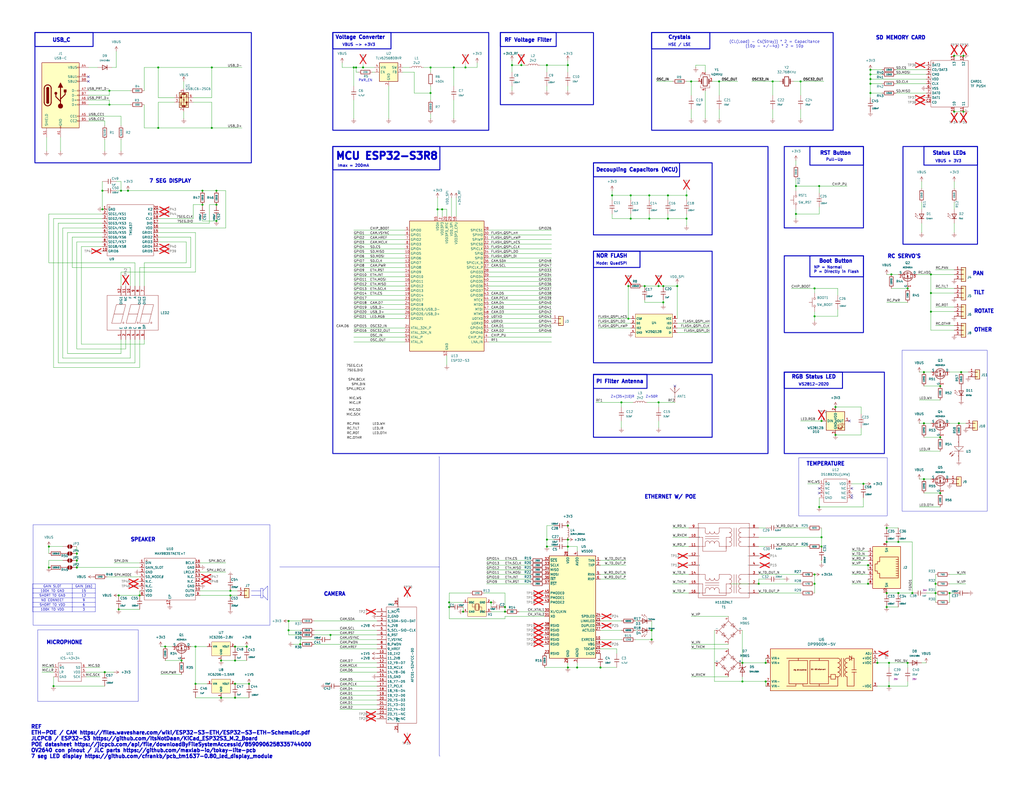
<source format=kicad_sch>
(kicad_sch (version 20250114) (generator "eeschema") (generator_version "9.0")
  (paper "C")
  (title_block (title "ESP32S3_Audio_Cam_POE") (date "2025-04-28") (rev "R0.1"))
  (lib_symbols
    (symbol "Connector:TestPoint" (pin_numbers (hide yes)) (pin_names (offset 0.762) (hide yes))
      (property "Reference" "TP" (at 0 6.858 0))
      (property "Value" "TestPoint" (at 0 5.08 0))
      (symbol "TestPoint_1_1"
        (pin passive line (at 0 0 90) (length 2.54) (name "1") (number "1"))
      )
    )
    (symbol "Connector_Generic:Conn_01x02" (pin_names (offset 1.016) (hide yes))
      (property "Reference" "J" (at 0 2.54 0))
      (property "Value" "Conn_01x02" (at 0 -5.08 0))
      (symbol "Conn_01x02_1_1"
        (pin passive line (at -5.08 0 0) (length 3.81) (name "Pin_1") (number "1"))
        (pin passive line (at -5.08 -2.54 0) (length 3.81) (name "Pin_2") (number "2"))
      )
    )
    (symbol "Connector_Generic:Conn_01x03" (pin_names (offset 1.016) (hide yes))
      (property "Reference" "J" (at 0 5.08 0))
      (property "Value" "Conn_01x03" (at 0 -5.08 0))
      (symbol "Conn_01x03_1_1"
        (pin passive line (at -5.08 2.54 0) (length 3.81) (name "Pin_1") (number "1"))
        (pin passive line (at -5.08 0 0) (length 3.81) (name "Pin_2") (number "2"))
        (pin passive line (at -5.08 -2.54 0) (length 3.81) (name "Pin_3") (number "3"))
      )
    )
    (symbol "Device:Crystal" (pin_numbers (hide yes)) (pin_names (offset 1.016) (hide yes))
      (property "Reference" "Y" (at 0 3.81 0))
      (property "Value" "Crystal" (at 0 -3.81 0))
      (symbol "Crystal_1_1"
        (pin passive line (at -3.81 0 0) (length 1.27) (name "1") (number "1"))
        (pin passive line (at 3.81 0 180) (length 1.27) (name "2") (number "2"))
      )
    )
    (symbol "Device:Crystal_GND24" (pin_names (offset 1.016) (hide yes))
      (property "Reference" "Y" (at 3.175 5.08 0))
      (property "Value" "Crystal_GND24" (at 3.175 3.175 0))
      (symbol "Crystal_GND24_1_1"
        (pin passive line (at -3.81 0 0) (length 1.27) (name "1") (number "1"))
        (pin passive line (at 0 5.08 270) (length 1.27) (name "2") (number "2"))
        (pin passive line (at 0 -5.08 90) (length 1.27) (name "4") (number "4"))
        (pin passive line (at 3.81 0 180) (length 1.27) (name "3") (number "3"))
      )
    )
    (symbol "Device:L" (pin_numbers (hide yes)) (pin_names (offset 1.016) (hide yes))
      (property "Reference" "L" (at -1.27 0 90))
      (property "Value" "L" (at 1.905 0 90))
      (symbol "L_1_1"
        (pin passive line (at 0 3.81 270) (length 1.27) (name "1") (number "1"))
        (pin passive line (at 0 -3.81 90) (length 1.27) (name "2") (number "2"))
      )
    )
    (symbol "Device:R" (pin_numbers (hide yes)) (pin_names (offset 0))
      (property "Reference" "R" (at 2.032 0 90))
      (property "Value" "R" (at 0 0 90))
      (symbol "R_1_1"
        (pin passive line (at 0 3.81 270) (length 1.27) (name "~") (number "1"))
        (pin passive line (at 0 -3.81 90) (length 1.27) (name "~") (number "2"))
      )
    )
    (symbol "Interface_Ethernet:W5500"
      (property "Reference" "U" (at -11.43 29.21 0))
      (property "Value" "W5500" (at 8.89 29.21 0))
      (symbol "W5500_1_1"
        (pin input line (at -15.24 25.4 0) (length 2.54) (name "~{SCS}") (number "32"))
        (pin input line (at -15.24 22.86 0) (length 2.54) (name "SCLK") (number "33"))
        (pin output line (at -15.24 20.32 0) (length 2.54) (name "MISO") (number "34"))
        (pin input line (at -15.24 17.78 0) (length 2.54) (name "MOSI") (number "35"))
        (pin input line (at -15.24 15.24 0) (length 2.54) (name "~{INT}") (number "36"))
        (pin input line (at -15.24 12.7 0) (length 2.54) (name "~{RST}") (number "37"))
        (pin input line (at -15.24 7.62 0) (length 2.54) (name "PMODE0") (number "45"))
        (pin input line (at -15.24 5.08 0) (length 2.54) (name "PMODE1") (number "44"))
        (pin input line (at -15.24 2.54 0) (length 2.54) (name "PMODE2") (number "43"))
        (pin input line (at -15.24 -2.54 0) (length 2.54) (name "XI/CLKIN") (number "30"))
        (pin output line (at -15.24 -5.08 0) (length 2.54) (name "XO") (number "31"))
        (pin input line (at -15.24 -10.16 0) (length 2.54) (name "RSVD") (number "38"))
        (pin input line (at -15.24 -12.7 0) (length 2.54) (name "RSVD") (number "39"))
        (pin input line (at -15.24 -15.24 0) (length 2.54) (name "RSVD") (number "40"))
        (pin input line (at -15.24 -17.78 0) (length 2.54) (name "RSVD") (number "41"))
        (pin input line (at -15.24 -20.32 0) (length 2.54) (name "RSVD") (number "42"))
        (pin input line (at -15.24 -25.4 0) (length 2.54) (name "RSVD") (number "23"))
        (pin power_in line (at -2.54 30.48 270) (length 2.54) (name "VDD") (number "28"))
        (pin power_in line (at -2.54 -30.48 90) (length 2.54) (name "GND") (number "29"))
        (pin passive line (at 2.54 30.48 270) (length 2.54) (hide yes) (name "AVDD") (number "11"))
        (pin passive line (at 2.54 30.48 270) (length 2.54) (hide yes) (name "AVDD") (number "15"))
        (pin passive line (at 2.54 30.48 270) (length 2.54) (hide yes) (name "AVDD") (number "17"))
        (pin passive line (at 2.54 30.48 270) (length 2.54) (hide yes) (name "AVDD") (number "21"))
        (pin power_in line (at 2.54 30.48 270) (length 2.54) (name "AVDD") (number "4"))
        (pin passive line (at 2.54 30.48 270) (length 2.54) (hide yes) (name "AVDD") (number "8"))
        (pin passive line (at 2.54 -30.48 90) (length 2.54) (hide yes) (name "AGND") (number "14"))
        (pin passive line (at 2.54 -30.48 90) (length 2.54) (hide yes) (name "AGND") (number "16"))
        (pin passive line (at 2.54 -30.48 90) (length 2.54) (hide yes) (name "AGND") (number "19"))
        (pin power_in line (at 2.54 -30.48 90) (length 2.54) (name "AGND") (number "3"))
        (pin passive line (at 2.54 -30.48 90) (length 2.54) (hide yes) (name "AGND") (number "48"))
        (pin passive line (at 2.54 -30.48 90) (length 2.54) (hide yes) (name "AGND") (number "9"))
        (pin no_connect line (at 12.7 10.16 180) (length 2.54) (hide yes) (name "DNC") (number "7"))
        (pin no_connect line (at 12.7 7.62 180) (length 2.54) (hide yes) (name "NC") (number "12"))
        (pin no_connect line (at 12.7 5.08 180) (length 2.54) (hide yes) (name "NC") (number "13"))
        (pin no_connect line (at 12.7 2.54 180) (length 2.54) (hide yes) (name "NC") (number "46"))
        (pin no_connect line (at 12.7 0 180) (length 2.54) (hide yes) (name "NC") (number "47"))
        (pin output line (at 15.24 25.4 180) (length 2.54) (name "TXN") (number "1"))
        (pin output line (at 15.24 22.86 180) (length 2.54) (name "TXP") (number "2"))
        (pin input line (at 15.24 17.78 180) (length 2.54) (name "RXN") (number "5"))
        (pin input line (at 15.24 15.24 180) (length 2.54) (name "RXP") (number "6"))
        (pin output line (at 15.24 -5.08 180) (length 2.54) (name "SPDLED") (number "24"))
        (pin output line (at 15.24 -7.62 180) (length 2.54) (name "LINKLED") (number "25"))
        (pin output line (at 15.24 -10.16 180) (length 2.54) (name "DUPLED") (number "26"))
        (pin output line (at 15.24 -12.7 180) (length 2.54) (name "ACTLED") (number "27"))
        (pin passive line (at 15.24 -17.78 180) (length 2.54) (name "EXRES1") (number "10"))
        (pin passive line (at 15.24 -20.32 180) (length 2.54) (name "VBG") (number "18"))
        (pin passive line (at 15.24 -22.86 180) (length 2.54) (name "TOCAP") (number "20"))
        (pin output line (at 15.24 -25.4 180) (length 2.54) (name "1V2O") (number "22"))
      )
    )
    (symbol "JLCPCB-Connectors_Buttons:AFC01-S24FCC-00 C262276 KC"
      (property "Reference" "FPC1" (at 7.62 36.83 0))
      (property "Value" "AFC01-S24FCC-00" (at 13.716 -9.906 90))
      (symbol "AFC01-S24FCC-00 C262276 KC_1_0"
        (pin input line (at -6.35 29.21 0) (length 5.08) (name "1_NC") (number "1"))
        (pin input line (at -6.35 26.67 0) (length 5.08) (name "2_GND") (number "2"))
        (pin input line (at -6.35 24.13 0) (length 5.08) (name "3_SDA-SIO-DAT") (number "3"))
        (pin input line (at -6.35 21.59 0) (length 5.08) (name "4_2V8") (number "4"))
        (pin input line (at -6.35 19.05 0) (length 5.08) (name "5_SCL-SIO-CLK") (number "5"))
        (pin input line (at -6.35 16.51 0) (length 5.08) (name "6_RST") (number "6"))
        (pin input line (at -6.35 13.97 0) (length 5.08) (name "7_VSYNC") (number "7"))
        (pin input line (at -6.35 11.43 0) (length 5.08) (name "8_PWDN") (number "8"))
        (pin input line (at -6.35 8.89 0) (length 5.08) (name "9_HREF") (number "9"))
        (pin input line (at -6.35 6.35 0) (length 5.08) (name "10_1V2") (number "10"))
        (pin input line (at -6.35 3.81 0) (length 5.08) (name "11_2V8") (number "11"))
        (pin input line (at -6.35 1.27 0) (length 5.08) (name "12_Y9-D7") (number "12"))
        (pin input line (at -6.35 -1.27 0) (length 5.08) (name "13_MCLK") (number "13"))
        (pin input line (at -6.35 -3.81 0) (length 5.08) (name "14_Y8-D6") (number "14"))
        (pin input line (at -6.35 -6.35 0) (length 5.08) (name "15_GND") (number "15"))
        (pin input line (at -6.35 -8.89 0) (length 5.08) (name "16_Y7-D5") (number "16"))
        (pin input line (at -6.35 -11.43 0) (length 5.08) (name "17_PCLK") (number "17"))
        (pin input line (at -6.35 -13.97 0) (length 5.08) (name "18_Y6-D4") (number "18"))
        (pin input line (at -6.35 -16.51 0) (length 5.08) (name "19_Y2-D0") (number "19"))
        (pin input line (at -6.35 -19.05 0) (length 5.08) (name "20_Y5-D3") (number "20"))
        (pin input line (at -6.35 -21.59 0) (length 5.08) (name "21_Y3-D1") (number "21"))
        (pin input line (at -6.35 -24.13 0) (length 5.08) (name "22_Y4-D2") (number "22"))
        (pin input line (at -6.35 -26.67 0) (length 5.08) (name "23_Y1-NC") (number "23"))
        (pin input line (at -6.35 -29.21 0) (length 5.08) (name "24_Y0-NC") (number "24"))
        (pin input line (at 5.08 36.83 270) (length 5.08) (name "26") (number "26"))
        (pin input line (at 5.08 -36.83 90) (length 5.08) (name "25") (number "25"))
      )
    )
    (symbol "JLCPCB-Connectors_Buttons:HC-RJ45-055-4_8P8C_Shielded C3000211"
      (property "Reference" "J1" (at -8.89 2.54 0))
      (property "Value" "HC-RJ45-055-4_8P8C_Shielded" (at 0 22.86 0))
      (symbol "HC-RJ45-055-4_8P8C_Shielded C3000211_1_0"
        (pin passive line (at 0 15.24 270) (length 2.54) (name "SH") (number "10"))
        (pin passive line (at 0 -12.7 90) (length 2.54) (name "SH") (number "9"))
        (pin passive line (at 10.16 10.16 180) (length 2.54) (name "") (number "8"))
        (pin passive line (at 10.16 7.62 180) (length 2.54) (name "") (number "7"))
        (pin passive line (at 10.16 5.08 180) (length 2.54) (name "") (number "6"))
        (pin passive line (at 10.16 2.54 180) (length 2.54) (name "") (number "5"))
        (pin passive line (at 10.16 0 180) (length 2.54) (name "") (number "4"))
        (pin passive line (at 10.16 -2.54 180) (length 2.54) (name "") (number "3"))
        (pin passive line (at 10.16 -5.08 180) (length 2.54) (name "") (number "2"))
        (pin passive line (at 10.16 -7.62 180) (length 2.54) (name "") (number "1"))
      )
    )
    (symbol "JLCPCB-Connectors_Buttons:TF-PUSH-SD-CARD_C393941"
      (property "Reference" "CARD1" (at 13.97 15.24 0))
      (property "Value" "TF PUSH" (at 13.97 11.684 0))
      (symbol "TF-PUSH-SD-CARD_C393941_1_0"
        (pin unspecified line (at -10.16 10.16 0) (length 2.54) (name "DAT2") (number "1"))
        (pin unspecified line (at -10.16 7.62 0) (length 2.54) (name "CD/DAT3") (number "2"))
        (pin unspecified line (at -10.16 5.08 0) (length 2.54) (name "CMD") (number "3"))
        (pin unspecified line (at -10.16 2.54 0) (length 2.54) (name "VDD") (number "4"))
        (pin unspecified line (at -10.16 0 0) (length 2.54) (name "CLX") (number "5"))
        (pin unspecified line (at -10.16 -2.54 0) (length 2.54) (name "VSS") (number "6"))
        (pin unspecified line (at -10.16 -5.08 0) (length 2.54) (name "DAT0") (number "7"))
        (pin unspecified line (at -10.16 -7.62 0) (length 2.54) (name "DAT1") (number "8"))
        (pin unspecified line (at -10.16 -10.16 0) (length 2.54) (name "CD") (number "CD"))
        (pin unspecified line (at 5.08 15.24 270) (length 2.54) (name "13") (number "13"))
        (pin unspecified line (at 5.08 -15.24 90) (length 2.54) (name "10") (number "10"))
        (pin unspecified line (at 10.16 15.24 270) (length 2.54) (name "12") (number "12"))
        (pin unspecified line (at 10.16 -15.24 90) (length 2.54) (name "11") (number "11"))
      )
    )
    (symbol "JLCPCB-Diode-Packages:MB6S C82584 KC" (pin_names (offset 0))
      (property "Reference" "D2" (at 8.89 6.4202 0))
      (property "Value" "MB6S" (at 8.89 3.8802 0))
      (symbol "MB6S C82584 KC_1_1"
        (pin passive line (at -7.62 0 0) (length 2.54) (name "-") (number "2"))
        (pin passive line (at 0 7.62 270) (length 2.54) (name "~") (number "4"))
        (pin passive line (at 0 -7.62 90) (length 2.54) (name "~") (number "3"))
        (pin passive line (at 7.62 0 180) (length 2.54) (name "+") (number "1"))
      )
    )
    (symbol "JLCPCB-Diodes:LED IR IR26-21c_C131280"
      (property "Reference" "U1" (at -3.81 5.08 0))
      (property "Value" "IR26-21C/L110/CT" (at -3.81 -5.08 0))
      (symbol "LED IR IR26-21c_C131280_1_0"
        (pin input line (at -6.35 0 0) (length 5.08) (name "C") (number "1"))
        (pin input line (at 6.35 0 180) (length 5.08) (name "A") (number "2"))
      )
    )
    (symbol "JLCPCB-Diodes:LED,0603,White" (pin_numbers (hide yes)) (pin_names (offset 0))
      (property "Reference" "D" (at 2.032 0.834 0))
      (property "Value" "White" (at 2.032 -1.2122 0))
      (symbol "LED,0603,White_1_1"
        (pin passive line (at 0 3.81 270) (length 3.81) (name "~") (number "2"))
        (pin passive line (at 0 -3.81 90) (length 3.81) (name "~") (number "1"))
      )
    )
    (symbol "JLCPCB-Extended:3ch 7-seg LED RED C2913084"
      (property "Reference" "DISP1" (at 6.096 10.922 0))
      (symbol "3ch 7-seg LED RED C2913084_1_0"
        (pin unspecified line (at -7.62 15.24 270) (length 5.08) (name "DIG1") (number "12"))
        (pin unspecified line (at -7.62 -13.97 90) (length 5.08) (name "E") (number "1"))
        (pin unspecified line (at -5.08 15.24 270) (length 5.08) (name "NC") (number "11"))
        (pin unspecified line (at -5.08 -13.97 90) (length 5.08) (name "G") (number "2"))
        (pin unspecified line (at -2.54 15.24 270) (length 5.08) (name "F") (number "10"))
        (pin unspecified line (at -2.54 -13.97 90) (length 5.08) (name "D") (number "3"))
        (pin unspecified line (at 0 15.24 270) (length 5.08) (name "A") (number "9"))
        (pin unspecified line (at 0 -13.97 90) (length 5.08) (name "C") (number "4"))
        (pin unspecified line (at 2.54 15.24 270) (length 5.08) (name "DIG2") (number "8"))
        (pin unspecified line (at 2.54 -13.97 90) (length 5.08) (name "B") (number "5"))
        (pin unspecified line (at 5.08 15.24 270) (length 5.08) (name "DIG3") (number "7"))
        (pin unspecified line (at 5.08 -13.97 90) (length 5.08) (name "DP") (number "6"))
      )
    )
    (symbol "JLCPCB-Extended:DP9900M-5V C5380106"
      (property "Reference" "U1" (at -24.892 13.462 0))
      (property "Value" "DP9900_DP9900M-5V" (at 0 -13.462 0))
      (symbol "DP9900M-5V C5380106_1_0"
        (text "sig &\\ncontrol" (at -11.684 0 0) (effects (font (size 0.635 0.635))))
        (text "DC-DC\\nConvert" (at -1.778 0.254 0) (effects (font (size 0.635 0.635))))
        (pin passive line (at -30.48 6.35 0) (length 2.54) (name "VIN+") (number "5"))
        (pin passive line (at -30.48 3.81 0) (length 2.54) (name "VIN+") (number "6"))
        (pin passive line (at -30.48 -6.35 0) (length 2.54) (name "VIN-") (number "7"))
        (pin passive line (at -30.48 -8.89 0) (length 2.54) (name "VIN-") (number "8"))
        (pin passive line (at 30.48 8.89 180) (length 2.54) (name "ADJ") (number "4"))
        (pin passive line (at 30.48 6.35 180) (length 2.54) (name "+VDC") (number "1"))
        (pin passive line (at 30.48 3.81 180) (length 2.54) (name "+VDC") (number "2"))
        (pin passive line (at 30.48 -8.89 180) (length 2.54) (name "-VDC") (number "3"))
      )
    )
    (symbol "JLCPCB-Extended:KH-3216-H0209_C2925417"
      (property "Reference" "L1" (at 3.81 5.08 0))
      (property "Value" "KH-3216-H0209" (at 3.81 1.524 0))
      (symbol "KH-3216-H0209_C2925417_1_0"
        (pin unspecified line (at 0 5.08 270) (length 2.54) (name "2") (number "2"))
        (pin unspecified line (at 0 -3.81 90) (length 2.54) (name "ANT") (number "1"))
      )
    )
    (symbol "JLCPCB-Extended:LED, WS2812B, 1615"
      (property "Reference" "D" (at 1.778 6.604 0))
      (property "Value" "WS2812B" (at 5.334 -6.35 0))
      (symbol "LED, WS2812B, 1615_0_0"
        (text "RGB" (at 2.286 -4.191 0) (effects (font (size 0.762 0.762))))
      )
      (symbol "LED, WS2812B, 1615_1_1"
        (pin input line (at -7.62 0 0) (length 2.54) (name "DIN") (number "4"))
        (pin power_in line (at 0 7.62 270) (length 2.54) (name "VDD") (number "2"))
        (pin power_in line (at 0 -7.62 90) (length 2.54) (name "GND") (number "3"))
        (pin output line (at 7.62 0 180) (length 2.54) (name "DOUT") (number "1"))
      )
    )
    (symbol "JLCPCB-ICs:DS18B20_C695836"
      (property "Reference" "U1" (at -6.35 6.35 0))
      (property "Value" "DS18B20U(UMW)" (at -6.35 -8.89 0))
      (symbol "DS18B20_C695836_1_0"
        (pin unspecified line (at -8.89 3.81 0) (length 2.54) (name "DQ") (number "1"))
        (pin unspecified line (at -8.89 1.27 0) (length 2.54) (name "NC") (number "2"))
        (pin unspecified line (at -8.89 -1.27 0) (length 2.54) (name "NC") (number "3"))
        (pin unspecified line (at -8.89 -3.81 0) (length 2.54) (name "GND") (number "4"))
        (pin unspecified line (at 8.89 3.81 180) (length 2.54) (name "VDD") (number "8"))
        (pin unspecified line (at 8.89 1.27 180) (length 2.54) (name "NC") (number "7"))
        (pin unspecified line (at 8.89 -1.27 180) (length 2.54) (name "NC") (number "6"))
        (pin unspecified line (at 8.89 -3.81 180) (length 2.54) (name "NC") (number "5"))
      )
    )
    (symbol "JLCPCB-ICs:Digital Tube Drivers C2962580"
      (property "Reference" "U1" (at -12.7 13.97 0))
      (property "Value" "TM1637" (at -12.7 -16.51 0))
      (symbol "Digital Tube Drivers C2962580_1_0"
        (pin unspecified line (at -15.24 11.43 0) (length 2.54) (name "GND") (number "1"))
        (pin unspecified line (at -15.24 8.89 0) (length 2.54) (name "SEG1/KS1") (number "2"))
        (pin unspecified line (at -15.24 6.35 0) (length 2.54) (name "SEG2/KS2") (number "3"))
        (pin unspecified line (at -15.24 3.81 0) (length 2.54) (name "SEG3/KS3") (number "4"))
        (pin unspecified line (at -15.24 1.27 0) (length 2.54) (name "SEG4/KS4") (number "5"))
        (pin unspecified line (at -15.24 -1.27 0) (length 2.54) (name "SEG5/KS5") (number "6"))
        (pin unspecified line (at -15.24 -3.81 0) (length 2.54) (name "SEG6/KS6") (number "7"))
        (pin unspecified line (at -15.24 -6.35 0) (length 2.54) (name "SEG7/KS7") (number "8"))
        (pin unspecified line (at -15.24 -8.89 0) (length 2.54) (name "SEG8/KS8") (number "9"))
        (pin unspecified line (at -15.24 -11.43 0) (length 2.54) (name "GRID6") (number "10"))
        (pin unspecified line (at 15.24 11.43 180) (length 2.54) (name "K2") (number "20"))
        (pin unspecified line (at 15.24 8.89 180) (length 2.54) (name "K1") (number "19"))
        (pin unspecified line (at 15.24 6.35 180) (length 2.54) (name "CLK") (number "18"))
        (pin unspecified line (at 15.24 3.81 180) (length 2.54) (name "DIO") (number "17"))
        (pin unspecified line (at 15.24 1.27 180) (length 2.54) (name "VDD") (number "16"))
        (pin unspecified line (at 15.24 -1.27 180) (length 2.54) (name "GRID1") (number "15"))
        (pin unspecified line (at 15.24 -3.81 180) (length 2.54) (name "GRID2") (number "14"))
        (pin unspecified line (at 15.24 -6.35 180) (length 2.54) (name "GRID3") (number "13"))
        (pin unspecified line (at 15.24 -8.89 180) (length 2.54) (name "GRID4") (number "12"))
        (pin unspecified line (at 15.24 -11.43 180) (length 2.54) (name "GRID5") (number "11"))
      )
    )
    (symbol "JLCPCB-ICs:ICS-43434_C5656610"
      (property "Reference" "U1" (at -6.35 5.08 0))
      (property "Value" "ICS-43434" (at -6.35 -7.62 0))
      (symbol "ICS-43434_C5656610_1_0"
        (pin unspecified line (at -8.89 2.54 0) (length 2.54) (name "WS") (number "1"))
        (pin unspecified line (at -8.89 0 0) (length 2.54) (name "LR") (number "2"))
        (pin unspecified line (at -8.89 -2.54 0) (length 2.54) (name "GND") (number "3"))
        (pin unspecified line (at 8.89 2.54 180) (length 2.54) (name "SD") (number "6"))
        (pin unspecified line (at 8.89 0 180) (length 2.54) (name "VDD") (number "5"))
        (pin unspecified line (at 8.89 -2.54 180) (length 2.54) (name "SCK") (number "4"))
      )
    )
    (symbol "JLCPCB-ICs:MAX98357AETE+T C910544"
      (property "Reference" "U1" (at -13.97 11.43 0))
      (property "Value" "MAX98357AETE+T" (at 1.524 -6.604 90))
      (symbol "MAX98357AETE+T C910544_1_0"
        (pin unspecified line (at -16.51 8.89 0) (length 2.54) (name "DIN") (number "1"))
        (pin unspecified line (at -16.51 6.35 0) (length 2.54) (name "GAIN_SLOT") (number "2"))
        (pin unspecified line (at -16.51 3.81 0) (length 2.54) (name "GND") (number "3"))
        (pin unspecified line (at -16.51 1.27 0) (length 2.54) (name "SD_MODE#") (number "4"))
        (pin unspecified line (at -16.51 -1.27 0) (length 2.54) (name "N.C.") (number "5"))
        (pin unspecified line (at -16.51 -3.81 0) (length 2.54) (name "N.C.") (number "6"))
        (pin unspecified line (at -16.51 -6.35 0) (length 2.54) (name "VDD") (number "7"))
        (pin unspecified line (at -16.51 -8.89 0) (length 2.54) (name "VDD") (number "8"))
        (pin unspecified line (at 0 -13.97 90) (length 2.54) (name "EP") (number "17"))
        (pin unspecified line (at 16.51 8.89 180) (length 2.54) (name "BCLK") (number "16"))
        (pin unspecified line (at 16.51 6.35 180) (length 2.54) (name "GND") (number "15"))
        (pin unspecified line (at 16.51 3.81 180) (length 2.54) (name "LRCLK") (number "14"))
        (pin unspecified line (at 16.51 1.27 180) (length 2.54) (name "N.C.") (number "13"))
        (pin unspecified line (at 16.51 -1.27 180) (length 2.54) (name "N.C.") (number "12"))
        (pin unspecified line (at 16.51 -3.81 180) (length 2.54) (name "GND") (number "11"))
        (pin unspecified line (at 16.51 -6.35 180) (length 2.54) (name "OUTN") (number "10"))
        (pin unspecified line (at 16.51 -8.89 180) (length 2.54) (name "OUTP") (number "9"))
      )
    )
    (symbol "JLCPCB-Transformers:H1102NLT C18584"
      (property "Reference" "T1" (at -12.7 12.7 0))
      (property "Value" "H1102NLT" (at -12.7 -30.48 0))
      (symbol "H1102NLT C18584_1_0"
        (pin unspecified line (at -17.78 10.16 0) (length 5.08) (name "1") (number "1"))
        (pin unspecified line (at -17.78 5.08 0) (length 5.08) (name "2") (number "2"))
        (pin unspecified line (at -17.78 0 0) (length 5.08) (name "3") (number "3"))
        (pin unspecified line (at -17.78 -5.08 0) (length 5.08) (name "4") (number "4"))
        (pin unspecified line (at -17.78 -10.16 0) (length 5.08) (name "5") (number "5"))
        (pin unspecified line (at -17.78 -15.24 0) (length 5.08) (name "6") (number "6"))
        (pin unspecified line (at -17.78 -20.32 0) (length 5.08) (name "7") (number "7"))
        (pin unspecified line (at -17.78 -25.4 0) (length 5.08) (name "8") (number "8"))
        (pin unspecified line (at 20.32 10.16 180) (length 5.08) (name "16") (number "16"))
        (pin unspecified line (at 20.32 5.08 180) (length 5.08) (name "15") (number "15"))
        (pin unspecified line (at 20.32 0 180) (length 5.08) (name "14") (number "14"))
        (pin unspecified line (at 20.32 -5.08 180) (length 5.08) (name "13") (number "13"))
        (pin unspecified line (at 20.32 -10.16 180) (length 5.08) (name "12") (number "12"))
        (pin unspecified line (at 20.32 -15.24 180) (length 5.08) (name "11") (number "11"))
        (pin unspecified line (at 20.32 -20.32 180) (length 5.08) (name "10") (number "10"))
        (pin unspecified line (at 20.32 -25.4 180) (length 5.08) (name "9") (number "9"))
      )
    )
    (symbol "Jumper:SolderJumper_2_Open" (pin_numbers (hide yes)) (pin_names (offset 0) (hide yes)) (in_bom no)
      (property "Reference" "JP" (at 0 2.032 0))
      (property "Value" "SolderJumper_2_Open" (at 0 -2.54 0))
      (symbol "SolderJumper_2_Open_1_1"
        (pin passive line (at -3.81 0 0) (length 2.54) (name "A") (number "1"))
        (pin passive line (at 3.81 0 180) (length 2.54) (name "B") (number "2"))
      )
    )
    (symbol "PCB_Lib_DaanHeetkamp:USB_C_Receptacle_USB2.0" (pin_names (offset 1.016))
      (property "Reference" "J" (at -10.16 19.05 0))
      (property "Value" "USB_C_Receptacle_USB2.0" (at 19.05 19.05 0))
      (symbol "USB_C_Receptacle_USB2.0_1_1"
        (pin passive line (at -7.62 -22.86 90) (length 5.08) (name "SHIELD") (number "S1"))
        (pin passive line (at 0 -22.86 90) (length 5.08) (name "GND") (number "A1"))
        (pin passive line (at 0 -22.86 90) (length 5.08) (hide yes) (name "GND") (number "A12"))
        (pin passive line (at 0 -22.86 90) (length 5.08) (hide yes) (name "GND") (number "B1"))
        (pin passive line (at 0 -22.86 90) (length 5.08) (hide yes) (name "GND") (number "B12"))
        (pin passive line (at 15.24 15.24 180) (length 5.08) (name "VBUS") (number "A4"))
        (pin passive line (at 15.24 15.24 180) (length 5.08) (hide yes) (name "VBUS") (number "A9"))
        (pin passive line (at 15.24 15.24 180) (length 5.08) (hide yes) (name "VBUS") (number "B4"))
        (pin passive line (at 15.24 15.24 180) (length 5.08) (hide yes) (name "VBUS") (number "B9"))
        (pin bidirectional line (at 15.24 10.16 180) (length 5.08) (name "SBU1") (number "A8"))
        (pin bidirectional line (at 15.24 7.62 180) (length 5.08) (name "SBU2") (number "B8"))
        (pin bidirectional line (at 15.24 2.54 180) (length 5.08) (name "D-") (number "A7"))
        (pin bidirectional line (at 15.24 0 180) (length 5.08) (name "D-") (number "B7"))
        (pin bidirectional line (at 15.24 -2.54 180) (length 5.08) (name "D+") (number "A6"))
        (pin bidirectional line (at 15.24 -5.08 180) (length 5.08) (name "D+") (number "B6"))
        (pin bidirectional line (at 15.24 -11.43 180) (length 5.08) (name "CC1") (number "A5"))
        (pin bidirectional line (at 15.24 -13.97 180) (length 5.08) (name "CC2") (number "B5"))
      )
    )
    (symbol "PCM_JLCPCB-Capacitors:0402,100pF" (pin_numbers (hide yes)) (pin_names (offset 0))
      (property "Reference" "C" (at 2.032 1.668 0))
      (property "Value" "100pF" (at 2.032 -0.3782 0))
      (property "Voltage Rated" "50V" (at 2.032 -2.0462 0))
      (symbol "0402,100pF_1_1"
        (pin passive line (at 0 3.81 270) (length 3.175) (name "~") (number "1"))
        (pin passive line (at 0 -3.81 90) (length 3.175) (name "~") (number "2"))
      )
    )
    (symbol "PCM_JLCPCB-Capacitors:0402,10nF" (pin_numbers (hide yes)) (pin_names (offset 0))
      (property "Reference" "C" (at 2.032 1.668 0))
      (property "Value" "10nF" (at 2.032 -0.3782 0))
      (property "Voltage Rated" "50V" (at 2.032 -2.0462 0))
      (symbol "0402,10nF_1_1"
        (pin passive line (at 0 3.81 270) (length 3.175) (name "~") (number "1"))
        (pin passive line (at 0 -3.81 90) (length 3.175) (name "~") (number "2"))
      )
    )
    (symbol "PCM_JLCPCB-Capacitors:0402,10pF" (pin_numbers (hide yes)) (pin_names (offset 0))
      (property "Reference" "C" (at 2.032 1.668 0))
      (property "Value" "10pF" (at 2.032 -0.3782 0))
      (property "Voltage Rated" "50V" (at 2.032 -2.0462 0))
      (symbol "0402,10pF_1_1"
        (pin passive line (at 0 3.81 270) (length 3.175) (name "~") (number "1"))
        (pin passive line (at 0 -3.81 90) (length 3.175) (name "~") (number "2"))
      )
    )
    (symbol "PCM_JLCPCB-Capacitors:0402,10uF" (pin_numbers (hide yes)) (pin_names (offset 0))
      (property "Reference" "C" (at 2.032 1.668 0))
      (property "Value" "10uF" (at 2.032 -0.3782 0))
      (property "Voltage Rated" "6.3V" (at 2.032 -2.0462 0))
      (symbol "0402,10uF_1_1"
        (pin passive line (at 0 3.81 270) (length 3.175) (name "~") (number "1"))
        (pin passive line (at 0 -3.81 90) (length 3.175) (name "~") (number "2"))
      )
    )
    (symbol "PCM_JLCPCB-Capacitors:0402,15pF" (pin_numbers (hide yes)) (pin_names (offset 0))
      (property "Reference" "C" (at 2.032 1.668 0))
      (property "Value" "15pF" (at 2.032 -0.3782 0))
      (property "Voltage Rated" "50V" (at 2.032 -2.0462 0))
      (symbol "0402,15pF_1_1"
        (pin passive line (at 0 3.81 270) (length 3.175) (name "~") (number "1"))
        (pin passive line (at 0 -3.81 90) (length 3.175) (name "~") (number "2"))
      )
    )
    (symbol "PCM_JLCPCB-Capacitors:0402,20pF" (pin_numbers (hide yes)) (pin_names (offset 0))
      (property "Reference" "C" (at 2.032 1.668 0))
      (property "Value" "20pF" (at 2.032 -0.3782 0))
      (property "Voltage Rated" "50V" (at 2.032 -2.0462 0))
      (symbol "0402,20pF_1_1"
        (pin passive line (at 0 3.81 270) (length 3.175) (name "~") (number "1"))
        (pin passive line (at 0 -3.81 90) (length 3.175) (name "~") (number "2"))
      )
    )
    (symbol "PCM_JLCPCB-Capacitors:0402,220pF" (pin_numbers (hide yes)) (pin_names (offset 0))
      (property "Reference" "C" (at 2.032 1.668 0))
      (property "Value" "220pF" (at 2.032 -0.3782 0))
      (property "Voltage Rated" "50V" (at 2.032 -2.0462 0))
      (symbol "0402,220pF_1_1"
        (pin passive line (at 0 3.81 270) (length 3.175) (name "~") (number "1"))
        (pin passive line (at 0 -3.81 90) (length 3.175) (name "~") (number "2"))
      )
    )
    (symbol "PCM_JLCPCB-Capacitors:0402,3.3pF" (pin_numbers (hide yes)) (pin_names (offset 0))
      (property "Reference" "C" (at 2.032 1.668 0))
      (property "Value" "3.3pF" (at 2.032 -0.3782 0))
      (property "Voltage Rated" "50V" (at 2.032 -2.0462 0))
      (symbol "0402,3.3pF_1_1"
        (pin passive line (at 0 3.81 270) (length 3.175) (name "~") (number "1"))
        (pin passive line (at 0 -3.81 90) (length 3.175) (name "~") (number "2"))
      )
    )
    (symbol "PCM_JLCPCB-Capacitors:0603,100nF" (pin_numbers (hide yes)) (pin_names (offset 0))
      (property "Reference" "C" (at 2.032 1.668 0))
      (property "Value" "100nF" (at 2.032 -0.3782 0))
      (property "Voltage Rated" "50V" (at 2.032 -2.0462 0))
      (symbol "0603,100nF_1_1"
        (pin passive line (at 0 3.81 270) (length 3.175) (name "~") (number "1"))
        (pin passive line (at 0 -3.81 90) (length 3.175) (name "~") (number "2"))
      )
    )
    (symbol "PCM_JLCPCB-Capacitors:0603,1uF" (pin_numbers (hide yes)) (pin_names (offset 0))
      (property "Reference" "C" (at 2.032 1.668 0))
      (property "Value" "1uF" (at 2.032 -0.3782 0))
      (property "Voltage Rated" "50V" (at 2.032 -2.0462 0))
      (symbol "0603,1uF_1_1"
        (pin passive line (at 0 3.81 270) (length 3.175) (name "~") (number "1"))
        (pin passive line (at 0 -3.81 90) (length 3.175) (name "~") (number "2"))
      )
    )
    (symbol "PCM_JLCPCB-Capacitors:0603,220nF" (pin_numbers (hide yes)) (pin_names (offset 0))
      (property "Reference" "C" (at 2.032 1.668 0))
      (property "Value" "220nF" (at 2.032 -0.3782 0))
      (property "Voltage Rated" "25V" (at 2.032 -2.0462 0))
      (symbol "0603,220nF_1_1"
        (pin passive line (at 0 3.81 270) (length 3.175) (name "~") (number "1"))
        (pin passive line (at 0 -3.81 90) (length 3.175) (name "~") (number "2"))
      )
    )
    (symbol "PCM_JLCPCB-Capacitors:0603,4.7uF" (pin_numbers (hide yes)) (pin_names (offset 0))
      (property "Reference" "C" (at 2.032 1.668 0))
      (property "Value" "4.7uF" (at 2.032 -0.3782 0))
      (property "Voltage Rated" "16V" (at 2.032 -2.0462 0))
      (symbol "0603,4.7uF_1_1"
        (pin passive line (at 0 3.81 270) (length 3.175) (name "~") (number "1"))
        (pin passive line (at 0 -3.81 90) (length 3.175) (name "~") (number "2"))
      )
    )
    (symbol "PCM_JLCPCB-Capacitors:0603,6.8nF" (pin_numbers (hide yes)) (pin_names (offset 0))
      (property "Reference" "C" (at 2.032 1.668 0))
      (property "Value" "6.8nF" (at 2.032 -0.3782 0))
      (property "Voltage Rated" "50V" (at 2.032 -2.0462 0))
      (symbol "0603,6.8nF_1_1"
        (pin passive line (at 0 3.81 270) (length 3.175) (name "~") (number "1"))
        (pin passive line (at 0 -3.81 90) (length 3.175) (name "~") (number "2"))
      )
    )
    (symbol "PCM_JLCPCB-Capacitors:0805,100nF" (pin_numbers (hide yes)) (pin_names (offset 0))
      (property "Reference" "C" (at 2.032 1.668 0))
      (property "Value" "100nF" (at 2.032 -0.3782 0))
      (property "Voltage Rated" "100V" (at 2.032 -2.0462 0))
      (symbol "0805,100nF_1_1"
        (pin passive line (at 0 3.81 270) (length 3.175) (name "~") (number "1"))
        (pin passive line (at 0 -3.81 90) (length 3.175) (name "~") (number "2"))
      )
    )
    (symbol "PCM_JLCPCB-Capacitors:0805,10uF" (pin_numbers (hide yes)) (pin_names (offset 0))
      (property "Reference" "C" (at 2.032 1.668 0))
      (property "Value" "10uF" (at 2.032 -0.3782 0))
      (property "Voltage Rated" "25V" (at 2.032 -2.0462 0))
      (symbol "0805,10uF_1_1"
        (pin passive line (at 0 3.81 270) (length 3.175) (name "~") (number "1"))
        (pin passive line (at 0 -3.81 90) (length 3.175) (name "~") (number "2"))
      )
    )
    (symbol "PCM_JLCPCB-Capacitors:0805,10uF,(2)" (pin_numbers (hide yes)) (pin_names (offset 0))
      (property "Reference" "C" (at 2.032 1.668 0))
      (property "Value" "10uF" (at 2.032 -0.3782 0))
      (property "Voltage Rated" "50V" (at 2.032 -2.0462 0))
      (symbol "0805,10uF,(2)_1_1"
        (pin passive line (at 0 3.81 270) (length 3.175) (name "~") (number "1"))
        (pin passive line (at 0 -3.81 90) (length 3.175) (name "~") (number "2"))
      )
    )
    (symbol "PCM_JLCPCB-Capacitors:0805,22uF" (pin_numbers (hide yes)) (pin_names (offset 0))
      (property "Reference" "C" (at 2.032 1.668 0))
      (property "Value" "22uF" (at 2.032 -0.3782 0))
      (property "Voltage Rated" "25V" (at 2.032 -2.0462 0))
      (symbol "0805,22uF_1_1"
        (pin passive line (at 0 3.81 270) (length 3.175) (name "~") (number "1"))
        (pin passive line (at 0 -3.81 90) (length 3.175) (name "~") (number "2"))
      )
    )
    (symbol "PCM_JLCPCB-Capacitors:0805,4.7uF" (pin_numbers (hide yes)) (pin_names (offset 0))
      (property "Reference" "C" (at 2.032 1.668 0))
      (property "Value" "4.7uF" (at 2.032 -0.3782 0))
      (property "Voltage Rated" "25V" (at 2.032 -2.0462 0))
      (symbol "0805,4.7uF_1_1"
        (pin passive line (at 0 3.81 270) (length 3.175) (name "~") (number "1"))
        (pin passive line (at 0 -3.81 90) (length 3.175) (name "~") (number "2"))
      )
    )
    (symbol "PCM_JLCPCB-Capacitors:1206,1nF" (pin_numbers (hide yes)) (pin_names (offset 0))
      (property "Reference" "C" (at 2.032 1.668 0))
      (property "Value" "1nF" (at 2.032 -0.3782 0))
      (property "Voltage Rated" "2kV" (at 2.032 -2.0462 0))
      (symbol "1206,1nF_1_1"
        (pin passive line (at 0 3.81 270) (length 3.175) (name "~") (number "1"))
        (pin passive line (at 0 -3.81 90) (length 3.175) (name "~") (number "2"))
      )
    )
    (symbol "PCM_JLCPCB-Crystals:Crystal, 25MHz, 11pF"
      (property "Reference" "X" (at 0 6.096 0))
      (symbol "Crystal, 25MHz, 11pF_0_1"
        (pin unspecified line (at -7.62 2.54 0) (length 2.54) (name "GND") (number "4"))
        (pin unspecified line (at 7.62 -2.54 180) (length 2.54) (name "GND") (number "2"))
      )
      (symbol "Crystal, 25MHz, 11pF_1_1"
        (pin unspecified line (at -7.62 -2.54 0) (length 2.54) (name "OSC") (number "1"))
        (pin unspecified line (at 7.62 2.54 180) (length 2.54) (name "OSC") (number "3"))
      )
    )
    (symbol "PCM_JLCPCB-Diodes:LED,0603,Red" (pin_numbers (hide yes)) (pin_names (offset 0))
      (property "Reference" "D" (at 2.032 0.834 0))
      (property "Value" "Red" (at 2.032 -1.2122 0))
      (symbol "LED,0603,Red_1_1"
        (pin passive line (at 0 3.81 270) (length 3.81) (name "~") (number "2"))
        (pin passive line (at 0 -3.81 90) (length 3.81) (name "~") (number "1"))
      )
    )
    (symbol "PCM_JLCPCB-Diodes:LED,0805,Green" (pin_numbers (hide yes)) (pin_names (offset 0))
      (property "Reference" "D" (at 2.032 0.834 0))
      (property "Value" "Green" (at 2.032 -1.2122 0))
      (symbol "LED,0805,Green_1_1"
        (pin passive line (at 0 3.81 270) (length 3.81) (name "~") (number "2"))
        (pin passive line (at 0 -3.81 90) (length 3.81) (name "~") (number "1"))
      )
    )
    (symbol "PCM_JLCPCB-Diodes:LED,0805,Yellow" (pin_numbers (hide yes)) (pin_names (offset 0))
      (property "Reference" "D" (at 2.032 0.834 0))
      (property "Value" "Yellow" (at 2.032 -1.2122 0))
      (symbol "LED,0805,Yellow_1_1"
        (pin passive line (at 0 3.81 270) (length 3.81) (name "~") (number "2"))
        (pin passive line (at 0 -3.81 90) (length 3.81) (name "~") (number "1"))
      )
    )
    (symbol "PCM_JLCPCB-Diodes:Switching,1N4148W" (pin_numbers (hide yes)) (pin_names (offset 0))
      (property "Reference" "D" (at 2.032 0.834 0))
      (property "Value" "1N4148W" (at 2.032 -1.2122 0))
      (symbol "Switching,1N4148W_1_1"
        (pin passive line (at 0 3.81 270) (length 3.81) (name "~") (number "2"))
        (pin passive line (at 0 -3.81 90) (length 3.81) (name "~") (number "1"))
      )
    )
    (symbol "PCM_JLCPCB-Diodes:TVS-Uni,SMAJ58A" (pin_numbers (hide yes)) (pin_names (offset 0))
      (property "Reference" "D" (at 2.032 0.834 0))
      (property "Value" "SMAJ58A" (at 2.032 -1.2122 0))
      (symbol "TVS-Uni,SMAJ58A_1_1"
        (pin passive line (at 0 3.81 270) (length 3.81) (name "~") (number "2"))
        (pin passive line (at 0 -3.81 90) (length 3.81) (name "~") (number "1"))
      )
    )
    (symbol "PCM_JLCPCB-Extended:MCU, ESP32-S3"
      (property "Reference" "U" (at 10.16 -38.1 0))
      (property "Value" "ESP32-S3" (at 13.97 -40.64 0))
      (symbol "MCU, ESP32-S3_1_0"
        (pin passive line (at -5.08 38.1 270) (length 2.54) (hide yes) (name "VDDA") (number "56"))
        (pin bidirectional line (at 22.86 12.7 180) (length 2.54) (name "SPICLK_N") (number "36"))
        (pin bidirectional line (at 22.86 -10.16 180) (length 2.54) (name "MTDO") (number "45"))
        (pin bidirectional line (at 22.86 -22.86 180) (length 2.54) (name "GPIO45") (number "51"))
      )
      (symbol "MCU, ESP32-S3_1_1"
        (pin bidirectional line (at -22.86 30.48 0) (length 2.54) (name "GPIO0") (number "5"))
        (pin bidirectional line (at -22.86 27.94 0) (length 2.54) (name "GPIO1") (number "6"))
        (pin bidirectional line (at -22.86 25.4 0) (length 2.54) (name "GPIO2") (number "7"))
        (pin bidirectional line (at -22.86 22.86 0) (length 2.54) (name "GPIO3") (number "8"))
        (pin bidirectional line (at -22.86 20.32 0) (length 2.54) (name "GPIO4") (number "9"))
        (pin bidirectional line (at -22.86 17.78 0) (length 2.54) (name "GPIO5") (number "10"))
        (pin bidirectional line (at -22.86 15.24 0) (length 2.54) (name "GPIO6") (number "11"))
        (pin bidirectional line (at -22.86 12.7 0) (length 2.54) (name "GPIO7") (number "12"))
        (pin bidirectional line (at -22.86 10.16 0) (length 2.54) (name "GPIO8") (number "13"))
        (pin bidirectional line (at -22.86 7.62 0) (length 2.54) (name "GPIO9") (number "14"))
        (pin bidirectional line (at -22.86 5.08 0) (length 2.54) (name "GPIO10") (number "15"))
        (pin bidirectional line (at -22.86 2.54 0) (length 2.54) (name "GPIO11") (number "16"))
        (pin bidirectional line (at -22.86 0 0) (length 2.54) (name "GPIO12") (number "17"))
        (pin bidirectional line (at -22.86 -2.54 0) (length 2.54) (name "GPIO13") (number "18"))
        (pin bidirectional line (at -22.86 -5.08 0) (length 2.54) (name "GPIO14") (number "19"))
        (pin bidirectional line (at -22.86 -7.62 0) (length 2.54) (name "GPIO17") (number "23"))
        (pin bidirectional line (at -22.86 -10.16 0) (length 2.54) (name "GPIO18") (number "24"))
        (pin bidirectional line (at -22.86 -12.7 0) (length 2.54) (name "GPIO19/USB_D-") (number "25"))
        (pin bidirectional line (at -22.86 -15.24 0) (length 2.54) (name "GPIO20/USB_D+") (number "26"))
        (pin bidirectional line (at -22.86 -17.78 0) (length 2.54) (name "GPIO21") (number "27"))
        (pin passive line (at -22.86 -22.86 0) (length 2.54) (name "XTAL_32K_P") (number "21"))
        (pin passive line (at -22.86 -25.4 0) (length 2.54) (name "XTAL_32K_N") (number "22"))
        (pin input line (at -22.86 -27.94 0) (length 2.54) (name "XTAL_P") (number "54"))
        (pin output line (at -22.86 -30.48 0) (length 2.54) (name "XTAL_N") (number "53"))
        (pin power_in line (at -5.08 38.1 270) (length 2.54) (name "VDDA") (number "55"))
        (pin power_in line (at -2.54 38.1 270) (length 2.54) (name "VDD3P3") (number "2"))
        (pin passive line (at -2.54 38.1 270) (length 2.54) (hide yes) (name "VDD3P3") (number "3"))
        (pin power_in line (at 0 38.1 270) (length 2.54) (name "VDD3P3_RTC") (number "20"))
        (pin power_in line (at 0 -38.1 90) (length 2.54) (name "GND") (number "57"))
        (pin power_in line (at 2.54 38.1 270) (length 2.54) (name "VDD_SPI") (number "29"))
        (pin power_in line (at 5.08 38.1 270) (length 2.54) (name "VDD3P3_CPU") (number "46"))
        (pin bidirectional line (at 22.86 30.48 180) (length 2.54) (name "SPICS1") (number "28"))
        (pin bidirectional line (at 22.86 27.94 180) (length 2.54) (name "SPIHD") (number "30"))
        (pin bidirectional line (at 22.86 25.4 180) (length 2.54) (name "SPIWP") (number "31"))
        (pin bidirectional line (at 22.86 22.86 180) (length 2.54) (name "SPICS0") (number "32"))
        (pin bidirectional line (at 22.86 20.32 180) (length 2.54) (name "SPICLK") (number "33"))
        (pin bidirectional line (at 22.86 17.78 180) (length 2.54) (name "SPIQ") (number "34"))
        (pin bidirectional line (at 22.86 15.24 180) (length 2.54) (name "SPID") (number "35"))
        (pin bidirectional line (at 22.86 10.16 180) (length 2.54) (name "SPICLK_P") (number "37"))
        (pin bidirectional line (at 22.86 7.62 180) (length 2.54) (name "GPIO33") (number "38"))
        (pin bidirectional line (at 22.86 5.08 180) (length 2.54) (name "GPIO34") (number "39"))
        (pin bidirectional line (at 22.86 2.54 180) (length 2.54) (name "GPIO35") (number "40"))
        (pin bidirectional line (at 22.86 0 180) (length 2.54) (name "GPIO36") (number "41"))
        (pin bidirectional line (at 22.86 -2.54 180) (length 2.54) (name "GPIO37") (number "42"))
        (pin bidirectional line (at 22.86 -5.08 180) (length 2.54) (name "GPIO38") (number "43"))
        (pin bidirectional line (at 22.86 -7.62 180) (length 2.54) (name "MTCK") (number "44"))
        (pin bidirectional line (at 22.86 -12.7 180) (length 2.54) (name "MTDI") (number "47"))
        (pin bidirectional line (at 22.86 -15.24 180) (length 2.54) (name "MTMS") (number "48"))
        (pin bidirectional line (at 22.86 -17.78 180) (length 2.54) (name "U0TXD") (number "49"))
        (pin bidirectional line (at 22.86 -20.32 180) (length 2.54) (name "U0RXD") (number "50"))
        (pin bidirectional line (at 22.86 -25.4 180) (length 2.54) (name "GPIO46") (number "52"))
        (pin input line (at 22.86 -27.94 180) (length 2.54) (name "CHIP_PU") (number "4"))
        (pin bidirectional line (at 22.86 -30.48 180) (length 2.54) (name "LNA_IN") (number "1"))
      )
    )
    (symbol "PCM_JLCPCB-Inductors:3.9nH,300mA" (pin_numbers (hide yes)) (pin_names (offset 0))
      (property "Reference" "L" (at 1.2673 0.834 0))
      (property "Value" "3.9nH,300mA" (at 1.2673 -1.2122 0))
      (symbol "3.9nH,300mA_1_1"
        (pin passive line (at 0 3.81 270) (length 1.27) (name "~") (number "1"))
        (pin passive line (at 0 -3.81 90) (length 1.27) (name "~") (number "2"))
      )
    )
    (symbol "PCM_JLCPCB-Memory:16MByte, SPI"
      (property "Reference" "U" (at 0 1.27 0))
      (property "Value" "W25Q128" (at 0 -1.016 0))
      (symbol "16MByte, SPI_0_1"
        (pin unspecified line (at -12.7 5.08 0) (length 2.54) (name "CS#") (number "1"))
        (pin unspecified line (at -12.7 2.54 0) (length 2.54) (name "DO") (number "2"))
        (pin unspecified line (at -12.7 0 0) (length 2.54) (name "IO2") (number "3"))
        (pin unspecified line (at -12.7 -2.54 0) (length 2.54) (name "GND") (number "4"))
        (pin unspecified line (at 12.7 5.08 180) (length 2.54) (name "VCC") (number "8"))
        (pin unspecified line (at 12.7 2.54 180) (length 2.54) (name "IO3") (number "7"))
        (pin unspecified line (at 12.7 0 180) (length 2.54) (name "CLK") (number "6"))
        (pin unspecified line (at 12.7 -2.54 180) (length 2.54) (name "DI") (number "5"))
      )
    )
    (symbol "PCM_JLCPCB-Resistors:0402,0Ω" (pin_numbers (hide yes)) (pin_names (offset 0))
      (property "Reference" "R" (at 1.778 0 0))
      (property "Value" "0Ω" (at 0 0 90))
      (symbol "0402,0Ω_1_1"
        (pin passive line (at 0 3.81 270) (length 1.27) (name "~") (number "1"))
        (pin passive line (at 0 -3.81 90) (length 1.27) (name "~") (number "2"))
      )
    )
    (symbol "PCM_JLCPCB-Resistors:0402,100kΩ" (pin_numbers (hide yes)) (pin_names (offset 0))
      (property "Reference" "R" (at 1.778 0 0))
      (property "Value" "100kΩ" (at 0 0 90))
      (symbol "0402,100kΩ_1_1"
        (pin passive line (at 0 3.81 270) (length 1.27) (name "~") (number "1"))
        (pin passive line (at 0 -3.81 90) (length 1.27) (name "~") (number "2"))
      )
    )
    (symbol "PCM_JLCPCB-Resistors:0402,10MΩ" (pin_numbers (hide yes)) (pin_names (offset 0))
      (property "Reference" "R" (at 1.778 0 0))
      (property "Value" "10MΩ" (at 0 0 90))
      (symbol "0402,10MΩ_1_1"
        (pin passive line (at 0 3.81 270) (length 1.27) (name "~") (number "1"))
        (pin passive line (at 0 -3.81 90) (length 1.27) (name "~") (number "2"))
      )
    )
    (symbol "PCM_JLCPCB-Resistors:0402,10kΩ" (pin_numbers (hide yes)) (pin_names (offset 0))
      (property "Reference" "R" (at 1.778 0 0))
      (property "Value" "10kΩ" (at 0 0 90))
      (symbol "0402,10kΩ_1_1"
        (pin passive line (at 0 3.81 270) (length 1.27) (name "~") (number "1"))
        (pin passive line (at 0 -3.81 90) (length 1.27) (name "~") (number "2"))
      )
    )
    (symbol "PCM_JLCPCB-Resistors:0402,1MΩ" (pin_numbers (hide yes)) (pin_names (offset 0))
      (property "Reference" "R" (at 1.778 0 0))
      (property "Value" "1MΩ" (at 0 0 90))
      (symbol "0402,1MΩ_1_1"
        (pin passive line (at 0 3.81 270) (length 1.27) (name "~") (number "1"))
        (pin passive line (at 0 -3.81 90) (length 1.27) (name "~") (number "2"))
      )
    )
    (symbol "PCM_JLCPCB-Resistors:0402,22Ω" (pin_numbers (hide yes)) (pin_names (offset 0))
      (property "Reference" "R" (at 1.778 0 0))
      (property "Value" "22Ω" (at 0 0 90))
      (symbol "0402,22Ω_1_1"
        (pin passive line (at 0 3.81 270) (length 1.27) (name "~") (number "1"))
        (pin passive line (at 0 -3.81 90) (length 1.27) (name "~") (number "2"))
      )
    )
    (symbol "PCM_JLCPCB-Resistors:0402,33Ω" (pin_numbers (hide yes)) (pin_names (offset 0))
      (property "Reference" "R" (at 1.778 0 0))
      (property "Value" "33Ω" (at 0 0 90))
      (symbol "0402,33Ω_1_1"
        (pin passive line (at 0 3.81 270) (length 1.27) (name "~") (number "1"))
        (pin passive line (at 0 -3.81 90) (length 1.27) (name "~") (number "2"))
      )
    )
    (symbol "PCM_JLCPCB-Resistors:0402,5.1kΩ" (pin_numbers (hide yes)) (pin_names (offset 0))
      (property "Reference" "R" (at 1.778 0 0))
      (property "Value" "5.1kΩ" (at 0 0 90))
      (symbol "0402,5.1kΩ_1_1"
        (pin passive line (at 0 3.81 270) (length 1.27) (name "~") (number "1"))
        (pin passive line (at 0 -3.81 90) (length 1.27) (name "~") (number "2"))
      )
    )
    (symbol "PCM_JLCPCB-Resistors:0402,680Ω" (pin_numbers (hide yes)) (pin_names (offset 0))
      (property "Reference" "R" (at 1.778 0 0))
      (property "Value" "680Ω" (at 0 0 90))
      (symbol "0402,680Ω_1_1"
        (pin passive line (at 0 3.81 270) (length 1.27) (name "~") (number "1"))
        (pin passive line (at 0 -3.81 90) (length 1.27) (name "~") (number "2"))
      )
    )
    (symbol "PCM_JLCPCB-Resistors:0603,12kΩ" (pin_numbers (hide yes)) (pin_names (offset 0))
      (property "Reference" "R" (at 1.778 0 0))
      (property "Value" "12kΩ" (at 0 0 90))
      (symbol "0603,12kΩ_1_1"
        (pin passive line (at 0 3.81 270) (length 1.27) (name "~") (number "1"))
        (pin passive line (at 0 -3.81 90) (length 1.27) (name "~") (number "2"))
      )
    )
    (symbol "PCM_JLCPCB-Resistors:0603,20Ω" (pin_numbers (hide yes)) (pin_names (offset 0))
      (property "Reference" "R" (at 1.778 0 0))
      (property "Value" "20Ω" (at 0 0 90))
      (symbol "0603,20Ω_1_1"
        (pin passive line (at 0 3.81 270) (length 1.27) (name "~") (number "1"))
        (pin passive line (at 0 -3.81 90) (length 1.27) (name "~") (number "2"))
      )
    )
    (symbol "PCM_JLCPCB-Resistors:0603,47Ω" (pin_numbers (hide yes)) (pin_names (offset 0))
      (property "Reference" "R" (at 1.778 0 0))
      (property "Value" "47Ω" (at 0 0 90))
      (symbol "0603,47Ω_1_1"
        (pin passive line (at 0 3.81 270) (length 1.27) (name "~") (number "1"))
        (pin passive line (at 0 -3.81 90) (length 1.27) (name "~") (number "2"))
      )
    )
    (symbol "PCM_JLCPCB-Resistors:0603,75Ω" (pin_numbers (hide yes)) (pin_names (offset 0))
      (property "Reference" "R" (at 1.778 0 0))
      (property "Value" "75Ω" (at 0 0 90))
      (symbol "0603,75Ω_1_1"
        (pin passive line (at 0 3.81 270) (length 1.27) (name "~") (number "1"))
        (pin passive line (at 0 -3.81 90) (length 1.27) (name "~") (number "2"))
      )
    )
    (symbol "PCM_JLCPCB-Resistors:0603,82Ω" (pin_numbers (hide yes)) (pin_names (offset 0))
      (property "Reference" "R" (at 1.778 0 0))
      (property "Value" "82Ω" (at 0 0 90))
      (symbol "0603,82Ω_1_1"
        (pin passive line (at 0 3.81 270) (length 1.27) (name "~") (number "1"))
        (pin passive line (at 0 -3.81 90) (length 1.27) (name "~") (number "2"))
      )
    )
    (symbol "PCM_JLCPCB-Resistors:0805,100kΩ" (pin_numbers (hide yes)) (pin_names (offset 0))
      (property "Reference" "R" (at 1.778 0 0))
      (property "Value" "100kΩ" (at 0 0 90))
      (symbol "0805,100kΩ_1_1"
        (pin passive line (at 0 3.81 270) (length 1.27) (name "~") (number "1"))
        (pin passive line (at 0 -3.81 90) (length 1.27) (name "~") (number "2"))
      )
    )
    (symbol "PCM_JLCPCB-Transistors:PMOS,AO3401A" (pin_names (offset 0))
      (property "Reference" "Q" (at 4.8514 0.834 0))
      (property "Value" "AO3401A" (at 4.8514 -1.2122 0))
      (symbol "PMOS,AO3401A_1_1"
        (pin input line (at -5.08 0 0) (length 2.54) (name "G") (number "1"))
        (pin passive line (at 2.54 5.08 270) (length 2.54) (name "D") (number "3"))
        (pin passive line (at 2.54 -5.08 90) (length 2.54) (name "S") (number "2"))
      )
    )
    (symbol "Power_Protection:USBLC6-2SC6" (pin_names (hide yes))
      (property "Reference" "U" (at 0.635 5.715 0))
      (property "Value" "USBLC6-2SC6" (at 0.635 3.81 0))
      (symbol "USBLC6-2SC6_1_1"
        (pin passive line (at -5.08 0 0) (length 2.54) (name "I/O1") (number "1"))
        (pin passive line (at -5.08 -2.54 0) (length 2.54) (name "I/O2") (number "3"))
        (pin passive line (at 0 5.08 270) (length 2.54) (name "VBUS") (number "5"))
        (pin passive line (at 0 -7.62 90) (length 2.54) (name "GND") (number "2"))
        (pin passive line (at 5.08 0 180) (length 2.54) (name "I/O1") (number "6"))
        (pin passive line (at 5.08 -2.54 180) (length 2.54) (name "I/O2") (number "4"))
      )
    )
    (symbol "Regulator_Switching:TLV62568DBV"
      (property "Reference" "U" (at -5.08 6.35 0))
      (property "Value" "TLV62568DBV" (at 0 6.35 0))
      (symbol "TLV62568DBV_1_1"
        (pin power_in line (at -7.62 2.54 0) (length 2.54) (name "VIN") (number "4"))
        (pin input line (at -7.62 0 0) (length 2.54) (name "EN") (number "1"))
        (pin power_in line (at 0 -7.62 90) (length 2.54) (name "GND") (number "2"))
        (pin power_out line (at 7.62 2.54 180) (length 2.54) (name "SW") (number "3"))
        (pin input line (at 7.62 0 180) (length 2.54) (name "FB") (number "5"))
      )
    )
    (symbol "Switch:SW_Push" (pin_numbers (hide yes)) (pin_names (offset 1.016) (hide yes))
      (property "Reference" "SW" (at 1.27 2.54 0))
      (property "Value" "SW_Push" (at 0 -1.524 0))
      (symbol "SW_Push_0_1"
        (pin passive line (at -5.08 0 0) (length 2.54) (name "1") (number "1"))
        (pin passive line (at 5.08 0 180) (length 2.54) (name "2") (number "2"))
      )
    )
    (symbol "XC6206-1.5V:LDO, 1.5V, 0.2A"
      (property "Reference" "U7" (at 0 10.16 0))
      (property "Value" "XC6206-1.5NR" (at 0 7.62 0))
      (symbol "LDO, 1.5V, 0.2A_1_1"
        (pin unspecified line (at -7.62 2.54 0) (length 2.56) (name "VIN") (number "3"))
        (pin unspecified line (at 0 -5.08 90) (length 2.56) (name "GND") (number "1"))
        (pin unspecified line (at 7.62 2.54 180) (length 2.56) (name "VOUT") (number "2"))
      )
    )
    (symbol "XC6206-2.8V:LDO, 2.8V, 0.2A"
      (property "Reference" "U7" (at 0 10.16 0))
      (property "Value" "XC6206-2.8V" (at 0 7.62 0))
      (symbol "LDO, 2.8V, 0.2A_1_1"
        (pin unspecified line (at -7.62 2.54 0) (length 2.56) (name "VIN") (number "3"))
        (pin unspecified line (at 0 -5.08 90) (length 2.56) (name "GND") (number "1"))
        (pin unspecified line (at 7.62 2.54 180) (length 2.56) (name "VOUT") (number "2"))
      )
    )
    (symbol "power:+1V5" (power) (pin_numbers (hide yes)) (pin_names (offset 0) (hide yes))
      (property "Value" "+1V5" (at 0 3.556 0))
      (symbol "+1V5_1_1"
        (pin power_in line (at 0 0 90) (length 0) (name "~") (number "1"))
      )
    )
    (symbol "power:+2V8" (power) (pin_numbers (hide yes)) (pin_names (offset 0) (hide yes))
      (property "Value" "+2V8" (at 0 3.556 0))
      (symbol "+2V8_1_1"
        (pin power_in line (at 0 0 90) (length 0) (name "~") (number "1"))
      )
    )
    (symbol "power:+3V3" (power) (pin_numbers (hide yes)) (pin_names (offset 0) (hide yes))
      (property "Value" "+3V3" (at 0 3.556 0))
      (symbol "+3V3_1_1"
        (pin power_in line (at 0 0 90) (length 0) (name "~") (number "1"))
      )
    )
    (symbol "power:Earth" (power) (pin_numbers (hide yes)) (pin_names (offset 0) (hide yes))
      (property "Value" "Earth" (at 0 -3.81 0))
      (symbol "Earth_1_1"
        (pin power_in line (at 0 0 270) (length 0) (name "~") (number "1"))
      )
    )
    (symbol "power:VBUS" (power) (pin_numbers (hide yes)) (pin_names (offset 0) (hide yes))
      (property "Value" "VBUS" (at 0 3.556 0))
      (symbol "VBUS_1_1"
        (pin power_in line (at 0 0 90) (length 0) (name "~") (number "1"))
      )
    )
  )
  (rectangle (start 492.252 191.262) (end 538.734 279.146))
  (rectangle (start 441.96 139.7) (end 471.17 151.13) (stroke (width 0.5)))
  (rectangle (start 18.034 286.512) (end 147.32 341.376))
  (rectangle (start 504.19 80.01) (end 533.4 90.17) (stroke (width 0.5)))
  (rectangle (start 273.05 17.78) (end 303.53 25.4) (stroke (width 0.5)))
  (rectangle (start 441.96 80.01) (end 471.17 90.17) (stroke (width 0.5)))
  (rectangle (start 323.85 137.16) (end 388.62 198.12) (stroke (width 0.5)))
  (rectangle (start 492.76 80.01) (end 533.4 133.35) (stroke (width 0.5)))
  (rectangle (start 323.85 88.9) (end 370.84 96.52) (stroke (width 0.5)))
  (rectangle (start 323.85 204.47) (end 388.62 238.76) (stroke (width 0.5)))
  (rectangle (start 181.61 17.78) (end 266.7 71.12) (stroke (width 0.5)))
  (rectangle (start 323.85 88.9) (end 388.62 128.27) (stroke (width 0.5)))
  (rectangle (start 355.6 17.78) (end 454.66 71.12) (stroke (width 0.5)))
  (rectangle (start 19.05 17.78) (end 50.8 25.4) (stroke (width 0.5)))
  (rectangle (start 355.6 17.78) (end 387.35 26.67) (stroke (width 0.5)))
  (rectangle (start 323.85 137.16) (end 349.25 146.05) (stroke (width 0.5)))
  (rectangle (start 435.864 249.936) (end 484.124 281.686))
  (rectangle (start 427.99 203.2) (end 459.74 212.09) (stroke (width 0.5)))
  (rectangle (start 181.61 17.78) (end 213.36 26.67) (stroke (width 0.5)))
  (rectangle (start 181.61 80.01) (end 240.03 92.71) (stroke (width 0.5)))
  (rectangle (start 427.99 139.7) (end 471.17 181.61) (stroke (width 0.5)))
  (rectangle (start 427.99 80.01) (end 471.17 124.46) (stroke (width 0.5)))
  (rectangle (start 181.61 80.01) (end 419.1 247.65) (stroke (width 0.5)))
  (rectangle (start 20.574 343.916) (end 75.438 383.032))
  (rectangle (start 19.05 17.78) (end 137.16 88.9) (stroke (width 0.5)))
  (rectangle (start 273.05 17.78) (end 323.85 57.15) (stroke (width 0.5)))
  (rectangle (start 323.85 204.47) (end 353.06 212.09) (stroke (width 0.5)))
  (rectangle (start 427.99 203.2) (end 482.6 247.65) (stroke (width 0.5)))
  (text "RGB Status LED" (at 431.8 207.01 0) (effects (font (size 2 2) (thickness 1) (bold yes)) (justify left bottom)))
  (text "OTHER" (at 531.368 181.356 0) (effects (font (size 2 2) (thickness 1) (bold yes)) (justify left bottom)))
  (text "VBUS + 3V3" (at 510.286 88.9 0) (effects (font (size 1.5 1.5) (bold yes)) (justify left bottom)))
  (text "MICROPHONE" (at 25.146 352.044 0) (effects (font (size 2 2) (thickness 1) (bold yes)) (justify left bottom)))
  (text "TILT" (at 531.114 161.036 0) (effects (font (size 2 2) (thickness 1) (bold yes)) (justify left bottom)))
  (text "Crystals" (at 364.49 21.59 0) (effects (font (size 2 2) (thickness 1) (bold yes)) (justify left bottom)))
  (text "NP = Normal\nP = Directly in Flash" (at 443.992 149.352 0) (effects (font (size 1.5 1.5) (bold yes)) (justify left bottom)))
  (text "HSE / LSE" (at 364.49 25.4 0) (effects (font (size 1.5 1.5) (bold yes)) (justify left bottom)))
  (text "Voltage Converter\n" (at 182.88 21.59 0) (effects (font (size 2 2) (thickness 1) (bold yes)) (justify left bottom)))
  (text "PAN" (at 530.606 150.622 0) (effects (font (size 2 2) (thickness 1) (bold yes)) (justify left bottom)))
  (text "MCU ESP32-S3R8" (at 182.88 87.63 0) (effects (font (size 4 4) (thickness 1) (bold yes)) (justify left bottom)))
  (text "RF Voltage Filter" (at 275.082 23.114 0) (effects (font (size 2 2) (thickness 1) (bold yes)) (justify left bottom)))
  (text "Mode: QuadSPI" (at 325.12 144.78 0) (effects (font (size 1.5 1.5) (bold yes)) (justify left bottom)))
  (text "NOR FLASH" (at 325.12 140.97 0) (effects (font (size 2 2) (thickness 1) (bold yes)) (justify left bottom)))
  (text "USB_C\n" (at 28.448 23.114 0) (effects (font (size 2 2) (thickness 1) (bold yes)) (justify left bottom)))
  (text "RC SERVO'S" (at 484.124 141.224 0) (effects (font (size 2 2) (thickness 1) (bold yes)) (justify left bottom)))
  (text "RST Button\n" (at 447.294 84.836 0) (effects (font (size 2 2) (thickness 1) (bold yes)) (justify left bottom)))
  (text "WS2812-2020" (at 435.61 210.82 0) (effects (font (size 1.5 1.5) (bold yes)) (justify left bottom)))
  (text "REF\nETH-POE / CAM https://files.waveshare.com/wiki/ESP32-S3-ETH/ESP32-S3-ETH-Schematic.pdf\nJLCPCB / ESP32-S3 https://github.com/ItsNotDaan/KiCad_ESP32S3_M.2_Board\nPOE datasheet https://jlcpcb.com/api/file/downloadByFileSystemAccessId/8590906258335744000\nOV2640 con pinout / JLC parts https://github.com/maxlab-io/tokay-lite-pcb\n7 seg LED display https://github.com/cfrankb/pcb_tm1637-0.80_led_display_module" (at 16.764 414.274 0) (effects (font (size 2 2) (thickness 1) (bold yes)) (justify left bottom)))
  (text "PWR_EN" (at 199.39 43.942 0) (effects (font (size 1.27 1.27))))
  (text "SPEAKER" (at 71.12 295.91 0) (effects (font (size 2 2) (thickness 1) (bold yes)) (justify left bottom)))
  (text "Decoupling Capacitors (MCU)" (at 325.12 93.98 0) (effects (font (size 2 2) (thickness 1) (bold yes)) (justify left bottom)))
  (text "Boot Button\n" (at 446.786 143.764 0) (effects (font (size 2 2) (thickness 1) (bold yes)) (justify left bottom)))
  (text "Status LEDs" (at 508.762 84.836 0) (effects (font (size 2 2) (thickness 1) (bold yes)) (justify left bottom)))
  (text "ROTATE" (at 531.368 171.196 0) (effects (font (size 2 2) (thickness 1) (bold yes)) (justify left bottom)))
  (text "7 SEG DISPLAY" (at 81.28 100.076 0) (effects (font (size 2 2) (thickness 1) (bold yes)) (justify left bottom)))
  (text "CAMERA" (at 176.53 325.628 0) (effects (font (size 2 2) (thickness 1) (bold yes)) (justify left bottom)))
  (text "VBUS -> +3V3" (at 186.69 25.4 0) (effects (font (size 1.5 1.5) (bold yes)) (justify left bottom)))
  (text "Z=(35+j10)R" (at 333.248 217.424 0) (effects (font (size 1.27 1.27)) (justify left bottom)))
  (text "PI Filter Antenna\n" (at 325.12 209.55 0) (effects (font (size 2 2) (thickness 1) (bold yes)) (justify left bottom)))
  (text "(CL(Load) - Cs(Stray)) * 2 = Capacitance\n(10p - +/-4p) * 2 = 10p" (at 422.656 26.162 0) (effects (font (size 1.5 1.5)) (justify bottom)))
  (text "Imax = 200mA" (at 184.15 91.44 0) (effects (font (size 1.5 1.5) (bold yes)) (justify left bottom)))
  (text "ETHERNET W/ POE" (at 351.536 272.542 0) (effects (font (size 2 2) (thickness 1) (bold yes)) (justify left bottom)))
  (text "Z=50R" (at 352.298 217.424 0) (effects (font (size 1.27 1.27)) (justify left bottom)))
  (text "SD MEMORY CARD" (at 477.774 21.844 0) (effects (font (size 2 2) (thickness 1) (bold yes)) (justify left bottom)))
  (text "TEMPERATURE" (at 439.928 254.508 0) (effects (font (size 2 2) (thickness 1) (bold yes)) (justify left bottom)))
  (text "Pull-Up" (at 450.596 88.138 0) (effects (font (size 1.5 1.5) (bold yes)) (justify left bottom)))
  (junction (at 41.91 309.88))
  (junction (at 504.19 261.62))
  (junction (at 118.11 104.14))
  (junction (at 128.27 381))
  (junction (at 252.73 334.01))
  (junction (at 247.65 36.83))
  (junction (at 523.24 231.14))
  (junction (at 298.45 298.45))
  (junction (at 157.48 344.17))
  (junction (at 474.98 38.1))
  (junction (at 134.62 353.06))
  (junction (at 120.65 360.68))
  (junction (at 69.85 104.14))
  (junction (at 115.57 36.83))
  (junction (at 434.34 116.84))
  (junction (at 374.65 119.38))
  (junction (at 198.12 36.83))
  (junction (at 361.95 156.21))
  (junction (at 513.08 238.76))
  (junction (at 434.34 101.6))
  (junction (at 245.11 328.93))
  (junction (at 525.78 60.96))
  (junction (at 455.93 222.25))
  (junction (at 125.73 322.58))
  (junction (at 524.51 203.2))
  (junction (at 55.88 114.3))
  (junction (at 76.2 325.12))
  (junction (at 157.48 339.09))
  (junction (at 180.34 346.71))
  (junction (at 120.65 381))
  (junction (at 405.13 361.95))
  (junction (at 118.11 111.76))
  (junction (at 275.59 331.47))
  (junction (at 128.27 373.38))
  (junction (at 298.45 35.56))
  (junction (at 448.31 293.37))
  (junction (at 194.31 36.83))
  (junction (at 361.95 165.1))
  (junction (at 344.17 119.38))
  (junction (at 510.54 318.77))
  (junction (at 483.87 288.29))
  (junction (at 128.27 360.68))
  (junction (at 436.88 44.45))
  (junction (at 495.3 157.48))
  (junction (at 26.67 309.88))
  (junction (at 135.89 373.38))
  (junction (at 110.49 111.76))
  (junction (at 66.04 104.14))
  (junction (at 495.3 361.95))
  (junction (at 471.17 264.16))
  (junction (at 417.83 361.95))
  (junction (at 508 170.18))
  (junction (at 309.88 294.64))
  (junction (at 41.91 302.26))
  (junction (at 355.6 344.17))
  (junction (at 355.6 349.25))
  (junction (at 267.97 328.93))
  (junction (at 354.33 119.38))
  (junction (at 364.49 106.68))
  (junction (at 309.88 364.49))
  (junction (at 369.57 156.21))
  (junction (at 455.93 237.49))
  (junction (at 483.87 323.85))
  (junction (at 128.27 353.06))
  (junction (at 377.19 44.45))
  (junction (at 327.66 364.49))
  (junction (at 508 160.02))
  (junction (at 234.95 36.83))
  (junction (at 99.06 360.68))
  (junction (at 90.17 353.06))
  (junction (at 448.31 298.45))
  (junction (at 298.45 294.64))
  (junction (at 309.88 35.56))
  (junction (at 497.84 323.85))
  (junction (at 110.49 104.14))
  (junction (at 86.36 69.85))
  (junction (at 374.65 106.68))
  (junction (at 115.57 69.85))
  (junction (at 444.5 318.77))
  (junction (at 86.36 36.83))
  (junction (at 513.08 269.24))
  (junction (at 485.14 374.65))
  (junction (at 520.7 60.96))
  (junction (at 486.41 149.86))
  (junction (at 473.71 318.77))
  (junction (at 447.04 101.6))
  (junction (at 444.5 172.72))
  (junction (at 485.14 361.95))
  (junction (at 275.59 334.01))
  (junction (at 513.08 210.82))
  (junction (at 106.68 353.06))
  (junction (at 234.95 50.8))
  (junction (at 342.9 173.99))
  (junction (at 279.4 35.56))
  (junction (at 334.01 106.68))
  (junction (at 314.96 364.49))
  (junction (at 245.11 331.47))
  (junction (at 118.11 120.65))
  (junction (at 525.78 30.48))
  (junction (at 106.68 373.38))
  (junction (at 351.79 156.21))
  (junction (at 518.16 323.85))
  (junction (at 520.7 30.48))
  (junction (at 504.19 203.2))
  (junction (at 504.19 231.14))
  (junction (at 55.88 104.14))
  (junction (at 474.98 45.72))
  (junction (at 193.04 36.83))
  (junction (at 483.87 331.47))
  (junction (at 448.31 229.87))
  (junction (at 473.71 308.61))
  (junction (at 405.13 372.11))
  (junction (at 64.77 325.12))
  (junction (at 26.67 298.45))
  (junction (at 490.22 323.85))
  (junction (at 342.9 156.21))
  (junction (at 392.43 44.45))
  (junction (at 474.98 43.18))
  (junction (at 309.88 287.02))
  (junction (at 29.21 374.65))
  (junction (at 57.15 367.03))
  (junction (at 284.48 35.56))
  (junction (at 417.83 372.11))
  (junction (at 59.69 49.53))
  (junction (at 447.04 276.86))
  (junction (at 309.88 298.45))
  (junction (at 254 36.83))
  (junction (at 339.09 219.71))
  (junction (at 478.79 361.95))
  (junction (at 421.64 44.45))
  (junction (at 474.98 50.8))
  (junction (at 354.33 106.68))
  (junction (at 344.17 106.68))
  (junction (at 483.87 295.91))
  (junction (at 64.77 332.74))
  (junction (at 59.69 57.15))
  (junction (at 241.3 114.3))
  (junction (at 508 149.86))
  (junction (at 359.41 156.21))
  (junction (at 163.83 351.79))
  (junction (at 41.91 306.07))
  (junction (at 490.22 295.91))
  (junction (at 414.02 318.77))
  (junction (at 474.98 40.64))
  (junction (at 238.76 114.3))
  (junction (at 444.5 313.69))
  (junction (at 444.5 157.48))
  (junction (at 364.49 119.38))
  (junction (at 125.73 325.12))
  (junction (at 510.54 323.85))
  (junction (at 359.41 219.71))
  (no_connect (at 464.82 266.7))
  (no_connect (at 368.3 210.82))
  (no_connect (at 464.82 271.78))
  (no_connect (at 48.26 41.91))
  (no_connect (at 464.82 270.51))
  (no_connect (at 463.55 229.87))
  (no_connect (at 447.04 269.24))
  (no_connect (at 48.26 44.45))
  (no_connect (at 447.04 266.7))
  (wire (pts (xy 115.57 69.85) (xy 132.08 69.85)))
  (wire (pts (xy 55.88 104.14) (xy 55.88 114.3)))
  (polyline (pts (xy 152.654 309.626) (xy 239.776 309.626)))
  (wire (pts (xy 193.04 140.97) (xy 220.98 140.97)))
  (wire (pts (xy 414.02 288.29) (xy 417.83 288.29)))
  (wire (pts (xy 510.54 167.64) (xy 520.7 167.64)))
  (wire (pts (xy 488.95 45.72) (xy 505.46 45.72)))
  (wire (pts (xy 377.19 354.33) (xy 397.51 354.33)))
  (wire (pts (xy 488.95 50.8) (xy 505.46 50.8)))
  (wire (pts (xy 444.5 170.18) (xy 444.5 172.72)))
  (wire (pts (xy 342.9 173.99) (xy 326.39 173.99)))
  (wire (pts (xy 444.5 313.69) (xy 444.5 318.77)))
  (wire (pts (xy 254 36.83) (xy 260.35 36.83)))
  (wire (pts (xy 266.7 181.61) (xy 300.99 181.61)))
  (wire (pts (xy 254 35.56) (xy 254 36.83)))
  (wire (pts (xy 246.38 107.95) (xy 246.38 118.11)))
  (wire (pts (xy 367.03 288.29) (xy 375.92 288.29)))
  (wire (pts (xy 205.74 349.25) (xy 185.42 349.25)))
  (wire (pts (xy 243.84 194.31) (xy 243.84 199.39)))
  (wire (pts (xy 106.68 381) (xy 120.65 381)))
  (wire (pts (xy 469.9 237.49) (xy 469.9 233.68)))
  (wire (pts (xy 359.41 229.87) (xy 359.41 233.68)))
  (wire (pts (xy 44.45 134.62) (xy 44.45 187.96)))
  (wire (pts (xy 485.14 372.11) (xy 485.14 374.65)))
  (wire (pts (xy 334.01 104.14) (xy 334.01 106.68)))
  (wire (pts (xy 405.13 369.57) (xy 405.13 372.11)))
  (wire (pts (xy 325.12 219.71) (xy 339.09 219.71)))
  (wire (pts (xy 346.71 344.17) (xy 347.98 344.17)))
  (wire (pts (xy 361.95 163.83) (xy 361.95 165.1)))
  (wire (pts (xy 447.04 101.6) (xy 447.04 105.41)))
  (wire (pts (xy 314.96 298.45) (xy 314.96 300.99)))
  (wire (pts (xy 86.36 129.54) (xy 104.14 129.54)))
  (wire (pts (xy 513.08 218.44) (xy 501.65 218.44)))
  (wire (pts (xy 488.95 40.64) (xy 505.46 40.64)))
  (wire (pts (xy 193.04 128.27) (xy 220.98 128.27)))
  (wire (pts (xy 194.31 36.83) (xy 198.12 36.83)))
  (wire (pts (xy 193.04 173.99) (xy 220.98 173.99)))
  (wire (pts (xy 41.91 298.45) (xy 41.91 302.26)))
  (wire (pts (xy 186.69 36.83) (xy 193.04 36.83)))
  (wire (pts (xy 474.98 38.1) (xy 481.33 38.1)))
  (wire (pts (xy 243.84 118.11) (xy 243.84 114.3)))
  (wire (pts (xy 123.19 104.14) (xy 123.19 124.46)))
  (wire (pts (xy 464.82 318.77) (xy 473.71 318.77)))
  (wire (pts (xy 157.48 339.09) (xy 163.83 339.09)))
  (wire (pts (xy 193.04 179.07) (xy 220.98 179.07)))
  (wire (pts (xy 62.23 307.34) (xy 76.2 307.34)))
  (wire (pts (xy 392.43 44.45) (xy 402.59 44.45)))
  (wire (pts (xy 334.01 119.38) (xy 344.17 119.38)))
  (polyline (pts (xy 239.776 249.428) (xy 239.776 309.626)))
  (wire (pts (xy 264.16 323.85) (xy 275.59 323.85)))
  (wire (pts (xy 369.57 156.21) (xy 369.57 173.99)))
  (wire (pts (xy 101.6 143.51) (xy 78.74 143.51)))
  (polyline (pts (xy 142.24 322.58) (xy 142.24 325.12)))
  (wire (pts (xy 66.04 148.59) (xy 66.04 156.21)))
  (wire (pts (xy 417.83 372.11) (xy 417.83 374.65)))
  (wire (pts (xy 478.79 361.95) (xy 485.14 361.95)))
  (wire (pts (xy 434.34 114.3) (xy 434.34 116.84)))
  (wire (pts (xy 193.04 171.45) (xy 220.98 171.45)))
  (wire (pts (xy 434.34 87.63) (xy 434.34 90.17)))
  (wire (pts (xy 508 180.34) (xy 520.7 180.34)))
  (wire (pts (xy 104.14 353.06) (xy 106.68 353.06)))
  (wire (pts (xy 247.65 36.83) (xy 247.65 46.99)))
  (wire (pts (xy 265.43 306.07) (xy 289.56 306.07)))
  (wire (pts (xy 39.37 146.05) (xy 71.12 146.05)))
  (wire (pts (xy 464.82 306.07) (xy 473.71 306.07)))
  (wire (pts (xy 501.65 203.2) (xy 504.19 203.2)))
  (wire (pts (xy 392.43 59.69) (xy 392.43 64.77)))
  (wire (pts (xy 163.83 351.79) (xy 163.83 349.25)))
  (wire (pts (xy 128.27 373.38) (xy 135.89 373.38)))
  (wire (pts (xy 29.21 374.65) (xy 57.15 374.65)))
  (wire (pts (xy 266.7 130.81) (xy 300.99 130.81)))
  (wire (pts (xy 405.13 361.95) (xy 417.83 361.95)))
  (wire (pts (xy 388.62 44.45) (xy 392.43 44.45)))
  (wire (pts (xy 123.19 307.34) (xy 109.22 307.34)))
  (wire (pts (xy 444.5 157.48) (xy 457.2 157.48)))
  (wire (pts (xy 495.3 165.1) (xy 483.87 165.1)))
  (wire (pts (xy 59.69 52.07) (xy 48.26 52.07)))
  (wire (pts (xy 374.65 106.68) (xy 374.65 109.22)))
  (wire (pts (xy 369.57 154.94) (xy 369.57 156.21)))
  (wire (pts (xy 405.13 344.17) (xy 405.13 361.95)))
  (wire (pts (xy 377.19 336.55) (xy 397.51 336.55)))
  (wire (pts (xy 48.26 63.5) (xy 66.04 63.5)))
  (wire (pts (xy 497.84 295.91) (xy 497.84 323.85)))
  (wire (pts (xy 41.91 190.5) (xy 68.58 190.5)))
  (wire (pts (xy 266.7 133.35) (xy 300.99 133.35)))
  (wire (pts (xy 193.04 148.59) (xy 220.98 148.59)))
  (wire (pts (xy 379.73 35.56) (xy 384.81 35.56)))
  (wire (pts (xy 48.26 66.04) (xy 57.15 66.04)))
  (wire (pts (xy 106.68 148.59) (xy 66.04 148.59)))
  (wire (pts (xy 510.54 147.32) (xy 520.7 147.32)))
  (wire (pts (xy 421.64 59.69) (xy 421.64 64.77)))
  (wire (pts (xy 266.7 135.89) (xy 300.99 135.89)))
  (wire (pts (xy 157.48 346.71) (xy 157.48 344.17)))
  (wire (pts (xy 359.41 219.71) (xy 359.41 222.25)))
  (wire (pts (xy 457.2 168.91) (xy 457.2 172.72)))
  (wire (pts (xy 389.89 344.17) (xy 389.89 372.11)))
  (wire (pts (xy 78.74 36.83) (xy 86.36 36.83)))
  (wire (pts (xy 54.61 369.57) (xy 46.99 369.57)))
  (wire (pts (xy 26.67 298.45) (xy 26.67 302.26)))
  (wire (pts (xy 48.26 49.53) (xy 59.69 49.53)))
  (wire (pts (xy 266.7 163.83) (xy 300.99 163.83)))
  (wire (pts (xy 405.13 372.11) (xy 417.83 372.11)))
  (wire (pts (xy 297.18 364.49) (xy 309.88 364.49)))
  (wire (pts (xy 504.19 238.76) (xy 513.08 238.76)))
  (wire (pts (xy 474.98 40.64) (xy 481.33 40.64)))
  (wire (pts (xy 478.79 374.65) (xy 485.14 374.65)))
  (wire (pts (xy 36.83 193.04) (xy 66.04 193.04)))
  (wire (pts (xy 55.88 119.38) (xy 29.21 119.38)))
  (wire (pts (xy 474.98 40.64) (xy 474.98 38.1)))
  (wire (pts (xy 508 149.86) (xy 520.7 149.86)))
  (wire (pts (xy 266.7 143.51) (xy 300.99 143.51)))
  (wire (pts (xy 334.01 106.68) (xy 334.01 109.22)))
  (wire (pts (xy 505.46 43.18) (xy 474.98 43.18)))
  (wire (pts (xy 508 160.02) (xy 520.7 160.02)))
  (wire (pts (xy 241.3 114.3) (xy 243.84 114.3)))
  (wire (pts (xy 163.83 346.71) (xy 157.48 346.71)))
  (wire (pts (xy 520.7 121.92) (xy 520.7 127)))
  (wire (pts (xy 59.69 49.53) (xy 71.12 49.53)))
  (wire (pts (xy 354.33 109.22) (xy 354.33 106.68)))
  (wire (pts (xy 421.64 52.07) (xy 421.64 44.45)))
  (wire (pts (xy 78.74 57.15) (xy 78.74 69.85)))
  (wire (pts (xy 163.83 344.17) (xy 157.48 344.17)))
  (wire (pts (xy 266.7 140.97) (xy 300.99 140.97)))
  (wire (pts (xy 279.4 35.56) (xy 284.48 35.56)))
  (wire (pts (xy 414.02 293.37) (xy 448.31 293.37)))
  (wire (pts (xy 414.02 313.69) (xy 436.88 313.69)))
  (wire (pts (xy 120.65 381) (xy 128.27 381)))
  (wire (pts (xy 266.7 138.43) (xy 300.99 138.43)))
  (wire (pts (xy 205.74 377.19) (xy 185.42 377.19)))
  (wire (pts (xy 364.49 106.68) (xy 354.33 106.68)))
  (wire (pts (xy 309.88 46.99) (xy 309.88 49.53)))
  (wire (pts (xy 48.26 36.83) (xy 53.34 36.83)))
  (wire (pts (xy 66.04 104.14) (xy 69.85 104.14)))
  (wire (pts (xy 377.19 369.57) (xy 397.51 369.57)))
  (wire (pts (xy 309.88 298.45) (xy 309.88 300.99)))
  (wire (pts (xy 447.04 101.6) (xy 434.34 101.6)))
  (wire (pts (xy 219.71 39.37) (xy 226.06 39.37)))
  (wire (pts (xy 90.17 360.68) (xy 99.06 360.68)))
  (wire (pts (xy 171.45 344.17) (xy 205.74 344.17)))
  (polyline (pts (xy 142.24 326.39) (xy 143.51 326.39)))
  (polyline (pts (xy 239.522 249.428) (xy 239.776 249.428)))
  (wire (pts (xy 447.04 271.78) (xy 447.04 276.86)))
  (wire (pts (xy 205.74 382.27) (xy 185.42 382.27)))
  (wire (pts (xy 447.04 101.6) (xy 462.28 101.6)))
  (wire (pts (xy 193.04 135.89) (xy 220.98 135.89)))
  (polyline (pts (xy 143.51 322.58) (xy 146.05 320.04)))
  (wire (pts (xy 59.69 57.15) (xy 59.69 54.61)))
  (wire (pts (xy 427.99 316.23) (xy 425.45 316.23)))
  (wire (pts (xy 284.48 35.56) (xy 287.02 35.56)))
  (wire (pts (xy 464.82 303.53) (xy 473.71 303.53)))
  (wire (pts (xy 57.15 76.2) (xy 57.15 82.55)))
  (wire (pts (xy 502.92 110.49) (xy 502.92 114.3)))
  (wire (pts (xy 163.83 349.25) (xy 172.72 349.25)))
  (wire (pts (xy 510.54 323.85) (xy 510.54 328.93)))
  (wire (pts (xy 520.7 30.48) (xy 525.78 30.48)))
  (wire (pts (xy 105.41 119.38) (xy 105.41 111.76)))
  (wire (pts (xy 55.88 124.46) (xy 34.29 124.46)))
  (wire (pts (xy 501.65 261.62) (xy 504.19 261.62)))
  (wire (pts (xy 374.65 116.84) (xy 374.65 119.38)))
  (wire (pts (xy 464.82 308.61) (xy 473.71 308.61)))
  (wire (pts (xy 417.83 359.41) (xy 417.83 361.95)))
  (wire (pts (xy 377.19 59.69) (xy 377.19 64.77)))
  (wire (pts (xy 157.48 344.17) (xy 157.48 339.09)))
  (wire (pts (xy 448.31 288.29) (xy 448.31 293.37)))
  (wire (pts (xy 29.21 119.38) (xy 29.21 200.66)))
  (wire (pts (xy 76.2 322.58) (xy 76.2 325.12)))
  (wire (pts (xy 478.79 359.41) (xy 478.79 361.95)))
  (wire (pts (xy 474.98 45.72) (xy 474.98 50.8)))
  (wire (pts (xy 66.04 63.5) (xy 66.04 68.58)))
  (wire (pts (xy 86.36 119.38) (xy 105.41 119.38)))
  (wire (pts (xy 68.58 190.5) (xy 68.58 185.42)))
  (wire (pts (xy 344.17 173.99) (xy 342.9 173.99)))
  (wire (pts (xy 265.43 318.77) (xy 289.56 318.77)))
  (wire (pts (xy 434.34 97.79) (xy 434.34 101.6)))
  (polyline (pts (xy 142.24 325.12) (xy 142.24 326.39)))
  (wire (pts (xy 26.67 143.51) (xy 73.66 143.51)))
  (wire (pts (xy 502.92 99.06) (xy 502.92 102.87)))
  (wire (pts (xy 266.7 153.67) (xy 300.99 153.67)))
  (wire (pts (xy 474.98 45.72) (xy 481.33 45.72)))
  (wire (pts (xy 193.04 143.51) (xy 220.98 143.51)))
  (wire (pts (xy 95.25 55.88) (xy 86.36 55.88)))
  (wire (pts (xy 193.04 168.91) (xy 220.98 168.91)))
  (wire (pts (xy 387.35 179.07) (xy 369.57 179.07)))
  (wire (pts (xy 444.5 172.72) (xy 444.5 175.26)))
  (wire (pts (xy 527.05 313.69) (xy 518.16 313.69)))
  (wire (pts (xy 115.57 36.83) (xy 132.08 36.83)))
  (wire (pts (xy 364.49 106.68) (xy 364.49 109.22)))
  (wire (pts (xy 241.3 118.11) (xy 241.3 114.3)))
  (wire (pts (xy 298.45 35.56) (xy 294.64 35.56)))
  (wire (pts (xy 455.93 222.25) (xy 469.9 222.25)))
  (wire (pts (xy 392.43 44.45) (xy 392.43 52.07)))
  (wire (pts (xy 186.69 34.29) (xy 186.69 36.83)))
  (wire (pts (xy 351.79 156.21) (xy 359.41 156.21)))
  (wire (pts (xy 361.95 165.1) (xy 351.79 165.1)))
  (wire (pts (xy 252.73 331.47) (xy 252.73 334.01)))
  (wire (pts (xy 193.04 146.05) (xy 220.98 146.05)))
  (wire (pts (xy 101.6 132.08) (xy 101.6 143.51)))
  (wire (pts (xy 193.04 186.69) (xy 220.98 186.69)))
  (wire (pts (xy 231.14 36.83) (xy 234.95 36.83)))
  (wire (pts (xy 361.95 165.1) (xy 361.95 166.37)))
  (wire (pts (xy 29.21 200.66) (xy 76.2 200.66)))
  (wire (pts (xy 245.11 328.93) (xy 245.11 323.85)))
  (wire (pts (xy 374.65 106.68) (xy 364.49 106.68)))
  (wire (pts (xy 64.77 325.12) (xy 76.2 325.12)))
  (wire (pts (xy 78.74 143.51) (xy 78.74 156.21)))
  (wire (pts (xy 344.17 119.38) (xy 354.33 119.38)))
  (wire (pts (xy 205.74 351.79) (xy 171.45 351.79)))
  (wire (pts (xy 425.45 298.45) (xy 440.69 298.45)))
  (wire (pts (xy 193.04 166.37) (xy 220.98 166.37)))
  (wire (pts (xy 309.88 364.49) (xy 309.88 361.95)))
  (wire (pts (xy 266.7 179.07) (xy 300.99 179.07)))
  (wire (pts (xy 265.43 311.15) (xy 289.56 311.15)))
  (wire (pts (xy 510.54 318.77) (xy 510.54 323.85)))
  (wire (pts (xy 33.02 74.93) (xy 33.02 82.55)))
  (wire (pts (xy 336.55 354.33) (xy 327.66 354.33)))
  (wire (pts (xy 99.06 368.3) (xy 87.63 368.3)))
  (wire (pts (xy 238.76 107.95) (xy 238.76 114.3)))
  (wire (pts (xy 355.6 344.17) (xy 355.6 349.25)))
  (wire (pts (xy 510.54 157.48) (xy 520.7 157.48)))
  (wire (pts (xy 505.46 323.85) (xy 510.54 323.85)))
  (wire (pts (xy 203.2 39.37) (xy 204.47 39.37)))
  (wire (pts (xy 245.11 328.93) (xy 245.11 331.47)))
  (wire (pts (xy 298.45 39.37) (xy 298.45 35.56)))
  (wire (pts (xy 76.2 146.05) (xy 76.2 156.21)))
  (wire (pts (xy 193.04 36.83) (xy 193.04 46.99)))
  (wire (pts (xy 342.9 156.21) (xy 342.9 173.99)))
  (wire (pts (xy 76.2 200.66) (xy 76.2 185.42)))
  (wire (pts (xy 354.33 116.84) (xy 354.33 119.38)))
  (wire (pts (xy 55.88 129.54) (xy 39.37 129.54)))
  (wire (pts (xy 193.04 133.35) (xy 220.98 133.35)))
  (wire (pts (xy 518.16 203.2) (xy 524.51 203.2)))
  (wire (pts (xy 275.59 323.85) (xy 275.59 331.47)))
  (wire (pts (xy 436.88 44.45) (xy 436.88 52.07)))
  (polyline (pts (xy 143.51 325.12) (xy 146.05 327.66)))
  (wire (pts (xy 194.31 36.83) (xy 193.04 36.83)))
  (wire (pts (xy 367.03 323.85) (xy 375.92 323.85)))
  (wire (pts (xy 66.04 104.14) (xy 63.5 104.14)))
  (wire (pts (xy 128.27 353.06) (xy 134.62 353.06)))
  (wire (pts (xy 374.65 104.14) (xy 374.65 106.68)))
  (wire (pts (xy 63.5 99.06) (xy 66.04 99.06)))
  (wire (pts (xy 266.7 184.15) (xy 300.99 184.15)))
  (wire (pts (xy 474.98 43.18) (xy 474.98 45.72)))
  (wire (pts (xy 60.96 36.83) (xy 63.5 36.83)))
  (wire (pts (xy 55.88 99.06) (xy 55.88 104.14)))
  (wire (pts (xy 212.09 46.99) (xy 212.09 64.77)))
  (wire (pts (xy 374.65 119.38) (xy 374.65 123.19)))
  (wire (pts (xy 57.15 66.04) (xy 57.15 68.58)))
  (wire (pts (xy 41.91 302.26) (xy 41.91 306.07)))
  (wire (pts (xy 334.01 116.84) (xy 334.01 119.38)))
  (wire (pts (xy 436.88 59.69) (xy 436.88 64.77)))
  (wire (pts (xy 245.11 323.85) (xy 256.54 323.85)))
  (polyline (pts (xy 142.24 322.58) (xy 142.24 321.31)))
  (wire (pts (xy 86.36 121.92) (xy 114.3 121.92)))
  (wire (pts (xy 354.33 106.68) (xy 344.17 106.68)))
  (wire (pts (xy 48.26 57.15) (xy 59.69 57.15)))
  (wire (pts (xy 100.33 60.96) (xy 100.33 64.77)))
  (wire (pts (xy 339.09 219.71) (xy 345.44 219.71)))
  (wire (pts (xy 266.7 161.29) (xy 300.99 161.29)))
  (wire (pts (xy 359.41 156.21) (xy 361.95 156.21)))
  (wire (pts (xy 341.63 306.07) (xy 327.66 306.07)))
  (wire (pts (xy 502.92 361.95) (xy 505.46 361.95)))
  (wire (pts (xy 234.95 62.23) (xy 234.95 64.77)))
  (wire (pts (xy 298.45 298.45) (xy 302.26 298.45)))
  (wire (pts (xy 510.54 313.69) (xy 510.54 318.77)))
  (wire (pts (xy 266.7 171.45) (xy 300.99 171.45)))
  (wire (pts (xy 205.74 367.03) (xy 185.42 367.03)))
  (wire (pts (xy 483.87 331.47) (xy 490.22 331.47)))
  (wire (pts (xy 377.19 44.45) (xy 381 44.45)))
  (wire (pts (xy 327.66 349.25) (xy 339.09 349.25)))
  (wire (pts (xy 384.81 49.53) (xy 384.81 64.77)))
  (wire (pts (xy 473.71 316.23) (xy 473.71 318.77)))
  (wire (pts (xy 78.74 36.83) (xy 78.74 49.53)))
  (wire (pts (xy 502.92 121.92) (xy 502.92 127)))
  (wire (pts (xy 105.41 55.88) (xy 115.57 55.88)))
  (wire (pts (xy 71.12 195.58) (xy 71.12 185.42)))
  (wire (pts (xy 513.08 246.38) (xy 501.65 246.38)))
  (wire (pts (xy 346.71 339.09) (xy 347.98 339.09)))
  (wire (pts (xy 106.68 127) (xy 106.68 148.59)))
  (polyline (pts (xy 142.24 321.31) (xy 143.51 321.31)))
  (wire (pts (xy 22.86 364.49) (xy 29.21 364.49)))
  (wire (pts (xy 260.35 34.29) (xy 260.35 36.83)))
  (wire (pts (xy 374.65 119.38) (xy 364.49 119.38)))
  (wire (pts (xy 54.61 364.49) (xy 46.99 364.49)))
  (wire (pts (xy 266.7 186.69) (xy 300.99 186.69)))
  (wire (pts (xy 41.91 132.08) (xy 41.91 190.5)))
  (wire (pts (xy 497.84 323.85) (xy 490.22 323.85)))
  (wire (pts (xy 34.29 306.07) (xy 26.67 306.07)))
  (wire (pts (xy 447.04 116.84) (xy 434.34 116.84)))
  (wire (pts (xy 193.04 138.43) (xy 220.98 138.43)))
  (wire (pts (xy 198.12 35.56) (xy 198.12 36.83)))
  (wire (pts (xy 57.15 367.03) (xy 62.23 367.03)))
  (wire (pts (xy 527.05 318.77) (xy 518.16 318.77)))
  (wire (pts (xy 125.73 325.12) (xy 129.54 325.12)))
  (wire (pts (xy 410.21 44.45) (xy 421.64 44.45)))
  (wire (pts (xy 520.7 60.96) (xy 525.78 60.96)))
  (wire (pts (xy 369.57 181.61) (xy 387.35 181.61)))
  (wire (pts (xy 44.45 187.96) (xy 78.74 187.96)))
  (wire (pts (xy 266.7 176.53) (xy 300.99 176.53)))
  (wire (pts (xy 488.95 38.1) (xy 505.46 38.1)))
  (wire (pts (xy 241.3 114.3) (xy 238.76 114.3)))
  (wire (pts (xy 266.7 125.73) (xy 300.99 125.73)))
  (wire (pts (xy 247.65 64.77) (xy 247.65 54.61)))
  (wire (pts (xy 205.74 374.65) (xy 185.42 374.65)))
  (wire (pts (xy 309.88 364.49) (xy 314.96 364.49)))
  (wire (pts (xy 474.98 43.18) (xy 474.98 40.64)))
  (wire (pts (xy 63.5 36.83) (xy 63.5 27.94)))
  (wire (pts (xy 34.29 298.45) (xy 26.67 298.45)))
  (wire (pts (xy 495.3 361.95) (xy 495.3 364.49)))
  (wire (pts (xy 339.09 219.71) (xy 339.09 222.25)))
  (wire (pts (xy 104.14 146.05) (xy 76.2 146.05)))
  (wire (pts (xy 104.14 129.54) (xy 104.14 146.05)))
  (wire (pts (xy 115.57 36.83) (xy 115.57 53.34)))
  (wire (pts (xy 344.17 116.84) (xy 344.17 119.38)))
  (wire (pts (xy 513.08 276.86) (xy 501.65 276.86)))
  (wire (pts (xy 55.88 132.08) (xy 41.91 132.08)))
  (wire (pts (xy 55.88 127) (xy 36.83 127)))
  (wire (pts (xy 417.83 316.23) (xy 414.02 316.23)))
  (wire (pts (xy 69.85 104.14) (xy 110.49 104.14)))
  (wire (pts (xy 433.07 44.45) (xy 436.88 44.45)))
  (wire (pts (xy 266.7 148.59) (xy 300.99 148.59)))
  (wire (pts (xy 520.7 110.49) (xy 520.7 114.3)))
  (wire (pts (xy 298.45 294.64) (xy 298.45 298.45)))
  (wire (pts (xy 180.34 346.71) (xy 205.74 346.71)))
  (wire (pts (xy 205.74 372.11) (xy 185.42 372.11)))
  (wire (pts (xy 444.5 157.48) (xy 444.5 160.02)))
  (wire (pts (xy 367.03 293.37) (xy 375.92 293.37)))
  (wire (pts (xy 59.69 57.15) (xy 71.12 57.15)))
  (wire (pts (xy 471.17 276.86) (xy 447.04 276.86)))
  (wire (pts (xy 421.64 44.45) (xy 425.45 44.45)))
  (wire (pts (xy 193.04 156.21) (xy 220.98 156.21)))
  (wire (pts (xy 309.88 39.37) (xy 309.88 35.56)))
  (wire (pts (xy 86.36 36.83) (xy 115.57 36.83)))
  (wire (pts (xy 193.04 158.75) (xy 220.98 158.75)))
  (wire (pts (xy 128.27 381) (xy 135.89 381)))
  (wire (pts (xy 298.45 46.99) (xy 298.45 49.53)))
  (wire (pts (xy 336.55 356.87) (xy 336.55 354.33)))
  (wire (pts (xy 327.66 364.49) (xy 336.55 364.49)))
  (wire (pts (xy 39.37 129.54) (xy 39.37 146.05)))
  (wire (pts (xy 483.87 295.91) (xy 490.22 295.91)))
  (wire (pts (xy 234.95 36.83) (xy 234.95 39.37)))
  (wire (pts (xy 523.24 231.14) (xy 527.05 231.14)))
  (wire (pts (xy 86.36 53.34) (xy 86.36 36.83)))
  (wire (pts (xy 434.34 116.84) (xy 434.34 119.38)))
  (wire (pts (xy 110.49 104.14) (xy 118.11 104.14)))
  (wire (pts (xy 425.45 288.29) (xy 440.69 288.29)))
  (wire (pts (xy 205.74 364.49) (xy 185.42 364.49)))
  (wire (pts (xy 364.49 116.84) (xy 364.49 119.38)))
  (wire (pts (xy 115.57 55.88) (xy 115.57 69.85)))
  (wire (pts (xy 193.04 151.13) (xy 220.98 151.13)))
  (wire (pts (xy 34.29 124.46) (xy 34.29 195.58)))
  (wire (pts (xy 41.91 309.88) (xy 76.2 309.88)))
  (wire (pts (xy 279.4 46.99) (xy 279.4 49.53)))
  (wire (pts (xy 520.7 99.06) (xy 520.7 102.87)))
  (wire (pts (xy 266.7 173.99) (xy 300.99 173.99)))
  (wire (pts (xy 436.88 44.45) (xy 449.58 44.45)))
  (wire (pts (xy 518.16 323.85) (xy 518.16 328.93)))
  (wire (pts (xy 266.7 166.37) (xy 300.99 166.37)))
  (wire (pts (xy 524.51 203.2) (xy 528.32 203.2)))
  (wire (pts (xy 327.66 344.17) (xy 339.09 344.17)))
  (wire (pts (xy 351.79 163.83) (xy 351.79 165.1)))
  (wire (pts (xy 279.4 33.02) (xy 279.4 35.56)))
  (wire (pts (xy 510.54 177.8) (xy 520.7 177.8)))
  (wire (pts (xy 171.45 346.71) (xy 180.34 346.71)))
  (wire (pts (xy 100.33 44.45) (xy 100.33 48.26)))
  (wire (pts (xy 500.38 149.86) (xy 508 149.86)))
  (wire (pts (xy 86.36 69.85) (xy 115.57 69.85)))
  (wire (pts (xy 448.31 306.07) (xy 448.31 307.34)))
  (wire (pts (xy 414.02 298.45) (xy 417.83 298.45)))
  (wire (pts (xy 346.71 349.25) (xy 355.6 349.25)))
  (wire (pts (xy 118.11 119.38) (xy 118.11 120.65)))
  (wire (pts (xy 36.83 127) (xy 36.83 193.04)))
  (wire (pts (xy 490.22 295.91) (xy 497.84 295.91)))
  (wire (pts (xy 326.39 176.53) (xy 344.17 176.53)))
  (wire (pts (xy 78.74 69.85) (xy 86.36 69.85)))
  (wire (pts (xy 448.31 293.37) (xy 448.31 298.45)))
  (wire (pts (xy 355.6 339.09) (xy 355.6 344.17)))
  (wire (pts (xy 495.3 374.65) (xy 495.3 372.11)))
  (polyline (pts (xy 143.51 321.31) (xy 143.51 326.39)))
  (wire (pts (xy 504.19 203.2) (xy 508 203.2)))
  (wire (pts (xy 120.65 360.68) (xy 128.27 360.68)))
  (wire (pts (xy 369.57 176.53) (xy 387.35 176.53)))
  (wire (pts (xy 266.7 168.91) (xy 300.99 168.91)))
  (wire (pts (xy 219.71 36.83) (xy 223.52 36.83)))
  (wire (pts (xy 205.74 387.35) (xy 185.42 387.35)))
  (wire (pts (xy 180.34 346.71) (xy 180.34 349.25)))
  (wire (pts (xy 123.19 312.42) (xy 109.22 312.42)))
  (wire (pts (xy 361.95 156.21) (xy 369.57 156.21)))
  (polyline (pts (xy 146.05 320.04) (xy 146.05 327.66)))
  (wire (pts (xy 353.06 219.71) (xy 359.41 219.71)))
  (wire (pts (xy 471.17 264.16) (xy 472.44 264.16)))
  (wire (pts (xy 464.82 300.99) (xy 473.71 300.99)))
  (wire (pts (xy 367.03 318.77) (xy 375.92 318.77)))
  (wire (pts (xy 109.22 325.12) (xy 125.73 325.12)))
  (wire (pts (xy 106.68 353.06) (xy 113.03 353.06)))
  (wire (pts (xy 55.88 121.92) (xy 31.75 121.92)))
  (wire (pts (xy 464.82 313.69) (xy 473.71 313.69)))
  (wire (pts (xy 267.97 334.01) (xy 275.59 334.01)))
  (wire (pts (xy 457.2 157.48) (xy 457.2 161.29)))
  (wire (pts (xy 344.17 106.68) (xy 344.17 109.22)))
  (wire (pts (xy 471.17 271.78) (xy 471.17 276.86)))
  (wire (pts (xy 193.04 130.81) (xy 220.98 130.81)))
  (wire (pts (xy 469.9 222.25) (xy 469.9 226.06)))
  (wire (pts (xy 384.81 39.37) (xy 384.81 35.56)))
  (wire (pts (xy 464.82 264.16) (xy 471.17 264.16)))
  (wire (pts (xy 266.7 128.27) (xy 300.99 128.27)))
  (wire (pts (xy 374.65 44.45) (xy 377.19 44.45)))
  (wire (pts (xy 193.04 163.83) (xy 220.98 163.83)))
  (wire (pts (xy 41.91 306.07) (xy 41.91 309.88)))
  (wire (pts (xy 436.88 229.87) (xy 448.31 229.87)))
  (wire (pts (xy 118.11 104.14) (xy 123.19 104.14)))
  (wire (pts (xy 26.67 306.07) (xy 26.67 309.88)))
  (wire (pts (xy 483.87 288.29) (xy 490.22 288.29)))
  (wire (pts (xy 87.63 353.06) (xy 90.17 353.06)))
  (wire (pts (xy 205.74 379.73) (xy 185.42 379.73)))
  (wire (pts (xy 327.66 339.09) (xy 339.09 339.09)))
  (wire (pts (xy 431.8 157.48) (xy 444.5 157.48)))
  (wire (pts (xy 234.95 36.83) (xy 247.65 36.83)))
  (wire (pts (xy 334.01 106.68) (xy 344.17 106.68)))
  (wire (pts (xy 485.14 374.65) (xy 495.3 374.65)))
  (wire (pts (xy 245.11 328.93) (xy 252.73 328.93)))
  (polyline (pts (xy 239.776 309.626) (xy 239.776 412.496)))
  (wire (pts (xy 440.69 264.16) (xy 447.04 264.16)))
  (wire (pts (xy 483.87 149.86) (xy 486.41 149.86)))
  (wire (pts (xy 508 160.02) (xy 508 170.18)))
  (wire (pts (xy 314.96 364.49) (xy 327.66 364.49)))
  (wire (pts (xy 90.17 353.06) (xy 93.98 353.06)))
  (wire (pts (xy 226.06 39.37) (xy 226.06 50.8)))
  (wire (pts (xy 367.03 298.45) (xy 375.92 298.45)))
  (wire (pts (xy 309.88 35.56) (xy 298.45 35.56)))
  (wire (pts (xy 198.12 36.83) (xy 204.47 36.83)))
  (wire (pts (xy 485.14 361.95) (xy 495.3 361.95)))
  (wire (pts (xy 95.25 53.34) (xy 86.36 53.34)))
  (wire (pts (xy 59.69 49.53) (xy 59.69 52.07)))
  (wire (pts (xy 205.74 384.81) (xy 185.42 384.81)))
  (wire (pts (xy 193.04 153.67) (xy 220.98 153.67)))
  (wire (pts (xy 414.02 323.85) (xy 436.88 323.85)))
  (wire (pts (xy 34.29 195.58) (xy 71.12 195.58)))
  (wire (pts (xy 501.65 231.14) (xy 504.19 231.14)))
  (wire (pts (xy 193.04 125.73) (xy 220.98 125.73)))
  (wire (pts (xy 248.92 107.95) (xy 248.92 118.11)))
  (wire (pts (xy 297.18 336.55) (xy 275.59 336.55)))
  (wire (pts (xy 86.36 127) (xy 106.68 127)))
  (wire (pts (xy 485.14 361.95) (xy 485.14 364.49)))
  (wire (pts (xy 359.41 219.71) (xy 368.3 219.71)))
  (wire (pts (xy 114.3 121.92) (xy 114.3 111.76)))
  (wire (pts (xy 504.19 269.24) (xy 513.08 269.24)))
  (wire (pts (xy 298.45 287.02) (xy 302.26 287.02)))
  (wire (pts (xy 455.93 237.49) (xy 469.9 237.49)))
  (wire (pts (xy 66.04 76.2) (xy 66.04 82.55)))
  (wire (pts (xy 64.77 332.74) (xy 76.2 332.74)))
  (wire (pts (xy 444.5 318.77) (xy 444.5 323.85)))
  (wire (pts (xy 73.66 143.51) (xy 73.66 156.21)))
  (wire (pts (xy 358.14 44.45) (xy 367.03 44.45)))
  (wire (pts (xy 379.73 35.56) (xy 379.73 36.83)))
  (wire (pts (xy 341.63 316.23) (xy 327.66 316.23)))
  (wire (pts (xy 193.04 181.61) (xy 220.98 181.61)))
  (wire (pts (xy 205.74 361.95) (xy 185.42 361.95)))
  (wire (pts (xy 105.41 111.76) (xy 110.49 111.76)))
  (wire (pts (xy 314.96 364.49) (xy 314.96 361.95)))
  (wire (pts (xy 267.97 328.93) (xy 267.97 331.47)))
  (wire (pts (xy 367.03 313.69) (xy 375.92 313.69)))
  (wire (pts (xy 46.99 367.03) (xy 57.15 367.03)))
  (wire (pts (xy 275.59 337.82) (xy 245.11 337.82)))
  (wire (pts (xy 474.98 50.8) (xy 481.33 50.8)))
  (wire (pts (xy 73.66 198.12) (xy 73.66 185.42)))
  (wire (pts (xy 226.06 50.8) (xy 234.95 50.8)))
  (wire (pts (xy 123.19 124.46) (xy 86.36 124.46)))
  (wire (pts (xy 266.7 151.13) (xy 300.99 151.13)))
  (wire (pts (xy 414.02 318.77) (xy 436.88 318.77)))
  (wire (pts (xy 508 149.86) (xy 508 160.02)))
  (wire (pts (xy 266.7 146.05) (xy 300.99 146.05)))
  (wire (pts (xy 31.75 198.12) (xy 73.66 198.12)))
  (wire (pts (xy 518.16 231.14) (xy 523.24 231.14)))
  (wire (pts (xy 247.65 36.83) (xy 254 36.83)))
  (wire (pts (xy 508 170.18) (xy 520.7 170.18)))
  (polyline (pts (xy 137.16 322.58) (xy 142.24 322.58)))
  (wire (pts (xy 341.63 308.61) (xy 327.66 308.61)))
  (wire (pts (xy 265.43 308.61) (xy 289.56 308.61)))
  (wire (pts (xy 275.59 331.47) (xy 275.59 334.01)))
  (wire (pts (xy 518.16 323.85) (xy 520.7 323.85)))
  (wire (pts (xy 309.88 33.02) (xy 309.88 35.56)))
  (polyline (pts (xy 137.16 325.12) (xy 142.24 325.12)))
  (wire (pts (xy 106.68 353.06) (xy 106.68 373.38)))
  (wire (pts (xy 279.4 35.56) (xy 279.4 39.37)))
  (wire (pts (xy 118.11 120.65) (xy 110.49 120.65)))
  (wire (pts (xy 265.43 316.23) (xy 289.56 316.23)))
  (wire (pts (xy 354.33 119.38) (xy 364.49 119.38)))
  (wire (pts (xy 309.88 294.64) (xy 309.88 298.45)))
  (wire (pts (xy 78.74 187.96) (xy 78.74 185.42)))
  (wire (pts (xy 238.76 118.11) (xy 238.76 114.3)))
  (wire (pts (xy 205.74 339.09) (xy 171.45 339.09)))
  (wire (pts (xy 275.59 336.55) (xy 275.59 337.82)))
  (wire (pts (xy 414.02 316.23) (xy 414.02 318.77)))
  (wire (pts (xy 504.19 231.14) (xy 508 231.14)))
  (wire (pts (xy 245.11 337.82) (xy 245.11 331.47)))
  (wire (pts (xy 29.21 369.57) (xy 29.21 374.65)))
  (wire (pts (xy 326.39 179.07) (xy 344.17 179.07)))
  (wire (pts (xy 109.22 322.58) (xy 125.73 322.58)))
  (wire (pts (xy 473.71 308.61) (xy 473.71 311.15)))
  (wire (pts (xy 195.58 39.37) (xy 194.31 39.37)))
  (wire (pts (xy 86.36 55.88) (xy 86.36 69.85)))
  (wire (pts (xy 114.3 111.76) (xy 118.11 111.76)))
  (wire (pts (xy 26.67 116.84) (xy 26.67 143.51)))
  (wire (pts (xy 265.43 313.69) (xy 289.56 313.69)))
  (wire (pts (xy 457.2 172.72) (xy 444.5 172.72)))
  (wire (pts (xy 266.7 158.75) (xy 300.99 158.75)))
  (wire (pts (xy 474.98 50.8) (xy 474.98 53.34)))
  (wire (pts (xy 266.7 156.21) (xy 300.99 156.21)))
  (wire (pts (xy 66.04 99.06) (xy 66.04 104.14)))
  (wire (pts (xy 309.88 298.45) (xy 314.96 298.45)))
  (wire (pts (xy 58.42 314.96) (xy 76.2 314.96)))
  (wire (pts (xy 193.04 54.61) (xy 193.04 64.77)))
  (wire (pts (xy 377.19 351.79) (xy 397.51 351.79)))
  (wire (pts (xy 110.49 120.65) (xy 110.49 119.38)))
  (wire (pts (xy 105.41 53.34) (xy 115.57 53.34)))
  (wire (pts (xy 434.34 101.6) (xy 434.34 104.14)))
  (wire (pts (xy 298.45 287.02) (xy 298.45 294.64)))
  (wire (pts (xy 59.69 54.61) (xy 48.26 54.61)))
  (wire (pts (xy 447.04 113.03) (xy 447.04 116.84)))
  (wire (pts (xy 71.12 146.05) (xy 71.12 156.21)))
  (wire (pts (xy 486.41 157.48) (xy 495.3 157.48)))
  (wire (pts (xy 128.27 360.68) (xy 134.62 360.68)))
  (wire (pts (xy 194.31 39.37) (xy 194.31 36.83)))
  (wire (pts (xy 339.09 229.87) (xy 339.09 233.68)))
  (wire (pts (xy 504.19 210.82) (xy 513.08 210.82)))
  (wire (pts (xy 31.75 121.92) (xy 31.75 198.12)))
  (wire (pts (xy 398.78 318.77) (xy 414.02 318.77)))
  (wire (pts (xy 25.4 74.93) (xy 25.4 82.55)))
  (wire (pts (xy 389.89 372.11) (xy 405.13 372.11)))
  (wire (pts (xy 377.19 44.45) (xy 377.19 52.07)))
  (wire (pts (xy 350.52 156.21) (xy 351.79 156.21)))
  (wire (pts (xy 283.21 334.01) (xy 297.18 334.01)))
  (wire (pts (xy 106.68 373.38) (xy 113.03 373.38)))
  (wire (pts (xy 125.73 322.58) (xy 129.54 322.58)))
  (wire (pts (xy 66.04 193.04) (xy 66.04 185.42)))
  (wire (pts (xy 508 170.18) (xy 508 180.34)))
  (wire (pts (xy 483.87 323.85) (xy 490.22 323.85)))
  (wire (pts (xy 341.63 313.69) (xy 327.66 313.69)))
  (wire (pts (xy 22.86 367.03) (xy 29.21 367.03)))
  (wire (pts (xy 55.88 116.84) (xy 26.67 116.84)))
  (wire (pts (xy 504.19 261.62) (xy 508 261.62)))
  (wire (pts (xy 193.04 161.29) (xy 220.98 161.29)))
  (polyline (pts (xy 239.776 412.496) (xy 240.03 413.004)))
  (wire (pts (xy 234.95 46.99) (xy 234.95 50.8)))
  (wire (pts (xy 55.88 134.62) (xy 44.45 134.62)))
  (wire (pts (xy 205.74 354.33) (xy 185.42 354.33)))
  (wire (pts (xy 486.41 149.86) (xy 490.22 149.86)))
  (wire (pts (xy 234.95 50.8) (xy 234.95 54.61)))
  (wire (pts (xy 302.26 294.64) (xy 298.45 294.64)))
  (wire (pts (xy 86.36 132.08) (xy 101.6 132.08)))
  (wire (pts (xy 160.02 351.79) (xy 163.83 351.79)))
  (wire (pts (xy 193.04 184.15) (xy 220.98 184.15)))
  (table (column_count 2) (border (external yes) (header yes)) (separators (rows yes) (cols yes)) (column_widths 21.59 12.7) (row_heights 2.54 2.54 2.54 2.54 2.54 2.54) (cells (table_cell "GAIN SLOT" (at 17.78 318.77 0) (size 21.59 2.54) (margins 0.9525 0.9525 0.9525 0.9525) (span 1 1)) (table_cell "GAIN (db)" (at 39.37 318.77 0) (size 12.7 2.54) (margins 0.9525 0.9525 0.9525 0.9525) (span 1 1)) (table_cell "100K TO GND" (at 17.78 321.31 0) (size 21.59 2.54) (margins 0.9525 0.9525 0.9525 0.9525) (span 1 1)) (table_cell "15" (at 39.37 321.31 0) (size 12.7 2.54) (margins 0.9525 0.9525 0.9525 0.9525) (span 1 1)) (table_cell "SHORT TO GND" (at 17.78 323.85 0) (size 21.59 2.54) (margins 0.9525 0.9525 0.9525 0.9525) (span 1 1)) (table_cell "12" (at 39.37 323.85 0) (size 12.7 2.54) (margins 0.9525 0.9525 0.9525 0.9525) (span 1 1)) (table_cell "NO CONNECT" (at 17.78 326.39 0) (size 21.59 2.54) (margins 0.9525 0.9525 0.9525 0.9525) (span 1 1)) (table_cell "9" (at 39.37 326.39 0) (size 12.7 2.54) (margins 0.9525 0.9525 0.9525 0.9525) (span 1 1)) (table_cell "SHORT TO VDD" (at 17.78 328.93 0) (size 21.59 2.54) (margins 0.9525 0.9525 0.9525 0.9525) (span 1 1)) (table_cell "6" (at 39.37 328.93 0) (size 12.7 2.54) (margins 0.9525 0.9525 0.9525 0.9525) (span 1 1)) (table_cell "100K TO VDD" (at 17.78 331.47 0) (size 21.59 2.54) (margins 0.9525 0.9525 0.9525 0.9525) (span 1 1)) (table_cell "3" (at 39.37 331.47 0) (size 12.7 2.54) (margins 0.9525 0.9525 0.9525 0.9525) (span 1 1))))
  (label "RC.OTHR" (at 510.54 177.8 0))
  (label "GPIO12" (at 265.43 311.15 0))
  (label "FLASH_QSPI_CLK" (at 387.35 179.07 180))
  (label "7SEG.DIO" (at 105.41 121.92 180))
  (label "CHIP_PU" (at 267.97 184.15 0))
  (label "GPIO1" (at 193.04 128.27 0))
  (label "ETH.MOSI" (at 201.93 153.67 0))
  (label "GPIO4" (at 193.04 135.89 0))
  (label "USB_D-" (at 132.08 36.83 180))
  (label "GPIO26" (at 300.99 125.73 180))
  (label "CAM.D3" (at 267.97 171.45 0))
  (label "SD.MOSI" (at 201.93 140.97 0))
  (label "GPIO38" (at 300.99 161.29 180))
  (label "ETH.RST" (at 275.59 318.77 0))
  (label "GPIO8" (at 193.04 146.05 0))
  (label "OSC32_IN" (at 410.21 44.45 0) (effects (font (bold yes))))
  (label "SD.MOSI" (at 488.95 40.64 0))
  (label "W_VN" (at 527.05 313.69 180))
  (label "W_RD_OUT_P" (at 435.61 298.45 180))
  (label "GPIO13" (at 265.43 308.61 0))
  (label "W_TD_P" (at 367.03 323.85 0))
  (label "7SEG.CLK" (at 105.41 119.38 180))
  (label "ETH.CS" (at 201.93 161.29 0))
  (label "ETH.MISO" (at 275.59 311.15 0))
  (label "CAM.D6" (at 190.5 179.07 180))
  (label "GPIO47" (at 300.99 146.05 180))
  (label "SD.MISO" (at 201.93 138.43 0))
  (label "OSC_IN" (at 201.93 184.15 0))
  (label "OSC_OUT" (at 201.93 186.69 0))
  (label "USB_CC2" (at 48.26 66.04 0))
  (label "MIC.WS" (at 22.86 364.49 0))
  (label "CAM.HREF" (at 185.42 354.33 0))
  (label "W_RD_P" (at 464.82 306.07 0))
  (label "FLASH_QSPI_nWP" (at 267.97 130.81 0))
  (label "7SEG.CLK" (at 198.12 200.66 180))
  (label "GPIO3" (at 193.04 133.35 0))
  (label "ETH.INT" (at 275.59 316.23 0))
  (label "GPIO9" (at 265.43 318.77 0))
  (label "FLASH_QSPI_nWP" (at 326.39 179.07 0))
  (label "USB_CC1" (at 48.26 63.5 0))
  (label "LED.OTH" (at 203.2 237.49 0))
  (label "SD.CS" (at 488.95 38.1 0))
  (label "GPIO14" (at 265.43 306.07 0))
  (label "ETH.MISO" (at 201.93 156.21 0))
  (label "LED.IR" (at 501.65 246.38 0))
  (label "W_RD_OUT_P" (at 341.63 316.23 180))
  (label "7SEG.DIO" (at 198.12 203.2 180))
  (label "MIC.LR" (at 190.5 220.98 0))
  (label "GPIO34" (at 300.99 151.13 180))
  (label "ETH.CS" (at 275.59 306.07 0))
  (label "RC.TILT" (at 510.54 157.48 0))
  (label "CAM.D5" (at 185.42 372.11 0))
  (label "CAM.PWR" (at 201.93 146.05 0))
  (label "RC.ROT" (at 510.54 167.64 0))
  (label "W_TD_OUT_N" (at 341.63 306.07 180))
  (label "GPIO44" (at 300.99 176.53 180))
  (label "GPIO14" (at 193.04 161.29 0))
  (label "W_VN" (at 377.19 351.79 0))
  (label "SD.CLK" (at 201.93 143.51 0))
  (label "RC.PAN" (at 189.23 232.41 0))
  (label "W_RD_P" (at 367.03 298.45 0))
  (label "FLASH_QSPI_nCS" (at 326.39 173.99 0))
  (label "CAM.D5" (at 267.97 161.29 0))
  (label "FLASH_QSPI_DO" (at 267.97 138.43 0))
  (label "U0RXD" (at 267.97 176.53 0))
  (label "GPIO45" (at 300.99 179.07 180))
  (label "RC.OTHR" (at 189.23 240.03 0))
  (label "CAM.D4" (at 267.97 166.37 0))
  (label "GPIO12" (at 193.04 156.21 0))
  (label "W_TD_OUT_P" (at 425.45 323.85 180))
  (label "CAM.PWDN" (at 185.42 351.79 0))
  (label "FLASH_QSPI_CLK" (at 267.97 135.89 0))
  (label "LED.IR" (at 203.2 234.95 0))
  (label "W_RD_N" (at 367.03 288.29 0))
  (label "W_TD_OUT_P" (at 341.63 308.61 180))
  (label "W_TD_N" (at 367.03 313.69 0))
  (label "CAM.SCL" (at 185.42 344.17 0))
  (label "FLASH_QSPI_DI" (at 267.97 140.97 0))
  (label "CAM.VSYNC" (at 185.42 349.25 0))
  (label "RC.VDD" (at 508 149.86 180))
  (label "CAM.D6" (at 185.42 367.03 0))
  (label "USB_D+" (at 132.08 69.85 180))
  (label "FLASH_QSPI_DO" (at 326.39 176.53 0))
  (label "GPIO18" (at 193.04 166.37 0))
  (label "W_TD_P" (at 464.82 300.99 0))
  (label "CAM.D1" (at 267.97 179.07 0))
  (label "GPIO41" (at 300.99 168.91 180))
  (label "GPIO40" (at 300.99 166.37 180))
  (label "CAM.HREF" (at 201.93 130.81 0))
  (label "SD.MISO" (at 488.95 50.8 0))
  (label "GPIO2" (at 193.04 130.81 0))
  (label "OSC_OUT" (at 393.7 44.45 0) (effects (font (bold yes))))
  (label "MIC.SCK" (at 196.85 227.33 180))
  (label "RF1" (at 267.97 186.69 0))
  (label "W_VP" (at 377.19 336.55 0))
  (label "FLASH_QSPI_nCS" (at 267.97 133.35 0))
  (label "W_TXCM" (at 377.19 354.33 0))
  (label "LED.WH" (at 203.2 232.41 0))
  (label "CAM.D1" (at 185.42 384.81 0))
  (label "CAM.RST" (at 185.42 346.71 0))
  (label "CHIP_BOOT" (at 431.8 157.48 0))
  (label "RC.PWR" (at 483.87 165.1 0))
  (label "LED.RGB" (at 436.88 229.87 0))
  (label "CAM.D0" (at 267.97 168.91 0))
  (label "U0TXD" (at 267.97 173.99 0))
  (label "GPIO48" (at 300.99 143.51 180))
  (label "RC.PAN" (at 510.54 147.32 0))
  (label "GPIO37" (at 300.99 158.75 180))
  (label "GPIO11" (at 193.04 153.67 0))
  (label "SD.CLK" (at 488.95 45.72 0))
  (label "GPIO17" (at 193.04 163.83 0))
  (label "FLASH_QSPI_DI" (at 387.35 181.61 180))
  (label "W_RD_OUT_N" (at 435.61 288.29 180))
  (label "W_VP" (at 464.82 308.61 0))
  (label "USB_PRT_D-" (at 59.69 49.53 180))
  (label "CK_XTAL1" (at 297.18 334.01 180))
  (label "W_RD_OUT_N" (at 341.63 313.69 180))
  (label "ETH.SCLK" (at 275.59 308.61 0))
  (label "OSC_IN" (at 358.14 44.45 0) (effects (font (bold yes))))
  (label "GPIO10" (at 265.43 316.23 0))
  (label "SPK.BCLK" (at 123.19 307.34 180))
  (label "RC.TILT" (at 189.23 234.95 0))
  (label "CAM.SDA" (at 185.42 339.09 0))
  (label "GPIO43" (at 300.99 173.99 180))
  (label "FLASH_QSPI_nH" (at 267.97 128.27 0))
  (label "ETH.INT" (at 201.93 151.13 0))
  (label "CAM.D4" (at 185.42 377.19 0))
  (label "FLASH_QSPI_nH" (at 387.35 176.53 180))
  (label "GPIO13" (at 193.04 158.75 0))
  (label "CHIP_PU" (at 462.28 101.6 180))
  (label "ETH.SCLK" (at 201.93 158.75 0))
  (label "SPK.MODE" (at 62.23 314.96 0))
  (label "W_RXCM" (at 367.03 293.37 0))
  (label "GPIO11" (at 265.43 313.69 0))
  (label "CAM.PWR" (at 87.63 368.3 0))
  (label "GPIO42" (at 300.99 171.45 180))
  (label "USB_D-" (at 201.93 168.91 0))
  (label "USB_D+" (at 201.93 171.45 0))
  (label "MIC.WS" (at 190.5 218.44 0))
  (label "FGND1" (at 497.84 322.58 90))
  (label "CAM.D2" (at 185.42 387.35 0))
  (label "RC.ROT" (at 189.23 237.49 0))
  (label "LED.RGB" (at 201.93 173.99 0))
  (label "RF1" (at 325.12 219.71 0))
  (label "LED.WH" (at 501.65 218.44 0))
  (label "CAM.D3" (at 185.42 382.27 0))
  (label "W_VN" (at 464.82 318.77 0))
  (label "GPIO15" (at 193.04 179.07 0))
  (label "CAM.MCLK" (at 201.93 133.35 0))
  (label "GPIO5" (at 193.04 138.43 0))
  (label "MIC.SD" (at 54.61 364.49 180))
  (label "ETH.MOSI" (at 275.59 313.69 0))
  (label "MIC.SD" (at 196.85 224.79 180))
  (label "GPIO33" (at 300.99 148.59 180))
  (label "GPIO36" (at 300.99 156.21 180))
  (label "CAM.VSYNC" (at 201.93 128.27 0))
  (label "MIC.SCK" (at 54.61 369.57 180))
  (label "SPK.LRCLK" (at 123.19 312.42 180))
  (label "SD.CS" (at 201.93 135.89 0))
  (label "OSC32_OUT" (at 201.93 181.61 0))
  (label "RF2" (at 364.49 219.71 0))
  (label "CAM.PCLK" (at 267.97 163.83 0))
  (label "CK_XTAL2" (at 297.18 336.55 180))
  (label "GPIO10" (at 193.04 151.13 0))
  (label "W_TD_OUT_N" (at 425.45 313.69 180))
  (label "MIC.WS" (at 440.69 264.16 0))
  (label "GPIO46" (at 300.99 181.61 180))
  (label "CAM.D7" (at 201.93 166.37 0))
  (label "OSC32_IN" (at 201.93 179.07 0))
  (label "W_TXCM" (at 367.03 318.77 0))
  (label "GPIO21" (at 193.04 173.99 0))
  (label "CHIP_BOOT" (at 201.93 125.73 0))
  (label "OSC32_OUT" (at 438.15 44.45 0) (effects (font (bold yes))))
  (label "W_RD_N" (at 464.82 313.69 0))
  (label "W_VP" (at 527.05 318.77 180))
  (label "SPK.DIN" (at 62.23 307.34 0))
  (label "W_RXCM" (at 377.19 369.57 0))
  (label "ETH.RST" (at 201.93 148.59 0))
  (label "GPIO20" (at 193.04 171.45 0))
  (label "GPIO19" (at 193.04 168.91 0))
  (label "W_TD_N" (at 464.82 303.53 0))
  (label "CAM.D2" (at 267.97 181.61 0))
  (label "GPIO9" (at 193.04 148.59 0))
  (label "CAM.MCLK" (at 185.42 364.49 0))
  (label "CAM.PCLK" (at 185.42 374.65 0))
  (label "GPIO16" (at 193.04 181.61 0))
  (label "SPK.BCLK" (at 199.39 208.28 180))
  (label "CAM.SDA" (at 267.97 143.51 0))
  (label "POE_5V" (at 495.3 361.95 180))
  (label "CAM.D1" (at 185.42 379.73 0))
  (label "CAM.D7" (at 185.42 361.95 0))
  (label "MIC.LR" (at 22.86 367.03 0))
  (label "SPK.DIN" (at 191.77 210.82 0))
  (label "CAM.SCL" (at 267.97 146.05 0))
  (label "LED.OTH" (at 501.65 276.86 0))
  (label "GPIO35" (at 300.99 153.67 180))
  (label "SPK.LRCLK" (at 199.39 213.36 180))
  (label "GPIO7" (at 193.04 143.51 0))
  (label "USB_PRT_D+" (at 59.69 54.61 180))
  (label "GPIO6" (at 193.04 140.97 0))
  (label "GPIO39" (at 300.99 163.83 180))
  (symbol (lib_id "Connector:TestPoint") (at 520.7 60.96 180) (unit 1) (dnp yes)
    (property "Reference" "TP34" (at 522.732 66.802 0) (effects (justify left)))
    (property "Value" "TestPoint" (effects (hide yes)))
    (property "Footprint" "TestPoint:TestPoint_Plated_Hole_D2.0mm" (effects (hide yes)))
    (property "Description" "test point" (effects (hide yes)))
  )
  (symbol (lib_id "power:Earth") (at 520.7 182.88 0) (unit 1)
    (property "Reference" "#PWR098" (effects (hide yes)))
    (property "Value" "Earth" (effects (hide yes)))
    (property "Description" "Power symbol creates a global label with name \"Earth\"" (effects (hide yes)))
  )
  (symbol (lib_id "PCM_JLCPCB-Resistors:0603,20Ω") (at 293.37 308.61 90) (unit 1)
    (property "Reference" "R20" (at 288.036 307.34 90))
    (property "Value" "20Ω" (at 293.37 308.61 90) (effects (font (size 0.8 0.8))))
    (property "Footprint" "PCM_JLCPCB:R_0603" (effects (hide yes)))
    (property "Datasheet" "https://www.lcsc.com/datasheet/lcsc_datasheet_2206010130_UNI-ROYAL-Uniroyal-Elec-0603WAF200JT5E_C22950.pdf" (effects (hide yes)))
    (property "Description" "100mW Thick Film Resistors 75V ±100ppm/°C ±1% 20Ω 0603 Chip Resistor - Surface Mount ROHS" (effects (hide yes)))
    (property "LCSC" "C22950" (effects (hide yes)))
    (property "Stock" "570071" (effects (hide yes)))
    (property "Price" "0.004USD" (effects (hide yes)))
    (property "Process" "SMT" (effects (hide yes)))
    (property "Minimum Qty" "20" (effects (hide yes)))
    (property "Attrition Qty" "10" (effects (hide yes)))
    (property "Class" "Basic Component" (effects (hide yes)))
    (property "Category" "Resistors,Chip Resistor - Surface Mount" (effects (hide yes)))
    (property "Manufacturer" "UNI-ROYAL(Uniroyal Elec)" (effects (hide yes)))
    (property "Part" "0603WAF200JT5E" (effects (hide yes)))
    (property "Resistance" "20Ω" (effects (hide yes)))
    (property "Power(Watts)" "100mW" (effects (hide yes)))
    (property "Type" "Thick Film Resistors" (effects (hide yes)))
    (property "Overload Voltage (Max)" "75V" (effects (hide yes)))
    (property "Operating Temperature Range" "-55°C~+155°C" (effects (hide yes)))
    (property "Tolerance" "±1%" (effects (hide yes)))
    (property "Temperature Coefficient" "±100ppm/°C" (effects (hide yes)))
  )
  (symbol (lib_id "power:Earth") (at 309.88 49.53 0) (unit 1)
    (property "Reference" "#PWR028" (effects (hide yes)))
    (property "Value" "Earth" (effects (hide yes)))
    (property "Description" "Power symbol creates a global label with name \"Earth\"" (effects (hide yes)))
  )
  (symbol (lib_id "PCM_JLCPCB-Capacitors:0805,10uF") (at 485.14 368.3 0) (unit 1)
    (property "Reference" "C39" (at 487.68 365.7599 0) (effects (justify left)))
    (property "Value" "10uF" (at 487.68 368.3 0) (effects (font (size 0.8 0.8)) (justify left)))
    (property "Footprint" "PCM_JLCPCB:C_0805" (effects (hide yes)))
    (property "Datasheet" "https://www.lcsc.com/datasheet/lcsc_datasheet_2304140030_Samsung-Electro-Mechanics-CL21A106KAYNNNE_C15850.pdf" (effects (hide yes)))
    (property "Description" "25V 10uF X5R ±10% 0805 Multilayer Ceramic Capacitors MLCC - SMD/SMT ROHS" (effects (hide yes)))
    (property "LCSC" "C15850" (effects (hide yes)))
    (property "Stock" "13387941" (effects (hide yes)))
    (property "Price" "0.013USD" (effects (hide yes)))
    (property "Process" "SMT" (effects (hide yes)))
    (property "Minimum Qty" "20" (effects (hide yes)))
    (property "Attrition Qty" "10" (effects (hide yes)))
    (property "Class" "Basic Component" (effects (hide yes)))
    (property "Category" "Capacitors,Multilayer Ceramic Capacitors MLCC - SMD/SMT" (effects (hide yes)))
    (property "Manufacturer" "Samsung Electro-Mechanics" (effects (hide yes)))
    (property "Part" "CL21A106KAYNNNE" (effects (hide yes)))
    (property "Voltage Rated" "25V" (at 487.68 370.84 0) (effects (font (size 0.8 0.8)) (justify left)))
    (property "Tolerance" "±10%" (effects (hide yes)))
    (property "Capacitance" "10uF" (effects (hide yes)))
    (property "Temperature Coefficient" "X5R" (effects (hide yes)))
  )
  (symbol (lib_id "Connector:TestPoint") (at 520.7 30.48 0) (unit 1) (dnp yes)
    (property "Reference" "TP32" (at 518.668 24.638 0) (effects (justify left)))
    (property "Value" "TestPoint" (effects (hide yes)))
    (property "Footprint" "TestPoint:TestPoint_Plated_Hole_D2.0mm" (effects (hide yes)))
    (property "Description" "test point" (effects (hide yes)))
  )
  (symbol (lib_id "power:Earth") (at 518.16 264.16 0) (unit 1)
    (property "Reference" "#PWR0105" (effects (hide yes)))
    (property "Value" "Earth" (effects (hide yes)))
    (property "Description" "Power symbol creates a global label with name \"Earth\"" (effects (hide yes)))
  )
  (symbol (lib_id "PCM_JLCPCB-Capacitors:0805,100nF") (at 483.87 292.1 0) (unit 1)
    (property "Reference" "C35" (at 484.378 290.068 0) (effects (justify left)))
    (property "Value" "100nF" (at 484.378 294.132 0) (effects (font (size 0.8 0.8)) (justify left)))
    (property "Footprint" "PCM_JLCPCB:C_0805" (effects (hide yes)))
    (property "Datasheet" "https://www.lcsc.com/datasheet/lcsc_datasheet_2304140030_Samsung-Electro-Mechanics-CL21B104KCFNNNE_C28233.pdf" (effects (hide yes)))
    (property "Description" "100V 100nF X7R ±10% 0805 Multilayer Ceramic Capacitors MLCC - SMD/SMT ROHS" (effects (hide yes)))
    (property "LCSC" "C28233" (effects (hide yes)))
    (property "Stock" "2336274" (effects (hide yes)))
    (property "Price" "0.009USD" (effects (hide yes)))
    (property "Process" "SMT" (effects (hide yes)))
    (property "Minimum Qty" "20" (effects (hide yes)))
    (property "Attrition Qty" "10" (effects (hide yes)))
    (property "Class" "Basic Component" (effects (hide yes)))
    (property "Category" "Capacitors,Multilayer Ceramic Capacitors MLCC - SMD/SMT" (effects (hide yes)))
    (property "Manufacturer" "Samsung Electro-Mechanics" (effects (hide yes)))
    (property "Part" "CL21B104KCFNNNE" (effects (hide yes)))
    (property "Voltage Rated" "100V" (effects (hide yes)))
    (property "Tolerance" "±10%" (effects (hide yes)))
    (property "Capacitance" "100nF" (effects (hide yes)))
    (property "Temperature Coefficient" "X7R" (effects (hide yes)))
  )
  (symbol (lib_id "JLCPCB-Diodes:LED IR IR26-21c_C131280") (at 523.24 245.11 90) (unit 1)
    (property "Reference" "U3" (at 527.05 246.5069 90) (effects (justify right)))
    (property "Value" "IR26-21C/L110/CT" (effects (hide yes)))
    (property "Footprint" "JLCPCB:IR-LED_C131280" (effects (hide yes)))
    (property "Datasheet" "https://atta.szlcsc.com/upload/public/pdf/source/20170918/C131280_1505726894401976288.pdf" (effects (hide yes)))
    (property "Description" "Radiant Intensity:" (effects (hide yes)))
    (property "LCSC" "C131280" (effects (hide yes)))
  )
  (symbol (lib_id "PCM_JLCPCB-Resistors:0402,10kΩ") (at 110.49 107.95 180) (unit 1)
    (property "Reference" "R47" (at 107.188 107.95 0))
    (property "Value" "10kΩ" (at 110.49 107.95 90) (effects (font (size 0.8 0.8))))
    (property "Footprint" "PCM_JLCPCB:R_0402" (effects (hide yes)))
    (property "Datasheet" "https://www.lcsc.com/datasheet/lcsc_datasheet_2411221126_UNI-ROYAL-Uniroyal-Elec-0402WGF1002TCE_C25744.pdf" (effects (hide yes)))
    (property "Description" "62.5mW Thick Film Resistors 50V ±100ppm/°C ±1% 10kΩ 0402 Chip Resistor - Surface Mount ROHS" (effects (hide yes)))
    (property "LCSC" "C25744" (effects (hide yes)))
    (property "Stock" "7595958" (effects (hide yes)))
    (property "Price" "0.004USD" (effects (hide yes)))
    (property "Process" "SMT" (effects (hide yes)))
    (property "Minimum Qty" "5" (effects (hide yes)))
    (property "Attrition Qty" "0" (effects (hide yes)))
    (property "Class" "Basic Component" (effects (hide yes)))
    (property "Category" "Resistors,Chip Resistor - Surface Mount" (effects (hide yes)))
    (property "Manufacturer" "UNI-ROYAL(Uniroyal Elec)" (effects (hide yes)))
    (property "Part" "0402WGF1002TCE" (effects (hide yes)))
    (property "Resistance" "10kΩ" (effects (hide yes)))
    (property "Power(Watts)" "62.5mW" (effects (hide yes)))
    (property "Type" "Thick Film Resistors" (effects (hide yes)))
    (property "Overload Voltage (Max)" "50V" (effects (hide yes)))
    (property "Operating Temperature Range" "-55°C~+155°C" (effects (hide yes)))
    (property "Tolerance" "±1%" (effects (hide yes)))
    (property "Temperature Coefficient" "±100ppm/°C" (effects (hide yes)))
  )
  (symbol (lib_id "PCM_JLCPCB-Capacitors:0402,10uF") (at 247.65 50.8 0) (unit 1)
    (property "Reference" "C7" (at 250.19 49.5299 0) (effects (justify left)))
    (property "Value" "10uF" (at 250.19 52.07 0) (effects (font (size 0.8 0.8)) (justify left)))
    (property "Footprint" "PCM_JLCPCB:C_0402" (effects (hide yes)))
    (property "Datasheet" "https://www.lcsc.com/datasheet/lcsc_datasheet_2208231630_Samsung-Electro-Mechanics-CL05A106MQ5NUNC_C15525.pdf" (effects (hide yes)))
    (property "Description" "6.3V 10uF X5R ±20% 0402 Multilayer Ceramic Capacitors MLCC - SMD/SMT ROHS" (effects (hide yes)))
    (property "LCSC" "C15525" (effects (hide yes)))
    (property "Stock" "2853185" (effects (hide yes)))
    (property "Price" "0.009USD" (effects (hide yes)))
    (property "Process" "SMT" (effects (hide yes)))
    (property "Minimum Qty" "20" (effects (hide yes)))
    (property "Attrition Qty" "10" (effects (hide yes)))
    (property "Class" "Basic Component" (effects (hide yes)))
    (property "Category" "Capacitors,Multilayer Ceramic Capacitors MLCC - SMD/SMT" (effects (hide yes)))
    (property "Manufacturer" "Samsung Electro-Mechanics" (effects (hide yes)))
    (property "Part" "CL05A106MQ5NUNC" (effects (hide yes)))
    (property "Voltage Rated" "6.3V" (effects (hide yes)))
    (property "Tolerance" "±20%" (effects (hide yes)))
    (property "Capacitance" "10uF" (effects (hide yes)))
    (property "Temperature Coefficient" "X5R" (effects (hide yes)))
  )
  (symbol (lib_id "PCM_JLCPCB-Resistors:0402,10MΩ") (at 486.41 153.67 0) (unit 1)
    (property "Reference" "R44" (at 488.95 153.6699 0) (effects (justify left)))
    (property "Value" "10MΩ" (at 486.41 153.67 90) (effects (font (size 0.8 0.8))))
    (property "Footprint" "PCM_JLCPCB:R_0402" (effects (hide yes)))
    (property "Datasheet" "https://www.lcsc.com/datasheet/lcsc_datasheet_2411221126_UNI-ROYAL-Uniroyal-Elec-0402WGF1005TCE_C26082.pdf" (effects (hide yes)))
    (property "Description" "62.5mW Thick Film Resistors 50V ±1% ±200ppm/°C 10MΩ 0402 Chip Resistor - Surface Mount ROHS" (effects (hide yes)))
    (property "LCSC" "C26082" (effects (hide yes)))
    (property "Stock" "140878" (effects (hide yes)))
    (property "Price" "0.004USD" (effects (hide yes)))
    (property "Process" "SMT" (effects (hide yes)))
    (property "Minimum Qty" "20" (effects (hide yes)))
    (property "Attrition Qty" "10" (effects (hide yes)))
    (property "Class" "Preferred Component" (effects (hide yes)))
    (property "Category" "Resistors,Chip Resistor - Surface Mount" (effects (hide yes)))
    (property "Manufacturer" "UNI-ROYAL(Uniroyal Elec)" (effects (hide yes)))
    (property "Part" "0402WGF1005TCE" (effects (hide yes)))
    (property "Resistance" "10MΩ" (effects (hide yes)))
    (property "Power(Watts)" "62.5mW" (effects (hide yes)))
    (property "Type" "Thick Film Resistors" (effects (hide yes)))
    (property "Overload Voltage (Max)" "50V" (effects (hide yes)))
    (property "Operating Temperature Range" "-55°C~+155°C" (effects (hide yes)))
    (property "Tolerance" "±1%" (effects (hide yes)))
    (property "Temperature Coefficient" "±200ppm/°C" (effects (hide yes)))
  )
  (symbol (lib_id "power:Earth") (at 120.65 381 0) (unit 1)
    (property "Reference" "#PWR067" (effects (hide yes)))
    (property "Value" "Earth" (effects (hide yes)))
    (property "Description" "Power symbol creates a global label with name \"Earth\"" (effects (hide yes)))
  )
  (symbol (lib_id "power:Earth") (at 379.73 36.83 0) (unit 1)
    (property "Reference" "#PWR036" (effects (hide yes)))
    (property "Value" "Earth" (effects (hide yes)))
    (property "Description" "Power symbol creates a global label with name \"Earth\"" (effects (hide yes)))
  )
  (symbol (lib_id "Device:Crystal") (at 429.26 44.45 0) (unit 1)
    (property "Reference" "Y2" (at 429.26 36.83 0))
    (property "Value" "32.768KHz" (at 429.26 39.37 0))
    (property "Footprint" "Crystal:Crystal_SMD_3215-2Pin_3.2x1.5mm" (effects (hide yes)))
    (property "Description" "SMD3215-2P Crystals ROHS - 32.768KHz" (effects (hide yes)))
    (property "LCSC PART #" "C93232" (effects (hide yes)))
    (property "Manufacturer_Part_Number" "DST310S 32.768KHz" (effects (hide yes)))
    (property "Manufacturer_Name" "PANASONIC" (effects (hide yes)))
  )
  (symbol (lib_id "Connector_Generic:Conn_01x02") (at 306.07 173.99 0) (unit 1)
    (property "Reference" "J3" (at 308.102 175.514 0) (effects (justify left)))
    (property "Value" "Conn_01x02" (effects (hide yes)))
    (property "Footprint" "Connector_PinHeader_1.00mm:PinHeader_1x02_P1.00mm_Vertical" (effects (hide yes)))
    (property "Description" "Generic connector, single row, 01x02, script generated (kicad-library-utils/schlib/autogen/connector/)" (effects (hide yes)))
  )
  (symbol (lib_id "power:+3V3") (at 334.01 104.14 0) (unit 1)
    (property "Reference" "#PWR029" (effects (hide yes)))
    (property "Value" "+3V3" (at 334.01 99.06 0))
    (property "Description" "Power symbol creates a global label with name \"+3V3\"" (effects (hide yes)))
  )
  (symbol (lib_id "power:Earth") (at 434.34 119.38 0) (unit 1)
    (property "Reference" "#PWR044" (effects (hide yes)))
    (property "Value" "Earth" (effects (hide yes)))
    (property "Description" "Power symbol creates a global label with name \"Earth\"" (effects (hide yes)))
  )
  (symbol (lib_id "PCM_JLCPCB-Capacitors:0402,220pF") (at 125.73 318.77 0) (unit 1)
    (property "Reference" "C54" (at 125.984 316.484 0) (effects (justify left)))
    (property "Value" "220pF" (at 126.238 320.548 0) (effects (font (size 0.8 0.8)) (justify left)))
    (property "Footprint" "PCM_JLCPCB:C_0402" (effects (hide yes)))
    (property "Datasheet" "https://www.lcsc.com/datasheet/lcsc_datasheet_2304140030_FH--Guangdong-Fenghua-Advanced-Tech-0402B221K500NT_C1530.pdf" (effects (hide yes)))
    (property "Description" "50V 220pF X7R ±10% 0402 Multilayer Ceramic Capacitors MLCC - SMD/SMT ROHS" (effects (hide yes)))
    (property "LCSC" "C1530" (effects (hide yes)))
    (property "Stock" "497728" (effects (hide yes)))
    (property "Price" "0.004USD" (effects (hide yes)))
    (property "Process" "SMT" (effects (hide yes)))
    (property "Minimum Qty" "20" (effects (hide yes)))
    (property "Attrition Qty" "10" (effects (hide yes)))
    (property "Class" "Basic Component" (effects (hide yes)))
    (property "Category" "Capacitors,Multilayer Ceramic Capacitors MLCC - SMD/SMT" (effects (hide yes)))
    (property "Manufacturer" "FH(Guangdong Fenghua Advanced Tech)" (effects (hide yes)))
    (property "Part" "0402B221K500NT" (effects (hide yes)))
    (property "Voltage Rated" "50V" (effects (hide yes)))
    (property "Tolerance" "±10%" (effects (hide yes)))
    (property "Capacitance" "220pF" (effects (hide yes)))
    (property "Temperature Coefficient" "X7R" (effects (hide yes)))
  )
  (symbol (lib_id "PCM_JLCPCB-Transistors:PMOS,AO3401A") (at 495.3 152.4 270) (mirror x) (unit 1)
    (property "Reference" "Q2" (at 495.3 143.51 90))
    (property "Value" "AO3401A" (at 495.3 146.05 90) (effects (font (size 0.8 0.8))))
    (property "Footprint" "PCM_JLCPCB:Q_SOT-23" (effects (hide yes)))
    (property "Datasheet" "https://www.lcsc.com/datasheet/lcsc_datasheet_1810171817_Alpha---Omega-Semicon-AO3401A_C15127.pdf" (effects (hide yes)))
    (property "Description" "30V 4A 44mΩ@10V,4.3A 1.4W 1.3V@250uA 1 Piece P-Channel SOT-23 MOSFETs ROHS" (effects (hide yes)))
    (property "LCSC" "C15127" (effects (hide yes)))
    (property "Stock" "1100257" (effects (hide yes)))
    (property "Price" "0.061USD" (effects (hide yes)))
    (property "Process" "SMT" (effects (hide yes)))
    (property "Minimum Qty" "5" (effects (hide yes)))
    (property "Attrition Qty" "4" (effects (hide yes)))
    (property "Class" "Basic Component" (effects (hide yes)))
    (property "Category" "Transistors,MOSFETs" (effects (hide yes)))
    (property "Manufacturer" "Alpha & Omega Semicon" (effects (hide yes)))
    (property "Part" "AO3401A" (effects (hide yes)))
    (property "Continuous Drain Current (Id)" "4A" (effects (hide yes)))
    (property "Input Capacitance (Ciss@Vds)" "1.2nF@15V" (effects (hide yes)))
    (property "Operating Temperature" "-55°C~+150°C@(Tj)" (effects (hide yes)))
    (property "Type" "1 Piece P-Channel" (effects (hide yes)))
    (property "Drain Source Voltage (Vdss)" "30V" (effects (hide yes)))
    (property "Power Dissipation (Pd)" "1.4W" (effects (hide yes)))
    (property "Gate Threshold Voltage (Vgs(th)@Id)" "1.3V@250uA" (effects (hide yes)))
    (property "Drain Source On Resistance (RDS(on)@Vgs,Id)" "44mΩ@10V,4.3A" (effects (hide yes)))
    (property "Total Gate Charge (Qg@Vgs)" "12.2nC@4.5V" (effects (hide yes)))
  )
  (symbol (lib_id "power:Earth") (at 160.02 351.79 270) (unit 1)
    (property "Reference" "#PWR070" (effects (hide yes)))
    (property "Value" "Earth" (effects (hide yes)))
    (property "Description" "Power symbol creates a global label with name \"Earth\"" (effects (hide yes)))
  )
  (symbol (lib_id "PCM_JLCPCB-Capacitors:0402,10pF") (at 271.78 331.47 90) (unit 1)
    (property "Reference" "C2" (at 274.066 330.2 90))
    (property "Value" "10pF" (at 268.986 332.486 90) (effects (font (size 0.8 0.8))))
    (property "Footprint" "PCM_JLCPCB:C_0402" (effects (hide yes)))
    (property "Datasheet" "https://www.lcsc.com/datasheet/lcsc_datasheet_2304140030_Samsung-Electro-Mechanics-CL05C100JB5NNNC_C32949.pdf" (effects (hide yes)))
    (property "Description" "50V 10pF C0G ±5% 0402 Multilayer Ceramic Capacitors MLCC - SMD/SMT ROHS" (effects (hide yes)))
    (property "LCSC" "C32949" (effects (hide yes)))
    (property "Stock" "941766" (effects (hide yes)))
    (property "Price" "0.007USD" (effects (hide yes)))
    (property "Process" "SMT" (effects (hide yes)))
    (property "Minimum Qty" "20" (effects (hide yes)))
    (property "Attrition Qty" "10" (effects (hide yes)))
    (property "Class" "Basic Component" (effects (hide yes)))
    (property "Category" "Capacitors,Multilayer Ceramic Capacitors MLCC - SMD/SMT" (effects (hide yes)))
    (property "Manufacturer" "Samsung Electro-Mechanics" (effects (hide yes)))
    (property "Part" "CL05C100JB5NNNC" (effects (hide yes)))
    (property "Voltage Rated" "50V" (effects (hide yes)))
    (property "Tolerance" "±5%" (effects (hide yes)))
    (property "Capacitance" "10pF" (effects (hide yes)))
    (property "Temperature Coefficient" "C0G" (effects (hide yes)))
  )
  (symbol (lib_id "PCM_JLCPCB-Resistors:0402,10kΩ") (at 297.18 360.68 0) (unit 1)
    (property "Reference" "R16" (at 293.878 360.68 0))
    (property "Value" "10kΩ" (at 297.18 360.68 90) (effects (font (size 0.8 0.8))))
    (property "Footprint" "PCM_JLCPCB:R_0402" (effects (hide yes)))
    (property "Datasheet" "https://www.lcsc.com/datasheet/lcsc_datasheet_2411221126_UNI-ROYAL-Uniroyal-Elec-0402WGF1002TCE_C25744.pdf" (effects (hide yes)))
    (property "Description" "62.5mW Thick Film Resistors 50V ±100ppm/°C ±1% 10kΩ 0402 Chip Resistor - Surface Mount ROHS" (effects (hide yes)))
    (property "LCSC" "C25744" (effects (hide yes)))
    (property "Stock" "7595958" (effects (hide yes)))
    (property "Price" "0.004USD" (effects (hide yes)))
    (property "Process" "SMT" (effects (hide yes)))
    (property "Minimum Qty" "5" (effects (hide yes)))
    (property "Attrition Qty" "0" (effects (hide yes)))
    (property "Class" "Basic Component" (effects (hide yes)))
    (property "Category" "Resistors,Chip Resistor - Surface Mount" (effects (hide yes)))
    (property "Manufacturer" "UNI-ROYAL(Uniroyal Elec)" (effects (hide yes)))
    (property "Part" "0402WGF1002TCE" (effects (hide yes)))
    (property "Resistance" "10kΩ" (effects (hide yes)))
    (property "Power(Watts)" "62.5mW" (effects (hide yes)))
    (property "Type" "Thick Film Resistors" (effects (hide yes)))
    (property "Overload Voltage (Max)" "50V" (effects (hide yes)))
    (property "Operating Temperature Range" "-55°C~+155°C" (effects (hide yes)))
    (property "Tolerance" "±1%" (effects (hide yes)))
    (property "Temperature Coefficient" "±100ppm/°C" (effects (hide yes)))
  )
  (symbol (lib_id "power:VBUS") (at 26.67 298.45 0) (unit 1)
    (property "Reference" "#PWR092" (effects (hide yes)))
    (property "Value" "VBUS" (at 26.67 293.37 0))
    (property "Description" "Power symbol creates a global label with name \"VBUS\"" (effects (hide yes)))
  )
  (symbol (lib_id "Connector:TestPoint") (at 86.36 134.62 270) (unit 1) (dnp yes)
    (property "Reference" "TP40" (at 91.44 134.62 90) (effects (justify left)))
    (property "Value" "TestPoint" (effects (hide yes)))
    (property "Footprint" "TestPoint:TestPoint_Pad_D1.0mm" (effects (hide yes)))
    (property "Description" "test point" (effects (hide yes)))
  )
  (symbol (lib_id "PCM_JLCPCB-Capacitors:0402,10pF") (at 377.19 55.88 0) (unit 1)
    (property "Reference" "C19" (at 379.73 54.6099 0) (effects (justify left)))
    (property "Value" "10pF" (at 379.73 57.15 0) (effects (font (size 0.8 0.8)) (justify left)))
    (property "Footprint" "PCM_JLCPCB:C_0402" (effects (hide yes)))
    (property "Datasheet" "https://www.lcsc.com/datasheet/lcsc_datasheet_2304140030_Samsung-Electro-Mechanics-CL05C100JB5NNNC_C32949.pdf" (effects (hide yes)))
    (property "Description" "50V 10pF C0G ±5% 0402 Multilayer Ceramic Capacitors MLCC - SMD/SMT ROHS" (effects (hide yes)))
    (property "LCSC" "C32949" (effects (hide yes)))
    (property "Stock" "941766" (effects (hide yes)))
    (property "Price" "0.007USD" (effects (hide yes)))
    (property "Process" "SMT" (effects (hide yes)))
    (property "Minimum Qty" "20" (effects (hide yes)))
    (property "Attrition Qty" "10" (effects (hide yes)))
    (property "Class" "Basic Component" (effects (hide yes)))
    (property "Category" "Capacitors,Multilayer Ceramic Capacitors MLCC - SMD/SMT" (effects (hide yes)))
    (property "Manufacturer" "Samsung Electro-Mechanics" (effects (hide yes)))
    (property "Part" "CL05C100JB5NNNC" (effects (hide yes)))
    (property "Voltage Rated" "50V" (effects (hide yes)))
    (property "Tolerance" "±5%" (effects (hide yes)))
    (property "Capacitance" "10pF" (effects (hide yes)))
    (property "Temperature Coefficient" "C0G" (effects (hide yes)))
  )
  (symbol (lib_id "power:VBUS") (at 483.87 149.86 0) (unit 1)
    (property "Reference" "#PWR09" (effects (hide yes)))
    (property "Value" "VBUS" (at 483.87 144.78 0))
    (property "Description" "Power symbol creates a global label with name \"VBUS\"" (effects (hide yes)))
  )
  (symbol (lib_id "Connector:TestPoint") (at 375.92 308.61 90) (unit 1) (dnp yes)
    (property "Reference" "TP13" (at 370.84 308.61 90) (effects (justify left)))
    (property "Value" "TestPoint" (effects (hide yes)))
    (property "Footprint" "TestPoint:TestPoint_Pad_D1.0mm" (effects (hide yes)))
    (property "Description" "test point" (effects (hide yes)))
  )
  (symbol (lib_id "PCM_JLCPCB-Resistors:0402,10kΩ") (at 434.34 93.98 180) (unit 1)
    (property "Reference" "R10" (at 435.864 98.806 90))
    (property "Value" "10kΩ" (at 434.34 93.98 90) (effects (font (size 0.8 0.8))))
    (property "Footprint" "PCM_JLCPCB:R_0402" (effects (hide yes)))
    (property "Datasheet" "https://www.lcsc.com/datasheet/lcsc_datasheet_2411221126_UNI-ROYAL-Uniroyal-Elec-0402WGF1002TCE_C25744.pdf" (effects (hide yes)))
    (property "Description" "62.5mW Thick Film Resistors 50V ±100ppm/°C ±1% 10kΩ 0402 Chip Resistor - Surface Mount ROHS" (effects (hide yes)))
    (property "LCSC" "C25744" (effects (hide yes)))
    (property "Stock" "7595958" (effects (hide yes)))
    (property "Price" "0.004USD" (effects (hide yes)))
    (property "Process" "SMT" (effects (hide yes)))
    (property "Minimum Qty" "5" (effects (hide yes)))
    (property "Attrition Qty" "0" (effects (hide yes)))
    (property "Class" "Basic Component" (effects (hide yes)))
    (property "Category" "Resistors,Chip Resistor - Surface Mount" (effects (hide yes)))
    (property "Manufacturer" "UNI-ROYAL(Uniroyal Elec)" (effects (hide yes)))
    (property "Part" "0402WGF1002TCE" (effects (hide yes)))
    (property "Resistance" "10kΩ" (effects (hide yes)))
    (property "Power(Watts)" "62.5mW" (effects (hide yes)))
    (property "Type" "Thick Film Resistors" (effects (hide yes)))
    (property "Overload Voltage (Max)" "50V" (effects (hide yes)))
    (property "Operating Temperature Range" "-55°C~+155°C" (effects (hide yes)))
    (property "Tolerance" "±1%" (effects (hide yes)))
    (property "Temperature Coefficient" "±100ppm/°C" (effects (hide yes)))
  )
  (symbol (lib_id "PCM_JLCPCB-Capacitors:0603,6.8nF") (at 421.64 298.45 90) (unit 1)
    (property "Reference" "C30" (at 418.338 299.72 90))
    (property "Value" "6.8nF" (at 425.196 299.72 90) (effects (font (size 0.8 0.8))))
    (property "Footprint" "PCM_JLCPCB:C_0603" (effects (hide yes)))
    (property "Datasheet" "https://www.lcsc.com/datasheet/lcsc_datasheet_2304140030_FH--Guangdong-Fenghua-Advanced-Tech-0603B682K500NT_C1631.pdf" (effects (hide yes)))
    (property "Description" "50V 6.8nF X7R ±10% 0603 Multilayer Ceramic Capacitors MLCC - SMD/SMT ROHS" (effects (hide yes)))
    (property "LCSC" "C1631" (effects (hide yes)))
    (property "Stock" "126557" (effects (hide yes)))
    (property "Price" "0.006USD" (effects (hide yes)))
    (property "Process" "SMT" (effects (hide yes)))
    (property "Minimum Qty" "20" (effects (hide yes)))
    (property "Attrition Qty" "10" (effects (hide yes)))
    (property "Class" "Basic Component" (effects (hide yes)))
    (property "Category" "Capacitors,Multilayer Ceramic Capacitors MLCC - SMD/SMT" (effects (hide yes)))
    (property "Manufacturer" "FH(Guangdong Fenghua Advanced Tech)" (effects (hide yes)))
    (property "Part" "0603B682K500NT" (effects (hide yes)))
    (property "Voltage Rated" "50V" (effects (hide yes)))
    (property "Tolerance" "±10%" (effects (hide yes)))
    (property "Capacitance" "6.8nF" (effects (hide yes)))
    (property "Temperature Coefficient" "X7R" (effects (hide yes)))
  )
  (symbol (lib_id "Connector:TestPoint") (at 205.74 392.43 90) (unit 1) (dnp yes)
    (property "Reference" "TP29" (at 200.66 392.43 90) (effects (justify left)))
    (property "Value" "TestPoint" (effects (hide yes)))
    (property "Footprint" "TestPoint:TestPoint_Pad_D1.0mm" (effects (hide yes)))
    (property "Description" "test point" (effects (hide yes)))
  )
  (symbol (lib_id "power:Earth") (at 26.67 309.88 0) (unit 1)
    (property "Reference" "#PWR093" (effects (hide yes)))
    (property "Value" "Earth" (effects (hide yes)))
    (property "Description" "Power symbol creates a global label with name \"Earth\"" (effects (hide yes)))
  )
  (symbol (lib_id "PCM_JLCPCB-Capacitors:0402,10pF") (at 392.43 55.88 0) (unit 1)
    (property "Reference" "C21" (at 394.97 54.6099 0) (effects (justify left)))
    (property "Value" "10pF" (at 394.97 57.15 0) (effects (font (size 0.8 0.8)) (justify left)))
    (property "Footprint" "PCM_JLCPCB:C_0402" (effects (hide yes)))
    (property "Datasheet" "https://www.lcsc.com/datasheet/lcsc_datasheet_2304140030_Samsung-Electro-Mechanics-CL05C100JB5NNNC_C32949.pdf" (effects (hide yes)))
    (property "Description" "50V 10pF C0G ±5% 0402 Multilayer Ceramic Capacitors MLCC - SMD/SMT ROHS" (effects (hide yes)))
    (property "LCSC" "C32949" (effects (hide yes)))
    (property "Stock" "941766" (effects (hide yes)))
    (property "Price" "0.007USD" (effects (hide yes)))
    (property "Process" "SMT" (effects (hide yes)))
    (property "Minimum Qty" "20" (effects (hide yes)))
    (property "Attrition Qty" "10" (effects (hide yes)))
    (property "Class" "Basic Component" (effects (hide yes)))
    (property "Category" "Capacitors,Multilayer Ceramic Capacitors MLCC - SMD/SMT" (effects (hide yes)))
    (property "Manufacturer" "Samsung Electro-Mechanics" (effects (hide yes)))
    (property "Part" "CL05C100JB5NNNC" (effects (hide yes)))
    (property "Voltage Rated" "50V" (effects (hide yes)))
    (property "Tolerance" "±5%" (effects (hide yes)))
    (property "Capacitance" "10pF" (effects (hide yes)))
    (property "Temperature Coefficient" "C0G" (effects (hide yes)))
  )
  (symbol (lib_id "PCM_JLCPCB-Resistors:0603,20Ω") (at 293.37 311.15 90) (unit 1)
    (property "Reference" "R21" (at 288.036 309.88 90))
    (property "Value" "20Ω" (at 293.37 311.15 90) (effects (font (size 0.8 0.8))))
    (property "Footprint" "PCM_JLCPCB:R_0603" (effects (hide yes)))
    (property "Datasheet" "https://www.lcsc.com/datasheet/lcsc_datasheet_2206010130_UNI-ROYAL-Uniroyal-Elec-0603WAF200JT5E_C22950.pdf" (effects (hide yes)))
    (property "Description" "100mW Thick Film Resistors 75V ±100ppm/°C ±1% 20Ω 0603 Chip Resistor - Surface Mount ROHS" (effects (hide yes)))
    (property "LCSC" "C22950" (effects (hide yes)))
    (property "Stock" "570071" (effects (hide yes)))
    (property "Price" "0.004USD" (effects (hide yes)))
    (property "Process" "SMT" (effects (hide yes)))
    (property "Minimum Qty" "20" (effects (hide yes)))
    (property "Attrition Qty" "10" (effects (hide yes)))
    (property "Class" "Basic Component" (effects (hide yes)))
    (property "Category" "Resistors,Chip Resistor - Surface Mount" (effects (hide yes)))
    (property "Manufacturer" "UNI-ROYAL(Uniroyal Elec)" (effects (hide yes)))
    (property "Part" "0603WAF200JT5E" (effects (hide yes)))
    (property "Resistance" "20Ω" (effects (hide yes)))
    (property "Power(Watts)" "100mW" (effects (hide yes)))
    (property "Type" "Thick Film Resistors" (effects (hide yes)))
    (property "Overload Voltage (Max)" "75V" (effects (hide yes)))
    (property "Operating Temperature Range" "-55°C~+155°C" (effects (hide yes)))
    (property "Tolerance" "±1%" (effects (hide yes)))
    (property "Temperature Coefficient" "±100ppm/°C" (effects (hide yes)))
  )
  (symbol (lib_id "PCM_JLCPCB-Resistors:0402,1MΩ") (at 513.08 273.05 0) (unit 1)
    (property "Reference" "R56" (at 515.62 273.0499 0) (effects (justify left)))
    (property "Value" "1MΩ" (at 513.08 273.05 90) (effects (font (size 0.8 0.8))))
    (property "Footprint" "PCM_JLCPCB:R_0402" (effects (hide yes)))
    (property "Datasheet" "https://www.lcsc.com/datasheet/lcsc_datasheet_2206010030_UNI-ROYAL-Uniroyal-Elec-0402WGF1004TCE_C26083.pdf" (effects (hide yes)))
    (property "Description" "62.5mW Thick Film Resistors 50V ±100ppm/°C ±1% 1MΩ 0402 Chip Resistor - Surface Mount ROHS" (effects (hide yes)))
    (property "LCSC" "C26083" (effects (hide yes)))
    (property "Stock" "1772172" (effects (hide yes)))
    (property "Price" "0.004USD" (effects (hide yes)))
    (property "Process" "SMT" (effects (hide yes)))
    (property "Minimum Qty" "20" (effects (hide yes)))
    (property "Attrition Qty" "10" (effects (hide yes)))
    (property "Class" "Basic Component" (effects (hide yes)))
    (property "Category" "Resistors,Chip Resistor - Surface Mount" (effects (hide yes)))
    (property "Manufacturer" "UNI-ROYAL(Uniroyal Elec)" (effects (hide yes)))
    (property "Part" "0402WGF1004TCE" (effects (hide yes)))
    (property "Resistance" "1MΩ" (effects (hide yes)))
    (property "Power(Watts)" "62.5mW" (effects (hide yes)))
    (property "Type" "Thick Film Resistors" (effects (hide yes)))
    (property "Overload Voltage (Max)" "50V" (effects (hide yes)))
    (property "Operating Temperature Range" "-55°C~+155°C" (effects (hide yes)))
    (property "Tolerance" "±1%" (effects (hide yes)))
    (property "Temperature Coefficient" "±100ppm/°C" (effects (hide yes)))
  )
  (symbol (lib_id "PCM_JLCPCB-Diodes:LED,0805,Green") (at 502.92 118.11 0) (unit 1)
    (property "Reference" "D1" (at 505.46 116.7446 0) (effects (justify left)))
    (property "Value" "Green" (at 505.46 119.2847 0) (effects (font (size 0.8 0.8)) (justify left)))
    (property "Footprint" "PCM_JLCPCB:D_0805" (effects (hide yes)))
    (property "Datasheet" "https://www.lcsc.com/datasheet/lcsc_datasheet_1806151820_Hubei-KENTO-Elec-KT-0805G_C2297.pdf" (effects (hide yes)))
    (property "Description" "Emerald 0805 LED Indication - Discrete ROHS" (effects (hide yes)))
    (property "LCSC" "C2297" (effects (hide yes)))
    (property "Stock" "1225606" (effects (hide yes)))
    (property "Price" "0.014USD" (effects (hide yes)))
    (property "Process" "SMT" (effects (hide yes)))
    (property "Minimum Qty" "20" (effects (hide yes)))
    (property "Attrition Qty" "6" (effects (hide yes)))
    (property "Class" "Basic Component" (effects (hide yes)))
    (property "Category" "Optoelectronics,Light Emitting Diodes (LED)" (effects (hide yes)))
    (property "Manufacturer" "Hubei KENTO Elec" (effects (hide yes)))
    (property "Part" "KT-0805G" (effects (hide yes)))
    (property "Emitted Color" "Emerald" (effects (hide yes)))
  )
  (symbol (lib_id "power:Earth") (at 448.31 307.34 0) (unit 1)
    (property "Reference" "#PWR059" (effects (hide yes)))
    (property "Value" "Earth" (effects (hide yes)))
    (property "Description" "Power symbol creates a global label with name \"Earth\"" (effects (hide yes)))
  )
  (symbol (lib_id "PCM_JLCPCB-Resistors:0402,10MΩ") (at 504.19 207.01 0) (unit 1)
    (property "Reference" "R51" (at 506.73 207.0099 0) (effects (justify left)))
    (property "Value" "10MΩ" (at 504.19 207.01 90) (effects (font (size 0.8 0.8))))
    (property "Footprint" "PCM_JLCPCB:R_0402" (effects (hide yes)))
    (property "Datasheet" "https://www.lcsc.com/datasheet/lcsc_datasheet_2411221126_UNI-ROYAL-Uniroyal-Elec-0402WGF1005TCE_C26082.pdf" (effects (hide yes)))
    (property "Description" "62.5mW Thick Film Resistors 50V ±1% ±200ppm/°C 10MΩ 0402 Chip Resistor - Surface Mount ROHS" (effects (hide yes)))
    (property "LCSC" "C26082" (effects (hide yes)))
    (property "Stock" "140878" (effects (hide yes)))
    (property "Price" "0.004USD" (effects (hide yes)))
    (property "Process" "SMT" (effects (hide yes)))
    (property "Minimum Qty" "20" (effects (hide yes)))
    (property "Attrition Qty" "10" (effects (hide yes)))
    (property "Class" "Preferred Component" (effects (hide yes)))
    (property "Category" "Resistors,Chip Resistor - Surface Mount" (effects (hide yes)))
    (property "Manufacturer" "UNI-ROYAL(Uniroyal Elec)" (effects (hide yes)))
    (property "Part" "0402WGF1005TCE" (effects (hide yes)))
    (property "Resistance" "10MΩ" (effects (hide yes)))
    (property "Power(Watts)" "62.5mW" (effects (hide yes)))
    (property "Type" "Thick Film Resistors" (effects (hide yes)))
    (property "Overload Voltage (Max)" "50V" (effects (hide yes)))
    (property "Operating Temperature Range" "-55°C~+155°C" (effects (hide yes)))
    (property "Tolerance" "±1%" (effects (hide yes)))
    (property "Temperature Coefficient" "±200ppm/°C" (effects (hide yes)))
  )
  (symbol (lib_id "PCM_JLCPCB-Capacitors:0603,6.8nF") (at 421.64 288.29 90) (unit 1)
    (property "Reference" "C29" (at 418.084 289.56 90))
    (property "Value" "6.8nF" (at 424.688 289.56 90) (effects (font (size 0.8 0.8))))
    (property "Footprint" "PCM_JLCPCB:C_0603" (effects (hide yes)))
    (property "Datasheet" "https://www.lcsc.com/datasheet/lcsc_datasheet_2304140030_FH--Guangdong-Fenghua-Advanced-Tech-0603B682K500NT_C1631.pdf" (effects (hide yes)))
    (property "Description" "50V 6.8nF X7R ±10% 0603 Multilayer Ceramic Capacitors MLCC - SMD/SMT ROHS" (effects (hide yes)))
    (property "LCSC" "C1631" (effects (hide yes)))
    (property "Stock" "126557" (effects (hide yes)))
    (property "Price" "0.006USD" (effects (hide yes)))
    (property "Process" "SMT" (effects (hide yes)))
    (property "Minimum Qty" "20" (effects (hide yes)))
    (property "Attrition Qty" "10" (effects (hide yes)))
    (property "Class" "Basic Component" (effects (hide yes)))
    (property "Category" "Capacitors,Multilayer Ceramic Capacitors MLCC - SMD/SMT" (effects (hide yes)))
    (property "Manufacturer" "FH(Guangdong Fenghua Advanced Tech)" (effects (hide yes)))
    (property "Part" "0603B682K500NT" (effects (hide yes)))
    (property "Voltage Rated" "50V" (effects (hide yes)))
    (property "Tolerance" "±10%" (effects (hide yes)))
    (property "Capacitance" "6.8nF" (effects (hide yes)))
    (property "Temperature Coefficient" "X7R" (effects (hide yes)))
  )
  (symbol (lib_id "Regulator_Switching:TLV62568DBV") (at 212.09 39.37 0) (unit 1)
    (property "Reference" "U2" (at 212.09 29.21 0))
    (property "Value" "TLV62568DBVR" (at 212.09 31.75 0))
    (property "Footprint" "Package_TO_SOT_SMD:SOT-23-5" (effects (hide yes)))
    (property "Datasheet" "http://www.ti.com/lit/ds/symlink/tlv62568.pdf" (effects (hide yes)))
    (property "Description" "5.5V 1A SOT-23-5 DC-DC Converters RoHS" (effects (hide yes)))
    (property "LCSC PART #" "C163219" (effects (hide yes)))
    (property "Manufacturer_Part_Number" "TLV62568DBVR" (effects (hide yes)))
    (property "Manufacturer_Name" "Texas Instruments" (effects (hide yes)))
  )
  (symbol (lib_id "Connector:TestPoint") (at 86.36 114.3 270) (unit 1) (dnp yes)
    (property "Reference" "TP43" (at 91.44 114.3 90) (effects (justify left)))
    (property "Value" "TestPoint" (effects (hide yes)))
    (property "Footprint" "TestPoint:TestPoint_Pad_D1.0mm" (effects (hide yes)))
    (property "Description" "test point" (effects (hide yes)))
  )
  (symbol (lib_id "PCM_JLCPCB-Capacitors:0603,100nF") (at 135.89 377.19 180) (unit 1)
    (property "Reference" "C44" (at 138.684 374.904 0))
    (property "Value" "100nF" (at 139.192 379.476 0) (effects (font (size 0.8 0.8))))
    (property "Footprint" "PCM_JLCPCB:C_0603" (effects (hide yes)))
    (property "Datasheet" "https://www.lcsc.com/datasheet/lcsc_datasheet_2211101700_YAGEO-CC0603KRX7R9BB104_C14663.pdf" (effects (hide yes)))
    (property "Description" "50V 100nF X7R ±10% 0603 Multilayer Ceramic Capacitors MLCC - SMD/SMT ROHS" (effects (hide yes)))
    (property "LCSC" "C14663" (effects (hide yes)))
    (property "Stock" "58525348" (effects (hide yes)))
    (property "Price" "0.006USD" (effects (hide yes)))
    (property "Process" "SMT" (effects (hide yes)))
    (property "Minimum Qty" "20" (effects (hide yes)))
    (property "Attrition Qty" "6" (effects (hide yes)))
    (property "Class" "Basic Component" (effects (hide yes)))
    (property "Category" "Capacitors,Multilayer Ceramic Capacitors MLCC - SMD/SMT" (effects (hide yes)))
    (property "Manufacturer" "YAGEO" (effects (hide yes)))
    (property "Part" "CC0603KRX7R9BB104" (effects (hide yes)))
    (property "Voltage Rated" "50V" (effects (hide yes)))
    (property "Tolerance" "±10%" (effects (hide yes)))
    (property "Capacitance" "100nF" (effects (hide yes)))
    (property "Temperature Coefficient" "X7R" (effects (hide yes)))
  )
  (symbol (lib_id "power:+3V3") (at 444.5 313.69 270) (unit 1)
    (property "Reference" "#PWR060" (effects (hide yes)))
    (property "Value" "+3V3A" (at 451.104 313.69 90))
    (property "Description" "Power symbol creates a global label with name \"+3V3\"" (effects (hide yes)))
  )
  (symbol (lib_id "Connector:TestPoint") (at 297.18 323.85 90) (unit 1) (dnp yes)
    (property "Reference" "TP16" (at 292.1 323.85 90) (effects (justify left)))
    (property "Value" "TestPoint" (effects (hide yes)))
    (property "Footprint" "TestPoint:TestPoint_Pad_D1.0mm" (effects (hide yes)))
    (property "Description" "test point" (effects (hide yes)))
  )
  (symbol (lib_id "PCM_JLCPCB-Capacitors:0603,100nF") (at 76.2 328.93 0) (mirror y) (unit 1)
    (property "Reference" "C55" (at 75.438 326.644 0) (effects (justify left)))
    (property "Value" "100nF" (at 75.692 330.708 0) (effects (font (size 0.8 0.8)) (justify left)))
    (property "Footprint" "PCM_JLCPCB:C_0603" (effects (hide yes)))
    (property "Datasheet" "https://www.lcsc.com/datasheet/lcsc_datasheet_2211101700_YAGEO-CC0603KRX7R9BB104_C14663.pdf" (effects (hide yes)))
    (property "Description" "50V 100nF X7R ±10% 0603 Multilayer Ceramic Capacitors MLCC - SMD/SMT ROHS" (effects (hide yes)))
    (property "LCSC" "C14663" (effects (hide yes)))
    (property "Stock" "58525348" (effects (hide yes)))
    (property "Price" "0.006USD" (effects (hide yes)))
    (property "Process" "SMT" (effects (hide yes)))
    (property "Minimum Qty" "20" (effects (hide yes)))
    (property "Attrition Qty" "6" (effects (hide yes)))
    (property "Class" "Basic Component" (effects (hide yes)))
    (property "Category" "Capacitors,Multilayer Ceramic Capacitors MLCC - SMD/SMT" (effects (hide yes)))
    (property "Manufacturer" "YAGEO" (effects (hide yes)))
    (property "Part" "CC0603KRX7R9BB104" (effects (hide yes)))
    (property "Voltage Rated" "50V" (effects (hide yes)))
    (property "Tolerance" "±10%" (effects (hide yes)))
    (property "Capacitance" "100nF" (effects (hide yes)))
    (property "Temperature Coefficient" "X7R" (effects (hide yes)))
  )
  (symbol (lib_id "Connector:TestPoint") (at 86.36 116.84 270) (unit 1) (dnp yes)
    (property "Reference" "TP44" (at 91.44 116.84 90) (effects (justify left)))
    (property "Value" "TestPoint" (effects (hide yes)))
    (property "Footprint" "TestPoint:TestPoint_Pad_D1.0mm" (effects (hide yes)))
    (property "Description" "test point" (effects (hide yes)))
  )
  (symbol (lib_id "Connector:TestPoint") (at 414.02 303.53 270) (unit 1) (dnp yes)
    (property "Reference" "TP14" (at 419.1 303.53 90) (effects (justify left)))
    (property "Value" "TestPoint" (effects (hide yes)))
    (property "Footprint" "TestPoint:TestPoint_Pad_D1.0mm" (effects (hide yes)))
    (property "Description" "test point" (effects (hide yes)))
  )
  (symbol (lib_id "power:+3V3") (at 309.88 33.02 0) (unit 1)
    (property "Reference" "#PWR027" (effects (hide yes)))
    (property "Value" "+3V3" (at 309.88 29.21 0))
    (property "Description" "Power symbol creates a global label with name \"+3V3\"" (effects (hide yes)))
  )
  (symbol (lib_id "JLCPCB-Diodes:LED,0603,White") (at 524.51 214.63 0) (unit 1)
    (property "Reference" "D11" (at 527.05 213.2646 0) (effects (justify left)))
    (property "Value" "White" (at 527.05 215.8047 0) (effects (font (size 0.8 0.8)) (justify left)))
    (property "Footprint" "PCM_JLCPCB:D_0603" (effects (hide yes)))
    (property "Datasheet" "https://www.lcsc.com/datasheet/lcsc_datasheet_2305091500_Hubei-KENTO-Elec-KT-0603W_C2290.pdf" (effects (hide yes)))
    (property "Description" "White 0603 LED Indication - Discrete ROHS" (effects (hide yes)))
    (property "LCSC" "C2290" (effects (hide yes)))
    (property "Stock" "1080695" (effects (hide yes)))
    (property "Price" "0.013USD" (effects (hide yes)))
    (property "Process" "SMT" (effects (hide yes)))
    (property "Minimum Qty" "20" (effects (hide yes)))
    (property "Attrition Qty" "10" (effects (hide yes)))
    (property "Class" "Basic Component" (effects (hide yes)))
    (property "Category" "Optocouplers & LEDs & Infrared,Light Emitting Diodes (LED)" (effects (hide yes)))
    (property "Manufacturer" "Hubei KENTO Elec" (effects (hide yes)))
    (property "Part" "KT-0603W" (effects (hide yes)))
  )
  (symbol (lib_id "PCM_JLCPCB-Inductors:3.9nH,300mA") (at 309.88 290.83 0) (mirror x) (unit 1)
    (property "Reference" "L4" (at 312.42 289.56 0))
    (property "Value" "3.9nH,300mA" (at 315.214 291.592 0) (effects (font (size 0.8 0.8))))
    (property "Footprint" "PCM_JLCPCB:L_0402" (effects (hide yes)))
    (property "Datasheet" "https://www.lcsc.com/datasheet/lcsc_datasheet_2310301641_Sunlord-SDCL1005C3N9STDF_C14033.pdf" (effects (hide yes)))
    (property "Description" "300mA 3.9nH 200mΩ 0402 Inductors (SMD) ROHS" (effects (hide yes)))
    (property "LCSC" "C14033" (effects (hide yes)))
    (property "Stock" "53362" (effects (hide yes)))
    (property "Price" "0.007USD" (effects (hide yes)))
    (property "Process" "SMT" (effects (hide yes)))
    (property "Minimum Qty" "20" (effects (hide yes)))
    (property "Attrition Qty" "10" (effects (hide yes)))
    (property "Class" "Preferred Component" (effects (hide yes)))
    (property "Category" "Inductors/Coils/Transformers,Inductors (SMD)" (effects (hide yes)))
    (property "Manufacturer" "Sunlord" (effects (hide yes)))
    (property "Part" "SDCL1005C3N9STDF" (effects (hide yes)))
    (property "Inductance" "3.9nH" (effects (hide yes)))
    (property "Q @ Freq" "8@100MHz" (effects (hide yes)))
    (property "Frequency - Self Resonant" "4GHz" (effects (hide yes)))
    (property "Rated Current" "300mA" (effects (hide yes)))
    (property "DC Resistance (DCR)" "200mΩ" (effects (hide yes)))
  )
  (symbol (lib_id "PCM_JLCPCB-Resistors:0603,82Ω") (at 444.5 288.29 90) (unit 1)
    (property "Reference" "R25" (at 439.166 287.02 90))
    (property "Value" "82Ω" (at 444.5 288.29 90) (effects (font (size 0.8 0.8))))
    (property "Footprint" "PCM_JLCPCB:R_0603" (effects (hide yes)))
    (property "Datasheet" "https://www.lcsc.com/datasheet/lcsc_datasheet_2206010100_UNI-ROYAL-Uniroyal-Elec-0603WAF820JT5E_C23255.pdf" (effects (hide yes)))
    (property "Description" "100mW Thick Film Resistors 75V ±100ppm/°C ±1% 82Ω 0603 Chip Resistor - Surface Mount ROHS" (effects (hide yes)))
    (property "LCSC" "C23255" (effects (hide yes)))
    (property "Stock" "124540" (effects (hide yes)))
    (property "Price" "0.004USD" (effects (hide yes)))
    (property "Process" "SMT" (effects (hide yes)))
    (property "Minimum Qty" "20" (effects (hide yes)))
    (property "Attrition Qty" "10" (effects (hide yes)))
    (property "Class" "Preferred Component" (effects (hide yes)))
    (property "Category" "Resistors,Chip Resistor - Surface Mount" (effects (hide yes)))
    (property "Manufacturer" "UNI-ROYAL(Uniroyal Elec)" (effects (hide yes)))
    (property "Part" "0603WAF820JT5E" (effects (hide yes)))
    (property "Resistance" "82Ω" (effects (hide yes)))
    (property "Power(Watts)" "100mW" (effects (hide yes)))
    (property "Type" "Thick Film Resistors" (effects (hide yes)))
    (property "Overload Voltage (Max)" "75V" (effects (hide yes)))
    (property "Operating Temperature Range" "-55°C~+155°C" (effects (hide yes)))
    (property "Tolerance" "±1%" (effects (hide yes)))
    (property "Temperature Coefficient" "±100ppm/°C" (effects (hide yes)))
  )
  (symbol (lib_id "PCM_JLCPCB-Capacitors:0402,20pF") (at 421.64 55.88 0) (unit 1)
    (property "Reference" "C22" (at 424.18 54.6099 0) (effects (justify left)))
    (property "Value" "20pF" (at 424.18 57.15 0) (effects (font (size 0.8 0.8)) (justify left)))
    (property "Footprint" "PCM_JLCPCB:C_0402" (effects (hide yes)))
    (property "Datasheet" "https://www.lcsc.com/datasheet/lcsc_datasheet_2304140030_FH--Guangdong-Fenghua-Advanced-Tech-0402CG200J500NT_C1554.pdf" (effects (hide yes)))
    (property "Description" "50V 20pF C0G ±5% 0402 Multilayer Ceramic Capacitors MLCC - SMD/SMT ROHS" (effects (hide yes)))
    (property "LCSC" "C1554" (effects (hide yes)))
    (property "Stock" "616989" (effects (hide yes)))
    (property "Price" "0.004USD" (effects (hide yes)))
    (property "Process" "SMT" (effects (hide yes)))
    (property "Minimum Qty" "20" (effects (hide yes)))
    (property "Attrition Qty" "10" (effects (hide yes)))
    (property "Class" "Basic Component" (effects (hide yes)))
    (property "Category" "Capacitors,Multilayer Ceramic Capacitors MLCC - SMD/SMT" (effects (hide yes)))
    (property "Manufacturer" "FH(Guangdong Fenghua Advanced Tech)" (effects (hide yes)))
    (property "Part" "0402CG200J500NT" (effects (hide yes)))
    (property "Voltage Rated" "50V" (effects (hide yes)))
    (property "Tolerance" "±5%" (effects (hide yes)))
    (property "Capacitance" "20pF" (effects (hide yes)))
    (property "Temperature Coefficient" "C0G" (effects (hide yes)))
  )
  (symbol (lib_id "power:Earth") (at 33.02 82.55 0) (unit 1)
    (property "Reference" "#PWR03" (effects (hide yes)))
    (property "Value" "Earth" (effects (hide yes)))
    (property "Description" "Power symbol creates a global label with name \"Earth\"" (effects (hide yes)))
  )
  (symbol (lib_id "Connector:TestPoint") (at 297.18 349.25 90) (unit 1) (dnp yes)
    (property "Reference" "TP22" (at 292.1 349.25 90) (effects (justify left)))
    (property "Value" "TestPoint" (effects (hide yes)))
    (property "Footprint" "TestPoint:TestPoint_Pad_D1.0mm" (effects (hide yes)))
    (property "Description" "test point" (effects (hide yes)))
  )
  (symbol (lib_id "power:Earth") (at 502.92 127 0) (unit 1)
    (property "Reference" "#PWR049" (effects (hide yes)))
    (property "Value" "Earth" (effects (hide yes)))
    (property "Description" "Power symbol creates a global label with name \"Earth\"" (effects (hide yes)))
  )
  (symbol (lib_id "Connector:TestPoint") (at 254 35.56 0) (unit 1) (dnp yes)
    (property "Reference" "TP4" (at 252.222 30.48 0) (effects (justify left)))
    (property "Value" "TestPoint" (effects (hide yes)))
    (property "Footprint" "TestPoint:TestPoint_Pad_D1.0mm" (effects (hide yes)))
    (property "Description" "test point" (effects (hide yes)))
  )
  (symbol (lib_id "Connector_Generic:Conn_01x03") (at 525.78 160.02 0) (unit 1)
    (property "Reference" "J5" (at 527.812 161.544 0) (effects (justify left)))
    (property "Value" "Conn_01x03" (effects (hide yes)))
    (property "Footprint" "Connector_PinHeader_2.54mm:PinHeader_1x03_P2.54mm_Vertical" (effects (hide yes)))
    (property "Description" "Generic connector, single row, 01x03, script generated (kicad-library-utils/schlib/autogen/connector/)" (effects (hide yes)))
  )
  (symbol (lib_id "power:Earth") (at 298.45 49.53 0) (unit 1)
    (property "Reference" "#PWR026" (effects (hide yes)))
    (property "Value" "Earth" (effects (hide yes)))
    (property "Description" "Power symbol creates a global label with name \"Earth\"" (effects (hide yes)))
  )
  (symbol (lib_id "power:Earth") (at 125.73 332.74 0) (unit 1)
    (property "Reference" "#PWR087" (effects (hide yes)))
    (property "Value" "Earth" (effects (hide yes)))
    (property "Description" "Power symbol creates a global label with name \"Earth\"" (effects (hide yes)))
  )
  (symbol (lib_id "PCM_JLCPCB-Resistors:0603,75Ω") (at 514.35 328.93 90) (unit 1)
    (property "Reference" "R30" (at 508.508 327.152 90))
    (property "Value" "75Ω" (at 514.35 328.93 90) (effects (font (size 0.8 0.8))))
    (property "Footprint" "PCM_JLCPCB:R_0603" (effects (hide yes)))
    (property "Datasheet" "https://www.lcsc.com/datasheet/lcsc_datasheet_2206010216_UNI-ROYAL-Uniroyal-Elec-0603WAF750JT5E_C4275.pdf" (effects (hide yes)))
    (property "Description" "100mW Thick Film Resistors 75V ±1% ±200ppm/°C 75Ω 0603 Chip Resistor - Surface Mount ROHS" (effects (hide yes)))
    (property "LCSC" "C4275" (effects (hide yes)))
    (property "Stock" "1456932" (effects (hide yes)))
    (property "Price" "0.004USD" (effects (hide yes)))
    (property "Process" "SMT" (effects (hide yes)))
    (property "Minimum Qty" "20" (effects (hide yes)))
    (property "Attrition Qty" "10" (effects (hide yes)))
    (property "Class" "Basic Component" (effects (hide yes)))
    (property "Category" "Resistors,Chip Resistor - Surface Mount" (effects (hide yes)))
    (property "Manufacturer" "UNI-ROYAL(Uniroyal Elec)" (effects (hide yes)))
    (property "Part" "0603WAF750JT5E" (effects (hide yes)))
    (property "Resistance" "75Ω" (effects (hide yes)))
    (property "Power(Watts)" "100mW" (effects (hide yes)))
    (property "Type" "Thick Film Resistors" (effects (hide yes)))
    (property "Overload Voltage (Max)" "75V" (effects (hide yes)))
    (property "Operating Temperature Range" "-55°C~+155°C" (effects (hide yes)))
    (property "Tolerance" "±1%" (effects (hide yes)))
    (property "Temperature Coefficient" "±200ppm/°C" (effects (hide yes)))
  )
  (symbol (lib_id "PCM_JLCPCB-Resistors:0402,10kΩ") (at 167.64 344.17 90) (unit 1)
    (property "Reference" "R38" (at 162.814 345.694 90))
    (property "Value" "10kΩ" (at 167.64 344.17 90) (effects (font (size 0.8 0.8))))
    (property "Footprint" "PCM_JLCPCB:R_0402" (effects (hide yes)))
    (property "Datasheet" "https://www.lcsc.com/datasheet/lcsc_datasheet_2411221126_UNI-ROYAL-Uniroyal-Elec-0402WGF1002TCE_C25744.pdf" (effects (hide yes)))
    (property "Description" "62.5mW Thick Film Resistors 50V ±100ppm/°C ±1% 10kΩ 0402 Chip Resistor - Surface Mount ROHS" (effects (hide yes)))
    (property "LCSC" "C25744" (effects (hide yes)))
    (property "Stock" "7595958" (effects (hide yes)))
    (property "Price" "0.004USD" (effects (hide yes)))
    (property "Process" "SMT" (effects (hide yes)))
    (property "Minimum Qty" "5" (effects (hide yes)))
    (property "Attrition Qty" "0" (effects (hide yes)))
    (property "Class" "Basic Component" (effects (hide yes)))
    (property "Category" "Resistors,Chip Resistor - Surface Mount" (effects (hide yes)))
    (property "Manufacturer" "UNI-ROYAL(Uniroyal Elec)" (effects (hide yes)))
    (property "Part" "0402WGF1002TCE" (effects (hide yes)))
    (property "Resistance" "10kΩ" (effects (hide yes)))
    (property "Power(Watts)" "62.5mW" (effects (hide yes)))
    (property "Type" "Thick Film Resistors" (effects (hide yes)))
    (property "Overload Voltage (Max)" "50V" (effects (hide yes)))
    (property "Operating Temperature Range" "-55°C~+155°C" (effects (hide yes)))
    (property "Tolerance" "±1%" (effects (hide yes)))
    (property "Temperature Coefficient" "±100ppm/°C" (effects (hide yes)))
  )
  (symbol (lib_id "PCM_JLCPCB-Diodes:Switching,1N4148W") (at 499.11 361.95 90) (unit 1)
    (property "Reference" "D8" (at 499.11 355.6 90))
    (property "Value" "1N4148W" (at 499.11 358.14 90) (effects (font (size 0.8 0.8))))
    (property "Footprint" "PCM_JLCPCB:D_SOD-123" (effects (hide yes)))
    (property "Datasheet" "https://www.lcsc.com/datasheet/lcsc_datasheet_1811061725_ST-Semtech-1N4148W_C81598.pdf" (effects (hide yes)))
    (property "Description" "75V Independent Type 1V@50mA 4ns 150mA SOD-123 Switching Diodes ROHS" (effects (hide yes)))
    (property "LCSC" "C81598" (effects (hide yes)))
    (property "Stock" "2123933" (effects (hide yes)))
    (property "Price" "0.013USD" (effects (hide yes)))
    (property "Process" "SMT" (effects (hide yes)))
    (property "Minimum Qty" "20" (effects (hide yes)))
    (property "Attrition Qty" "10" (effects (hide yes)))
    (property "Class" "Basic Component" (effects (hide yes)))
    (property "Category" "Diodes,Switching Diode" (effects (hide yes)))
    (property "Manufacturer" "ST(Semtech)" (effects (hide yes)))
    (property "Part" "1N4148W" (effects (hide yes)))
    (property "Rectified Current" "150mA" (effects (hide yes)))
    (property "Forward Voltage (Vf@If)" "1V@50mA" (effects (hide yes)))
    (property "Reverse Voltage (Vr)" "75V" (effects (hide yes)))
    (property "Reverse Recovery Time (trr)" "4ns" (effects (hide yes)))
    (property "Diode Configuration" "Independent Type" (effects (hide yes)))
    (property "Reverse Leakage Current" "1uA@75V" (effects (hide yes)))
  )
  (symbol (lib_id "PCM_JLCPCB-Resistors:0603,20Ω") (at 293.37 318.77 90) (unit 1)
    (property "Reference" "R24" (at 288.036 317.5 90))
    (property "Value" "20Ω" (at 293.37 318.77 90) (effects (font (size 0.8 0.8))))
    (property "Footprint" "PCM_JLCPCB:R_0603" (effects (hide yes)))
    (property "Datasheet" "https://www.lcsc.com/datasheet/lcsc_datasheet_2206010130_UNI-ROYAL-Uniroyal-Elec-0603WAF200JT5E_C22950.pdf" (effects (hide yes)))
    (property "Description" "100mW Thick Film Resistors 75V ±100ppm/°C ±1% 20Ω 0603 Chip Resistor - Surface Mount ROHS" (effects (hide yes)))
    (property "LCSC" "C22950" (effects (hide yes)))
    (property "Stock" "570071" (effects (hide yes)))
    (property "Price" "0.004USD" (effects (hide yes)))
    (property "Process" "SMT" (effects (hide yes)))
    (property "Minimum Qty" "20" (effects (hide yes)))
    (property "Attrition Qty" "10" (effects (hide yes)))
    (property "Class" "Basic Component" (effects (hide yes)))
    (property "Category" "Resistors,Chip Resistor - Surface Mount" (effects (hide yes)))
    (property "Manufacturer" "UNI-ROYAL(Uniroyal Elec)" (effects (hide yes)))
    (property "Part" "0603WAF200JT5E" (effects (hide yes)))
    (property "Resistance" "20Ω" (effects (hide yes)))
    (property "Power(Watts)" "100mW" (effects (hide yes)))
    (property "Type" "Thick Film Resistors" (effects (hide yes)))
    (property "Overload Voltage (Max)" "75V" (effects (hide yes)))
    (property "Operating Temperature Range" "-55°C~+155°C" (effects (hide yes)))
    (property "Tolerance" "±1%" (effects (hide yes)))
    (property "Temperature Coefficient" "±100ppm/°C" (effects (hide yes)))
  )
  (symbol (lib_id "Connector:TestPoint") (at 222.25 400.05 180) (unit 1) (dnp yes)
    (property "Reference" "TP31" (at 224.282 405.892 0) (effects (justify left)))
    (property "Value" "TestPoint" (effects (hide yes)))
    (property "Footprint" "TestPoint:TestPoint_Plated_Hole_D2.0mm" (effects (hide yes)))
    (property "Description" "test point" (effects (hide yes)))
  )
  (symbol (lib_id "power:Earth") (at 520.7 127 0) (unit 1)
    (property "Reference" "#PWR051" (effects (hide yes)))
    (property "Value" "Earth" (effects (hide yes)))
    (property "Description" "Power symbol creates a global label with name \"Earth\"" (effects (hide yes)))
  )
  (symbol (lib_id "PCM_JLCPCB-Resistors:0402,10kΩ") (at 524.51 207.01 0) (mirror y) (unit 1)
    (property "Reference" "R57" (at 522.224 206.502 90))
    (property "Value" "10kΩ" (at 524.51 207.01 90) (effects (font (size 0.8 0.8))))
    (property "Footprint" "PCM_JLCPCB:R_0402" (effects (hide yes)))
    (property "Datasheet" "https://www.lcsc.com/datasheet/lcsc_datasheet_2411221126_UNI-ROYAL-Uniroyal-Elec-0402WGF1002TCE_C25744.pdf" (effects (hide yes)))
    (property "Description" "62.5mW Thick Film Resistors 50V ±100ppm/°C ±1% 10kΩ 0402 Chip Resistor - Surface Mount ROHS" (effects (hide yes)))
    (property "LCSC" "C25744" (effects (hide yes)))
    (property "Stock" "7595958" (effects (hide yes)))
    (property "Price" "0.004USD" (effects (hide yes)))
    (property "Process" "SMT" (effects (hide yes)))
    (property "Minimum Qty" "5" (effects (hide yes)))
    (property "Attrition Qty" "0" (effects (hide yes)))
    (property "Class" "Basic Component" (effects (hide yes)))
    (property "Category" "Resistors,Chip Resistor - Surface Mount" (effects (hide yes)))
    (property "Manufacturer" "UNI-ROYAL(Uniroyal Elec)" (effects (hide yes)))
    (property "Part" "0402WGF1002TCE" (effects (hide yes)))
    (property "Resistance" "10kΩ" (effects (hide yes)))
    (property "Power(Watts)" "62.5mW" (effects (hide yes)))
    (property "Type" "Thick Film Resistors" (effects (hide yes)))
    (property "Overload Voltage (Max)" "50V" (effects (hide yes)))
    (property "Operating Temperature Range" "-55°C~+155°C" (effects (hide yes)))
    (property "Tolerance" "±1%" (effects (hide yes)))
    (property "Temperature Coefficient" "±100ppm/°C" (effects (hide yes)))
  )
  (symbol (lib_id "Jumper:SolderJumper_2_Open") (at 38.1 309.88 0) (unit 1) (in_bom no)
    (property "Reference" "JP2" (at 41.402 308.356 0))
    (property "Value" "SolderJumper_2_Open" (effects (hide yes)))
    (property "Footprint" "Jumper:SolderJumper-2_P1.3mm_Open_TrianglePad1.0x1.5mm" (effects (hide yes)))
    (property "Description" "Solder Jumper, 2-pole, open" (effects (hide yes)))
  )
  (symbol (lib_id "PCM_JLCPCB-Resistors:0603,20Ω") (at 293.37 316.23 90) (unit 1)
    (property "Reference" "R23" (at 288.036 314.96 90))
    (property "Value" "20Ω" (at 293.37 316.23 90) (effects (font (size 0.8 0.8))))
    (property "Footprint" "PCM_JLCPCB:R_0603" (effects (hide yes)))
    (property "Datasheet" "https://www.lcsc.com/datasheet/lcsc_datasheet_2206010130_UNI-ROYAL-Uniroyal-Elec-0603WAF200JT5E_C22950.pdf" (effects (hide yes)))
    (property "Description" "100mW Thick Film Resistors 75V ±100ppm/°C ±1% 20Ω 0603 Chip Resistor - Surface Mount ROHS" (effects (hide yes)))
    (property "LCSC" "C22950" (effects (hide yes)))
    (property "Stock" "570071" (effects (hide yes)))
    (property "Price" "0.004USD" (effects (hide yes)))
    (property "Process" "SMT" (effects (hide yes)))
    (property "Minimum Qty" "20" (effects (hide yes)))
    (property "Attrition Qty" "10" (effects (hide yes)))
    (property "Class" "Basic Component" (effects (hide yes)))
    (property "Category" "Resistors,Chip Resistor - Surface Mount" (effects (hide yes)))
    (property "Manufacturer" "UNI-ROYAL(Uniroyal Elec)" (effects (hide yes)))
    (property "Part" "0603WAF200JT5E" (effects (hide yes)))
    (property "Resistance" "20Ω" (effects (hide yes)))
    (property "Power(Watts)" "100mW" (effects (hide yes)))
    (property "Type" "Thick Film Resistors" (effects (hide yes)))
    (property "Overload Voltage (Max)" "75V" (effects (hide yes)))
    (property "Operating Temperature Range" "-55°C~+155°C" (effects (hide yes)))
    (property "Tolerance" "±1%" (effects (hide yes)))
    (property "Temperature Coefficient" "±100ppm/°C" (effects (hide yes)))
  )
  (symbol (lib_id "PCM_JLCPCB-Extended:MCU, ESP32-S3") (at 243.84 156.21 0) (unit 1)
    (property "Reference" "U13" (at 245.9833 194.31 0) (effects (justify left)))
    (property "Value" "ESP32-S3" (at 245.9833 196.85 0) (effects (justify left)))
    (property "Footprint" "PCM_JLCPCB:QFN-56-1EP_7x7mm_P0.4mm_EP4x4mm_ThermalVias" (effects (hide yes)))
    (property "Datasheet" "https://www.espressif.com/sites/default/files/documentation/esp32-s3_datasheet_en.pdf" (effects (hide yes)))
    (property "Description" "Microcontroller, Wi-Fi 802.11b/g/n, Bluetooth, 32bit" (effects (hide yes)))
    (property "LCSC" "C2913192" (effects (hide yes)))
  )
  (symbol (lib_id "Connector:TestPoint") (at 375.92 303.53 90) (unit 1) (dnp yes)
    (property "Reference" "TP12" (at 370.84 303.53 90) (effects (justify left)))
    (property "Value" "TestPoint" (effects (hide yes)))
    (property "Footprint" "TestPoint:TestPoint_Pad_D1.0mm" (effects (hide yes)))
    (property "Description" "test point" (effects (hide yes)))
  )
  (symbol (lib_id "PCM_JLCPCB-Resistors:0402,10kΩ") (at 485.14 38.1 90) (unit 1)
    (property "Reference" "R40" (at 480.314 39.624 90))
    (property "Value" "10kΩ" (at 485.14 38.1 90) (effects (font (size 0.8 0.8))))
    (property "Footprint" "PCM_JLCPCB:R_0402" (effects (hide yes)))
    (property "Datasheet" "https://www.lcsc.com/datasheet/lcsc_datasheet_2411221126_UNI-ROYAL-Uniroyal-Elec-0402WGF1002TCE_C25744.pdf" (effects (hide yes)))
    (property "Description" "62.5mW Thick Film Resistors 50V ±100ppm/°C ±1% 10kΩ 0402 Chip Resistor - Surface Mount ROHS" (effects (hide yes)))
    (property "LCSC" "C25744" (effects (hide yes)))
    (property "Stock" "7595958" (effects (hide yes)))
    (property "Price" "0.004USD" (effects (hide yes)))
    (property "Process" "SMT" (effects (hide yes)))
    (property "Minimum Qty" "5" (effects (hide yes)))
    (property "Attrition Qty" "0" (effects (hide yes)))
    (property "Class" "Basic Component" (effects (hide yes)))
    (property "Category" "Resistors,Chip Resistor - Surface Mount" (effects (hide yes)))
    (property "Manufacturer" "UNI-ROYAL(Uniroyal Elec)" (effects (hide yes)))
    (property "Part" "0402WGF1002TCE" (effects (hide yes)))
    (property "Resistance" "10kΩ" (effects (hide yes)))
    (property "Power(Watts)" "62.5mW" (effects (hide yes)))
    (property "Type" "Thick Film Resistors" (effects (hide yes)))
    (property "Overload Voltage (Max)" "50V" (effects (hide yes)))
    (property "Operating Temperature Range" "-55°C~+155°C" (effects (hide yes)))
    (property "Tolerance" "±1%" (effects (hide yes)))
    (property "Temperature Coefficient" "±100ppm/°C" (effects (hide yes)))
  )
  (symbol (lib_id "Connector:TestPoint") (at 505.46 55.88 90) (unit 1) (dnp yes)
    (property "Reference" "TP38" (at 500.126 55.88 90) (effects (justify left)))
    (property "Value" "TestPoint" (effects (hide yes)))
    (property "Footprint" "TestPoint:TestPoint_Plated_Hole_D2.0mm" (effects (hide yes)))
    (property "Description" "test point" (effects (hide yes)))
  )
  (symbol (lib_id "Connector:TestPoint") (at 297.18 346.71 90) (unit 1) (dnp yes)
    (property "Reference" "TP21" (at 292.1 346.71 90) (effects (justify left)))
    (property "Value" "TestPoint" (effects (hide yes)))
    (property "Footprint" "TestPoint:TestPoint_Pad_D1.0mm" (effects (hide yes)))
    (property "Description" "test point" (effects (hide yes)))
  )
  (symbol (lib_id "Connector:TestPoint") (at 205.74 389.89 90) (unit 1) (dnp yes)
    (property "Reference" "TP28" (at 200.66 389.89 90) (effects (justify left)))
    (property "Value" "TestPoint" (effects (hide yes)))
    (property "Footprint" "TestPoint:TestPoint_Pad_D1.0mm" (effects (hide yes)))
    (property "Description" "test point" (effects (hide yes)))
  )
  (symbol (lib_id "PCM_JLCPCB-Memory:16MByte, SPI") (at 356.87 179.07 0) (unit 1)
    (property "Reference" "U4" (at 356.87 176.276 0))
    (property "Value" "W25Q128" (at 356.616 181.102 0))
    (property "Footprint" "PCM_JLCPCB:SOIC-8_L5.3-W5.3-P1.27-LS8.0-BL" (effects (hide yes)))
    (property "Datasheet" "https://www.lcsc.com/datasheet/lcsc_datasheet_1811142111_Winbond-Elec-W25Q128JVSIQ_C97521.pdf" (effects (hide yes)))
    (property "Description" "128Mbit SOIC-8-208mil NOR FLASH ROHS" (effects (hide yes)))
    (property "Stock" "90360" (effects (hide yes)))
    (property "Price" "0.554USD" (effects (hide yes)))
    (property "Process" "SMT" (effects (hide yes)))
    (property "Minimum Qty" "1" (effects (hide yes)))
    (property "Attrition Qty" "0" (effects (hide yes)))
    (property "Class" "Basic Component" (effects (hide yes)))
    (property "Category" "Memory,NOR FLASH" (effects (hide yes)))
    (property "Manufacturer" "Winbond Elec" (effects (hide yes)))
    (property "Part" "W25Q128JVSIQ" (effects (hide yes)))
    (property "Memory Size" "128Mbit" (effects (hide yes)))
    (property "LCSC PART #" "C97521" (effects (hide yes)))
  )
  (symbol (lib_id "PCM_JLCPCB-Resistors:0603,75Ω") (at 514.35 323.85 90) (unit 1)
    (property "Reference" "R31" (at 508.508 322.072 90))
    (property "Value" "75Ω" (at 514.35 323.85 90) (effects (font (size 0.8 0.8))))
    (property "Footprint" "PCM_JLCPCB:R_0603" (effects (hide yes)))
    (property "Datasheet" "https://www.lcsc.com/datasheet/lcsc_datasheet_2206010216_UNI-ROYAL-Uniroyal-Elec-0603WAF750JT5E_C4275.pdf" (effects (hide yes)))
    (property "Description" "100mW Thick Film Resistors 75V ±1% ±200ppm/°C 75Ω 0603 Chip Resistor - Surface Mount ROHS" (effects (hide yes)))
    (property "LCSC" "C4275" (effects (hide yes)))
    (property "Stock" "1456932" (effects (hide yes)))
    (property "Price" "0.004USD" (effects (hide yes)))
    (property "Process" "SMT" (effects (hide yes)))
    (property "Minimum Qty" "20" (effects (hide yes)))
    (property "Attrition Qty" "10" (effects (hide yes)))
    (property "Class" "Basic Component" (effects (hide yes)))
    (property "Category" "Resistors,Chip Resistor - Surface Mount" (effects (hide yes)))
    (property "Manufacturer" "UNI-ROYAL(Uniroyal Elec)" (effects (hide yes)))
    (property "Part" "0603WAF750JT5E" (effects (hide yes)))
    (property "Resistance" "75Ω" (effects (hide yes)))
    (property "Power(Watts)" "100mW" (effects (hide yes)))
    (property "Type" "Thick Film Resistors" (effects (hide yes)))
    (property "Overload Voltage (Max)" "75V" (effects (hide yes)))
    (property "Operating Temperature Range" "-55°C~+155°C" (effects (hide yes)))
    (property "Tolerance" "±1%" (effects (hide yes)))
    (property "Temperature Coefficient" "±200ppm/°C" (effects (hide yes)))
  )
  (symbol (lib_id "PCM_JLCPCB-Resistors:0402,10kΩ") (at 167.64 339.09 90) (unit 1)
    (property "Reference" "R37" (at 162.814 340.614 90))
    (property "Value" "10kΩ" (at 167.64 339.09 90) (effects (font (size 0.8 0.8))))
    (property "Footprint" "PCM_JLCPCB:R_0402" (effects (hide yes)))
    (property "Datasheet" "https://www.lcsc.com/datasheet/lcsc_datasheet_2411221126_UNI-ROYAL-Uniroyal-Elec-0402WGF1002TCE_C25744.pdf" (effects (hide yes)))
    (property "Description" "62.5mW Thick Film Resistors 50V ±100ppm/°C ±1% 10kΩ 0402 Chip Resistor - Surface Mount ROHS" (effects (hide yes)))
    (property "LCSC" "C25744" (effects (hide yes)))
    (property "Stock" "7595958" (effects (hide yes)))
    (property "Price" "0.004USD" (effects (hide yes)))
    (property "Process" "SMT" (effects (hide yes)))
    (property "Minimum Qty" "5" (effects (hide yes)))
    (property "Attrition Qty" "0" (effects (hide yes)))
    (property "Class" "Basic Component" (effects (hide yes)))
    (property "Category" "Resistors,Chip Resistor - Surface Mount" (effects (hide yes)))
    (property "Manufacturer" "UNI-ROYAL(Uniroyal Elec)" (effects (hide yes)))
    (property "Part" "0402WGF1002TCE" (effects (hide yes)))
    (property "Resistance" "10kΩ" (effects (hide yes)))
    (property "Power(Watts)" "62.5mW" (effects (hide yes)))
    (property "Type" "Thick Film Resistors" (effects (hide yes)))
    (property "Overload Voltage (Max)" "50V" (effects (hide yes)))
    (property "Operating Temperature Range" "-55°C~+155°C" (effects (hide yes)))
    (property "Tolerance" "±1%" (effects (hide yes)))
    (property "Temperature Coefficient" "±100ppm/°C" (effects (hide yes)))
  )
  (symbol (lib_id "PCM_JLCPCB-Capacitors:0402,3.3pF") (at 359.41 226.06 0) (unit 1)
    (property "Reference" "C15" (at 361.95 224.7899 0) (effects (justify left)))
    (property "Value" "3.3pF" (at 361.95 227.33 0) (effects (font (size 0.8 0.8)) (justify left)))
    (property "Footprint" "PCM_JLCPCB:C_0402" (effects (hide yes)))
    (property "Datasheet" "https://www.lcsc.com/datasheet/lcsc_datasheet_2304140030_FH--Guangdong-Fenghua-Advanced-Tech-0402CG3R3C500NT_C1565.pdf" (effects (hide yes)))
    (property "Description" "50V 3.3pF C0G 0402 Multilayer Ceramic Capacitors MLCC - SMD/SMT ROHS" (effects (hide yes)))
    (property "LCSC" "C1565" (effects (hide yes)))
    (property "Stock" "45306" (effects (hide yes)))
    (property "Price" "0.004USD" (effects (hide yes)))
    (property "Process" "SMT" (effects (hide yes)))
    (property "Minimum Qty" "20" (effects (hide yes)))
    (property "Attrition Qty" "10" (effects (hide yes)))
    (property "Class" "Preferred Component" (effects (hide yes)))
    (property "Category" "Capacitors,Multilayer Ceramic Capacitors MLCC - SMD/SMT" (effects (hide yes)))
    (property "Manufacturer" "FH(Guangdong Fenghua Advanced Tech)" (effects (hide yes)))
    (property "Part" "0402CG3R3C500NT" (effects (hide yes)))
    (property "Voltage Rated" "50V" (effects (hide yes)))
    (property "Capacitance" "3.3pF" (effects (hide yes)))
    (property "Temperature Coefficient" "C0G" (effects (hide yes)))
  )
  (symbol (lib_id "power:+3V3") (at 238.76 107.95 0) (unit 1)
    (property "Reference" "#PWR017" (effects (hide yes)))
    (property "Value" "+3V3" (at 238.76 103.886 0))
    (property "Description" "Power symbol creates a global label with name \"+3V3\"" (effects (hide yes)))
  )
  (symbol (lib_id "PCM_JLCPCB-Resistors:0402,1MΩ") (at 513.08 242.57 0) (unit 1)
    (property "Reference" "R54" (at 515.62 242.5699 0) (effects (justify left)))
    (property "Value" "1MΩ" (at 513.08 242.57 90) (effects (font (size 0.8 0.8))))
    (property "Footprint" "PCM_JLCPCB:R_0402" (effects (hide yes)))
    (property "Datasheet" "https://www.lcsc.com/datasheet/lcsc_datasheet_2206010030_UNI-ROYAL-Uniroyal-Elec-0402WGF1004TCE_C26083.pdf" (effects (hide yes)))
    (property "Description" "62.5mW Thick Film Resistors 50V ±100ppm/°C ±1% 1MΩ 0402 Chip Resistor - Surface Mount ROHS" (effects (hide yes)))
    (property "LCSC" "C26083" (effects (hide yes)))
    (property "Stock" "1772172" (effects (hide yes)))
    (property "Price" "0.004USD" (effects (hide yes)))
    (property "Process" "SMT" (effects (hide yes)))
    (property "Minimum Qty" "20" (effects (hide yes)))
    (property "Attrition Qty" "10" (effects (hide yes)))
    (property "Class" "Basic Component" (effects (hide yes)))
    (property "Category" "Resistors,Chip Resistor - Surface Mount" (effects (hide yes)))
    (property "Manufacturer" "UNI-ROYAL(Uniroyal Elec)" (effects (hide yes)))
    (property "Part" "0402WGF1004TCE" (effects (hide yes)))
    (property "Resistance" "1MΩ" (effects (hide yes)))
    (property "Power(Watts)" "62.5mW" (effects (hide yes)))
    (property "Type" "Thick Film Resistors" (effects (hide yes)))
    (property "Overload Voltage (Max)" "50V" (effects (hide yes)))
    (property "Operating Temperature Range" "-55°C~+155°C" (effects (hide yes)))
    (property "Tolerance" "±1%" (effects (hide yes)))
    (property "Temperature Coefficient" "±100ppm/°C" (effects (hide yes)))
  )
  (symbol (lib_id "power:Earth") (at 267.97 328.93 90) (unit 1)
    (property "Reference" "#PWR053" (effects (hide yes)))
    (property "Value" "Earth" (effects (hide yes)))
    (property "Description" "Power symbol creates a global label with name \"Earth\"" (effects (hide yes)))
  )
  (symbol (lib_id "Connector:TestPoint") (at 76.2 320.04 90) (unit 1) (dnp yes)
    (property "Reference" "TP46" (at 71.12 320.04 90) (effects (justify left)))
    (property "Value" "TestPoint" (effects (hide yes)))
    (property "Footprint" "TestPoint:TestPoint_Pad_D1.0mm" (effects (hide yes)))
    (property "Description" "test point" (effects (hide yes)))
  )
  (symbol (lib_id "PCM_JLCPCB-Capacitors:0603,100nF") (at 59.69 104.14 270) (unit 1)
    (property "Reference" "C50" (at 62.992 102.616 90))
    (property "Value" "100nF" (at 62.992 105.156 90) (effects (font (size 0.8 0.8))))
    (property "Footprint" "PCM_JLCPCB:C_0603" (effects (hide yes)))
    (property "Datasheet" "https://www.lcsc.com/datasheet/lcsc_datasheet_2211101700_YAGEO-CC0603KRX7R9BB104_C14663.pdf" (effects (hide yes)))
    (property "Description" "50V 100nF X7R ±10% 0603 Multilayer Ceramic Capacitors MLCC - SMD/SMT ROHS" (effects (hide yes)))
    (property "LCSC" "C14663" (effects (hide yes)))
    (property "Stock" "58525348" (effects (hide yes)))
    (property "Price" "0.006USD" (effects (hide yes)))
    (property "Process" "SMT" (effects (hide yes)))
    (property "Minimum Qty" "20" (effects (hide yes)))
    (property "Attrition Qty" "6" (effects (hide yes)))
    (property "Class" "Basic Component" (effects (hide yes)))
    (property "Category" "Capacitors,Multilayer Ceramic Capacitors MLCC - SMD/SMT" (effects (hide yes)))
    (property "Manufacturer" "YAGEO" (effects (hide yes)))
    (property "Part" "CC0603KRX7R9BB104" (effects (hide yes)))
    (property "Voltage Rated" "50V" (effects (hide yes)))
    (property "Tolerance" "±10%" (effects (hide yes)))
    (property "Capacitance" "100nF" (effects (hide yes)))
    (property "Temperature Coefficient" "X7R" (effects (hide yes)))
  )
  (symbol (lib_id "power:Earth") (at 55.88 114.3 270) (unit 1)
    (property "Reference" "#PWR080" (effects (hide yes)))
    (property "Value" "Earth" (effects (hide yes)))
    (property "Description" "Power symbol creates a global label with name \"Earth\"" (effects (hide yes)))
  )
  (symbol (lib_id "power:Earth") (at 212.09 64.77 0) (unit 1)
    (property "Reference" "#PWR016" (effects (hide yes)))
    (property "Value" "Earth" (effects (hide yes)))
    (property "Description" "Power symbol creates a global label with name \"Earth\"" (effects (hide yes)))
  )
  (symbol (lib_id "power:+3V3") (at 157.48 339.09 90) (unit 1)
    (property "Reference" "#PWR066" (effects (hide yes)))
    (property "Value" "+3V3" (at 153.67 339.0899 90) (effects (justify left)))
    (property "Description" "Power symbol creates a global label with name \"+3V3\"" (effects (hide yes)))
  )
  (symbol (lib_id "PCM_JLCPCB-Capacitors:1206,1nF") (at 501.65 323.85 90) (unit 1)
    (property "Reference" "C38" (at 498.348 325.374 90))
    (property "Value" "1nF" (at 504.444 325.374 90) (effects (font (size 0.8 0.8))))
    (property "Footprint" "PCM_JLCPCB:C_1206" (effects (hide yes)))
    (property "Datasheet" "https://www.lcsc.com/datasheet/lcsc_datasheet_2304140030_FH--Guangdong-Fenghua-Advanced-Tech-1206B102K202NT_C9196.pdf" (effects (hide yes)))
    (property "Description" "2kV 1nF X7R ±10% 1206 Multilayer Ceramic Capacitors MLCC - SMD/SMT ROHS" (effects (hide yes)))
    (property "LCSC" "C9196" (effects (hide yes)))
    (property "Stock" "4497157" (effects (hide yes)))
    (property "Price" "0.011USD" (effects (hide yes)))
    (property "Process" "SMT" (effects (hide yes)))
    (property "Minimum Qty" "20" (effects (hide yes)))
    (property "Attrition Qty" "10" (effects (hide yes)))
    (property "Class" "Basic Component" (effects (hide yes)))
    (property "Category" "Capacitors,Multilayer Ceramic Capacitors MLCC - SMD/SMT" (effects (hide yes)))
    (property "Manufacturer" "FH(Guangdong Fenghua Advanced Tech)" (effects (hide yes)))
    (property "Part" "1206B102K202NT" (effects (hide yes)))
    (property "Voltage Rated" "2kV" (at 504.698 322.326 90) (effects (font (size 0.8 0.8))))
    (property "Tolerance" "±10%" (effects (hide yes)))
    (property "Capacitance" "1nF" (effects (hide yes)))
    (property "Temperature Coefficient" "X7R" (effects (hide yes)))
  )
  (symbol (lib_id "power:Earth") (at 66.04 82.55 0) (unit 1)
    (property "Reference" "#PWR07" (effects (hide yes)))
    (property "Value" "Earth" (effects (hide yes)))
    (property "Description" "Power symbol creates a global label with name \"Earth\"" (effects (hide yes)))
  )
  (symbol (lib_id "PCM_JLCPCB-Resistors:0402,22Ω") (at 370.84 44.45 270) (unit 1)
    (property "Reference" "R9" (at 370.586 42.164 90))
    (property "Value" "22Ω" (at 370.84 44.45 90) (effects (font (size 0.8 0.8))))
    (property "Footprint" "PCM_JLCPCB:R_0402" (effects (hide yes)))
    (property "Datasheet" "https://www.lcsc.com/datasheet/lcsc_datasheet_2205311900_UNI-ROYAL-Uniroyal-Elec-0402WGF220JTCE_C25092.pdf" (effects (hide yes)))
    (property "Description" "62.5mW Thick Film Resistors 50V ±1% ±100ppm/°C 22Ω 0402 Chip Resistor - Surface Mount ROHS" (effects (hide yes)))
    (property "LCSC" "C25092" (effects (hide yes)))
    (property "Stock" "1868696" (effects (hide yes)))
    (property "Price" "0.004USD" (effects (hide yes)))
    (property "Process" "SMT" (effects (hide yes)))
    (property "Minimum Qty" "20" (effects (hide yes)))
    (property "Attrition Qty" "10" (effects (hide yes)))
    (property "Class" "Basic Component" (effects (hide yes)))
    (property "Category" "Resistors,Chip Resistor - Surface Mount" (effects (hide yes)))
    (property "Manufacturer" "UNI-ROYAL(Uniroyal Elec)" (effects (hide yes)))
    (property "Part" "0402WGF220JTCE" (effects (hide yes)))
    (property "Resistance" "22Ω" (effects (hide yes)))
    (property "Power(Watts)" "62.5mW" (effects (hide yes)))
    (property "Type" "Thick Film Resistors" (effects (hide yes)))
    (property "Overload Voltage (Max)" "50V" (effects (hide yes)))
    (property "Operating Temperature Range" "-55°C~+155°C" (effects (hide yes)))
    (property "Tolerance" "±1%" (effects (hide yes)))
    (property "Temperature Coefficient" "±100ppm/°C" (effects (hide yes)))
  )
  (symbol (lib_id "JLCPCB-Transformers:H1102NLT C18584") (at 396.24 313.69 180) (unit 1)
    (property "Reference" "T1" (at 394.97 331.47 0))
    (property "Value" "H1102NLT" (at 394.97 328.93 0))
    (property "Footprint" "JLCPCB:H1102NLT_C18584" (effects (hide yes)))
    (property "Datasheet" "https://atta.szlcsc.com/upload/public/pdf/source/20140402/1457707041060.pdf" (effects (hide yes)))
    (property "Description" "Turns Ratio:； operating temperature:0°C~+70°C operating temperature:0°C~+70°C" (effects (hide yes)))
    (property "LCSC Part Name" "H1102NLT" (effects (hide yes)))
    (property "LCSC" "C18584" (effects (hide yes)))
  )
  (symbol (lib_id "Connector:TestPoint") (at 55.88 137.16 90) (unit 1) (dnp yes)
    (property "Reference" "TP41" (at 50.8 137.16 90) (effects (justify left)))
    (property "Value" "TestPoint" (effects (hide yes)))
    (property "Footprint" "TestPoint:TestPoint_Pad_D1.0mm" (effects (hide yes)))
    (property "Description" "test point" (effects (hide yes)))
  )
  (symbol (lib_id "power:VBUS") (at 100.33 44.45 0) (unit 1)
    (property "Reference" "#PWR010" (effects (hide yes)))
    (property "Value" "VBUS" (at 97.79 40.894 0) (effects (justify left)))
    (property "Description" "Power symbol creates a global label with name \"VBUS\"" (effects (hide yes)))
  )
  (symbol (lib_id "PCM_JLCPCB-Capacitors:0805,100nF") (at 483.87 327.66 0) (unit 1)
    (property "Reference" "C33" (at 484.378 325.628 0) (effects (justify left)))
    (property "Value" "100nF" (at 484.378 329.692 0) (effects (font (size 0.8 0.8)) (justify left)))
    (property "Footprint" "PCM_JLCPCB:C_0805" (effects (hide yes)))
    (property "Datasheet" "https://www.lcsc.com/datasheet/lcsc_datasheet_2304140030_Samsung-Electro-Mechanics-CL21B104KCFNNNE_C28233.pdf" (effects (hide yes)))
    (property "Description" "100V 100nF X7R ±10% 0805 Multilayer Ceramic Capacitors MLCC - SMD/SMT ROHS" (effects (hide yes)))
    (property "LCSC" "C28233" (effects (hide yes)))
    (property "Stock" "2336274" (effects (hide yes)))
    (property "Price" "0.009USD" (effects (hide yes)))
    (property "Process" "SMT" (effects (hide yes)))
    (property "Minimum Qty" "20" (effects (hide yes)))
    (property "Attrition Qty" "10" (effects (hide yes)))
    (property "Class" "Basic Component" (effects (hide yes)))
    (property "Category" "Capacitors,Multilayer Ceramic Capacitors MLCC - SMD/SMT" (effects (hide yes)))
    (property "Manufacturer" "Samsung Electro-Mechanics" (effects (hide yes)))
    (property "Part" "CL21B104KCFNNNE" (effects (hide yes)))
    (property "Voltage Rated" "100V" (effects (hide yes)))
    (property "Tolerance" "±10%" (effects (hide yes)))
    (property "Capacitance" "100nF" (effects (hide yes)))
    (property "Temperature Coefficient" "X7R" (effects (hide yes)))
  )
  (symbol (lib_id "PCM_JLCPCB-Transistors:PMOS,AO3401A") (at 513.08 205.74 270) (mirror x) (unit 1)
    (property "Reference" "Q3" (at 513.08 196.85 90))
    (property "Value" "AO3401A" (at 513.08 199.39 90) (effects (font (size 0.8 0.8))))
    (property "Footprint" "PCM_JLCPCB:Q_SOT-23" (effects (hide yes)))
    (property "Datasheet" "https://www.lcsc.com/datasheet/lcsc_datasheet_1810171817_Alpha---Omega-Semicon-AO3401A_C15127.pdf" (effects (hide yes)))
    (property "Description" "30V 4A 44mΩ@10V,4.3A 1.4W 1.3V@250uA 1 Piece P-Channel SOT-23 MOSFETs ROHS" (effects (hide yes)))
    (property "LCSC" "C15127" (effects (hide yes)))
    (property "Stock" "1100257" (effects (hide yes)))
    (property "Price" "0.061USD" (effects (hide yes)))
    (property "Process" "SMT" (effects (hide yes)))
    (property "Minimum Qty" "5" (effects (hide yes)))
    (property "Attrition Qty" "4" (effects (hide yes)))
    (property "Class" "Basic Component" (effects (hide yes)))
    (property "Category" "Transistors,MOSFETs" (effects (hide yes)))
    (property "Manufacturer" "Alpha & Omega Semicon" (effects (hide yes)))
    (property "Part" "AO3401A" (effects (hide yes)))
    (property "Continuous Drain Current (Id)" "4A" (effects (hide yes)))
    (property "Input Capacitance (Ciss@Vds)" "1.2nF@15V" (effects (hide yes)))
    (property "Operating Temperature" "-55°C~+150°C@(Tj)" (effects (hide yes)))
    (property "Type" "1 Piece P-Channel" (effects (hide yes)))
    (property "Drain Source Voltage (Vdss)" "30V" (effects (hide yes)))
    (property "Power Dissipation (Pd)" "1.4W" (effects (hide yes)))
    (property "Gate Threshold Voltage (Vgs(th)@Id)" "1.3V@250uA" (effects (hide yes)))
    (property "Drain Source On Resistance (RDS(on)@Vgs,Id)" "44mΩ@10V,4.3A" (effects (hide yes)))
    (property "Total Gate Charge (Qg@Vgs)" "12.2nC@4.5V" (effects (hide yes)))
  )
  (symbol (lib_id "Connector:TestPoint") (at 109.22 317.5 270) (unit 1) (dnp yes)
    (property "Reference" "TP48" (at 114.3 317.5 90) (effects (justify left)))
    (property "Value" "TestPoint" (effects (hide yes)))
    (property "Footprint" "TestPoint:TestPoint_Pad_D1.0mm" (effects (hide yes)))
    (property "Description" "test point" (effects (hide yes)))
  )
  (symbol (lib_id "PCM_JLCPCB-Capacitors:0603,4.7uF") (at 336.55 360.68 0) (unit 1)
    (property "Reference" "C3" (at 339.09 359.4099 0) (effects (justify left)))
    (property "Value" "4.7uF" (at 339.09 361.95 0) (effects (font (size 0.8 0.8)) (justify left)))
    (property "Footprint" "PCM_JLCPCB:C_0603" (effects (hide yes)))
    (property "Datasheet" "https://www.lcsc.com/datasheet/lcsc_datasheet_2304140030_Samsung-Electro-Mechanics-CL10A475KO8NNNC_C19666.pdf" (effects (hide yes)))
    (property "Description" "16V 4.7uF X5R ±10% 0603 Multilayer Ceramic Capacitors MLCC - SMD/SMT ROHS" (effects (hide yes)))
    (property "LCSC" "C19666" (effects (hide yes)))
    (property "Stock" "4652866" (effects (hide yes)))
    (property "Price" "0.014USD" (effects (hide yes)))
    (property "Process" "SMT" (effects (hide yes)))
    (property "Minimum Qty" "20" (effects (hide yes)))
    (property "Attrition Qty" "10" (effects (hide yes)))
    (property "Class" "Basic Component" (effects (hide yes)))
    (property "Category" "Capacitors,Multilayer Ceramic Capacitors MLCC - SMD/SMT" (effects (hide yes)))
    (property "Manufacturer" "Samsung Electro-Mechanics" (effects (hide yes)))
    (property "Part" "CL10A475KO8NNNC" (effects (hide yes)))
    (property "Voltage Rated" "16V" (effects (hide yes)))
    (property "Tolerance" "±10%" (effects (hide yes)))
    (property "Capacitance" "4.7uF" (effects (hide yes)))
    (property "Temperature Coefficient" "X5R" (effects (hide yes)))
  )
  (symbol (lib_id "Device:R") (at 234.95 43.18 0) (unit 1)
    (property "Reference" "R6" (at 237.49 41.91 0) (effects (justify left)))
    (property "Value" "450k" (at 237.49 44.45 0) (effects (justify left)))
    (property "Footprint" "Resistor_SMD:R_0402_1005Metric_Pad0.72x0.64mm_HandSolder" (effects (hide yes)))
    (property "Description" "450kΩ 0402 50V 62,5mW ±100ppm" (effects (hide yes)))
    (property "LCSC PART #" "C5159688" (effects (hide yes)))
    (property "Manufacturer_Name" "FOJAN" (effects (hide yes)))
    (property "Manufacturer_Part_Number" "FRC0402F4503TS" (effects (hide yes)))
  )
  (symbol (lib_id "PCM_JLCPCB-Resistors:0402,1MΩ") (at 54.61 314.96 90) (unit 1)
    (property "Reference" "R48" (at 59.69 313.69 90))
    (property "Value" "1MΩ" (at 54.61 314.96 90) (effects (font (size 0.8 0.8))))
    (property "Footprint" "PCM_JLCPCB:R_0402" (effects (hide yes)))
    (property "Datasheet" "https://www.lcsc.com/datasheet/lcsc_datasheet_2206010030_UNI-ROYAL-Uniroyal-Elec-0402WGF1004TCE_C26083.pdf" (effects (hide yes)))
    (property "Description" "62.5mW Thick Film Resistors 50V ±100ppm/°C ±1% 1MΩ 0402 Chip Resistor - Surface Mount ROHS" (effects (hide yes)))
    (property "LCSC" "C26083" (effects (hide yes)))
    (property "Stock" "1772172" (effects (hide yes)))
    (property "Price" "0.004USD" (effects (hide yes)))
    (property "Process" "SMT" (effects (hide yes)))
    (property "Minimum Qty" "20" (effects (hide yes)))
    (property "Attrition Qty" "10" (effects (hide yes)))
    (property "Class" "Basic Component" (effects (hide yes)))
    (property "Category" "Resistors,Chip Resistor - Surface Mount" (effects (hide yes)))
    (property "Manufacturer" "UNI-ROYAL(Uniroyal Elec)" (effects (hide yes)))
    (property "Part" "0402WGF1004TCE" (effects (hide yes)))
    (property "Resistance" "1MΩ" (effects (hide yes)))
    (property "Power(Watts)" "62.5mW" (effects (hide yes)))
    (property "Type" "Thick Film Resistors" (effects (hide yes)))
    (property "Overload Voltage (Max)" "50V" (effects (hide yes)))
    (property "Operating Temperature Range" "-55°C~+155°C" (effects (hide yes)))
    (property "Tolerance" "±1%" (effects (hide yes)))
    (property "Temperature Coefficient" "±100ppm/°C" (effects (hide yes)))
  )
  (symbol (lib_id "power:Earth") (at 483.87 288.29 180) (unit 1)
    (property "Reference" "#PWR063" (effects (hide yes)))
    (property "Value" "Earth" (effects (hide yes)))
    (property "Description" "Power symbol creates a global label with name \"Earth\"" (effects (hide yes)))
  )
  (symbol (lib_id "Connector:TestPoint") (at 86.36 137.16 270) (unit 1) (dnp yes)
    (property "Reference" "TP39" (at 91.44 137.16 90) (effects (justify left)))
    (property "Value" "TestPoint" (effects (hide yes)))
    (property "Footprint" "TestPoint:TestPoint_Pad_D1.0mm" (effects (hide yes)))
    (property "Description" "test point" (effects (hide yes)))
  )
  (symbol (lib_id "PCM_JLCPCB-Resistors:0805,100kΩ") (at 30.48 309.88 90) (unit 1)
    (property "Reference" "R49" (at 35.306 311.15 90))
    (property "Value" "100kΩ" (at 30.48 309.88 90) (effects (font (size 0.8 0.8))))
    (property "Footprint" "PCM_JLCPCB:R_0805" (effects (hide yes)))
    (property "Datasheet" "https://www.lcsc.com/datasheet/lcsc_datasheet_2205312316_UNI-ROYAL-Uniroyal-Elec-0805W8F1003T5E_C149504.pdf" (effects (hide yes)))
    (property "Description" "125mW Thick Film Resistors 150V ±100ppm/°C ±1% 100kΩ 0805 Chip Resistor - Surface Mount ROHS" (effects (hide yes)))
    (property "LCSC" "C149504" (effects (hide yes)))
    (property "Stock" "2162292" (effects (hide yes)))
    (property "Price" "0.005USD" (effects (hide yes)))
    (property "Process" "SMT" (effects (hide yes)))
    (property "Minimum Qty" "20" (effects (hide yes)))
    (property "Attrition Qty" "10" (effects (hide yes)))
    (property "Class" "Basic Component" (effects (hide yes)))
    (property "Category" "Resistors,Chip Resistor - Surface Mount" (effects (hide yes)))
    (property "Manufacturer" "UNI-ROYAL(Uniroyal Elec)" (effects (hide yes)))
    (property "Part" "0805W8F1003T5E" (effects (hide yes)))
    (property "Resistance" "100kΩ" (effects (hide yes)))
    (property "Power(Watts)" "125mW" (effects (hide yes)))
    (property "Type" "Thick Film Resistors" (effects (hide yes)))
    (property "Overload Voltage (Max)" "150V" (effects (hide yes)))
    (property "Operating Temperature Range" "-55°C~+155°C" (effects (hide yes)))
    (property "Tolerance" "±1%" (effects (hide yes)))
    (property "Temperature Coefficient" "±100ppm/°C" (effects (hide yes)))
  )
  (symbol (lib_id "PCM_JLCPCB-Resistors:0402,1MΩ") (at 99.06 364.49 0) (unit 1)
    (property "Reference" "R35" (at 101.6 364.4899 0) (effects (justify left)))
    (property "Value" "1MΩ" (at 99.06 364.49 90) (effects (font (size 0.8 0.8))))
    (property "Footprint" "PCM_JLCPCB:R_0402" (effects (hide yes)))
    (property "Datasheet" "https://www.lcsc.com/datasheet/lcsc_datasheet_2206010030_UNI-ROYAL-Uniroyal-Elec-0402WGF1004TCE_C26083.pdf" (effects (hide yes)))
    (property "Description" "62.5mW Thick Film Resistors 50V ±100ppm/°C ±1% 1MΩ 0402 Chip Resistor - Surface Mount ROHS" (effects (hide yes)))
    (property "LCSC" "C26083" (effects (hide yes)))
    (property "Stock" "1772172" (effects (hide yes)))
    (property "Price" "0.004USD" (effects (hide yes)))
    (property "Process" "SMT" (effects (hide yes)))
    (property "Minimum Qty" "20" (effects (hide yes)))
    (property "Attrition Qty" "10" (effects (hide yes)))
    (property "Class" "Basic Component" (effects (hide yes)))
    (property "Category" "Resistors,Chip Resistor - Surface Mount" (effects (hide yes)))
    (property "Manufacturer" "UNI-ROYAL(Uniroyal Elec)" (effects (hide yes)))
    (property "Part" "0402WGF1004TCE" (effects (hide yes)))
    (property "Resistance" "1MΩ" (effects (hide yes)))
    (property "Power(Watts)" "62.5mW" (effects (hide yes)))
    (property "Type" "Thick Film Resistors" (effects (hide yes)))
    (property "Overload Voltage (Max)" "50V" (effects (hide yes)))
    (property "Operating Temperature Range" "-55°C~+155°C" (effects (hide yes)))
    (property "Tolerance" "±1%" (effects (hide yes)))
    (property "Temperature Coefficient" "±100ppm/°C" (effects (hide yes)))
  )
  (symbol (lib_id "PCM_JLCPCB-Capacitors:0402,3.3pF") (at 339.09 226.06 0) (unit 1)
    (property "Reference" "C12" (at 341.63 224.7899 0) (effects (justify left)))
    (property "Value" "3.3pF" (at 341.63 227.33 0) (effects (font (size 0.8 0.8)) (justify left)))
    (property "Footprint" "PCM_JLCPCB:C_0402" (effects (hide yes)))
    (property "Datasheet" "https://www.lcsc.com/datasheet/lcsc_datasheet_2304140030_FH--Guangdong-Fenghua-Advanced-Tech-0402CG3R3C500NT_C1565.pdf" (effects (hide yes)))
    (property "Description" "50V 3.3pF C0G 0402 Multilayer Ceramic Capacitors MLCC - SMD/SMT ROHS" (effects (hide yes)))
    (property "LCSC" "C1565" (effects (hide yes)))
    (property "Stock" "45306" (effects (hide yes)))
    (property "Price" "0.004USD" (effects (hide yes)))
    (property "Process" "SMT" (effects (hide yes)))
    (property "Minimum Qty" "20" (effects (hide yes)))
    (property "Attrition Qty" "10" (effects (hide yes)))
    (property "Class" "Preferred Component" (effects (hide yes)))
    (property "Category" "Capacitors,Multilayer Ceramic Capacitors MLCC - SMD/SMT" (effects (hide yes)))
    (property "Manufacturer" "FH(Guangdong Fenghua Advanced Tech)" (effects (hide yes)))
    (property "Part" "0402CG3R3C500NT" (effects (hide yes)))
    (property "Voltage Rated" "50V" (effects (hide yes)))
    (property "Capacitance" "3.3pF" (effects (hide yes)))
    (property "Temperature Coefficient" "C0G" (effects (hide yes)))
  )
  (symbol (lib_id "power:+3V3") (at 434.34 87.63 0) (unit 1)
    (property "Reference" "#PWR043" (effects (hide yes)))
    (property "Value" "+3V3" (at 434.34 82.55 0))
    (property "Description" "Power symbol creates a global label with name \"+3V3\"" (effects (hide yes)))
  )
  (symbol (lib_id "Connector:TestPoint") (at 222.25 326.39 0) (unit 1) (dnp yes)
    (property "Reference" "TP30" (at 220.218 320.548 0) (effects (justify left)))
    (property "Value" "TestPoint" (effects (hide yes)))
    (property "Footprint" "TestPoint:TestPoint_Plated_Hole_D2.0mm" (effects (hide yes)))
    (property "Description" "test point" (effects (hide yes)))
  )
  (symbol (lib_id "Connector:TestPoint") (at 109.22 314.96 270) (unit 1) (dnp yes)
    (property "Reference" "TP47" (at 114.3 314.96 90) (effects (justify left)))
    (property "Value" "TestPoint" (effects (hide yes)))
    (property "Footprint" "TestPoint:TestPoint_Pad_D1.0mm" (effects (hide yes)))
    (property "Description" "test point" (effects (hide yes)))
  )
  (symbol (lib_id "PCM_JLCPCB-Capacitors:0402,10nF") (at 327.66 360.68 0) (unit 1)
    (property "Reference" "C4" (at 330.2 359.4099 0) (effects (justify left)))
    (property "Value" "10nF" (at 330.2 361.95 0) (effects (font (size 0.8 0.8)) (justify left)))
    (property "Footprint" "PCM_JLCPCB:C_0402" (effects (hide yes)))
    (property "Datasheet" "https://www.lcsc.com/datasheet/lcsc_datasheet_2304140030_Samsung-Electro-Mechanics-CL05B103KB5NNNC_C15195.pdf" (effects (hide yes)))
    (property "Description" "50V 10nF X7R ±10% 0402 Multilayer Ceramic Capacitors MLCC - SMD/SMT ROHS" (effects (hide yes)))
    (property "LCSC" "C15195" (effects (hide yes)))
    (property "Stock" "3107004" (effects (hide yes)))
    (property "Price" "0.005USD" (effects (hide yes)))
    (property "Process" "SMT" (effects (hide yes)))
    (property "Minimum Qty" "20" (effects (hide yes)))
    (property "Attrition Qty" "10" (effects (hide yes)))
    (property "Class" "Basic Component" (effects (hide yes)))
    (property "Category" "Capacitors,Multilayer Ceramic Capacitors MLCC - SMD/SMT" (effects (hide yes)))
    (property "Manufacturer" "Samsung Electro-Mechanics" (effects (hide yes)))
    (property "Part" "CL05B103KB5NNNC" (effects (hide yes)))
    (property "Voltage Rated" "50V" (effects (hide yes)))
    (property "Tolerance" "±10%" (effects (hide yes)))
    (property "Capacitance" "10nF" (effects (hide yes)))
    (property "Temperature Coefficient" "X7R" (effects (hide yes)))
  )
  (symbol (lib_id "power:Earth") (at 359.41 233.68 0) (unit 1)
    (property "Reference" "#PWR033" (effects (hide yes)))
    (property "Value" "Earth" (effects (hide yes)))
    (property "Description" "Power symbol creates a global label with name \"Earth\"" (effects (hide yes)))
  )
  (symbol (lib_id "JLCPCB-ICs:ICS-43434_C5656610") (at 38.1 367.03 0) (unit 1)
    (property "Reference" "U11" (at 38.1 356.87 0))
    (property "Value" "ICS-43434" (at 38.1 359.41 0))
    (property "Footprint" "JLCPCB:ICS-43434_C5656610" (effects (hide yes)))
    (property "Datasheet" "https://atta.szlcsc.com/upload/public/pdf/source/231023/DS-000069-ICS-43434-v1.2-8194c7772d771e21a553109502704f97.pdf" (effects (hide yes)))
    (property "Description" "Direction:Omni-directional Supply Voltage:1.65V~3.63V Supply Voltage:1.65V~3.63V Current Consumption:550uA Current Consumption:550uA SNR(Signal to Noise Ratio):64dB Sensitivity:- Sensitivity:-" (effects (hide yes)))
    (property "LCSC" "C5656610" (effects (hide yes)))
  )
  (symbol (lib_id "PCM_JLCPCB-Transistors:PMOS,AO3401A") (at 513.08 264.16 270) (mirror x) (unit 1)
    (property "Reference" "Q5" (at 513.08 255.27 90))
    (property "Value" "AO3401A" (at 513.08 257.81 90) (effects (font (size 0.8 0.8))))
    (property "Footprint" "PCM_JLCPCB:Q_SOT-23" (effects (hide yes)))
    (property "Datasheet" "https://www.lcsc.com/datasheet/lcsc_datasheet_1810171817_Alpha---Omega-Semicon-AO3401A_C15127.pdf" (effects (hide yes)))
    (property "Description" "30V 4A 44mΩ@10V,4.3A 1.4W 1.3V@250uA 1 Piece P-Channel SOT-23 MOSFETs ROHS" (effects (hide yes)))
    (property "LCSC" "C15127" (effects (hide yes)))
    (property "Stock" "1100257" (effects (hide yes)))
    (property "Price" "0.061USD" (effects (hide yes)))
    (property "Process" "SMT" (effects (hide yes)))
    (property "Minimum Qty" "5" (effects (hide yes)))
    (property "Attrition Qty" "4" (effects (hide yes)))
    (property "Class" "Basic Component" (effects (hide yes)))
    (property "Category" "Transistors,MOSFETs" (effects (hide yes)))
    (property "Manufacturer" "Alpha & Omega Semicon" (effects (hide yes)))
    (property "Part" "AO3401A" (effects (hide yes)))
    (property "Continuous Drain Current (Id)" "4A" (effects (hide yes)))
    (property "Input Capacitance (Ciss@Vds)" "1.2nF@15V" (effects (hide yes)))
    (property "Operating Temperature" "-55°C~+150°C@(Tj)" (effects (hide yes)))
    (property "Type" "1 Piece P-Channel" (effects (hide yes)))
    (property "Drain Source Voltage (Vdss)" "30V" (effects (hide yes)))
    (property "Power Dissipation (Pd)" "1.4W" (effects (hide yes)))
    (property "Gate Threshold Voltage (Vgs(th)@Id)" "1.3V@250uA" (effects (hide yes)))
    (property "Drain Source On Resistance (RDS(on)@Vgs,Id)" "44mΩ@10V,4.3A" (effects (hide yes)))
    (property "Total Gate Charge (Qg@Vgs)" "12.2nC@4.5V" (effects (hide yes)))
  )
  (symbol (lib_id "Connector:TestPoint") (at 505.46 35.56 90) (unit 1) (dnp yes)
    (property "Reference" "TP36" (at 500.126 35.56 90) (effects (justify left)))
    (property "Value" "TestPoint" (effects (hide yes)))
    (property "Footprint" "TestPoint:TestPoint_Plated_Hole_D2.0mm" (effects (hide yes)))
    (property "Description" "test point" (effects (hide yes)))
  )
  (symbol (lib_id "PCM_JLCPCB-Capacitors:0603,100nF") (at 457.2 165.1 180) (unit 1)
    (property "Reference" "C26" (at 459.74 163.068 0))
    (property "Value" "100nF" (at 459.994 167.132 0) (effects (font (size 0.8 0.8))))
    (property "Footprint" "PCM_JLCPCB:C_0603" (effects (hide yes)))
    (property "Datasheet" "https://www.lcsc.com/datasheet/lcsc_datasheet_2211101700_YAGEO-CC0603KRX7R9BB104_C14663.pdf" (effects (hide yes)))
    (property "Description" "50V 100nF X7R ±10% 0603 Multilayer Ceramic Capacitors MLCC - SMD/SMT ROHS" (effects (hide yes)))
    (property "LCSC" "C14663" (effects (hide yes)))
    (property "Stock" "58525348" (effects (hide yes)))
    (property "Price" "0.006USD" (effects (hide yes)))
    (property "Process" "SMT" (effects (hide yes)))
    (property "Minimum Qty" "20" (effects (hide yes)))
    (property "Attrition Qty" "6" (effects (hide yes)))
    (property "Class" "Basic Component" (effects (hide yes)))
    (property "Category" "Capacitors,Multilayer Ceramic Capacitors MLCC - SMD/SMT" (effects (hide yes)))
    (property "Manufacturer" "YAGEO" (effects (hide yes)))
    (property "Part" "CC0603KRX7R9BB104" (effects (hide yes)))
    (property "Voltage Rated" "50V" (effects (hide yes)))
    (property "Tolerance" "±10%" (effects (hide yes)))
    (property "Capacitance" "100nF" (effects (hide yes)))
    (property "Temperature Coefficient" "X7R" (effects (hide yes)))
  )
  (symbol (lib_id "PCM_JLCPCB-Resistors:0402,5.1kΩ") (at 57.15 72.39 0) (unit 1)
    (property "Reference" "R1" (at 59.69 72.3899 0) (effects (justify left)))
    (property "Value" "5.1kΩ" (at 57.15 72.39 90) (effects (font (size 0.8 0.8))))
    (property "Footprint" "PCM_JLCPCB:R_0402" (effects (hide yes)))
    (property "Datasheet" "https://www.lcsc.com/datasheet/lcsc_datasheet_2206010045_UNI-ROYAL-Uniroyal-Elec-0402WGF5101TCE_C25905.pdf" (effects (hide yes)))
    (property "Description" "62.5mW Thick Film Resistors 50V ±100ppm/°C ±1% 5.1kΩ 0402 Chip Resistor - Surface Mount ROHS" (effects (hide yes)))
    (property "LCSC" "C25905" (effects (hide yes)))
    (property "Stock" "4439200" (effects (hide yes)))
    (property "Price" "0.004USD" (effects (hide yes)))
    (property "Process" "SMT" (effects (hide yes)))
    (property "Minimum Qty" "20" (effects (hide yes)))
    (property "Attrition Qty" "10" (effects (hide yes)))
    (property "Class" "Basic Component" (effects (hide yes)))
    (property "Category" "Resistors,Chip Resistor - Surface Mount" (effects (hide yes)))
    (property "Manufacturer" "UNI-ROYAL(Uniroyal Elec)" (effects (hide yes)))
    (property "Part" "0402WGF5101TCE" (effects (hide yes)))
    (property "Resistance" "5.1kΩ" (effects (hide yes)))
    (property "Power(Watts)" "62.5mW" (effects (hide yes)))
    (property "Type" "Thick Film Resistors" (effects (hide yes)))
    (property "Overload Voltage (Max)" "50V" (effects (hide yes)))
    (property "Operating Temperature Range" "-55°C~+155°C" (effects (hide yes)))
    (property "Tolerance" "±1%" (effects (hide yes)))
    (property "Temperature Coefficient" "±100ppm/°C" (effects (hide yes)))
  )
  (symbol (lib_id "Connector:TestPoint") (at 297.18 326.39 90) (unit 1) (dnp yes)
    (property "Reference" "TP17" (at 292.1 326.39 90) (effects (justify left)))
    (property "Value" "TestPoint" (effects (hide yes)))
    (property "Footprint" "TestPoint:TestPoint_Pad_D1.0mm" (effects (hide yes)))
    (property "Description" "test point" (effects (hide yes)))
  )
  (symbol (lib_id "power:+3V3") (at 246.38 107.95 0) (unit 1)
    (property "Reference" "#PWR020" (effects (hide yes)))
    (property "Value" "VDD_SPI" (at 244.094 107.95 90))
    (property "Description" "Power symbol creates a global label with name \"+3V3\"" (effects (hide yes)))
  )
  (symbol (lib_id "power:+3V3") (at 87.63 353.06 0) (unit 1)
    (property "Reference" "#PWR073" (effects (hide yes)))
    (property "Value" "+3V3" (at 87.63 347.98 0))
    (property "Description" "Power symbol creates a global label with name \"+3V3\"" (effects (hide yes)))
  )
  (symbol (lib_id "power:+3V3") (at 260.35 34.29 0) (unit 1)
    (property "Reference" "#PWR023" (effects (hide yes)))
    (property "Value" "+3V3" (at 260.35 29.21 0))
    (property "Description" "Power symbol creates a global label with name \"+3V3\"" (effects (hide yes)))
  )
  (symbol (lib_id "PCM_JLCPCB-Resistors:0402,10MΩ") (at 90.17 356.87 0) (unit 1)
    (property "Reference" "R34" (at 92.71 356.8699 0) (effects (justify left)))
    (property "Value" "10MΩ" (at 90.17 356.87 90) (effects (font (size 0.8 0.8))))
    (property "Footprint" "PCM_JLCPCB:R_0402" (effects (hide yes)))
    (property "Datasheet" "https://www.lcsc.com/datasheet/lcsc_datasheet_2411221126_UNI-ROYAL-Uniroyal-Elec-0402WGF1005TCE_C26082.pdf" (effects (hide yes)))
    (property "Description" "62.5mW Thick Film Resistors 50V ±1% ±200ppm/°C 10MΩ 0402 Chip Resistor - Surface Mount ROHS" (effects (hide yes)))
    (property "LCSC" "C26082" (effects (hide yes)))
    (property "Stock" "140878" (effects (hide yes)))
    (property "Price" "0.004USD" (effects (hide yes)))
    (property "Process" "SMT" (effects (hide yes)))
    (property "Minimum Qty" "20" (effects (hide yes)))
    (property "Attrition Qty" "10" (effects (hide yes)))
    (property "Class" "Preferred Component" (effects (hide yes)))
    (property "Category" "Resistors,Chip Resistor - Surface Mount" (effects (hide yes)))
    (property "Manufacturer" "UNI-ROYAL(Uniroyal Elec)" (effects (hide yes)))
    (property "Part" "0402WGF1005TCE" (effects (hide yes)))
    (property "Resistance" "10MΩ" (effects (hide yes)))
    (property "Power(Watts)" "62.5mW" (effects (hide yes)))
    (property "Type" "Thick Film Resistors" (effects (hide yes)))
    (property "Overload Voltage (Max)" "50V" (effects (hide yes)))
    (property "Operating Temperature Range" "-55°C~+155°C" (effects (hide yes)))
    (property "Tolerance" "±1%" (effects (hide yes)))
    (property "Temperature Coefficient" "±200ppm/°C" (effects (hide yes)))
  )
  (symbol (lib_id "PCM_JLCPCB-Capacitors:0603,100nF") (at 344.17 113.03 180) (unit 1)
    (property "Reference" "C13" (at 346.456 110.998 0))
    (property "Value" "100nF" (at 346.71 114.808 0) (effects (font (size 0.8 0.8))))
    (property "Footprint" "PCM_JLCPCB:C_0603" (effects (hide yes)))
    (property "Datasheet" "https://www.lcsc.com/datasheet/lcsc_datasheet_2211101700_YAGEO-CC0603KRX7R9BB104_C14663.pdf" (effects (hide yes)))
    (property "Description" "50V 100nF X7R ±10% 0603 Multilayer Ceramic Capacitors MLCC - SMD/SMT ROHS" (effects (hide yes)))
    (property "LCSC" "C14663" (effects (hide yes)))
    (property "Stock" "58525348" (effects (hide yes)))
    (property "Price" "0.006USD" (effects (hide yes)))
    (property "Process" "SMT" (effects (hide yes)))
    (property "Minimum Qty" "20" (effects (hide yes)))
    (property "Attrition Qty" "6" (effects (hide yes)))
    (property "Class" "Basic Component" (effects (hide yes)))
    (property "Category" "Capacitors,Multilayer Ceramic Capacitors MLCC - SMD/SMT" (effects (hide yes)))
    (property "Manufacturer" "YAGEO" (effects (hide yes)))
    (property "Part" "CC0603KRX7R9BB104" (effects (hide yes)))
    (property "Voltage Rated" "50V" (effects (hide yes)))
    (property "Tolerance" "±10%" (effects (hide yes)))
    (property "Capacitance" "100nF" (effects (hide yes)))
    (property "Temperature Coefficient" "X7R" (effects (hide yes)))
  )
  (symbol (lib_id "power:+3V3") (at 474.98 38.1 0) (unit 1)
    (property "Reference" "#PWR074" (effects (hide yes)))
    (property "Value" "+3V3" (at 474.98 33.02 0))
    (property "Description" "Power symbol creates a global label with name \"+3V3\"" (effects (hide yes)))
  )
  (symbol (lib_id "power:VBUS") (at 501.65 203.2 0) (unit 1)
    (property "Reference" "#PWR042" (effects (hide yes)))
    (property "Value" "VBUS" (at 501.65 198.12 0))
    (property "Description" "Power symbol creates a global label with name \"VBUS\"" (effects (hide yes)))
  )
  (symbol (lib_id "power:Earth") (at 505.46 48.26 270) (unit 1)
    (property "Reference" "#PWR075" (effects (hide yes)))
    (property "Value" "Earth" (effects (hide yes)))
    (property "Description" "Power symbol creates a global label with name \"Earth\"" (effects (hide yes)))
  )
  (symbol (lib_id "power:Earth") (at 520.7 172.72 0) (unit 1)
    (property "Reference" "#PWR079" (effects (hide yes)))
    (property "Value" "Earth" (effects (hide yes)))
    (property "Description" "Power symbol creates a global label with name \"Earth\"" (effects (hide yes)))
  )
  (symbol (lib_id "PCM_JLCPCB-Resistors:0402,10MΩ") (at 504.19 265.43 0) (unit 1)
    (property "Reference" "R55" (at 506.73 265.4299 0) (effects (justify left)))
    (property "Value" "10MΩ" (at 504.19 265.43 90) (effects (font (size 0.8 0.8))))
    (property "Footprint" "PCM_JLCPCB:R_0402" (effects (hide yes)))
    (property "Datasheet" "https://www.lcsc.com/datasheet/lcsc_datasheet_2411221126_UNI-ROYAL-Uniroyal-Elec-0402WGF1005TCE_C26082.pdf" (effects (hide yes)))
    (property "Description" "62.5mW Thick Film Resistors 50V ±1% ±200ppm/°C 10MΩ 0402 Chip Resistor - Surface Mount ROHS" (effects (hide yes)))
    (property "LCSC" "C26082" (effects (hide yes)))
    (property "Stock" "140878" (effects (hide yes)))
    (property "Price" "0.004USD" (effects (hide yes)))
    (property "Process" "SMT" (effects (hide yes)))
    (property "Minimum Qty" "20" (effects (hide yes)))
    (property "Attrition Qty" "10" (effects (hide yes)))
    (property "Class" "Preferred Component" (effects (hide yes)))
    (property "Category" "Resistors,Chip Resistor - Surface Mount" (effects (hide yes)))
    (property "Manufacturer" "UNI-ROYAL(Uniroyal Elec)" (effects (hide yes)))
    (property "Part" "0402WGF1005TCE" (effects (hide yes)))
    (property "Resistance" "10MΩ" (effects (hide yes)))
    (property "Power(Watts)" "62.5mW" (effects (hide yes)))
    (property "Type" "Thick Film Resistors" (effects (hide yes)))
    (property "Overload Voltage (Max)" "50V" (effects (hide yes)))
    (property "Operating Temperature Range" "-55°C~+155°C" (effects (hide yes)))
    (property "Tolerance" "±1%" (effects (hide yes)))
    (property "Temperature Coefficient" "±200ppm/°C" (effects (hide yes)))
  )
  (symbol (lib_id "Connector:TestPoint") (at 525.78 60.96 180) (unit 1) (dnp yes)
    (property "Reference" "TP35" (at 527.812 66.802 0) (effects (justify left)))
    (property "Value" "TestPoint" (effects (hide yes)))
    (property "Footprint" "TestPoint:TestPoint_Plated_Hole_D2.0mm" (effects (hide yes)))
    (property "Description" "test point" (effects (hide yes)))
  )
  (symbol (lib_id "power:Earth") (at 252.73 334.01 270) (unit 1)
    (property "Reference" "#PWR052" (effects (hide yes)))
    (property "Value" "Earth" (effects (hide yes)))
    (property "Description" "Power symbol creates a global label with name \"Earth\"" (effects (hide yes)))
  )
  (symbol (lib_id "power:Earth") (at 205.74 336.55 270) (unit 1)
    (property "Reference" "#PWR068" (effects (hide yes)))
    (property "Value" "Earth" (effects (hide yes)))
    (property "Description" "Power symbol creates a global label with name \"Earth\"" (effects (hide yes)))
  )
  (symbol (lib_id "power:+1V5") (at 205.74 356.87 90) (unit 1)
    (property "Reference" "#PWR04" (effects (hide yes)))
    (property "Value" "+1V5" (at 201.93 356.8699 90) (effects (justify left)))
    (property "Description" "Power symbol creates a global label with name \"+1V5\"" (effects (hide yes)))
  )
  (symbol (lib_id "power:Earth") (at 120.65 360.68 0) (unit 1)
    (property "Reference" "#PWR072" (effects (hide yes)))
    (property "Value" "Earth" (effects (hide yes)))
    (property "Description" "Power symbol creates a global label with name \"Earth\"" (effects (hide yes)))
  )
  (symbol (lib_id "power:Earth") (at 444.5 175.26 0) (unit 1)
    (property "Reference" "#PWR046" (effects (hide yes)))
    (property "Value" "Earth" (effects (hide yes)))
    (property "Description" "Power symbol creates a global label with name \"Earth\"" (effects (hide yes)))
  )
  (symbol (lib_id "power:Earth") (at 109.22 309.88 90) (unit 1)
    (property "Reference" "#PWR086" (effects (hide yes)))
    (property "Value" "Earth" (effects (hide yes)))
    (property "Description" "Power symbol creates a global label with name \"Earth\"" (effects (hide yes)))
  )
  (symbol (lib_id "Connector_Generic:Conn_01x03") (at 525.78 149.86 0) (unit 1)
    (property "Reference" "J4" (at 527.812 151.384 0) (effects (justify left)))
    (property "Value" "Conn_01x03" (effects (hide yes)))
    (property "Footprint" "Connector_PinHeader_2.54mm:PinHeader_1x03_P2.54mm_Vertical" (effects (hide yes)))
    (property "Description" "Generic connector, single row, 01x03, script generated (kicad-library-utils/schlib/autogen/connector/)" (effects (hide yes)))
  )
  (symbol (lib_id "Connector:TestPoint") (at 297.18 328.93 90) (unit 1) (dnp yes)
    (property "Reference" "TP18" (at 292.1 328.93 90) (effects (justify left)))
    (property "Value" "TestPoint" (effects (hide yes)))
    (property "Footprint" "TestPoint:TestPoint_Pad_D1.0mm" (effects (hide yes)))
    (property "Description" "test point" (effects (hide yes)))
  )
  (symbol (lib_id "power:Earth") (at 57.15 82.55 0) (unit 1)
    (property "Reference" "#PWR05" (effects (hide yes)))
    (property "Value" "Earth" (effects (hide yes)))
    (property "Description" "Power symbol creates a global label with name \"Earth\"" (effects (hide yes)))
  )
  (symbol (lib_id "PCM_JLCPCB-Capacitors:0805,100nF") (at 490.22 292.1 0) (unit 1)
    (property "Reference" "C36" (at 490.728 290.068 0) (effects (justify left)))
    (property "Value" "100nF" (at 490.728 294.132 0) (effects (font (size 0.8 0.8)) (justify left)))
    (property "Footprint" "PCM_JLCPCB:C_0805" (effects (hide yes)))
    (property "Datasheet" "https://www.lcsc.com/datasheet/lcsc_datasheet_2304140030_Samsung-Electro-Mechanics-CL21B104KCFNNNE_C28233.pdf" (effects (hide yes)))
    (property "Description" "100V 100nF X7R ±10% 0805 Multilayer Ceramic Capacitors MLCC - SMD/SMT ROHS" (effects (hide yes)))
    (property "LCSC" "C28233" (effects (hide yes)))
    (property "Stock" "2336274" (effects (hide yes)))
    (property "Price" "0.009USD" (effects (hide yes)))
    (property "Process" "SMT" (effects (hide yes)))
    (property "Minimum Qty" "20" (effects (hide yes)))
    (property "Attrition Qty" "10" (effects (hide yes)))
    (property "Class" "Basic Component" (effects (hide yes)))
    (property "Category" "Capacitors,Multilayer Ceramic Capacitors MLCC - SMD/SMT" (effects (hide yes)))
    (property "Manufacturer" "Samsung Electro-Mechanics" (effects (hide yes)))
    (property "Part" "CL21B104KCFNNNE" (effects (hide yes)))
    (property "Voltage Rated" "100V" (effects (hide yes)))
    (property "Tolerance" "±10%" (effects (hide yes)))
    (property "Capacitance" "100nF" (effects (hide yes)))
    (property "Temperature Coefficient" "X7R" (effects (hide yes)))
  )
  (symbol (lib_id "PCM_JLCPCB-Capacitors:0603,1uF") (at 334.01 113.03 0) (unit 1)
    (property "Reference" "C11" (at 334.772 110.744 0) (effects (justify left)))
    (property "Value" "1uF" (at 335.026 115.316 0) (effects (font (size 0.8 0.8)) (justify left)))
    (property "Footprint" "PCM_JLCPCB:C_0603" (effects (hide yes)))
    (property "Datasheet" "https://www.lcsc.com/datasheet/lcsc_datasheet_2304140030_Samsung-Electro-Mechanics-CL10A105KB8NNNC_C15849.pdf" (effects (hide yes)))
    (property "Description" "50V 1uF X5R ±10% 0603 Multilayer Ceramic Capacitors MLCC - SMD/SMT ROHS" (effects (hide yes)))
    (property "LCSC" "C15849" (effects (hide yes)))
    (property "Stock" "14134243" (effects (hide yes)))
    (property "Price" "0.008USD" (effects (hide yes)))
    (property "Process" "SMT" (effects (hide yes)))
    (property "Minimum Qty" "20" (effects (hide yes)))
    (property "Attrition Qty" "10" (effects (hide yes)))
    (property "Class" "Basic Component" (effects (hide yes)))
    (property "Category" "Capacitors,Multilayer Ceramic Capacitors MLCC - SMD/SMT" (effects (hide yes)))
    (property "Manufacturer" "Samsung Electro-Mechanics" (effects (hide yes)))
    (property "Part" "CL10A105KB8NNNC" (effects (hide yes)))
    (property "Voltage Rated" "50V" (effects (hide yes)))
    (property "Tolerance" "±10%" (effects (hide yes)))
    (property "Capacitance" "1uF" (effects (hide yes)))
    (property "Temperature Coefficient" "X5R" (effects (hide yes)))
  )
  (symbol (lib_id "Connector:TestPoint") (at 525.78 30.48 0) (unit 1) (dnp yes)
    (property "Reference" "TP33" (at 523.748 24.638 0) (effects (justify left)))
    (property "Value" "TestPoint" (effects (hide yes)))
    (property "Footprint" "TestPoint:TestPoint_Plated_Hole_D2.0mm" (effects (hide yes)))
    (property "Description" "test point" (effects (hide yes)))
  )
  (symbol (lib_id "power:+3V3") (at 369.57 154.94 0) (unit 1)
    (property "Reference" "#PWR031" (effects (hide yes)))
    (property "Value" "VDD_SPI" (at 369.57 151.13 0))
    (property "Description" "Power symbol creates a global label with name \"+3V3\"" (effects (hide yes)))
  )
  (symbol (lib_id "Device:L") (at 349.25 219.71 90) (unit 1)
    (property "Reference" "L3" (at 349.25 214.63 90))
    (property "Value" "2n2" (at 349.25 217.17 90))
    (property "Footprint" "Inductor_SMD:L_0603_1608Metric_Pad1.05x0.95mm_HandSolder" (effects (hide yes)))
    (property "Description" "500mA 2.2nH 100mΩ 0603" (effects (hide yes)))
    (property "LCSC PART #" "C29682" (effects (hide yes)))
    (property "Manufacturer_Name" "Sunlord " (effects (hide yes)))
    (property "Manufacturer_Part_Number" "SDCL1608C2N2STDF" (effects (hide yes)))
  )
  (symbol (lib_id "JLCPCB-Connectors_Buttons:HC-RJ45-055-4_8P8C_Shielded C3000211") (at 483.87 308.61 180) (unit 1)
    (property "Reference" "J2" (at 492.76 309.8799 0) (effects (justify right)))
    (property "Value" "HC-RJ45-055-4_8P8C_Shielded" (effects (hide yes)))
    (property "Footprint" "JLCPCB:HC-RJ45-055-4_C3000211" (effects (hide yes)))
    (property "LCSC" "C3000211" (effects (hide yes)))
  )
  (symbol (lib_id "power:Earth") (at 309.88 364.49 0) (unit 1)
    (property "Reference" "#PWR055" (effects (hide yes)))
    (property "Value" "Earth" (effects (hide yes)))
    (property "Description" "Power symbol creates a global label with name \"Earth\"" (effects (hide yes)))
  )
  (symbol (lib_id "power:Earth") (at 455.93 237.49 0) (unit 1)
    (property "Reference" "#PWR047" (effects (hide yes)))
    (property "Value" "Earth" (effects (hide yes)))
    (property "Description" "Power symbol creates a global label with name \"Earth\"" (effects (hide yes)))
  )
  (symbol (lib_id "PCM_JLCPCB-Resistors:0402,33Ω") (at 74.93 57.15 90) (unit 1)
    (property "Reference" "R3" (at 74.676 54.864 90))
    (property "Value" "33Ω" (at 74.93 57.15 90) (effects (font (size 0.8 0.8))))
    (property "Footprint" "PCM_JLCPCB:R_0402" (effects (hide yes)))
    (property "Datasheet" "https://www.lcsc.com/datasheet/lcsc_datasheet_2205311900_UNI-ROYAL-Uniroyal-Elec-0402WGF330JTCE_C25105.pdf" (effects (hide yes)))
    (property "Description" "62.5mW Thick Film Resistors 50V ±100ppm/°C ±1% 33Ω 0402 Chip Resistor - Surface Mount ROHS" (effects (hide yes)))
    (property "LCSC" "C25105" (effects (hide yes)))
    (property "Stock" "2928149" (effects (hide yes)))
    (property "Price" "0.004USD" (effects (hide yes)))
    (property "Process" "SMT" (effects (hide yes)))
    (property "Minimum Qty" "20" (effects (hide yes)))
    (property "Attrition Qty" "10" (effects (hide yes)))
    (property "Class" "Basic Component" (effects (hide yes)))
    (property "Category" "Resistors,Chip Resistor - Surface Mount" (effects (hide yes)))
    (property "Manufacturer" "UNI-ROYAL(Uniroyal Elec)" (effects (hide yes)))
    (property "Part" "0402WGF330JTCE" (effects (hide yes)))
    (property "Resistance" "33Ω" (effects (hide yes)))
    (property "Power(Watts)" "62.5mW" (effects (hide yes)))
    (property "Type" "Thick Film Resistors" (effects (hide yes)))
    (property "Overload Voltage (Max)" "50V" (effects (hide yes)))
    (property "Operating Temperature Range" "-55°C~+155°C" (effects (hide yes)))
    (property "Tolerance" "±1%" (effects (hide yes)))
    (property "Temperature Coefficient" "±100ppm/°C" (effects (hide yes)))
  )
  (symbol (lib_id "power:+3V3") (at 279.4 33.02 0) (unit 1)
    (property "Reference" "#PWR024" (effects (hide yes)))
    (property "Value" "+3V3_RF" (at 278.638 29.21 0))
    (property "Description" "Power symbol creates a global label with name \"+3V3\"" (effects (hide yes)))
  )
  (symbol (lib_id "power:Earth") (at 64.77 332.74 0) (unit 1)
    (property "Reference" "#PWR089" (effects (hide yes)))
    (property "Value" "Earth" (effects (hide yes)))
    (property "Description" "Power symbol creates a global label with name \"Earth\"" (effects (hide yes)))
  )
  (symbol (lib_id "PCM_JLCPCB-Resistors:0603,47Ω") (at 440.69 323.85 90) (unit 1)
    (property "Reference" "R29" (at 435.356 322.326 90))
    (property "Value" "47Ω" (at 440.69 323.85 90) (effects (font (size 0.8 0.8))))
    (property "Footprint" "PCM_JLCPCB:R_0603" (effects (hide yes)))
    (property "Datasheet" "https://www.lcsc.com/datasheet/lcsc_datasheet_2206010116_UNI-ROYAL-Uniroyal-Elec-0603WAF470JT5E_C23182.pdf" (effects (hide yes)))
    (property "Description" "100mW Thick Film Resistors 75V ±100ppm/°C ±1% 47Ω 0603 Chip Resistor - Surface Mount ROHS" (effects (hide yes)))
    (property "LCSC" "C23182" (effects (hide yes)))
    (property "Stock" "712244" (effects (hide yes)))
    (property "Price" "0.004USD" (effects (hide yes)))
    (property "Process" "SMT" (effects (hide yes)))
    (property "Minimum Qty" "20" (effects (hide yes)))
    (property "Attrition Qty" "10" (effects (hide yes)))
    (property "Class" "Basic Component" (effects (hide yes)))
    (property "Category" "Resistors,Chip Resistor - Surface Mount" (effects (hide yes)))
    (property "Manufacturer" "UNI-ROYAL(Uniroyal Elec)" (effects (hide yes)))
    (property "Part" "0603WAF470JT5E" (effects (hide yes)))
    (property "Resistance" "47Ω" (effects (hide yes)))
    (property "Power(Watts)" "100mW" (effects (hide yes)))
    (property "Type" "Thick Film Resistors" (effects (hide yes)))
    (property "Overload Voltage (Max)" "75V" (effects (hide yes)))
    (property "Operating Temperature Range" "-55°C~+155°C" (effects (hide yes)))
    (property "Tolerance" "±1%" (effects (hide yes)))
    (property "Temperature Coefficient" "±100ppm/°C" (effects (hide yes)))
  )
  (symbol (lib_id "Connector:TestPoint") (at 342.9 156.21 0) (unit 1) (dnp yes)
    (property "Reference" "TP8" (at 341.122 151.13 0) (effects (justify left)))
    (property "Value" "TestPoint" (effects (hide yes)))
    (property "Footprint" "TestPoint:TestPoint_Pad_D1.0mm" (effects (hide yes)))
    (property "Description" "test point" (effects (hide yes)))
  )
  (symbol (lib_id "power:Earth") (at 427.99 316.23 90) (unit 1)
    (property "Reference" "#PWR061" (effects (hide yes)))
    (property "Value" "Earth" (effects (hide yes)))
    (property "Description" "Power symbol creates a global label with name \"Earth\"" (effects (hide yes)))
  )
  (symbol (lib_id "PCM_JLCPCB-Capacitors:0603,1uF") (at 128.27 356.87 0) (unit 1)
    (property "Reference" "C48" (at 129.032 354.584 0) (effects (justify left)))
    (property "Value" "1uF" (at 129.286 359.156 0) (effects (font (size 0.8 0.8)) (justify left)))
    (property "Footprint" "PCM_JLCPCB:C_0603" (effects (hide yes)))
    (property "Datasheet" "https://www.lcsc.com/datasheet/lcsc_datasheet_2304140030_Samsung-Electro-Mechanics-CL10A105KB8NNNC_C15849.pdf" (effects (hide yes)))
    (property "Description" "50V 1uF X5R ±10% 0603 Multilayer Ceramic Capacitors MLCC - SMD/SMT ROHS" (effects (hide yes)))
    (property "LCSC" "C15849" (effects (hide yes)))
    (property "Stock" "14134243" (effects (hide yes)))
    (property "Price" "0.008USD" (effects (hide yes)))
    (property "Process" "SMT" (effects (hide yes)))
    (property "Minimum Qty" "20" (effects (hide yes)))
    (property "Attrition Qty" "10" (effects (hide yes)))
    (property "Class" "Basic Component" (effects (hide yes)))
    (property "Category" "Capacitors,Multilayer Ceramic Capacitors MLCC - SMD/SMT" (effects (hide yes)))
    (property "Manufacturer" "Samsung Electro-Mechanics" (effects (hide yes)))
    (property "Part" "CL10A105KB8NNNC" (effects (hide yes)))
    (property "Voltage Rated" "50V" (effects (hide yes)))
    (property "Tolerance" "±10%" (effects (hide yes)))
    (property "Capacitance" "1uF" (effects (hide yes)))
    (property "Temperature Coefficient" "X5R" (effects (hide yes)))
  )
  (symbol (lib_id "PCM_JLCPCB-Resistors:0805,100kΩ") (at 30.48 302.26 90) (unit 1)
    (property "Reference" "R50" (at 35.306 303.53 90))
    (property "Value" "100kΩ" (at 30.48 302.26 90) (effects (font (size 0.8 0.8))))
    (property "Footprint" "PCM_JLCPCB:R_0805" (effects (hide yes)))
    (property "Datasheet" "https://www.lcsc.com/datasheet/lcsc_datasheet_2205312316_UNI-ROYAL-Uniroyal-Elec-0805W8F1003T5E_C149504.pdf" (effects (hide yes)))
    (property "Description" "125mW Thick Film Resistors 150V ±100ppm/°C ±1% 100kΩ 0805 Chip Resistor - Surface Mount ROHS" (effects (hide yes)))
    (property "LCSC" "C149504" (effects (hide yes)))
    (property "Stock" "2162292" (effects (hide yes)))
    (property "Price" "0.005USD" (effects (hide yes)))
    (property "Process" "SMT" (effects (hide yes)))
    (property "Minimum Qty" "20" (effects (hide yes)))
    (property "Attrition Qty" "10" (effects (hide yes)))
    (property "Class" "Basic Component" (effects (hide yes)))
    (property "Category" "Resistors,Chip Resistor - Surface Mount" (effects (hide yes)))
    (property "Manufacturer" "UNI-ROYAL(Uniroyal Elec)" (effects (hide yes)))
    (property "Part" "0805W8F1003T5E" (effects (hide yes)))
    (property "Resistance" "100kΩ" (effects (hide yes)))
    (property "Power(Watts)" "125mW" (effects (hide yes)))
    (property "Type" "Thick Film Resistors" (effects (hide yes)))
    (property "Overload Voltage (Max)" "150V" (effects (hide yes)))
    (property "Operating Temperature Range" "-55°C~+155°C" (effects (hide yes)))
    (property "Tolerance" "±1%" (effects (hide yes)))
    (property "Temperature Coefficient" "±100ppm/°C" (effects (hide yes)))
  )
  (symbol (lib_id "power:Earth") (at 298.45 298.45 0) (unit 1)
    (property "Reference" "#PWR058" (effects (hide yes)))
    (property "Value" "Earth" (effects (hide yes)))
    (property "Description" "Power symbol creates a global label with name \"Earth\"" (effects (hide yes)))
  )
  (symbol (lib_id "power:Earth") (at 524.51 218.44 0) (unit 1)
    (property "Reference" "#PWR0102" (effects (hide yes)))
    (property "Value" "Earth" (effects (hide yes)))
    (property "Description" "Power symbol creates a global label with name \"Earth\"" (effects (hide yes)))
  )
  (symbol (lib_id "PCM_JLCPCB-Capacitors:0603,100nF") (at 176.53 349.25 90) (unit 1)
    (property "Reference" "C41" (at 173.228 350.774 90))
    (property "Value" "100nF" (at 173.228 348.234 90) (effects (font (size 0.8 0.8))))
    (property "Footprint" "PCM_JLCPCB:C_0603" (effects (hide yes)))
    (property "Datasheet" "https://www.lcsc.com/datasheet/lcsc_datasheet_2211101700_YAGEO-CC0603KRX7R9BB104_C14663.pdf" (effects (hide yes)))
    (property "Description" "50V 100nF X7R ±10% 0603 Multilayer Ceramic Capacitors MLCC - SMD/SMT ROHS" (effects (hide yes)))
    (property "LCSC" "C14663" (effects (hide yes)))
    (property "Stock" "58525348" (effects (hide yes)))
    (property "Price" "0.006USD" (effects (hide yes)))
    (property "Process" "SMT" (effects (hide yes)))
    (property "Minimum Qty" "20" (effects (hide yes)))
    (property "Attrition Qty" "6" (effects (hide yes)))
    (property "Class" "Basic Component" (effects (hide yes)))
    (property "Category" "Capacitors,Multilayer Ceramic Capacitors MLCC - SMD/SMT" (effects (hide yes)))
    (property "Manufacturer" "YAGEO" (effects (hide yes)))
    (property "Part" "CC0603KRX7R9BB104" (effects (hide yes)))
    (property "Voltage Rated" "50V" (effects (hide yes)))
    (property "Tolerance" "±10%" (effects (hide yes)))
    (property "Capacitance" "100nF" (effects (hide yes)))
    (property "Temperature Coefficient" "X7R" (effects (hide yes)))
  )
  (symbol (lib_id "power:VBUS") (at 64.77 325.12 90) (unit 1)
    (property "Reference" "#PWR083" (effects (hide yes)))
    (property "Value" "VBUS" (at 60.96 325.1199 90) (effects (justify left)))
    (property "Description" "Power symbol creates a global label with name \"VBUS\"" (effects (hide yes)))
  )
  (symbol (lib_id "power:Earth") (at 76.2 312.42 270) (unit 1)
    (property "Reference" "#PWR084" (effects (hide yes)))
    (property "Value" "Earth" (effects (hide yes)))
    (property "Description" "Power symbol creates a global label with name \"Earth\"" (effects (hide yes)))
  )
  (symbol (lib_id "power:Earth") (at 436.88 64.77 0) (unit 1)
    (property "Reference" "#PWR045" (effects (hide yes)))
    (property "Value" "Earth" (effects (hide yes)))
    (property "Description" "Power symbol creates a global label with name \"Earth\"" (effects (hide yes)))
  )
  (symbol (lib_id "JLCPCB-Extended:DP9900M-5V C5380106") (at 448.31 365.76 0) (unit 1)
    (property "Reference" "U6" (at 448.31 349.25 0) (effects (font (size 1.524 1.524))))
    (property "Value" "DP9900M-5V" (at 448.31 351.79 0) (effects (font (size 1.524 1.524))))
    (property "Footprint" "JLCPCB:DP9900M_C5380106" (effects (hide yes)))
    (property "LCSC PART #" "C5380106" (effects (hide yes)))
  )
  (symbol (lib_id "JLCPCB-Extended:3ch 7-seg LED RED C2913084") (at 73.66 171.45 0) (unit 1)
    (property "Reference" "LED2" (at 87.63 170.8149 0) (effects (justify left)))
    (property "Value" "SLS0563DRA1GD" (effects (hide yes)))
    (property "Footprint" "JLCPCB:3x7-seg_LED-RED_C2913084" (effects (hide yes)))
    (property "Datasheet" "https://atta.szlcsc.com/upload/public/pdf/source/20180809/C226009_EE59EAA71ECDEEB6ECFBCF0A3750AC97.pdf" (effects (hide yes)))
    (property "LCSC" "C2913084" (effects (hide yes)))
  )
  (symbol (lib_id "power:Earth") (at 109.22 320.04 90) (unit 1)
    (property "Reference" "#PWR085" (effects (hide yes)))
    (property "Value" "Earth" (effects (hide yes)))
    (property "Description" "Power symbol creates a global label with name \"Earth\"" (effects (hide yes)))
  )
  (symbol (lib_id "power:+3V3") (at 62.23 367.03 270) (unit 1)
    (property "Reference" "#PWR095" (effects (hide yes)))
    (property "Value" "+3V3" (at 66.04 367.0299 90) (effects (justify left)))
    (property "Description" "Power symbol creates a global label with name \"+3V3\"" (effects (hide yes)))
  )
  (symbol (lib_id "power:+3V3") (at 248.92 107.95 0) (unit 1)
    (property "Reference" "#PWR022" (effects (hide yes)))
    (property "Value" "+3V3_RF" (at 250.698 107.95 90))
    (property "Description" "Power symbol creates a global label with name \"+3V3\"" (effects (hide yes)))
  )
  (symbol (lib_id "power:Earth") (at 339.09 233.68 0) (unit 1)
    (property "Reference" "#PWR030" (effects (hide yes)))
    (property "Value" "Earth" (effects (hide yes)))
    (property "Description" "Power symbol creates a global label with name \"Earth\"" (effects (hide yes)))
  )
  (symbol (lib_id "PCM_JLCPCB-Diodes:TVS-Uni,SMAJ58A") (at 405.13 365.76 180) (unit 1)
    (property "Reference" "D5" (at 408.94 364.1724 0) (effects (justify right)))
    (property "Value" "SMAJ58A" (at 408.94 366.7125 0) (effects (font (size 0.8 0.8)) (justify right)))
    (property "Footprint" "PCM_JLCPCB:D_SMA" (effects (hide yes)))
    (property "Datasheet" "https://wmsc.lcsc.com/wmsc/upload/file/pdf/v2/lcsc/2312280937_hongjiacheng-SMAJ58A_C19077554.pdf" (effects (hide yes)))
    (property "Description" "4.3A 93.6V 400W 71.2V Unidirectional 58V SMA ESD and Surge Protection (TVS/ESD) ROHS" (effects (hide yes)))
    (property "LCSC" "C19077554" (effects (hide yes)))
    (property "Stock" "9858" (effects (hide yes)))
    (property "Price" "0.046USD" (effects (hide yes)))
    (property "Process" "SMT" (effects (hide yes)))
    (property "Minimum Qty" "5" (effects (hide yes)))
    (property "Attrition Qty" "4" (effects (hide yes)))
    (property "Class" "Preferred Component" (effects (hide yes)))
    (property "Category" "TVS/Fuse/Board Level Protection,Electrostatic And Surge Protection (TVS/ESD)" (effects (hide yes)))
    (property "Manufacturer" "hongjiacheng" (effects (hide yes)))
    (property "Part" "SMAJ58A" (effects (hide yes)))
  )
  (symbol (lib_id "JLCPCB-Connectors_Buttons:AFC01-S24FCC-00 C262276 KC") (at 212.09 363.22 0) (unit 1)
    (property "Reference" "FPC1" (at 211.836 330.2 0) (effects (font (size 0.8382 0.8382)) (justify left)))
    (property "Value" "AFC01-S24FCC-00" (at 225.044 372.618 90) (effects (justify left)))
    (property "Footprint" "JLCPCB:OV2640_connector_AFC01-S24FCC-00" (effects (hide yes)))
    (property "Datasheet" "https://atta.szlcsc.com/upload/public/pdf/source/20190816/C413942_2A72D1AC756EAE17EEDF756A339D4500.pdf" (effects (hide yes)))
    (property "Description" "Locking Feature:Clamshell Contact Type:Bottom Contact Number of Contacts:24P Pitch:0.5mm Mounting Type:卧贴 FFC, FCB Thickness:0.3mm FFC, FCB Thickness:0.3mm Height Above Board:2mm" (effects (hide yes)))
    (property "Manufacturer Part" "AFC01-S24FCC-00" (effects (hide yes)))
    (property "LCSC" "C262276" (effects (hide yes)))
  )
  (symbol (lib_id "power:Earth") (at 193.04 64.77 0) (unit 1)
    (property "Reference" "#PWR015" (effects (hide yes)))
    (property "Value" "Earth" (effects (hide yes)))
    (property "Description" "Power symbol creates a global label with name \"Earth\"" (effects (hide yes)))
  )
  (symbol (lib_id "PCM_JLCPCB-Capacitors:0805,10uF,(2)") (at 306.07 294.64 90) (unit 1)
    (property "Reference" "C27" (at 303.022 293.116 90))
    (property "Value" "10uF" (at 302.768 295.91 90) (effects (font (size 0.8 0.8))))
    (property "Footprint" "PCM_JLCPCB:C_0805" (effects (hide yes)))
    (property "Datasheet" "https://www.lcsc.com/datasheet/lcsc_datasheet_2411041759_Murata-Electronics-GRM21BR61H106KE43L_C440198.pdf" (effects (hide yes)))
    (property "Description" "50V 10uF X5R ±10% 0805 Multilayer Ceramic Capacitors MLCC - SMD/SMT ROHS" (effects (hide yes)))
    (property "LCSC" "C440198" (effects (hide yes)))
    (property "Stock" "1200750" (effects (hide yes)))
    (property "Price" "0.069USD" (effects (hide yes)))
    (property "Process" "SMT" (effects (hide yes)))
    (property "Minimum Qty" "5" (effects (hide yes)))
    (property "Attrition Qty" "4" (effects (hide yes)))
    (property "Class" "Basic Component" (effects (hide yes)))
    (property "Category" "Capacitors,Multilayer Ceramic Capacitors MLCC - SMD/SMT" (effects (hide yes)))
    (property "Manufacturer" "Murata Electronics" (effects (hide yes)))
    (property "Part" "GRM21BR61H106KE43L" (effects (hide yes)))
    (property "Voltage Rated" "50V" (effects (hide yes)))
    (property "Tolerance" "±10%" (effects (hide yes)))
    (property "Capacitance" "10uF" (effects (hide yes)))
    (property "Temperature Coefficient" "X5R" (effects (hide yes)))
  )
  (symbol (lib_id "power:Earth") (at 447.04 276.86 0) (unit 1)
    (property "Reference" "#PWR096" (effects (hide yes)))
    (property "Value" "Earth" (effects (hide yes)))
    (property "Description" "Power symbol creates a global label with name \"Earth\"" (effects (hide yes)))
  )
  (symbol (lib_id "Connector:TestPoint") (at 505.46 53.34 90) (unit 1) (dnp yes)
    (property "Reference" "TP37" (at 500.126 53.34 90) (effects (justify left)))
    (property "Value" "TestPoint" (effects (hide yes)))
    (property "Footprint" "TestPoint:TestPoint_Plated_Hole_D2.0mm" (effects (hide yes)))
    (property "Description" "test point" (effects (hide yes)))
  )
  (symbol (lib_id "Connector_Generic:Conn_01x02") (at 134.62 322.58 0) (unit 1)
    (property "Reference" "J7" (at 133.858 319.786 0) (effects (justify left)))
    (property "Value" "Conn_01x02" (effects (hide yes)))
    (property "Footprint" "Connector_PinHeader_1.00mm:PinHeader_1x02_P1.00mm_Vertical" (effects (hide yes)))
    (property "Description" "Generic connector, single row, 01x02, script generated (kicad-library-utils/schlib/autogen/connector/)" (effects (hide yes)))
  )
  (symbol (lib_id "power:+3V3") (at 69.85 104.14 0) (unit 1)
    (property "Reference" "#PWR081" (effects (hide yes)))
    (property "Value" "+3V3" (at 69.85 99.06 0))
    (property "Description" "Power symbol creates a global label with name \"+3V3\"" (effects (hide yes)))
  )
  (symbol (lib_id "Connector:TestPoint") (at 374.65 104.14 0) (unit 1) (dnp yes)
    (property "Reference" "TP7" (at 372.872 99.06 0) (effects (justify left)))
    (property "Value" "TestPoint" (effects (hide yes)))
    (property "Footprint" "TestPoint:TestPoint_Pad_D1.0mm" (effects (hide yes)))
    (property "Description" "test point" (effects (hide yes)))
  )
  (symbol (lib_id "Jumper:SolderJumper_2_Open") (at 38.1 298.45 0) (unit 1) (in_bom no)
    (property "Reference" "JP3" (at 41.402 296.926 0))
    (property "Value" "SolderJumper_2_Open" (effects (hide yes)))
    (property "Footprint" "Jumper:SolderJumper-2_P1.3mm_Open_TrianglePad1.0x1.5mm" (effects (hide yes)))
    (property "Description" "Solder Jumper, 2-pole, open" (effects (hide yes)))
  )
  (symbol (lib_id "Switch:SW_Push") (at 434.34 109.22 90) (unit 1)
    (property "Reference" "RST1" (at 435.61 106.68 90) (effects (justify right)))
    (property "Value" "SW_RST" (at 435.61 110.49 90) (effects (justify right)))
    (property "Footprint" "Button_Switch_SMD:SW_SPST_EVQP2" (effects (hide yes)))
    (property "Description" "20mA 4.7mm 100MΩ 1,000,000 Times 1N 15V 3.5mm 2.5mm Rectangle button" (effects (hide yes)))
    (property "LCSC PART #" "C512395" (effects (hide yes)))
    (property "Manufacturer_Part_Number" "EVQP2P02W" (effects (hide yes)))
    (property "Manufacturer_Name" "PANASONIC " (effects (hide yes)))
  )
  (symbol (lib_id "power:Earth") (at 234.95 64.77 0) (unit 1)
    (property "Reference" "#PWR018" (effects (hide yes)))
    (property "Value" "Earth" (effects (hide yes)))
    (property "Description" "Power symbol creates a global label with name \"Earth\"" (effects (hide yes)))
  )
  (symbol (lib_id "PCM_JLCPCB-Capacitors:0805,10uF,(2)") (at 64.77 328.93 0) (unit 1)
    (property "Reference" "C56" (at 65.532 326.644 0) (effects (justify left)))
    (property "Value" "10uF" (at 65.532 330.708 0) (effects (font (size 0.8 0.8)) (justify left)))
    (property "Footprint" "PCM_JLCPCB:C_0805" (effects (hide yes)))
    (property "Datasheet" "https://www.lcsc.com/datasheet/lcsc_datasheet_2411041759_Murata-Electronics-GRM21BR61H106KE43L_C440198.pdf" (effects (hide yes)))
    (property "Description" "50V 10uF X5R ±10% 0805 Multilayer Ceramic Capacitors MLCC - SMD/SMT ROHS" (effects (hide yes)))
    (property "LCSC" "C440198" (effects (hide yes)))
    (property "Stock" "1200750" (effects (hide yes)))
    (property "Price" "0.069USD" (effects (hide yes)))
    (property "Process" "SMT" (effects (hide yes)))
    (property "Minimum Qty" "5" (effects (hide yes)))
    (property "Attrition Qty" "4" (effects (hide yes)))
    (property "Class" "Basic Component" (effects (hide yes)))
    (property "Category" "Capacitors,Multilayer Ceramic Capacitors MLCC - SMD/SMT" (effects (hide yes)))
    (property "Manufacturer" "Murata Electronics" (effects (hide yes)))
    (property "Part" "GRM21BR61H106KE43L" (effects (hide yes)))
    (property "Voltage Rated" "50V" (effects (hide yes)))
    (property "Tolerance" "±10%" (effects (hide yes)))
    (property "Capacitance" "10uF" (effects (hide yes)))
    (property "Temperature Coefficient" "X5R" (effects (hide yes)))
  )
  (symbol (lib_id "power:Earth") (at 118.11 120.65 0) (unit 1)
    (property "Reference" "#PWR082" (effects (hide yes)))
    (property "Value" "Earth" (effects (hide yes)))
    (property "Description" "Power symbol creates a global label with name \"Earth\"" (effects (hide yes)))
  )
  (symbol (lib_id "PCM_JLCPCB-Resistors:0603,75Ω") (at 514.35 313.69 90) (unit 1)
    (property "Reference" "R33" (at 508.508 311.912 90))
    (property "Value" "75Ω" (at 514.35 313.69 90) (effects (font (size 0.8 0.8))))
    (property "Footprint" "PCM_JLCPCB:R_0603" (effects (hide yes)))
    (property "Datasheet" "https://www.lcsc.com/datasheet/lcsc_datasheet_2206010216_UNI-ROYAL-Uniroyal-Elec-0603WAF750JT5E_C4275.pdf" (effects (hide yes)))
    (property "Description" "100mW Thick Film Resistors 75V ±1% ±200ppm/°C 75Ω 0603 Chip Resistor - Surface Mount ROHS" (effects (hide yes)))
    (property "LCSC" "C4275" (effects (hide yes)))
    (property "Stock" "1456932" (effects (hide yes)))
    (property "Price" "0.004USD" (effects (hide yes)))
    (property "Process" "SMT" (effects (hide yes)))
    (property "Minimum Qty" "20" (effects (hide yes)))
    (property "Attrition Qty" "10" (effects (hide yes)))
    (property "Class" "Basic Component" (effects (hide yes)))
    (property "Category" "Resistors,Chip Resistor - Surface Mount" (effects (hide yes)))
    (property "Manufacturer" "UNI-ROYAL(Uniroyal Elec)" (effects (hide yes)))
    (property "Part" "0603WAF750JT5E" (effects (hide yes)))
    (property "Resistance" "75Ω" (effects (hide yes)))
    (property "Power(Watts)" "100mW" (effects (hide yes)))
    (property "Type" "Thick Film Resistors" (effects (hide yes)))
    (property "Overload Voltage (Max)" "75V" (effects (hide yes)))
    (property "Operating Temperature Range" "-55°C~+155°C" (effects (hide yes)))
    (property "Tolerance" "±1%" (effects (hide yes)))
    (property "Temperature Coefficient" "±200ppm/°C" (effects (hide yes)))
  )
  (symbol (lib_id "Connector_Generic:Conn_01x03") (at 525.78 180.34 0) (unit 1)
    (property "Reference" "J8" (at 527.812 181.864 0) (effects (justify left)))
    (property "Value" "Conn_01x03" (effects (hide yes)))
    (property "Footprint" "Connector_PinHeader_2.54mm:PinHeader_1x03_P2.54mm_Vertical" (effects (hide yes)))
    (property "Description" "Generic connector, single row, 01x03, script generated (kicad-library-utils/schlib/autogen/connector/)" (effects (hide yes)))
  )
  (symbol (lib_id "PCM_JLCPCB-Capacitors:0805,22uF") (at 495.3 368.3 0) (unit 1)
    (property "Reference" "C40" (at 497.84 365.7599 0) (effects (justify left)))
    (property "Value" "22uF" (at 497.84 368.3 0) (effects (font (size 0.8 0.8)) (justify left)))
    (property "Footprint" "PCM_JLCPCB:C_0805" (effects (hide yes)))
    (property "Datasheet" "https://www.lcsc.com/datasheet/lcsc_datasheet_2304140030_Samsung-Electro-Mechanics-CL21A226MAQNNNE_C45783.pdf" (effects (hide yes)))
    (property "Description" "25V 22uF X5R ±20% 0805 Multilayer Ceramic Capacitors MLCC - SMD/SMT ROHS" (effects (hide yes)))
    (property "LCSC" "C45783" (effects (hide yes)))
    (property "Stock" "3528188" (effects (hide yes)))
    (property "Price" "0.026USD" (effects (hide yes)))
    (property "Process" "SMT" (effects (hide yes)))
    (property "Minimum Qty" "20" (effects (hide yes)))
    (property "Attrition Qty" "6" (effects (hide yes)))
    (property "Class" "Basic Component" (effects (hide yes)))
    (property "Category" "Capacitors,Multilayer Ceramic Capacitors MLCC - SMD/SMT" (effects (hide yes)))
    (property "Manufacturer" "Samsung Electro-Mechanics" (effects (hide yes)))
    (property "Part" "CL21A226MAQNNNE" (effects (hide yes)))
    (property "Voltage Rated" "25V" (at 497.84 370.84 0) (effects (font (size 0.8 0.8)) (justify left)))
    (property "Tolerance" "±20%" (effects (hide yes)))
    (property "Capacitance" "22uF" (effects (hide yes)))
    (property "Temperature Coefficient" "X5R" (effects (hide yes)))
  )
  (symbol (lib_id "PCM_JLCPCB-Capacitors:0603,220nF") (at 448.31 302.26 0) (unit 1)
    (property "Reference" "C31" (at 450.088 301.244 90) (effects (justify left)))
    (property "Value" "220nF" (at 450.088 307.594 90) (effects (font (size 0.8 0.8)) (justify left)))
    (property "Footprint" "PCM_JLCPCB:C_0603" (effects (hide yes)))
    (property "Datasheet" "https://www.lcsc.com/datasheet/lcsc_datasheet_2304140030_Samsung-Electro-Mechanics-CL10B224KA8NNNC_C21120.pdf" (effects (hide yes)))
    (property "Description" "25V 220nF X7R ±10% 0603 Multilayer Ceramic Capacitors MLCC - SMD/SMT ROHS" (effects (hide yes)))
    (property "LCSC" "C21120" (effects (hide yes)))
    (property "Stock" "467906" (effects (hide yes)))
    (property "Price" "0.009USD" (effects (hide yes)))
    (property "Process" "SMT" (effects (hide yes)))
    (property "Minimum Qty" "20" (effects (hide yes)))
    (property "Attrition Qty" "10" (effects (hide yes)))
    (property "Class" "Basic Component" (effects (hide yes)))
    (property "Category" "Capacitors,Multilayer Ceramic Capacitors MLCC - SMD/SMT" (effects (hide yes)))
    (property "Manufacturer" "Samsung Electro-Mechanics" (effects (hide yes)))
    (property "Part" "CL10B224KA8NNNC" (effects (hide yes)))
    (property "Voltage Rated" "25V" (effects (hide yes)))
    (property "Tolerance" "±10%" (effects (hide yes)))
    (property "Capacitance" "220nF" (effects (hide yes)))
    (property "Temperature Coefficient" "X7R" (effects (hide yes)))
  )
  (symbol (lib_id "power:VBUS") (at 63.5 27.94 0) (unit 1)
    (property "Reference" "#PWR06" (effects (hide yes)))
    (property "Value" "VBUS" (at 63.5 22.86 0))
    (property "Description" "Power symbol creates a global label with name \"VBUS\"" (effects (hide yes)))
  )
  (symbol (lib_id "power:Earth") (at 29.21 374.65 0) (unit 1)
    (property "Reference" "#PWR094" (effects (hide yes)))
    (property "Value" "Earth" (effects (hide yes)))
    (property "Description" "Power symbol creates a global label with name \"Earth\"" (effects (hide yes)))
  )
  (symbol (lib_id "PCM_JLCPCB-Capacitors:0603,1uF") (at 361.95 160.02 0) (unit 1)
    (property "Reference" "C20" (at 362.712 157.734 0) (effects (justify left)))
    (property "Value" "1uF" (at 362.966 162.306 0) (effects (font (size 0.8 0.8)) (justify left)))
    (property "Footprint" "PCM_JLCPCB:C_0603" (effects (hide yes)))
    (property "Datasheet" "https://www.lcsc.com/datasheet/lcsc_datasheet_2304140030_Samsung-Electro-Mechanics-CL10A105KB8NNNC_C15849.pdf" (effects (hide yes)))
    (property "Description" "50V 1uF X5R ±10% 0603 Multilayer Ceramic Capacitors MLCC - SMD/SMT ROHS" (effects (hide yes)))
    (property "LCSC" "C15849" (effects (hide yes)))
    (property "Stock" "14134243" (effects (hide yes)))
    (property "Price" "0.008USD" (effects (hide yes)))
    (property "Process" "SMT" (effects (hide yes)))
    (property "Minimum Qty" "20" (effects (hide yes)))
    (property "Attrition Qty" "10" (effects (hide yes)))
    (property "Class" "Basic Component" (effects (hide yes)))
    (property "Category" "Capacitors,Multilayer Ceramic Capacitors MLCC - SMD/SMT" (effects (hide yes)))
    (property "Manufacturer" "Samsung Electro-Mechanics" (effects (hide yes)))
    (property "Part" "CL10A105KB8NNNC" (effects (hide yes)))
    (property "Voltage Rated" "50V" (effects (hide yes)))
    (property "Tolerance" "±10%" (effects (hide yes)))
    (property "Capacitance" "1uF" (effects (hide yes)))
    (property "Temperature Coefficient" "X5R" (effects (hide yes)))
  )
  (symbol (lib_id "Connector:TestPoint") (at 327.66 341.63 270) (unit 1) (dnp yes)
    (property "Reference" "TP25" (at 332.74 341.63 90) (effects (justify left)))
    (property "Value" "TestPoint" (effects (hide yes)))
    (property "Footprint" "TestPoint:TestPoint_Pad_D1.0mm" (effects (hide yes)))
    (property "Description" "test point" (effects (hide yes)))
  )
  (symbol (lib_id "Connector:TestPoint") (at 284.48 35.56 0) (unit 1) (dnp yes)
    (property "Reference" "TP5" (at 282.702 30.48 0) (effects (justify left)))
    (property "Value" "TestPoint" (effects (hide yes)))
    (property "Footprint" "TestPoint:TestPoint_Pad_D1.0mm" (effects (hide yes)))
    (property "Description" "test point" (effects (hide yes)))
  )
  (symbol (lib_id "Device:L") (at 227.33 36.83 90) (unit 1)
    (property "Reference" "L1" (at 227.33 31.75 90))
    (property "Value" "2u2" (at 227.33 34.29 90))
    (property "Footprint" "Inductor_SMD_Wurth:L_Wurth_WE-LQSH-4020" (effects (hide yes)))
    (property "Description" "3.4A 2.2uH ±20% 3.4A SMD,4x4x2mm Power Inductors ROHS" (effects (hide yes)))
    (property "LCSC PART #" "C135262" (effects (hide yes)))
    (property "Manufacturer_Part_Number" "SMNR4020-2.2UH" (effects (hide yes)))
    (property "Manufacturer_Name" "SXN(Shun Xiang Nuo Elec)" (effects (hide yes)))
  )
  (symbol (lib_id "PCM_JLCPCB-Capacitors:0805,100nF") (at 490.22 327.66 0) (unit 1)
    (property "Reference" "C34" (at 490.728 325.628 0) (effects (justify left)))
    (property "Value" "100nF" (at 490.728 329.692 0) (effects (font (size 0.8 0.8)) (justify left)))
    (property "Footprint" "PCM_JLCPCB:C_0805" (effects (hide yes)))
    (property "Datasheet" "https://www.lcsc.com/datasheet/lcsc_datasheet_2304140030_Samsung-Electro-Mechanics-CL21B104KCFNNNE_C28233.pdf" (effects (hide yes)))
    (property "Description" "100V 100nF X7R ±10% 0805 Multilayer Ceramic Capacitors MLCC - SMD/SMT ROHS" (effects (hide yes)))
    (property "LCSC" "C28233" (effects (hide yes)))
    (property "Stock" "2336274" (effects (hide yes)))
    (property "Price" "0.009USD" (effects (hide yes)))
    (property "Process" "SMT" (effects (hide yes)))
    (property "Minimum Qty" "20" (effects (hide yes)))
    (property "Attrition Qty" "10" (effects (hide yes)))
    (property "Class" "Basic Component" (effects (hide yes)))
    (property "Category" "Capacitors,Multilayer Ceramic Capacitors MLCC - SMD/SMT" (effects (hide yes)))
    (property "Manufacturer" "Samsung Electro-Mechanics" (effects (hide yes)))
    (property "Part" "CL21B104KCFNNNE" (effects (hide yes)))
    (property "Voltage Rated" "100V" (effects (hide yes)))
    (property "Tolerance" "±10%" (effects (hide yes)))
    (property "Capacitance" "100nF" (effects (hide yes)))
    (property "Temperature Coefficient" "X7R" (effects (hide yes)))
  )
  (symbol (lib_id "PCM_JLCPCB-Crystals:Crystal, 25MHz, 11pF") (at 260.35 331.47 0) (mirror x) (unit 1)
    (property "Reference" "X1" (at 267.462 335.534 0))
    (property "Value" "X322525MOB4SI" (effects (hide yes)))
    (property "Footprint" "PCM_JLCPCB:OSC-SMD_4P-L3.2-W2.5-BL" (effects (hide yes)))
    (property "Datasheet" "https://www.lcsc.com/datasheet/lcsc_datasheet_2403291504_YXC-Crystal-Oscillators-X322525MOB4SI_C9006.pdf" (effects (hide yes)))
    (property "Description" "25MHz Surface Mount Crystal 12pF ±10ppm ±20ppm SMD3225-4P Crystals ROHS" (effects (hide yes)))
    (property "LCSC" "C9006" (effects (hide yes)))
    (property "Stock" "147293" (effects (hide yes)))
    (property "Price" "0.071USD" (effects (hide yes)))
    (property "Process" "SMT" (effects (hide yes)))
    (property "Minimum Qty" "5" (effects (hide yes)))
    (property "Attrition Qty" "4" (effects (hide yes)))
    (property "Class" "Basic Component" (effects (hide yes)))
    (property "Category" "Crystals/Oscillators/Resonators,Crystals" (effects (hide yes)))
    (property "Manufacturer" "Yangxing Tech" (effects (hide yes)))
    (property "Part" "X322525MOB4SI" (effects (hide yes)))
    (property "Frequency" "25MHz" (effects (hide yes)))
    (property "Frequency Stability" "±20ppm" (effects (hide yes)))
    (property "Operating Temperature" "-40°C~+85°C" (effects (hide yes)))
    (property "Frequency Tolerance" "±10ppm" (effects (hide yes)))
    (property "Crystal Type" "SMD Crystal Resonator" (effects (hide yes)))
    (property "Load Capacitance" "12pF" (effects (hide yes)))
    (property "Normal Temperature Frequency Tolerance" "±10ppm" (effects (hide yes)))
    (property "Type" "Surface Mount Crystal" (effects (hide yes)))
  )
  (symbol (lib_id "PCM_JLCPCB-Resistors:0402,680Ω") (at 342.9 339.09 90) (unit 1)
    (property "Reference" "R17" (at 347.726 337.82 90))
    (property "Value" "680Ω" (at 342.9 339.09 90) (effects (font (size 0.8 0.8))))
    (property "Footprint" "PCM_JLCPCB:R_0402" (effects (hide yes)))
    (property "Datasheet" "https://www.lcsc.com/datasheet/lcsc_datasheet_2205311900_UNI-ROYAL-Uniroyal-Elec-0402WGF6800TCE_C25130.pdf" (effects (hide yes)))
    (property "Description" "62.5mW Thick Film Resistors 50V ±100ppm/°C ±1% 680Ω 0402 Chip Resistor - Surface Mount ROHS" (effects (hide yes)))
    (property "LCSC" "C25130" (effects (hide yes)))
    (property "Stock" "217509" (effects (hide yes)))
    (property "Price" "0.004USD" (effects (hide yes)))
    (property "Process" "SMT" (effects (hide yes)))
    (property "Minimum Qty" "20" (effects (hide yes)))
    (property "Attrition Qty" "10" (effects (hide yes)))
    (property "Class" "Preferred Component" (effects (hide yes)))
    (property "Category" "Resistors,Chip Resistor - Surface Mount" (effects (hide yes)))
    (property "Manufacturer" "UNI-ROYAL(Uniroyal Elec)" (effects (hide yes)))
    (property "Part" "0402WGF6800TCE" (effects (hide yes)))
    (property "Resistance" "680Ω" (effects (hide yes)))
    (property "Power(Watts)" "62.5mW" (effects (hide yes)))
    (property "Type" "Thick Film Resistors" (effects (hide yes)))
    (property "Overload Voltage (Max)" "50V" (effects (hide yes)))
    (property "Operating Temperature Range" "-55°C~+155°C" (effects (hide yes)))
    (property "Tolerance" "±1%" (effects (hide yes)))
    (property "Temperature Coefficient" "±100ppm/°C" (effects (hide yes)))
  )
  (symbol (lib_id "power:Earth") (at 177.8 374.65 270) (unit 1)
    (property "Reference" "#PWR071" (effects (hide yes)))
    (property "Value" "Earth" (effects (hide yes)))
    (property "Description" "Power symbol creates a global label with name \"Earth\"" (effects (hide yes)))
  )
  (symbol (lib_id "PCM_JLCPCB-Capacitors:0603,100nF") (at 354.33 113.03 180) (unit 1)
    (property "Reference" "C14" (at 356.616 110.998 0))
    (property "Value" "100nF" (at 356.87 114.808 0) (effects (font (size 0.8 0.8))))
    (property "Footprint" "PCM_JLCPCB:C_0603" (effects (hide yes)))
    (property "Datasheet" "https://www.lcsc.com/datasheet/lcsc_datasheet_2211101700_YAGEO-CC0603KRX7R9BB104_C14663.pdf" (effects (hide yes)))
    (property "Description" "50V 100nF X7R ±10% 0603 Multilayer Ceramic Capacitors MLCC - SMD/SMT ROHS" (effects (hide yes)))
    (property "LCSC" "C14663" (effects (hide yes)))
    (property "Stock" "58525348" (effects (hide yes)))
    (property "Price" "0.006USD" (effects (hide yes)))
    (property "Process" "SMT" (effects (hide yes)))
    (property "Minimum Qty" "20" (effects (hide yes)))
    (property "Attrition Qty" "6" (effects (hide yes)))
    (property "Class" "Basic Component" (effects (hide yes)))
    (property "Category" "Capacitors,Multilayer Ceramic Capacitors MLCC - SMD/SMT" (effects (hide yes)))
    (property "Manufacturer" "YAGEO" (effects (hide yes)))
    (property "Part" "CC0603KRX7R9BB104" (effects (hide yes)))
    (property "Voltage Rated" "50V" (effects (hide yes)))
    (property "Tolerance" "±10%" (effects (hide yes)))
    (property "Capacitance" "100nF" (effects (hide yes)))
    (property "Temperature Coefficient" "X7R" (effects (hide yes)))
  )
  (symbol (lib_id "PCM_JLCPCB-Capacitors:0603,100nF") (at 447.04 109.22 180) (unit 1)
    (property "Reference" "C25" (at 449.326 107.188 0))
    (property "Value" "100nF" (at 449.58 110.998 0) (effects (font (size 0.8 0.8))))
    (property "Footprint" "PCM_JLCPCB:C_0603" (effects (hide yes)))
    (property "Datasheet" "https://www.lcsc.com/datasheet/lcsc_datasheet_2211101700_YAGEO-CC0603KRX7R9BB104_C14663.pdf" (effects (hide yes)))
    (property "Description" "50V 100nF X7R ±10% 0603 Multilayer Ceramic Capacitors MLCC - SMD/SMT ROHS" (effects (hide yes)))
    (property "LCSC" "C14663" (effects (hide yes)))
    (property "Stock" "58525348" (effects (hide yes)))
    (property "Price" "0.006USD" (effects (hide yes)))
    (property "Process" "SMT" (effects (hide yes)))
    (property "Minimum Qty" "20" (effects (hide yes)))
    (property "Attrition Qty" "6" (effects (hide yes)))
    (property "Class" "Basic Component" (effects (hide yes)))
    (property "Category" "Capacitors,Multilayer Ceramic Capacitors MLCC - SMD/SMT" (effects (hide yes)))
    (property "Manufacturer" "YAGEO" (effects (hide yes)))
    (property "Part" "CC0603KRX7R9BB104" (effects (hide yes)))
    (property "Voltage Rated" "50V" (effects (hide yes)))
    (property "Tolerance" "±10%" (effects (hide yes)))
    (property "Capacitance" "100nF" (effects (hide yes)))
    (property "Temperature Coefficient" "X7R" (effects (hide yes)))
  )
  (symbol (lib_id "Connector_Generic:Conn_01x02") (at 523.24 261.62 0) (unit 1)
    (property "Reference" "J9" (at 525.272 263.144 0) (effects (justify left)))
    (property "Value" "Conn_01x02" (effects (hide yes)))
    (property "Footprint" "Connector_PinHeader_1.00mm:PinHeader_1x02_P1.00mm_Vertical" (effects (hide yes)))
    (property "Description" "Generic connector, single row, 01x02, script generated (kicad-library-utils/schlib/autogen/connector/)" (effects (hide yes)))
  )
  (symbol (lib_id "PCM_JLCPCB-Capacitors:0603,100nF") (at 469.9 229.87 180) (unit 1)
    (property "Reference" "C23" (at 472.186 227.838 0))
    (property "Value" "100nF" (at 472.44 231.648 0) (effects (font (size 0.8 0.8))))
    (property "Footprint" "PCM_JLCPCB:C_0603" (effects (hide yes)))
    (property "Datasheet" "https://www.lcsc.com/datasheet/lcsc_datasheet_2211101700_YAGEO-CC0603KRX7R9BB104_C14663.pdf" (effects (hide yes)))
    (property "Description" "50V 100nF X7R ±10% 0603 Multilayer Ceramic Capacitors MLCC - SMD/SMT ROHS" (effects (hide yes)))
    (property "LCSC" "C14663" (effects (hide yes)))
    (property "Stock" "58525348" (effects (hide yes)))
    (property "Price" "0.006USD" (effects (hide yes)))
    (property "Process" "SMT" (effects (hide yes)))
    (property "Minimum Qty" "20" (effects (hide yes)))
    (property "Attrition Qty" "6" (effects (hide yes)))
    (property "Class" "Basic Component" (effects (hide yes)))
    (property "Category" "Capacitors,Multilayer Ceramic Capacitors MLCC - SMD/SMT" (effects (hide yes)))
    (property "Manufacturer" "YAGEO" (effects (hide yes)))
    (property "Part" "CC0603KRX7R9BB104" (effects (hide yes)))
    (property "Voltage Rated" "50V" (effects (hide yes)))
    (property "Tolerance" "±10%" (effects (hide yes)))
    (property "Capacitance" "100nF" (effects (hide yes)))
    (property "Temperature Coefficient" "X7R" (effects (hide yes)))
  )
  (symbol (lib_id "power:VBUS") (at 505.46 361.95 0) (unit 1)
    (property "Reference" "#PWR08" (effects (hide yes)))
    (property "Value" "VBUS" (at 505.46 356.87 0))
    (property "Description" "Power symbol creates a global label with name \"VBUS\"" (effects (hide yes)))
  )
  (symbol (lib_id "Jumper:SolderJumper_2_Open") (at 38.1 306.07 0) (unit 1) (in_bom no)
    (property "Reference" "JP1" (at 41.402 304.546 0))
    (property "Value" "SolderJumper_2_Open" (effects (hide yes)))
    (property "Footprint" "Jumper:SolderJumper-2_P1.3mm_Open_TrianglePad1.0x1.5mm" (effects (hide yes)))
    (property "Description" "Solder Jumper, 2-pole, open" (effects (hide yes)))
  )
  (symbol (lib_id "Connector:TestPoint") (at 414.02 308.61 270) (unit 1) (dnp yes)
    (property "Reference" "TP15" (at 419.1 308.61 90) (effects (justify left)))
    (property "Value" "TestPoint" (effects (hide yes)))
    (property "Footprint" "TestPoint:TestPoint_Pad_D1.0mm" (effects (hide yes)))
    (property "Description" "test point" (effects (hide yes)))
  )
  (symbol (lib_id "PCM_JLCPCB-Capacitors:0402,20pF") (at 436.88 55.88 0) (unit 1)
    (property "Reference" "C24" (at 439.42 54.6099 0) (effects (justify left)))
    (property "Value" "20pF" (at 439.42 57.15 0) (effects (font (size 0.8 0.8)) (justify left)))
    (property "Footprint" "PCM_JLCPCB:C_0402" (effects (hide yes)))
    (property "Datasheet" "https://www.lcsc.com/datasheet/lcsc_datasheet_2304140030_FH--Guangdong-Fenghua-Advanced-Tech-0402CG200J500NT_C1554.pdf" (effects (hide yes)))
    (property "Description" "50V 20pF C0G ±5% 0402 Multilayer Ceramic Capacitors MLCC - SMD/SMT ROHS" (effects (hide yes)))
    (property "LCSC" "C1554" (effects (hide yes)))
    (property "Stock" "616989" (effects (hide yes)))
    (property "Price" "0.004USD" (effects (hide yes)))
    (property "Process" "SMT" (effects (hide yes)))
    (property "Minimum Qty" "20" (effects (hide yes)))
    (property "Attrition Qty" "10" (effects (hide yes)))
    (property "Class" "Basic Component" (effects (hide yes)))
    (property "Category" "Capacitors,Multilayer Ceramic Capacitors MLCC - SMD/SMT" (effects (hide yes)))
    (property "Manufacturer" "FH(Guangdong Fenghua Advanced Tech)" (effects (hide yes)))
    (property "Part" "0402CG200J500NT" (effects (hide yes)))
    (property "Voltage Rated" "50V" (effects (hide yes)))
    (property "Tolerance" "±5%" (effects (hide yes)))
    (property "Capacitance" "20pF" (effects (hide yes)))
    (property "Temperature Coefficient" "C0G" (effects (hide yes)))
  )
  (symbol (lib_id "power:VBUS") (at 501.65 261.62 0) (unit 1)
    (property "Reference" "#PWR0100" (effects (hide yes)))
    (property "Value" "VBUS" (at 501.65 256.54 0))
    (property "Description" "Power symbol creates a global label with name \"VBUS\"" (effects (hide yes)))
  )
  (symbol (lib_id "Connector:TestPoint") (at 297.18 344.17 90) (unit 1) (dnp yes)
    (property "Reference" "TP20" (at 292.1 344.17 90) (effects (justify left)))
    (property "Value" "TestPoint" (effects (hide yes)))
    (property "Footprint" "TestPoint:TestPoint_Pad_D1.0mm" (effects (hide yes)))
    (property "Description" "test point" (effects (hide yes)))
  )
  (symbol (lib_id "power:Earth") (at 100.33 64.77 0) (unit 1)
    (property "Reference" "#PWR011" (effects (hide yes)))
    (property "Value" "Earth" (effects (hide yes)))
    (property "Description" "Power symbol creates a global label with name \"Earth\"" (effects (hide yes)))
  )
  (symbol (lib_id "Connector:TestPoint") (at 448.31 229.87 0) (unit 1) (dnp yes)
    (property "Reference" "TP10" (at 446.532 224.79 0) (effects (justify left)))
    (property "Value" "TestPoint" (effects (hide yes)))
    (property "Footprint" "TestPoint:TestPoint_Pad_D1.0mm" (effects (hide yes)))
    (property "Description" "test point" (effects (hide yes)))
  )
  (symbol (lib_id "Connector:TestPoint") (at 327.66 351.79 270) (unit 1) (dnp yes)
    (property "Reference" "TP26" (at 332.74 351.79 90) (effects (justify left)))
    (property "Value" "TestPoint" (effects (hide yes)))
    (property "Footprint" "TestPoint:TestPoint_Pad_D1.0mm" (effects (hide yes)))
    (property "Description" "test point" (effects (hide yes)))
  )
  (symbol (lib_id "PCM_JLCPCB-Resistors:0402,22Ω") (at 199.39 39.37 90) (unit 1)
    (property "Reference" "R5" (at 199.644 41.656 90))
    (property "Value" "22Ω" (at 199.39 39.37 90) (effects (font (size 0.8 0.8))))
    (property "Footprint" "PCM_JLCPCB:R_0402" (effects (hide yes)))
    (property "Datasheet" "https://www.lcsc.com/datasheet/lcsc_datasheet_2205311900_UNI-ROYAL-Uniroyal-Elec-0402WGF220JTCE_C25092.pdf" (effects (hide yes)))
    (property "Description" "62.5mW Thick Film Resistors 50V ±1% ±100ppm/°C 22Ω 0402 Chip Resistor - Surface Mount ROHS" (effects (hide yes)))
    (property "LCSC" "C25092" (effects (hide yes)))
    (property "Stock" "1868696" (effects (hide yes)))
    (property "Price" "0.004USD" (effects (hide yes)))
    (property "Process" "SMT" (effects (hide yes)))
    (property "Minimum Qty" "20" (effects (hide yes)))
    (property "Attrition Qty" "10" (effects (hide yes)))
    (property "Class" "Basic Component" (effects (hide yes)))
    (property "Category" "Resistors,Chip Resistor - Surface Mount" (effects (hide yes)))
    (property "Manufacturer" "UNI-ROYAL(Uniroyal Elec)" (effects (hide yes)))
    (property "Part" "0402WGF220JTCE" (effects (hide yes)))
    (property "Resistance" "22Ω" (effects (hide yes)))
    (property "Power(Watts)" "62.5mW" (effects (hide yes)))
    (property "Type" "Thick Film Resistors" (effects (hide yes)))
    (property "Overload Voltage (Max)" "50V" (effects (hide yes)))
    (property "Operating Temperature Range" "-55°C~+155°C" (effects (hide yes)))
    (property "Tolerance" "±1%" (effects (hide yes)))
    (property "Temperature Coefficient" "±100ppm/°C" (effects (hide yes)))
  )
  (symbol (lib_id "PCM_JLCPCB-Capacitors:0402,15pF") (at 181.61 374.65 90) (unit 1)
    (property "Reference" "C42" (at 178.562 375.92 90))
    (property "Value" "15pF" (at 178.816 373.38 90) (effects (font (size 0.8 0.8))))
    (property "Footprint" "PCM_JLCPCB:C_0402" (effects (hide yes)))
    (property "Datasheet" "https://www.lcsc.com/datasheet/lcsc_datasheet_2304140030_FH--Guangdong-Fenghua-Advanced-Tech-0402CG150J500NT_C1548.pdf" (effects (hide yes)))
    (property "Description" "50V 15pF C0G ±5% 0402 Multilayer Ceramic Capacitors MLCC - SMD/SMT ROHS" (effects (hide yes)))
    (property "LCSC" "C1548" (effects (hide yes)))
    (property "Stock" "321646" (effects (hide yes)))
    (property "Price" "0.004USD" (effects (hide yes)))
    (property "Process" "SMT" (effects (hide yes)))
    (property "Minimum Qty" "20" (effects (hide yes)))
    (property "Attrition Qty" "10" (effects (hide yes)))
    (property "Class" "Basic Component" (effects (hide yes)))
    (property "Category" "Capacitors,Multilayer Ceramic Capacitors MLCC - SMD/SMT" (effects (hide yes)))
    (property "Manufacturer" "FH(Guangdong Fenghua Advanced Tech)" (effects (hide yes)))
    (property "Part" "0402CG150J500NT" (effects (hide yes)))
    (property "Voltage Rated" "50V" (effects (hide yes)))
    (property "Tolerance" "±5%" (effects (hide yes)))
    (property "Capacitance" "15pF" (effects (hide yes)))
    (property "Temperature Coefficient" "C0G" (effects (hide yes)))
  )
  (symbol (lib_id "PCM_JLCPCB-Diodes:LED,0805,Green") (at 351.79 344.17 90) (unit 1)
    (property "Reference" "D4" (at 348.488 345.694 90))
    (property "Value" "Green" (at 355.6 343.154 90) (effects (font (size 0.8 0.8))))
    (property "Footprint" "PCM_JLCPCB:D_0805" (effects (hide yes)))
    (property "Datasheet" "https://www.lcsc.com/datasheet/lcsc_datasheet_1806151820_Hubei-KENTO-Elec-KT-0805G_C2297.pdf" (effects (hide yes)))
    (property "Description" "Emerald 0805 LED Indication - Discrete ROHS" (effects (hide yes)))
    (property "LCSC" "C2297" (effects (hide yes)))
    (property "Stock" "1225606" (effects (hide yes)))
    (property "Price" "0.014USD" (effects (hide yes)))
    (property "Process" "SMT" (effects (hide yes)))
    (property "Minimum Qty" "20" (effects (hide yes)))
    (property "Attrition Qty" "6" (effects (hide yes)))
    (property "Class" "Basic Component" (effects (hide yes)))
    (property "Category" "Optoelectronics,Light Emitting Diodes (LED)" (effects (hide yes)))
    (property "Manufacturer" "Hubei KENTO Elec" (effects (hide yes)))
    (property "Part" "KT-0805G" (effects (hide yes)))
    (property "Emitted Color" "Emerald" (effects (hide yes)))
  )
  (symbol (lib_id "power:Earth") (at 247.65 64.77 0) (unit 1)
    (property "Reference" "#PWR021" (effects (hide yes)))
    (property "Value" "Earth" (effects (hide yes)))
    (property "Description" "Power symbol creates a global label with name \"Earth\"" (effects (hide yes)))
  )
  (symbol (lib_id "PCM_JLCPCB-Resistors:0402,100kΩ") (at 346.71 156.21 90) (unit 1)
    (property "Reference" "R8" (at 346.456 153.67 90))
    (property "Value" "100kΩ" (at 346.71 156.21 90) (effects (font (size 0.8 0.8))))
    (property "Footprint" "PCM_JLCPCB:R_0402" (effects (hide yes)))
    (property "Datasheet" "https://www.lcsc.com/datasheet/lcsc_datasheet_2206010100_UNI-ROYAL-Uniroyal-Elec-0402WGF1003TCE_C25741.pdf" (effects (hide yes)))
    (property "Description" "62.5mW Thick Film Resistors 50V ±100ppm/°C ±1% 100kΩ 0402 Chip Resistor - Surface Mount ROHS" (effects (hide yes)))
    (property "LCSC" "C25741" (effects (hide yes)))
    (property "Stock" "3341443" (effects (hide yes)))
    (property "Price" "0.004USD" (effects (hide yes)))
    (property "Process" "SMT" (effects (hide yes)))
    (property "Minimum Qty" "20" (effects (hide yes)))
    (property "Attrition Qty" "10" (effects (hide yes)))
    (property "Class" "Basic Component" (effects (hide yes)))
    (property "Category" "Resistors,Chip Resistor - Surface Mount" (effects (hide yes)))
    (property "Manufacturer" "UNI-ROYAL(Uniroyal Elec)" (effects (hide yes)))
    (property "Part" "0402WGF1003TCE" (effects (hide yes)))
    (property "Resistance" "100kΩ" (effects (hide yes)))
    (property "Power(Watts)" "62.5mW" (effects (hide yes)))
    (property "Type" "Thick Film Resistors" (effects (hide yes)))
    (property "Overload Voltage (Max)" "50V" (effects (hide yes)))
    (property "Operating Temperature Range" "-55°C~+155°C" (effects (hide yes)))
    (property "Tolerance" "±1%" (effects (hide yes)))
    (property "Temperature Coefficient" "±100ppm/°C" (effects (hide yes)))
  )
  (symbol (lib_id "PCM_JLCPCB-Resistors:0402,10kΩ") (at 167.64 351.79 90) (unit 1)
    (property "Reference" "R36" (at 162.814 353.314 90))
    (property "Value" "10kΩ" (at 167.64 351.79 90) (effects (font (size 0.8 0.8))))
    (property "Footprint" "PCM_JLCPCB:R_0402" (effects (hide yes)))
    (property "Datasheet" "https://www.lcsc.com/datasheet/lcsc_datasheet_2411221126_UNI-ROYAL-Uniroyal-Elec-0402WGF1002TCE_C25744.pdf" (effects (hide yes)))
    (property "Description" "62.5mW Thick Film Resistors 50V ±100ppm/°C ±1% 10kΩ 0402 Chip Resistor - Surface Mount ROHS" (effects (hide yes)))
    (property "LCSC" "C25744" (effects (hide yes)))
    (property "Stock" "7595958" (effects (hide yes)))
    (property "Price" "0.004USD" (effects (hide yes)))
    (property "Process" "SMT" (effects (hide yes)))
    (property "Minimum Qty" "5" (effects (hide yes)))
    (property "Attrition Qty" "0" (effects (hide yes)))
    (property "Class" "Basic Component" (effects (hide yes)))
    (property "Category" "Resistors,Chip Resistor - Surface Mount" (effects (hide yes)))
    (property "Manufacturer" "UNI-ROYAL(Uniroyal Elec)" (effects (hide yes)))
    (property "Part" "0402WGF1002TCE" (effects (hide yes)))
    (property "Resistance" "10kΩ" (effects (hide yes)))
    (property "Power(Watts)" "62.5mW" (effects (hide yes)))
    (property "Type" "Thick Film Resistors" (effects (hide yes)))
    (property "Overload Voltage (Max)" "50V" (effects (hide yes)))
    (property "Operating Temperature Range" "-55°C~+155°C" (effects (hide yes)))
    (property "Tolerance" "±1%" (effects (hide yes)))
    (property "Temperature Coefficient" "±100ppm/°C" (effects (hide yes)))
  )
  (symbol (lib_id "PCM_JLCPCB-Resistors:0402,1MΩ") (at 260.35 323.85 90) (unit 1)
    (property "Reference" "R13" (at 265.43 322.58 90))
    (property "Value" "1MΩ" (at 260.35 323.85 90) (effects (font (size 0.8 0.8))))
    (property "Footprint" "PCM_JLCPCB:R_0402" (effects (hide yes)))
    (property "Datasheet" "https://www.lcsc.com/datasheet/lcsc_datasheet_2206010030_UNI-ROYAL-Uniroyal-Elec-0402WGF1004TCE_C26083.pdf" (effects (hide yes)))
    (property "Description" "62.5mW Thick Film Resistors 50V ±100ppm/°C ±1% 1MΩ 0402 Chip Resistor - Surface Mount ROHS" (effects (hide yes)))
    (property "LCSC" "C26083" (effects (hide yes)))
    (property "Stock" "1772172" (effects (hide yes)))
    (property "Price" "0.004USD" (effects (hide yes)))
    (property "Process" "SMT" (effects (hide yes)))
    (property "Minimum Qty" "20" (effects (hide yes)))
    (property "Attrition Qty" "10" (effects (hide yes)))
    (property "Class" "Basic Component" (effects (hide yes)))
    (property "Category" "Resistors,Chip Resistor - Surface Mount" (effects (hide yes)))
    (property "Manufacturer" "UNI-ROYAL(Uniroyal Elec)" (effects (hide yes)))
    (property "Part" "0402WGF1004TCE" (effects (hide yes)))
    (property "Resistance" "1MΩ" (effects (hide yes)))
    (property "Power(Watts)" "62.5mW" (effects (hide yes)))
    (property "Type" "Thick Film Resistors" (effects (hide yes)))
    (property "Overload Voltage (Max)" "50V" (effects (hide yes)))
    (property "Operating Temperature Range" "-55°C~+155°C" (effects (hide yes)))
    (property "Tolerance" "±1%" (effects (hide yes)))
    (property "Temperature Coefficient" "±100ppm/°C" (effects (hide yes)))
  )
  (symbol (lib_id "PCM_JLCPCB-Capacitors:0603,100nF") (at 374.65 113.03 180) (unit 1)
    (property "Reference" "C18" (at 376.936 110.998 0))
    (property "Value" "100nF" (at 377.19 114.808 0) (effects (font (size 0.8 0.8))))
    (property "Footprint" "PCM_JLCPCB:C_0603" (effects (hide yes)))
    (property "Datasheet" "https://www.lcsc.com/datasheet/lcsc_datasheet_2211101700_YAGEO-CC0603KRX7R9BB104_C14663.pdf" (effects (hide yes)))
    (property "Description" "50V 100nF X7R ±10% 0603 Multilayer Ceramic Capacitors MLCC - SMD/SMT ROHS" (effects (hide yes)))
    (property "LCSC" "C14663" (effects (hide yes)))
    (property "Stock" "58525348" (effects (hide yes)))
    (property "Price" "0.006USD" (effects (hide yes)))
    (property "Process" "SMT" (effects (hide yes)))
    (property "Minimum Qty" "20" (effects (hide yes)))
    (property "Attrition Qty" "6" (effects (hide yes)))
    (property "Class" "Basic Component" (effects (hide yes)))
    (property "Category" "Capacitors,Multilayer Ceramic Capacitors MLCC - SMD/SMT" (effects (hide yes)))
    (property "Manufacturer" "YAGEO" (effects (hide yes)))
    (property "Part" "CC0603KRX7R9BB104" (effects (hide yes)))
    (property "Voltage Rated" "50V" (effects (hide yes)))
    (property "Tolerance" "±10%" (effects (hide yes)))
    (property "Capacitance" "100nF" (effects (hide yes)))
    (property "Temperature Coefficient" "X7R" (effects (hide yes)))
  )
  (symbol (lib_id "power:+3V3") (at 520.7 99.06 0) (unit 1)
    (property "Reference" "#PWR050" (effects (hide yes)))
    (property "Value" "+3V3" (at 520.7 93.98 0))
    (property "Description" "Power symbol creates a global label with name \"+3V3\"" (effects (hide yes)))
  )
  (symbol (lib_id "power:Earth") (at 377.19 64.77 0) (unit 1)
    (property "Reference" "#PWR035" (effects (hide yes)))
    (property "Value" "Earth" (effects (hide yes)))
    (property "Description" "Power symbol creates a global label with name \"Earth\"" (effects (hide yes)))
  )
  (symbol (lib_id "power:+2V8") (at 134.62 353.06 0) (unit 1)
    (property "Reference" "#PWR0104" (effects (hide yes)))
    (property "Value" "+2V8" (at 134.62 347.98 0))
    (property "Description" "Power symbol creates a global label with name \"+2V8\"" (effects (hide yes)))
  )
  (symbol (lib_id "PCM_JLCPCB-Transistors:PMOS,AO3401A") (at 99.06 355.6 270) (mirror x) (unit 1)
    (property "Reference" "Q1" (at 99.06 346.71 90))
    (property "Value" "AO3401A" (at 99.06 349.25 90) (effects (font (size 0.8 0.8))))
    (property "Footprint" "PCM_JLCPCB:Q_SOT-23" (effects (hide yes)))
    (property "Datasheet" "https://www.lcsc.com/datasheet/lcsc_datasheet_1810171817_Alpha---Omega-Semicon-AO3401A_C15127.pdf" (effects (hide yes)))
    (property "Description" "30V 4A 44mΩ@10V,4.3A 1.4W 1.3V@250uA 1 Piece P-Channel SOT-23 MOSFETs ROHS" (effects (hide yes)))
    (property "LCSC" "C15127" (effects (hide yes)))
    (property "Stock" "1100257" (effects (hide yes)))
    (property "Price" "0.061USD" (effects (hide yes)))
    (property "Process" "SMT" (effects (hide yes)))
    (property "Minimum Qty" "5" (effects (hide yes)))
    (property "Attrition Qty" "4" (effects (hide yes)))
    (property "Class" "Basic Component" (effects (hide yes)))
    (property "Category" "Transistors,MOSFETs" (effects (hide yes)))
    (property "Manufacturer" "Alpha & Omega Semicon" (effects (hide yes)))
    (property "Part" "AO3401A" (effects (hide yes)))
    (property "Continuous Drain Current (Id)" "4A" (effects (hide yes)))
    (property "Input Capacitance (Ciss@Vds)" "1.2nF@15V" (effects (hide yes)))
    (property "Operating Temperature" "-55°C~+150°C@(Tj)" (effects (hide yes)))
    (property "Type" "1 Piece P-Channel" (effects (hide yes)))
    (property "Drain Source Voltage (Vdss)" "30V" (effects (hide yes)))
    (property "Power Dissipation (Pd)" "1.4W" (effects (hide yes)))
    (property "Gate Threshold Voltage (Vgs(th)@Id)" "1.3V@250uA" (effects (hide yes)))
    (property "Drain Source On Resistance (RDS(on)@Vgs,Id)" "44mΩ@10V,4.3A" (effects (hide yes)))
    (property "Total Gate Charge (Qg@Vgs)" "12.2nC@4.5V" (effects (hide yes)))
  )
  (symbol (lib_id "power:+2V8") (at 205.74 359.41 90) (unit 1)
    (property "Reference" "#PWR0101" (effects (hide yes)))
    (property "Value" "+2V8" (at 201.93 359.4101 90) (effects (justify left)))
    (property "Description" "Power symbol creates a global label with name \"+2V8\"" (effects (hide yes)))
  )
  (symbol (lib_id "PCM_JLCPCB-Resistors:0603,12kΩ") (at 342.9 349.25 90) (unit 1)
    (property "Reference" "R15" (at 342.646 347.218 90))
    (property "Value" "12kΩ" (at 342.9 349.25 90) (effects (font (size 0.8 0.8))))
    (property "Footprint" "PCM_JLCPCB:R_0603" (effects (hide yes)))
    (property "Datasheet" "https://www.lcsc.com/datasheet/lcsc_datasheet_2206010130_UNI-ROYAL-Uniroyal-Elec-0603WAF1202T5E_C22790.pdf" (effects (hide yes)))
    (property "Description" "100mW Thick Film Resistors 75V ±100ppm/°C ±1% 12kΩ 0603 Chip Resistor - Surface Mount ROHS" (effects (hide yes)))
    (property "LCSC" "C22790" (effects (hide yes)))
    (property "Stock" "725397" (effects (hide yes)))
    (property "Price" "0.004USD" (effects (hide yes)))
    (property "Process" "SMT" (effects (hide yes)))
    (property "Minimum Qty" "20" (effects (hide yes)))
    (property "Attrition Qty" "10" (effects (hide yes)))
    (property "Class" "Basic Component" (effects (hide yes)))
    (property "Category" "Resistors,Chip Resistor - Surface Mount" (effects (hide yes)))
    (property "Manufacturer" "UNI-ROYAL(Uniroyal Elec)" (effects (hide yes)))
    (property "Part" "0603WAF1202T5E" (effects (hide yes)))
    (property "Resistance" "12kΩ" (effects (hide yes)))
    (property "Power(Watts)" "100mW" (effects (hide yes)))
    (property "Type" "Thick Film Resistors" (effects (hide yes)))
    (property "Overload Voltage (Max)" "75V" (effects (hide yes)))
    (property "Operating Temperature Range" "-55°C~+155°C" (effects (hide yes)))
    (property "Tolerance" "±1%" (effects (hide yes)))
    (property "Temperature Coefficient" "±100ppm/°C" (effects (hide yes)))
  )
  (symbol (lib_id "PCM_JLCPCB-Resistors:0402,10kΩ") (at 118.11 107.95 180) (unit 1)
    (property "Reference" "R46" (at 114.808 107.95 0))
    (property "Value" "10kΩ" (at 118.11 107.95 90) (effects (font (size 0.8 0.8))))
    (property "Footprint" "PCM_JLCPCB:R_0402" (effects (hide yes)))
    (property "Datasheet" "https://www.lcsc.com/datasheet/lcsc_datasheet_2411221126_UNI-ROYAL-Uniroyal-Elec-0402WGF1002TCE_C25744.pdf" (effects (hide yes)))
    (property "Description" "62.5mW Thick Film Resistors 50V ±100ppm/°C ±1% 10kΩ 0402 Chip Resistor - Surface Mount ROHS" (effects (hide yes)))
    (property "LCSC" "C25744" (effects (hide yes)))
    (property "Stock" "7595958" (effects (hide yes)))
    (property "Price" "0.004USD" (effects (hide yes)))
    (property "Process" "SMT" (effects (hide yes)))
    (property "Minimum Qty" "5" (effects (hide yes)))
    (property "Attrition Qty" "0" (effects (hide yes)))
    (property "Class" "Basic Component" (effects (hide yes)))
    (property "Category" "Resistors,Chip Resistor - Surface Mount" (effects (hide yes)))
    (property "Manufacturer" "UNI-ROYAL(Uniroyal Elec)" (effects (hide yes)))
    (property "Part" "0402WGF1002TCE" (effects (hide yes)))
    (property "Resistance" "10kΩ" (effects (hide yes)))
    (property "Power(Watts)" "62.5mW" (effects (hide yes)))
    (property "Type" "Thick Film Resistors" (effects (hide yes)))
    (property "Overload Voltage (Max)" "50V" (effects (hide yes)))
    (property "Operating Temperature Range" "-55°C~+155°C" (effects (hide yes)))
    (property "Tolerance" "±1%" (effects (hide yes)))
    (property "Temperature Coefficient" "±100ppm/°C" (effects (hide yes)))
  )
  (symbol (lib_id "power:+3V3") (at 455.93 222.25 0) (unit 1)
    (property "Reference" "#PWR041" (effects (hide yes)))
    (property "Value" "+3V3" (at 455.93 217.17 0))
    (property "Description" "Power symbol creates a global label with name \"+3V3\"" (effects (hide yes)))
  )
  (symbol (lib_id "power:Earth") (at 528.32 323.85 90) (unit 1)
    (property "Reference" "#PWR064" (effects (hide yes)))
    (property "Value" "Earth" (effects (hide yes)))
    (property "Description" "Power symbol creates a global label with name \"Earth\"" (effects (hide yes)))
  )
  (symbol (lib_id "PCM_JLCPCB-Capacitors:0603,1uF") (at 128.27 377.19 0) (unit 1)
    (property "Reference" "C47" (at 129.032 374.904 0) (effects (justify left)))
    (property "Value" "1uF" (at 129.286 379.222 0) (effects (font (size 0.8 0.8)) (justify left)))
    (property "Footprint" "PCM_JLCPCB:C_0603" (effects (hide yes)))
    (property "Datasheet" "https://www.lcsc.com/datasheet/lcsc_datasheet_2304140030_Samsung-Electro-Mechanics-CL10A105KB8NNNC_C15849.pdf" (effects (hide yes)))
    (property "Description" "50V 1uF X5R ±10% 0603 Multilayer Ceramic Capacitors MLCC - SMD/SMT ROHS" (effects (hide yes)))
    (property "LCSC" "C15849" (effects (hide yes)))
    (property "Stock" "14134243" (effects (hide yes)))
    (property "Price" "0.008USD" (effects (hide yes)))
    (property "Process" "SMT" (effects (hide yes)))
    (property "Minimum Qty" "20" (effects (hide yes)))
    (property "Attrition Qty" "10" (effects (hide yes)))
    (property "Class" "Basic Component" (effects (hide yes)))
    (property "Category" "Capacitors,Multilayer Ceramic Capacitors MLCC - SMD/SMT" (effects (hide yes)))
    (property "Manufacturer" "Samsung Electro-Mechanics" (effects (hide yes)))
    (property "Part" "CL10A105KB8NNNC" (effects (hide yes)))
    (property "Voltage Rated" "50V" (effects (hide yes)))
    (property "Tolerance" "±10%" (effects (hide yes)))
    (property "Capacitance" "1uF" (effects (hide yes)))
    (property "Temperature Coefficient" "X5R" (effects (hide yes)))
  )
  (symbol (lib_id "PCM_JLCPCB-Resistors:0402,33Ω") (at 74.93 49.53 90) (unit 1)
    (property "Reference" "R4" (at 74.93 47.244 90))
    (property "Value" "33Ω" (at 74.93 49.53 90) (effects (font (size 0.8 0.8))))
    (property "Footprint" "PCM_JLCPCB:R_0402" (effects (hide yes)))
    (property "Datasheet" "https://www.lcsc.com/datasheet/lcsc_datasheet_2205311900_UNI-ROYAL-Uniroyal-Elec-0402WGF330JTCE_C25105.pdf" (effects (hide yes)))
    (property "Description" "62.5mW Thick Film Resistors 50V ±100ppm/°C ±1% 33Ω 0402 Chip Resistor - Surface Mount ROHS" (effects (hide yes)))
    (property "LCSC" "C25105" (effects (hide yes)))
    (property "Stock" "2928149" (effects (hide yes)))
    (property "Price" "0.004USD" (effects (hide yes)))
    (property "Process" "SMT" (effects (hide yes)))
    (property "Minimum Qty" "20" (effects (hide yes)))
    (property "Attrition Qty" "10" (effects (hide yes)))
    (property "Class" "Basic Component" (effects (hide yes)))
    (property "Category" "Resistors,Chip Resistor - Surface Mount" (effects (hide yes)))
    (property "Manufacturer" "UNI-ROYAL(Uniroyal Elec)" (effects (hide yes)))
    (property "Part" "0402WGF330JTCE" (effects (hide yes)))
    (property "Resistance" "33Ω" (effects (hide yes)))
    (property "Power(Watts)" "62.5mW" (effects (hide yes)))
    (property "Type" "Thick Film Resistors" (effects (hide yes)))
    (property "Overload Voltage (Max)" "50V" (effects (hide yes)))
    (property "Operating Temperature Range" "-55°C~+155°C" (effects (hide yes)))
    (property "Tolerance" "±1%" (effects (hide yes)))
    (property "Temperature Coefficient" "±100ppm/°C" (effects (hide yes)))
  )
  (symbol (lib_id "Connector:TestPoint") (at 359.41 156.21 0) (unit 1) (dnp yes)
    (property "Reference" "TP9" (at 357.632 151.13 0) (effects (justify left)))
    (property "Value" "TestPoint" (effects (hide yes)))
    (property "Footprint" "TestPoint:TestPoint_Pad_D1.0mm" (effects (hide yes)))
    (property "Description" "test point" (effects (hide yes)))
  )
  (symbol (lib_id "PCM_JLCPCB-Capacitors:0603,100nF") (at 306.07 287.02 90) (unit 1)
    (property "Reference" "C28" (at 302.768 288.544 90))
    (property "Value" "100nF" (at 302.768 286.004 90) (effects (font (size 0.8 0.8))))
    (property "Footprint" "PCM_JLCPCB:C_0603" (effects (hide yes)))
    (property "Datasheet" "https://www.lcsc.com/datasheet/lcsc_datasheet_2211101700_YAGEO-CC0603KRX7R9BB104_C14663.pdf" (effects (hide yes)))
    (property "Description" "50V 100nF X7R ±10% 0603 Multilayer Ceramic Capacitors MLCC - SMD/SMT ROHS" (effects (hide yes)))
    (property "LCSC" "C14663" (effects (hide yes)))
    (property "Stock" "58525348" (effects (hide yes)))
    (property "Price" "0.006USD" (effects (hide yes)))
    (property "Process" "SMT" (effects (hide yes)))
    (property "Minimum Qty" "20" (effects (hide yes)))
    (property "Attrition Qty" "6" (effects (hide yes)))
    (property "Class" "Basic Component" (effects (hide yes)))
    (property "Category" "Capacitors,Multilayer Ceramic Capacitors MLCC - SMD/SMT" (effects (hide yes)))
    (property "Manufacturer" "YAGEO" (effects (hide yes)))
    (property "Part" "CC0603KRX7R9BB104" (effects (hide yes)))
    (property "Voltage Rated" "50V" (effects (hide yes)))
    (property "Tolerance" "±10%" (effects (hide yes)))
    (property "Capacitance" "100nF" (effects (hide yes)))
    (property "Temperature Coefficient" "X7R" (effects (hide yes)))
  )
  (symbol (lib_id "power:Earth") (at 474.98 60.96 0) (unit 1)
    (property "Reference" "#PWR078" (effects (hide yes)))
    (property "Value" "Earth" (effects (hide yes)))
    (property "Description" "Power symbol creates a global label with name \"Earth\"" (effects (hide yes)))
  )
  (symbol (lib_id "JLCPCB-Diode-Packages:MB6S C82584 KC") (at 397.51 344.17 0) (unit 1)
    (property "Reference" "D6" (at 406.4 337.7498 0))
    (property "Value" "MB6S" (at 406.4 340.2898 0))
    (property "Footprint" "JLCPCB:MB6S-C82584" (effects (hide yes)))
    (property "Datasheet" "http://www.vishay.com/docs/88573/dfs.pdf" (effects (hide yes)))
    (property "Description" "Miniature Glass Passivated Single-Phase Surface Mount Bridge Rectifiers, 700V Vrms, 1.0A If, DFS SMD package" (effects (hide yes)))
    (property "LCSC" "C82584" (effects (hide yes)))
  )
  (symbol (lib_id "PCM_JLCPCB-Resistors:0603,75Ω") (at 514.35 318.77 90) (unit 1)
    (property "Reference" "R32" (at 508.508 316.992 90))
    (property "Value" "75Ω" (at 514.35 318.77 90) (effects (font (size 0.8 0.8))))
    (property "Footprint" "PCM_JLCPCB:R_0603" (effects (hide yes)))
    (property "Datasheet" "https://www.lcsc.com/datasheet/lcsc_datasheet_2206010216_UNI-ROYAL-Uniroyal-Elec-0603WAF750JT5E_C4275.pdf" (effects (hide yes)))
    (property "Description" "100mW Thick Film Resistors 75V ±1% ±200ppm/°C 75Ω 0603 Chip Resistor - Surface Mount ROHS" (effects (hide yes)))
    (property "LCSC" "C4275" (effects (hide yes)))
    (property "Stock" "1456932" (effects (hide yes)))
    (property "Price" "0.004USD" (effects (hide yes)))
    (property "Process" "SMT" (effects (hide yes)))
    (property "Minimum Qty" "20" (effects (hide yes)))
    (property "Attrition Qty" "10" (effects (hide yes)))
    (property "Class" "Basic Component" (effects (hide yes)))
    (property "Category" "Resistors,Chip Resistor - Surface Mount" (effects (hide yes)))
    (property "Manufacturer" "UNI-ROYAL(Uniroyal Elec)" (effects (hide yes)))
    (property "Part" "0603WAF750JT5E" (effects (hide yes)))
    (property "Resistance" "75Ω" (effects (hide yes)))
    (property "Power(Watts)" "100mW" (effects (hide yes)))
    (property "Type" "Thick Film Resistors" (effects (hide yes)))
    (property "Overload Voltage (Max)" "75V" (effects (hide yes)))
    (property "Operating Temperature Range" "-55°C~+155°C" (effects (hide yes)))
    (property "Tolerance" "±1%" (effects (hide yes)))
    (property "Temperature Coefficient" "±200ppm/°C" (effects (hide yes)))
  )
  (symbol (lib_id "PCM_JLCPCB-Diodes:LED,0805,Yellow") (at 351.79 339.09 90) (mirror x) (unit 1)
    (property "Reference" "D3" (at 348.234 340.614 90))
    (property "Value" "Yellow" (at 355.6 338.074 90) (effects (font (size 0.8 0.8))))
    (property "Footprint" "PCM_JLCPCB:D_0805" (effects (hide yes)))
    (property "Datasheet" "https://www.lcsc.com/datasheet/lcsc_datasheet_1806151129_Hubei-KENTO-Elec-KT-0805Y_C2296.pdf" (effects (hide yes)))
    (property "Description" "Yellow 0805 LED Indication - Discrete ROHS" (effects (hide yes)))
    (property "LCSC" "C2296" (effects (hide yes)))
    (property "Stock" "359327" (effects (hide yes)))
    (property "Price" "0.016USD" (effects (hide yes)))
    (property "Process" "SMT" (effects (hide yes)))
    (property "Minimum Qty" "20" (effects (hide yes)))
    (property "Attrition Qty" "6" (effects (hide yes)))
    (property "Class" "Basic Component" (effects (hide yes)))
    (property "Category" "Optocouplers & LEDs & Infrared,Light Emitting Diodes (LED)" (effects (hide yes)))
    (property "Manufacturer" "Hubei KENTO Elec" (effects (hide yes)))
    (property "Part" "KT-0805Y" (effects (hide yes)))
  )
  (symbol (lib_id "power:+3V3") (at 309.88 294.64 270) (unit 1)
    (property "Reference" "#PWR057" (effects (hide yes)))
    (property "Value" "+3V3A" (at 316.484 294.64 90))
    (property "Description" "Power symbol creates a global label with name \"+3V3\"" (effects (hide yes)))
  )
  (symbol (lib_id "power:Earth") (at 523.24 251.46 0) (unit 1)
    (property "Reference" "#PWR0106" (effects (hide yes)))
    (property "Value" "Earth" (effects (hide yes)))
    (property "Description" "Power symbol creates a global label with name \"Earth\"" (effects (hide yes)))
  )
  (symbol (lib_id "PCM_JLCPCB-Resistors:0603,20Ω") (at 293.37 306.07 90) (unit 1)
    (property "Reference" "R19" (at 288.036 304.8 90))
    (property "Value" "20Ω" (at 293.37 306.07 90) (effects (font (size 0.8 0.8))))
    (property "Footprint" "PCM_JLCPCB:R_0603" (effects (hide yes)))
    (property "Datasheet" "https://www.lcsc.com/datasheet/lcsc_datasheet_2206010130_UNI-ROYAL-Uniroyal-Elec-0603WAF200JT5E_C22950.pdf" (effects (hide yes)))
    (property "Description" "100mW Thick Film Resistors 75V ±100ppm/°C ±1% 20Ω 0603 Chip Resistor - Surface Mount ROHS" (effects (hide yes)))
    (property "LCSC" "C22950" (effects (hide yes)))
    (property "Stock" "570071" (effects (hide yes)))
    (property "Price" "0.004USD" (effects (hide yes)))
    (property "Process" "SMT" (effects (hide yes)))
    (property "Minimum Qty" "20" (effects (hide yes)))
    (property "Attrition Qty" "10" (effects (hide yes)))
    (property "Class" "Basic Component" (effects (hide yes)))
    (property "Category" "Resistors,Chip Resistor - Surface Mount" (effects (hide yes)))
    (property "Manufacturer" "UNI-ROYAL(Uniroyal Elec)" (effects (hide yes)))
    (property "Part" "0603WAF200JT5E" (effects (hide yes)))
    (property "Resistance" "20Ω" (effects (hide yes)))
    (property "Power(Watts)" "100mW" (effects (hide yes)))
    (property "Type" "Thick Film Resistors" (effects (hide yes)))
    (property "Overload Voltage (Max)" "75V" (effects (hide yes)))
    (property "Operating Temperature Range" "-55°C~+155°C" (effects (hide yes)))
    (property "Tolerance" "±1%" (effects (hide yes)))
    (property "Temperature Coefficient" "±100ppm/°C" (effects (hide yes)))
  )
  (symbol (lib_id "Connector:TestPoint") (at 297.18 341.63 90) (unit 1) (dnp yes)
    (property "Reference" "TP19" (at 292.1 341.63 90) (effects (justify left)))
    (property "Value" "TestPoint" (effects (hide yes)))
    (property "Footprint" "TestPoint:TestPoint_Pad_D1.0mm" (effects (hide yes)))
    (property "Description" "test point" (effects (hide yes)))
  )
  (symbol (lib_id "PCM_JLCPCB-Resistors:0603,82Ω") (at 444.5 298.45 90) (unit 1)
    (property "Reference" "R26" (at 439.166 297.18 90))
    (property "Value" "82Ω" (at 444.5 298.45 90) (effects (font (size 0.8 0.8))))
    (property "Footprint" "PCM_JLCPCB:R_0603" (effects (hide yes)))
    (property "Datasheet" "https://www.lcsc.com/datasheet/lcsc_datasheet_2206010100_UNI-ROYAL-Uniroyal-Elec-0603WAF820JT5E_C23255.pdf" (effects (hide yes)))
    (property "Description" "100mW Thick Film Resistors 75V ±100ppm/°C ±1% 82Ω 0603 Chip Resistor - Surface Mount ROHS" (effects (hide yes)))
    (property "LCSC" "C23255" (effects (hide yes)))
    (property "Stock" "124540" (effects (hide yes)))
    (property "Price" "0.004USD" (effects (hide yes)))
    (property "Process" "SMT" (effects (hide yes)))
    (property "Minimum Qty" "20" (effects (hide yes)))
    (property "Attrition Qty" "10" (effects (hide yes)))
    (property "Class" "Preferred Component" (effects (hide yes)))
    (property "Category" "Resistors,Chip Resistor - Surface Mount" (effects (hide yes)))
    (property "Manufacturer" "UNI-ROYAL(Uniroyal Elec)" (effects (hide yes)))
    (property "Part" "0603WAF820JT5E" (effects (hide yes)))
    (property "Resistance" "82Ω" (effects (hide yes)))
    (property "Power(Watts)" "100mW" (effects (hide yes)))
    (property "Type" "Thick Film Resistors" (effects (hide yes)))
    (property "Overload Voltage (Max)" "75V" (effects (hide yes)))
    (property "Operating Temperature Range" "-55°C~+155°C" (effects (hide yes)))
    (property "Tolerance" "±1%" (effects (hide yes)))
    (property "Temperature Coefficient" "±100ppm/°C" (effects (hide yes)))
  )
  (symbol (lib_id "Connector_Generic:Conn_01x03") (at 525.78 170.18 0) (unit 1)
    (property "Reference" "J6" (at 527.812 171.704 0) (effects (justify left)))
    (property "Value" "Conn_01x03" (effects (hide yes)))
    (property "Footprint" "Connector_PinHeader_2.54mm:PinHeader_1x03_P2.54mm_Vertical" (effects (hide yes)))
    (property "Description" "Generic connector, single row, 01x03, script generated (kicad-library-utils/schlib/autogen/connector/)" (effects (hide yes)))
  )
  (symbol (lib_id "power:Earth") (at 520.7 162.56 0) (unit 1)
    (property "Reference" "#PWR013" (effects (hide yes)))
    (property "Value" "Earth" (effects (hide yes)))
    (property "Description" "Power symbol creates a global label with name \"Earth\"" (effects (hide yes)))
  )
  (symbol (lib_id "Switch:SW_Push") (at 444.5 165.1 90) (unit 1)
    (property "Reference" "BOOT1" (at 445.77 162.56 90) (effects (justify right)))
    (property "Value" "SW_BOOT" (at 445.77 166.37 90) (effects (justify right)))
    (property "Footprint" "Button_Switch_SMD:SW_SPST_EVQP2" (effects (hide yes)))
    (property "Description" "20mA 4.7mm 100MΩ 1,000,000 Times 1N 15V 3.5mm 2.5mm Rectangle button" (effects (hide yes)))
    (property "LCSC PART #" "C512395" (effects (hide yes)))
    (property "Manufacturer_Part_Number" "EVQP2P02W" (effects (hide yes)))
    (property "Manufacturer_Name" "PANASONIC " (effects (hide yes)))
  )
  (symbol (lib_id "power:Earth") (at 520.7 152.4 0) (unit 1)
    (property "Reference" "#PWR012" (effects (hide yes)))
    (property "Value" "Earth" (effects (hide yes)))
    (property "Description" "Power symbol creates a global label with name \"Earth\"" (effects (hide yes)))
  )
  (symbol (lib_id "PCM_JLCPCB-Resistors:0402,10kΩ") (at 485.14 50.8 90) (unit 1)
    (property "Reference" "R43" (at 480.314 52.324 90))
    (property "Value" "10kΩ" (at 485.14 50.8 90) (effects (font (size 0.8 0.8))))
    (property "Footprint" "PCM_JLCPCB:R_0402" (effects (hide yes)))
    (property "Datasheet" "https://www.lcsc.com/datasheet/lcsc_datasheet_2411221126_UNI-ROYAL-Uniroyal-Elec-0402WGF1002TCE_C25744.pdf" (effects (hide yes)))
    (property "Description" "62.5mW Thick Film Resistors 50V ±100ppm/°C ±1% 10kΩ 0402 Chip Resistor - Surface Mount ROHS" (effects (hide yes)))
    (property "LCSC" "C25744" (effects (hide yes)))
    (property "Stock" "7595958" (effects (hide yes)))
    (property "Price" "0.004USD" (effects (hide yes)))
    (property "Process" "SMT" (effects (hide yes)))
    (property "Minimum Qty" "5" (effects (hide yes)))
    (property "Attrition Qty" "0" (effects (hide yes)))
    (property "Class" "Basic Component" (effects (hide yes)))
    (property "Category" "Resistors,Chip Resistor - Surface Mount" (effects (hide yes)))
    (property "Manufacturer" "UNI-ROYAL(Uniroyal Elec)" (effects (hide yes)))
    (property "Part" "0402WGF1002TCE" (effects (hide yes)))
    (property "Resistance" "10kΩ" (effects (hide yes)))
    (property "Power(Watts)" "62.5mW" (effects (hide yes)))
    (property "Type" "Thick Film Resistors" (effects (hide yes)))
    (property "Overload Voltage (Max)" "50V" (effects (hide yes)))
    (property "Operating Temperature Range" "-55°C~+155°C" (effects (hide yes)))
    (property "Tolerance" "±1%" (effects (hide yes)))
    (property "Temperature Coefficient" "±100ppm/°C" (effects (hide yes)))
  )
  (symbol (lib_id "power:VBUS") (at 502.92 99.06 0) (unit 1)
    (property "Reference" "#PWR048" (effects (hide yes)))
    (property "Value" "VBUS" (at 502.92 93.98 0))
    (property "Description" "Power symbol creates a global label with name \"VBUS\"" (effects (hide yes)))
  )
  (symbol (lib_id "Device:L") (at 290.83 35.56 90) (unit 1)
    (property "Reference" "L2" (at 290.83 30.48 90))
    (property "Value" "2n2" (at 290.83 33.02 90))
    (property "Footprint" "Inductor_SMD:L_0603_1608Metric_Pad1.05x0.95mm_HandSolder" (effects (hide yes)))
    (property "Description" "500mA 2.2nH 100mΩ 0603" (effects (hide yes)))
    (property "LCSC PART #" "C29682" (effects (hide yes)))
    (property "Manufacturer_Name" "Sunlord " (effects (hide yes)))
    (property "Manufacturer_Part_Number" "SDCL1608C2N2STDF" (effects (hide yes)))
  )
  (symbol (lib_id "Power_Protection:USBLC6-2SC6") (at 100.33 53.34 0) (unit 1)
    (property "Reference" "U1" (at 101.092 46.736 0) (effects (justify left)))
    (property "Value" "USBLC6-2SC6" (at 101.092 48.514 0) (effects (justify left)))
    (property "Footprint" "Package_TO_SOT_SMD:SOT-23-6" (effects (hide yes)))
    (property "Datasheet" "https://www.st.com/resource/en/datasheet/usblc6-2.pdf" (effects (hide yes)))
    (property "Description" "(TVS/ESD) 6A 12V 150W 6V Unidirectional 5V SOT-23-6 ESD and Surge Protection" (effects (hide yes)))
    (property "LCSC PART #" "C2827654" (effects (hide yes)))
    (property "Manufacturer_Part_Number" "USBLC6-2SC6" (effects (hide yes)))
    (property "Manufacturer_Name" "TECH PUBLIC" (effects (hide yes)))
  )
  (symbol (lib_id "JLCPCB-ICs:MAX98357AETE+T C910544") (at 92.71 316.23 0) (unit 1)
    (property "Reference" "U10" (at 92.71 299.72 0))
    (property "Value" "MAX98357AETE+T" (at 92.71 302.26 0))
    (property "Footprint" "JLCPCB:MAX98357AETE+T_C910544" (effects (hide yes)))
    (property "Datasheet" "https://atta.szlcsc.com/upload/public/pdf/source/20210106/C910544_CB6DE4B2CEE254A72E6BDB40E718D281.pdf" (effects (hide yes)))
    (property "Description" "Type of Power Amplifier: Speaker Channels:Monaural Output Power: Supply Voltage:2.5V~5.5V Supply Voltage:2.5V~5.5V Operating Temperature:-40°C~+85°C Operating Temperature:-40°C~+85°C" (effects (hide yes)))
    (property "Manufacturer Part" "MAX98357AETE+T" (effects (hide yes)))
    (property "Supplier Part" "C910544" (effects (hide yes)))
  )
  (symbol (lib_id "PCM_JLCPCB-Capacitors:0402,100pF") (at 110.49 115.57 180) (unit 1)
    (property "Reference" "C51" (at 111.76 118.364 90))
    (property "Value" "100pF" (at 109.22 118.618 90) (effects (font (size 0.8 0.8))))
    (property "Footprint" "PCM_JLCPCB:C_0402" (effects (hide yes)))
    (property "Datasheet" "https://www.lcsc.com/datasheet/lcsc_datasheet_2304140030_FH--Guangdong-Fenghua-Advanced-Tech-0402CG101J500NT_C1546.pdf" (effects (hide yes)))
    (property "Description" "50V 100pF C0G ±5% 0402 Multilayer Ceramic Capacitors MLCC - SMD/SMT ROHS" (effects (hide yes)))
    (property "LCSC" "C1546" (effects (hide yes)))
    (property "Stock" "2075676" (effects (hide yes)))
    (property "Price" "0.004USD" (effects (hide yes)))
    (property "Process" "SMT" (effects (hide yes)))
    (property "Minimum Qty" "20" (effects (hide yes)))
    (property "Attrition Qty" "10" (effects (hide yes)))
    (property "Class" "Basic Component" (effects (hide yes)))
    (property "Category" "Capacitors,Multilayer Ceramic Capacitors MLCC - SMD/SMT" (effects (hide yes)))
    (property "Manufacturer" "FH(Guangdong Fenghua Advanced Tech)" (effects (hide yes)))
    (property "Part" "0402CG101J500NT" (effects (hide yes)))
    (property "Voltage Rated" "50V" (effects (hide yes)))
    (property "Tolerance" "±5%" (effects (hide yes)))
    (property "Capacitance" "100pF" (effects (hide yes)))
    (property "Temperature Coefficient" "C0G" (effects (hide yes)))
  )
  (symbol (lib_id "JLCPCB-Extended:KH-3216-H0209_C2925417") (at 368.3 215.9 0) (unit 1)
    (property "Reference" "ANT1" (at 369.57 216.408 0) (effects (justify left)))
    (property "Value" "KH-3216-H0209" (effects (hide yes)))
    (property "Footprint" "JLCPCB:ANT-SMD_L3.2-W1.6-KH-3216F245C04" (effects (hide yes)))
    (property "Datasheet" "https://atta.szlcsc.com/upload/public/pdf/source/20211126/47D9D63D1A7578CBC67CF3AB2A53F46A.pdf" (effects (hide yes)))
    (property "Description" "1206 Antennas" (effects (hide yes)))
    (property "Height" "1.4" (effects (hide yes)))
    (property "Manufacturer_Name" "Shenzhen Kinghelm Elec" (effects (hide yes)))
    (property "Manufacturer_Part_Number" "KH-3216-H0209" (effects (hide yes)))
    (property "LCSC PART #" "C2925417" (effects (hide yes)))
    (property "Manufacturer Part" "KH-3216-H0209" (effects (hide yes)))
    (property "Manufacturer" "kinghelm(金航标)" (effects (hide yes)))
    (property "Supplier Part" "C2925417" (effects (hide yes)))
    (property "Supplier" "LCSC" (effects (hide yes)))
    (property "LCSC Part Name" "KH-3216-H0209" (effects (hide yes)))
  )
  (symbol (lib_id "power:VBUS") (at 50.8 314.96 90) (unit 1)
    (property "Reference" "#PWR090" (effects (hide yes)))
    (property "Value" "VBUS" (at 46.99 314.9599 90) (effects (justify left)))
    (property "Description" "Power symbol creates a global label with name \"VBUS\"" (effects (hide yes)))
  )
  (symbol (lib_id "PCM_JLCPCB-Capacitors:0805,4.7uF") (at 193.04 50.8 0) (unit 1)
    (property "Reference" "C6" (at 195.58 49.5299 0) (effects (justify left)))
    (property "Value" "4.7uF" (at 195.58 52.07 0) (effects (font (size 0.8 0.8)) (justify left)))
    (property "Footprint" "PCM_JLCPCB:C_0805" (effects (hide yes)))
    (property "Datasheet" "https://www.lcsc.com/datasheet/lcsc_datasheet_2304140030_Samsung-Electro-Mechanics-CL21A475KAQNNNE_C1779.pdf" (effects (hide yes)))
    (property "Description" "25V 4.7uF X5R ±10% 0805 Multilayer Ceramic Capacitors MLCC - SMD/SMT ROHS" (effects (hide yes)))
    (property "LCSC" "C1779" (effects (hide yes)))
    (property "Stock" "1422720" (effects (hide yes)))
    (property "Price" "0.014USD" (effects (hide yes)))
    (property "Process" "SMT" (effects (hide yes)))
    (property "Minimum Qty" "20" (effects (hide yes)))
    (property "Attrition Qty" "10" (effects (hide yes)))
    (property "Class" "Basic Component" (effects (hide yes)))
    (property "Category" "Capacitors,Multilayer Ceramic Capacitors MLCC - SMD/SMT" (effects (hide yes)))
    (property "Manufacturer" "Samsung Electro-Mechanics" (effects (hide yes)))
    (property "Part" "CL21A475KAQNNNE" (effects (hide yes)))
    (property "Voltage Rated" "25V" (effects (hide yes)))
    (property "Tolerance" "±10%" (effects (hide yes)))
    (property "Capacitance" "4.7uF" (effects (hide yes)))
    (property "Temperature Coefficient" "X5R" (effects (hide yes)))
  )
  (symbol (lib_id "Connector:TestPoint") (at 68.58 156.21 0) (unit 1) (dnp yes)
    (property "Reference" "TP42" (at 68.58 151.13 90) (effects (justify left)))
    (property "Value" "TestPoint" (effects (hide yes)))
    (property "Footprint" "TestPoint:TestPoint_Pad_D1.0mm" (effects (hide yes)))
    (property "Description" "test point" (effects (hide yes)))
  )
  (symbol (lib_id "power:Earth") (at 525.78 60.96 90) (unit 1)
    (property "Reference" "#PWR076" (effects (hide yes)))
    (property "Value" "Earth" (effects (hide yes)))
    (property "Description" "Power symbol creates a global label with name \"Earth\"" (effects (hide yes)))
  )
  (symbol (lib_id "power:Earth") (at 374.65 123.19 0) (unit 1)
    (property "Reference" "#PWR034" (effects (hide yes)))
    (property "Value" "Earth" (effects (hide yes)))
    (property "Description" "Power symbol creates a global label with name \"Earth\"" (effects (hide yes)))
  )
  (symbol (lib_id "JLCPCB-Extended:LED, WS2812B, 1615") (at 455.93 229.87 0) (unit 1)
    (property "Reference" "D10" (at 445.262 235.712 0))
    (property "Value" "WS2812B" (at 445.008 233.68 0))
    (property "Footprint" "PCM_JLCPCB:LED-SMD_4P-L1.6-W1.5_XL-1615RGBC-WS2812B" (effects (hide yes)))
    (property "Datasheet" "https://atta.szlcsc.com/upload/public/pdf/source/20230111/5AD58278EBED6B6650A81C53A19BF314.pdf" (effects (hide yes)))
    (property "Description" "1615 RGB LEDs(Built-in IC) ROHS" (effects (hide yes)))
    (property "LCSC" "C5349954" (effects (hide yes)))
  )
  (symbol (lib_id "PCM_JLCPCB-Resistors:0402,680Ω") (at 342.9 344.17 90) (unit 1)
    (property "Reference" "R18" (at 347.726 342.9 90))
    (property "Value" "680Ω" (at 342.9 344.17 90) (effects (font (size 0.8 0.8))))
    (property "Footprint" "PCM_JLCPCB:R_0402" (effects (hide yes)))
    (property "Datasheet" "https://www.lcsc.com/datasheet/lcsc_datasheet_2205311900_UNI-ROYAL-Uniroyal-Elec-0402WGF6800TCE_C25130.pdf" (effects (hide yes)))
    (property "Description" "62.5mW Thick Film Resistors 50V ±100ppm/°C ±1% 680Ω 0402 Chip Resistor - Surface Mount ROHS" (effects (hide yes)))
    (property "LCSC" "C25130" (effects (hide yes)))
    (property "Stock" "217509" (effects (hide yes)))
    (property "Price" "0.004USD" (effects (hide yes)))
    (property "Process" "SMT" (effects (hide yes)))
    (property "Minimum Qty" "20" (effects (hide yes)))
    (property "Attrition Qty" "10" (effects (hide yes)))
    (property "Class" "Preferred Component" (effects (hide yes)))
    (property "Category" "Resistors,Chip Resistor - Surface Mount" (effects (hide yes)))
    (property "Manufacturer" "UNI-ROYAL(Uniroyal Elec)" (effects (hide yes)))
    (property "Part" "0402WGF6800TCE" (effects (hide yes)))
    (property "Resistance" "680Ω" (effects (hide yes)))
    (property "Power(Watts)" "62.5mW" (effects (hide yes)))
    (property "Type" "Thick Film Resistors" (effects (hide yes)))
    (property "Overload Voltage (Max)" "50V" (effects (hide yes)))
    (property "Operating Temperature Range" "-55°C~+155°C" (effects (hide yes)))
    (property "Tolerance" "±1%" (effects (hide yes)))
    (property "Temperature Coefficient" "±100ppm/°C" (effects (hide yes)))
  )
  (symbol (lib_id "power:Earth") (at 205.74 369.57 270) (unit 1)
    (property "Reference" "#PWR069" (effects (hide yes)))
    (property "Value" "Earth" (effects (hide yes)))
    (property "Description" "Power symbol creates a global label with name \"Earth\"" (effects (hide yes)))
  )
  (symbol (lib_id "Connector:TestPoint") (at 205.74 334.01 90) (unit 1) (dnp yes)
    (property "Reference" "TP27" (at 200.66 334.01 90) (effects (justify left)))
    (property "Value" "TestPoint" (effects (hide yes)))
    (property "Footprint" "TestPoint:TestPoint_Pad_D1.0mm" (effects (hide yes)))
    (property "Description" "test point" (effects (hide yes)))
  )
  (symbol (lib_id "PCM_JLCPCB-Resistors:0603,47Ω") (at 440.69 318.77 90) (unit 1)
    (property "Reference" "R28" (at 435.356 317.246 90))
    (property "Value" "47Ω" (at 440.69 318.77 90) (effects (font (size 0.8 0.8))))
    (property "Footprint" "PCM_JLCPCB:R_0603" (effects (hide yes)))
    (property "Datasheet" "https://www.lcsc.com/datasheet/lcsc_datasheet_2206010116_UNI-ROYAL-Uniroyal-Elec-0603WAF470JT5E_C23182.pdf" (effects (hide yes)))
    (property "Description" "100mW Thick Film Resistors 75V ±100ppm/°C ±1% 47Ω 0603 Chip Resistor - Surface Mount ROHS" (effects (hide yes)))
    (property "LCSC" "C23182" (effects (hide yes)))
    (property "Stock" "712244" (effects (hide yes)))
    (property "Price" "0.004USD" (effects (hide yes)))
    (property "Process" "SMT" (effects (hide yes)))
    (property "Minimum Qty" "20" (effects (hide yes)))
    (property "Attrition Qty" "10" (effects (hide yes)))
    (property "Class" "Basic Component" (effects (hide yes)))
    (property "Category" "Resistors,Chip Resistor - Surface Mount" (effects (hide yes)))
    (property "Manufacturer" "UNI-ROYAL(Uniroyal Elec)" (effects (hide yes)))
    (property "Part" "0603WAF470JT5E" (effects (hide yes)))
    (property "Resistance" "47Ω" (effects (hide yes)))
    (property "Power(Watts)" "100mW" (effects (hide yes)))
    (property "Type" "Thick Film Resistors" (effects (hide yes)))
    (property "Overload Voltage (Max)" "75V" (effects (hide yes)))
    (property "Operating Temperature Range" "-55°C~+155°C" (effects (hide yes)))
    (property "Tolerance" "±1%" (effects (hide yes)))
    (property "Temperature Coefficient" "±100ppm/°C" (effects (hide yes)))
  )
  (symbol (lib_id "PCM_JLCPCB-Capacitors:0603,100nF") (at 524.51 323.85 90) (unit 1)
    (property "Reference" "C37" (at 521.208 325.374 90))
    (property "Value" "100nF" (at 521.208 322.834 90) (effects (font (size 0.8 0.8))))
    (property "Footprint" "PCM_JLCPCB:C_0603" (effects (hide yes)))
    (property "Datasheet" "https://www.lcsc.com/datasheet/lcsc_datasheet_2211101700_YAGEO-CC0603KRX7R9BB104_C14663.pdf" (effects (hide yes)))
    (property "Description" "50V 100nF X7R ±10% 0603 Multilayer Ceramic Capacitors MLCC - SMD/SMT ROHS" (effects (hide yes)))
    (property "LCSC" "C14663" (effects (hide yes)))
    (property "Stock" "58525348" (effects (hide yes)))
    (property "Price" "0.006USD" (effects (hide yes)))
    (property "Process" "SMT" (effects (hide yes)))
    (property "Minimum Qty" "20" (effects (hide yes)))
    (property "Attrition Qty" "6" (effects (hide yes)))
    (property "Class" "Basic Component" (effects (hide yes)))
    (property "Category" "Capacitors,Multilayer Ceramic Capacitors MLCC - SMD/SMT" (effects (hide yes)))
    (property "Manufacturer" "YAGEO" (effects (hide yes)))
    (property "Part" "CC0603KRX7R9BB104" (effects (hide yes)))
    (property "Voltage Rated" "50V" (effects (hide yes)))
    (property "Tolerance" "±10%" (effects (hide yes)))
    (property "Capacitance" "100nF" (effects (hide yes)))
    (property "Temperature Coefficient" "X7R" (effects (hide yes)))
  )
  (symbol (lib_id "JLCPCB-Connectors_Buttons:TF-PUSH-SD-CARD_C393941") (at 515.62 45.72 0) (unit 1)
    (property "Reference" "CARD1" (at 529.59 44.4499 0) (effects (justify left)))
    (property "Value" "TF PUSH" (at 529.59 46.9899 0) (effects (justify left)))
    (property "Footprint" "JLCPCB:TF-PUSH-SD-CARD_C393941" (effects (hide yes)))
    (property "Datasheet" "https://atta.szlcsc.com/upload/public/pdf/source/20191011/C393941_0DDD896EE907FEB750D8B7B8982E2A67.pdf" (effects (hide yes)))
    (property "Description" "Card Connection Mode:Self-bouncing Card Type:MicroSD card (TF card) Connector Type:Card Slot Additional Card Detection Pins:None Supplementary Features:- Maximum Body Height:2mm Operating Temperature Range:-20°C~+90°C Operating Temperature Range:-20°C~+90°C" (effects (hide yes)))
    (property "LCSC" "C393941" (effects (hide yes)))
  )
  (symbol (lib_id "PCM_JLCPCB-Capacitors:0603,1uF") (at 59.69 99.06 90) (unit 1)
    (property "Reference" "C49" (at 64.77 97.536 90) (effects (justify left)))
    (property "Value" "1uF" (at 63.246 100.838 90) (effects (font (size 0.8 0.8)) (justify left)))
    (property "Footprint" "PCM_JLCPCB:C_0603" (effects (hide yes)))
    (property "Datasheet" "https://www.lcsc.com/datasheet/lcsc_datasheet_2304140030_Samsung-Electro-Mechanics-CL10A105KB8NNNC_C15849.pdf" (effects (hide yes)))
    (property "Description" "50V 1uF X5R ±10% 0603 Multilayer Ceramic Capacitors MLCC - SMD/SMT ROHS" (effects (hide yes)))
    (property "LCSC" "C15849" (effects (hide yes)))
    (property "Stock" "14134243" (effects (hide yes)))
    (property "Price" "0.008USD" (effects (hide yes)))
    (property "Process" "SMT" (effects (hide yes)))
    (property "Minimum Qty" "20" (effects (hide yes)))
    (property "Attrition Qty" "10" (effects (hide yes)))
    (property "Class" "Basic Component" (effects (hide yes)))
    (property "Category" "Capacitors,Multilayer Ceramic Capacitors MLCC - SMD/SMT" (effects (hide yes)))
    (property "Manufacturer" "Samsung Electro-Mechanics" (effects (hide yes)))
    (property "Part" "CL10A105KB8NNNC" (effects (hide yes)))
    (property "Voltage Rated" "50V" (effects (hide yes)))
    (property "Tolerance" "±10%" (effects (hide yes)))
    (property "Capacitance" "1uF" (effects (hide yes)))
    (property "Temperature Coefficient" "X5R" (effects (hide yes)))
  )
  (symbol (lib_id "Connector:TestPoint") (at 198.12 35.56 0) (unit 1) (dnp yes)
    (property "Reference" "TP3" (at 196.342 30.48 0) (effects (justify left)))
    (property "Value" "TestPoint" (effects (hide yes)))
    (property "Footprint" "TestPoint:TestPoint_Pad_D1.0mm" (effects (hide yes)))
    (property "Description" "test point" (effects (hide yes)))
  )
  (symbol (lib_id "Connector:TestPoint") (at 478.79 356.87 270) (unit 1) (dnp yes)
    (property "Reference" "TP11" (at 483.87 355.092 0) (effects (justify left)))
    (property "Value" "TestPoint" (effects (hide yes)))
    (property "Footprint" "TestPoint:TestPoint_Pad_D1.0mm" (effects (hide yes)))
    (property "Description" "test point" (effects (hide yes)))
  )
  (symbol (lib_id "PCM_JLCPCB-Transistors:PMOS,AO3401A") (at 513.08 233.68 270) (mirror x) (unit 1)
    (property "Reference" "Q4" (at 513.08 224.79 90))
    (property "Value" "AO3401A" (at 513.08 227.33 90) (effects (font (size 0.8 0.8))))
    (property "Footprint" "PCM_JLCPCB:Q_SOT-23" (effects (hide yes)))
    (property "Datasheet" "https://www.lcsc.com/datasheet/lcsc_datasheet_1810171817_Alpha---Omega-Semicon-AO3401A_C15127.pdf" (effects (hide yes)))
    (property "Description" "30V 4A 44mΩ@10V,4.3A 1.4W 1.3V@250uA 1 Piece P-Channel SOT-23 MOSFETs ROHS" (effects (hide yes)))
    (property "LCSC" "C15127" (effects (hide yes)))
    (property "Stock" "1100257" (effects (hide yes)))
    (property "Price" "0.061USD" (effects (hide yes)))
    (property "Process" "SMT" (effects (hide yes)))
    (property "Minimum Qty" "5" (effects (hide yes)))
    (property "Attrition Qty" "4" (effects (hide yes)))
    (property "Class" "Basic Component" (effects (hide yes)))
    (property "Category" "Transistors,MOSFETs" (effects (hide yes)))
    (property "Manufacturer" "Alpha & Omega Semicon" (effects (hide yes)))
    (property "Part" "AO3401A" (effects (hide yes)))
    (property "Continuous Drain Current (Id)" "4A" (effects (hide yes)))
    (property "Input Capacitance (Ciss@Vds)" "1.2nF@15V" (effects (hide yes)))
    (property "Operating Temperature" "-55°C~+150°C@(Tj)" (effects (hide yes)))
    (property "Type" "1 Piece P-Channel" (effects (hide yes)))
    (property "Drain Source Voltage (Vdss)" "30V" (effects (hide yes)))
    (property "Power Dissipation (Pd)" "1.4W" (effects (hide yes)))
    (property "Gate Threshold Voltage (Vgs(th)@Id)" "1.3V@250uA" (effects (hide yes)))
    (property "Drain Source On Resistance (RDS(on)@Vgs,Id)" "44mΩ@10V,4.3A" (effects (hide yes)))
    (property "Total Gate Charge (Qg@Vgs)" "12.2nC@4.5V" (effects (hide yes)))
  )
  (symbol (lib_id "PCM_JLCPCB-Capacitors:0603,100nF") (at 134.62 356.87 180) (unit 1)
    (property "Reference" "C43" (at 137.16 354.838 0))
    (property "Value" "100nF" (at 137.414 358.902 0) (effects (font (size 0.8 0.8))))
    (property "Footprint" "PCM_JLCPCB:C_0603" (effects (hide yes)))
    (property "Datasheet" "https://www.lcsc.com/datasheet/lcsc_datasheet_2211101700_YAGEO-CC0603KRX7R9BB104_C14663.pdf" (effects (hide yes)))
    (property "Description" "50V 100nF X7R ±10% 0603 Multilayer Ceramic Capacitors MLCC - SMD/SMT ROHS" (effects (hide yes)))
    (property "LCSC" "C14663" (effects (hide yes)))
    (property "Stock" "58525348" (effects (hide yes)))
    (property "Price" "0.006USD" (effects (hide yes)))
    (property "Process" "SMT" (effects (hide yes)))
    (property "Minimum Qty" "20" (effects (hide yes)))
    (property "Attrition Qty" "6" (effects (hide yes)))
    (property "Class" "Basic Component" (effects (hide yes)))
    (property "Category" "Capacitors,Multilayer Ceramic Capacitors MLCC - SMD/SMT" (effects (hide yes)))
    (property "Manufacturer" "YAGEO" (effects (hide yes)))
    (property "Part" "CC0603KRX7R9BB104" (effects (hide yes)))
    (property "Voltage Rated" "50V" (effects (hide yes)))
    (property "Tolerance" "±10%" (effects (hide yes)))
    (property "Capacitance" "100nF" (effects (hide yes)))
    (property "Temperature Coefficient" "X7R" (effects (hide yes)))
  )
  (symbol (lib_id "PCM_JLCPCB-Resistors:0402,1MΩ") (at 513.08 214.63 0) (unit 1)
    (property "Reference" "R52" (at 515.62 214.6299 0) (effects (justify left)))
    (property "Value" "1MΩ" (at 513.08 214.63 90) (effects (font (size 0.8 0.8))))
    (property "Footprint" "PCM_JLCPCB:R_0402" (effects (hide yes)))
    (property "Datasheet" "https://www.lcsc.com/datasheet/lcsc_datasheet_2206010030_UNI-ROYAL-Uniroyal-Elec-0402WGF1004TCE_C26083.pdf" (effects (hide yes)))
    (property "Description" "62.5mW Thick Film Resistors 50V ±100ppm/°C ±1% 1MΩ 0402 Chip Resistor - Surface Mount ROHS" (effects (hide yes)))
    (property "LCSC" "C26083" (effects (hide yes)))
    (property "Stock" "1772172" (effects (hide yes)))
    (property "Price" "0.004USD" (effects (hide yes)))
    (property "Process" "SMT" (effects (hide yes)))
    (property "Minimum Qty" "20" (effects (hide yes)))
    (property "Attrition Qty" "10" (effects (hide yes)))
    (property "Class" "Basic Component" (effects (hide yes)))
    (property "Category" "Resistors,Chip Resistor - Surface Mount" (effects (hide yes)))
    (property "Manufacturer" "UNI-ROYAL(Uniroyal Elec)" (effects (hide yes)))
    (property "Part" "0402WGF1004TCE" (effects (hide yes)))
    (property "Resistance" "1MΩ" (effects (hide yes)))
    (property "Power(Watts)" "62.5mW" (effects (hide yes)))
    (property "Type" "Thick Film Resistors" (effects (hide yes)))
    (property "Overload Voltage (Max)" "50V" (effects (hide yes)))
    (property "Operating Temperature Range" "-55°C~+155°C" (effects (hide yes)))
    (property "Tolerance" "±1%" (effects (hide yes)))
    (property "Temperature Coefficient" "±100ppm/°C" (effects (hide yes)))
  )
  (symbol (lib_id "power:VBUS") (at 501.65 231.14 0) (unit 1)
    (property "Reference" "#PWR099" (effects (hide yes)))
    (property "Value" "VBUS" (at 501.65 226.06 0))
    (property "Description" "Power symbol creates a global label with name \"VBUS\"" (effects (hide yes)))
  )
  (symbol (lib_id "Interface_Ethernet:W5500") (at 312.42 331.47 0) (unit 1)
    (property "Reference" "U5" (at 317.1033 298.45 0) (effects (justify left)))
    (property "Value" "W5500" (at 317.1033 300.99 0) (effects (justify left)))
    (property "Footprint" "Package_QFP:LQFP-48_7x7mm_P0.5mm" (effects (hide yes)))
    (property "Datasheet" "http://wizwiki.net/wiki/lib/exe/fetch.php/products:w5500:w5500_ds_v109e.pdf" (effects (hide yes)))
    (property "Description" "10/100Mb SPI Ethernet controller with TCP/IP stack, LQFP-48" (effects (hide yes)))
    (property "LCSC PART #" "C32843" (effects (hide yes)))
  )
  (symbol (lib_id "Connector_Generic:Conn_01x02") (at 532.13 231.14 0) (unit 1)
    (property "Reference" "J10" (at 534.162 232.664 0) (effects (justify left)))
    (property "Value" "Conn_01x02" (effects (hide yes)))
    (property "Footprint" "Connector_PinHeader_1.00mm:PinHeader_1x02_P1.00mm_Vertical" (effects (hide yes)))
    (property "Description" "Generic connector, single row, 01x02, script generated (kicad-library-utils/schlib/autogen/connector/)" (effects (hide yes)))
  )
  (symbol (lib_id "power:+1V5") (at 135.89 373.38 0) (unit 1)
    (property "Reference" "#PWR01" (effects (hide yes)))
    (property "Value" "+1V5" (at 135.89 368.3 0))
    (property "Description" "Power symbol creates a global label with name \"+1V5\"" (effects (hide yes)))
  )
  (symbol (lib_id "power:Earth") (at 528.32 205.74 0) (unit 1)
    (property "Reference" "#PWR0108" (effects (hide yes)))
    (property "Value" "Earth" (effects (hide yes)))
    (property "Description" "Power symbol creates a global label with name \"Earth\"" (effects (hide yes)))
  )
  (symbol (lib_id "power:Earth") (at 527.05 233.68 0) (unit 1)
    (property "Reference" "#PWR0107" (effects (hide yes)))
    (property "Value" "Earth" (effects (hide yes)))
    (property "Description" "Power symbol creates a global label with name \"Earth\"" (effects (hide yes)))
  )
  (symbol (lib_id "PCM_JLCPCB-Capacitors:0402,100pF") (at 118.11 115.57 180) (unit 1)
    (property "Reference" "C52" (at 119.38 118.364 90))
    (property "Value" "100pF" (at 116.84 118.618 90) (effects (font (size 0.8 0.8))))
    (property "Footprint" "PCM_JLCPCB:C_0402" (effects (hide yes)))
    (property "Datasheet" "https://www.lcsc.com/datasheet/lcsc_datasheet_2304140030_FH--Guangdong-Fenghua-Advanced-Tech-0402CG101J500NT_C1546.pdf" (effects (hide yes)))
    (property "Description" "50V 100pF C0G ±5% 0402 Multilayer Ceramic Capacitors MLCC - SMD/SMT ROHS" (effects (hide yes)))
    (property "LCSC" "C1546" (effects (hide yes)))
    (property "Stock" "2075676" (effects (hide yes)))
    (property "Price" "0.004USD" (effects (hide yes)))
    (property "Process" "SMT" (effects (hide yes)))
    (property "Minimum Qty" "20" (effects (hide yes)))
    (property "Attrition Qty" "10" (effects (hide yes)))
    (property "Class" "Basic Component" (effects (hide yes)))
    (property "Category" "Capacitors,Multilayer Ceramic Capacitors MLCC - SMD/SMT" (effects (hide yes)))
    (property "Manufacturer" "FH(Guangdong Fenghua Advanced Tech)" (effects (hide yes)))
    (property "Part" "0402CG101J500NT" (effects (hide yes)))
    (property "Voltage Rated" "50V" (effects (hide yes)))
    (property "Tolerance" "±5%" (effects (hide yes)))
    (property "Capacitance" "100pF" (effects (hide yes)))
    (property "Temperature Coefficient" "C0G" (effects (hide yes)))
  )
  (symbol (lib_id "PCM_JLCPCB-Resistors:0402,10kΩ") (at 167.64 346.71 90) (unit 1)
    (property "Reference" "R39" (at 162.814 348.234 90))
    (property "Value" "10kΩ" (at 167.64 346.71 90) (effects (font (size 0.8 0.8))))
    (property "Footprint" "PCM_JLCPCB:R_0402" (effects (hide yes)))
    (property "Datasheet" "https://www.lcsc.com/datasheet/lcsc_datasheet_2411221126_UNI-ROYAL-Uniroyal-Elec-0402WGF1002TCE_C25744.pdf" (effects (hide yes)))
    (property "Description" "62.5mW Thick Film Resistors 50V ±100ppm/°C ±1% 10kΩ 0402 Chip Resistor - Surface Mount ROHS" (effects (hide yes)))
    (property "LCSC" "C25744" (effects (hide yes)))
    (property "Stock" "7595958" (effects (hide yes)))
    (property "Price" "0.004USD" (effects (hide yes)))
    (property "Process" "SMT" (effects (hide yes)))
    (property "Minimum Qty" "5" (effects (hide yes)))
    (property "Attrition Qty" "0" (effects (hide yes)))
    (property "Class" "Basic Component" (effects (hide yes)))
    (property "Category" "Resistors,Chip Resistor - Surface Mount" (effects (hide yes)))
    (property "Manufacturer" "UNI-ROYAL(Uniroyal Elec)" (effects (hide yes)))
    (property "Part" "0402WGF1002TCE" (effects (hide yes)))
    (property "Resistance" "10kΩ" (effects (hide yes)))
    (property "Power(Watts)" "62.5mW" (effects (hide yes)))
    (property "Type" "Thick Film Resistors" (effects (hide yes)))
    (property "Overload Voltage (Max)" "50V" (effects (hide yes)))
    (property "Operating Temperature Range" "-55°C~+155°C" (effects (hide yes)))
    (property "Tolerance" "±1%" (effects (hide yes)))
    (property "Temperature Coefficient" "±100ppm/°C" (effects (hide yes)))
  )
  (symbol (lib_id "Connector:TestPoint") (at 297.18 351.79 90) (unit 1) (dnp yes)
    (property "Reference" "TP23" (at 292.1 351.79 90) (effects (justify left)))
    (property "Value" "TestPoint" (effects (hide yes)))
    (property "Footprint" "TestPoint:TestPoint_Pad_D1.0mm" (effects (hide yes)))
    (property "Description" "test point" (effects (hide yes)))
  )
  (symbol (lib_id "Connector_Generic:Conn_01x02") (at 533.4 203.2 0) (unit 1)
    (property "Reference" "J11" (at 535.432 204.724 0) (effects (justify left)))
    (property "Value" "Conn_01x02" (effects (hide yes)))
    (property "Footprint" "Connector_PinHeader_1.00mm:PinHeader_1x02_P1.00mm_Vertical" (effects (hide yes)))
    (property "Description" "Generic connector, single row, 01x02, script generated (kicad-library-utils/schlib/autogen/connector/)" (effects (hide yes)))
  )
  (symbol (lib_id "Connector:TestPoint") (at 76.2 317.5 90) (unit 1) (dnp yes)
    (property "Reference" "TP45" (at 71.12 317.5 90) (effects (justify left)))
    (property "Value" "TestPoint" (effects (hide yes)))
    (property "Footprint" "TestPoint:TestPoint_Pad_D1.0mm" (effects (hide yes)))
    (property "Description" "test point" (effects (hide yes)))
  )
  (symbol (lib_id "PCM_JLCPCB-Capacitors:0603,100nF") (at 298.45 43.18 180) (unit 1)
    (property "Reference" "C9" (at 300.736 41.148 0))
    (property "Value" "100nF" (at 300.99 44.958 0) (effects (font (size 0.8 0.8))))
    (property "Footprint" "PCM_JLCPCB:C_0603" (effects (hide yes)))
    (property "Datasheet" "https://www.lcsc.com/datasheet/lcsc_datasheet_2211101700_YAGEO-CC0603KRX7R9BB104_C14663.pdf" (effects (hide yes)))
    (property "Description" "50V 100nF X7R ±10% 0603 Multilayer Ceramic Capacitors MLCC - SMD/SMT ROHS" (effects (hide yes)))
    (property "LCSC" "C14663" (effects (hide yes)))
    (property "Stock" "58525348" (effects (hide yes)))
    (property "Price" "0.006USD" (effects (hide yes)))
    (property "Process" "SMT" (effects (hide yes)))
    (property "Minimum Qty" "20" (effects (hide yes)))
    (property "Attrition Qty" "6" (effects (hide yes)))
    (property "Class" "Basic Component" (effects (hide yes)))
    (property "Category" "Capacitors,Multilayer Ceramic Capacitors MLCC - SMD/SMT" (effects (hide yes)))
    (property "Manufacturer" "YAGEO" (effects (hide yes)))
    (property "Part" "CC0603KRX7R9BB104" (effects (hide yes)))
    (property "Voltage Rated" "50V" (effects (hide yes)))
    (property "Tolerance" "±10%" (effects (hide yes)))
    (property "Capacitance" "100nF" (effects (hide yes)))
    (property "Temperature Coefficient" "X7R" (effects (hide yes)))
  )
  (symbol (lib_id "PCM_JLCPCB-Resistors:0402,10kΩ") (at 502.92 106.68 180) (unit 1)
    (property "Reference" "R11" (at 504.444 111.506 90))
    (property "Value" "10kΩ" (at 502.92 106.68 90) (effects (font (size 0.8 0.8))))
    (property "Footprint" "PCM_JLCPCB:R_0402" (effects (hide yes)))
    (property "Datasheet" "https://www.lcsc.com/datasheet/lcsc_datasheet_2411221126_UNI-ROYAL-Uniroyal-Elec-0402WGF1002TCE_C25744.pdf" (effects (hide yes)))
    (property "Description" "62.5mW Thick Film Resistors 50V ±100ppm/°C ±1% 10kΩ 0402 Chip Resistor - Surface Mount ROHS" (effects (hide yes)))
    (property "LCSC" "C25744" (effects (hide yes)))
    (property "Stock" "7595958" (effects (hide yes)))
    (property "Price" "0.004USD" (effects (hide yes)))
    (property "Process" "SMT" (effects (hide yes)))
    (property "Minimum Qty" "5" (effects (hide yes)))
    (property "Attrition Qty" "0" (effects (hide yes)))
    (property "Class" "Basic Component" (effects (hide yes)))
    (property "Category" "Resistors,Chip Resistor - Surface Mount" (effects (hide yes)))
    (property "Manufacturer" "UNI-ROYAL(Uniroyal Elec)" (effects (hide yes)))
    (property "Part" "0402WGF1002TCE" (effects (hide yes)))
    (property "Resistance" "10kΩ" (effects (hide yes)))
    (property "Power(Watts)" "62.5mW" (effects (hide yes)))
    (property "Type" "Thick Film Resistors" (effects (hide yes)))
    (property "Overload Voltage (Max)" "50V" (effects (hide yes)))
    (property "Operating Temperature Range" "-55°C~+155°C" (effects (hide yes)))
    (property "Tolerance" "±1%" (effects (hide yes)))
    (property "Temperature Coefficient" "±100ppm/°C" (effects (hide yes)))
  )
  (symbol (lib_id "PCM_JLCPCB-Resistors:0402,5.1kΩ") (at 66.04 72.39 0) (unit 1)
    (property "Reference" "R2" (at 68.58 72.3899 0) (effects (justify left)))
    (property "Value" "5.1kΩ" (at 66.04 72.39 90) (effects (font (size 0.8 0.8))))
    (property "Footprint" "PCM_JLCPCB:R_0402" (effects (hide yes)))
    (property "Datasheet" "https://www.lcsc.com/datasheet/lcsc_datasheet_2206010045_UNI-ROYAL-Uniroyal-Elec-0402WGF5101TCE_C25905.pdf" (effects (hide yes)))
    (property "Description" "62.5mW Thick Film Resistors 50V ±100ppm/°C ±1% 5.1kΩ 0402 Chip Resistor - Surface Mount ROHS" (effects (hide yes)))
    (property "LCSC" "C25905" (effects (hide yes)))
    (property "Stock" "4439200" (effects (hide yes)))
    (property "Price" "0.004USD" (effects (hide yes)))
    (property "Process" "SMT" (effects (hide yes)))
    (property "Minimum Qty" "20" (effects (hide yes)))
    (property "Attrition Qty" "10" (effects (hide yes)))
    (property "Class" "Basic Component" (effects (hide yes)))
    (property "Category" "Resistors,Chip Resistor - Surface Mount" (effects (hide yes)))
    (property "Manufacturer" "UNI-ROYAL(Uniroyal Elec)" (effects (hide yes)))
    (property "Part" "0402WGF5101TCE" (effects (hide yes)))
    (property "Resistance" "5.1kΩ" (effects (hide yes)))
    (property "Power(Watts)" "62.5mW" (effects (hide yes)))
    (property "Type" "Thick Film Resistors" (effects (hide yes)))
    (property "Overload Voltage (Max)" "50V" (effects (hide yes)))
    (property "Operating Temperature Range" "-55°C~+155°C" (effects (hide yes)))
    (property "Tolerance" "±1%" (effects (hide yes)))
    (property "Temperature Coefficient" "±100ppm/°C" (effects (hide yes)))
  )
  (symbol (lib_id "PCM_JLCPCB-Resistors:0402,10kΩ") (at 523.24 234.95 0) (mirror y) (unit 1)
    (property "Reference" "R58" (at 520.954 234.95 90))
    (property "Value" "10kΩ" (at 523.24 234.95 90) (effects (font (size 0.8 0.8))))
    (property "Footprint" "PCM_JLCPCB:R_0402" (effects (hide yes)))
    (property "Datasheet" "https://www.lcsc.com/datasheet/lcsc_datasheet_2411221126_UNI-ROYAL-Uniroyal-Elec-0402WGF1002TCE_C25744.pdf" (effects (hide yes)))
    (property "Description" "62.5mW Thick Film Resistors 50V ±100ppm/°C ±1% 10kΩ 0402 Chip Resistor - Surface Mount ROHS" (effects (hide yes)))
    (property "LCSC" "C25744" (effects (hide yes)))
    (property "Stock" "7595958" (effects (hide yes)))
    (property "Price" "0.004USD" (effects (hide yes)))
    (property "Process" "SMT" (effects (hide yes)))
    (property "Minimum Qty" "5" (effects (hide yes)))
    (property "Attrition Qty" "0" (effects (hide yes)))
    (property "Class" "Basic Component" (effects (hide yes)))
    (property "Category" "Resistors,Chip Resistor - Surface Mount" (effects (hide yes)))
    (property "Manufacturer" "UNI-ROYAL(Uniroyal Elec)" (effects (hide yes)))
    (property "Part" "0402WGF1002TCE" (effects (hide yes)))
    (property "Resistance" "10kΩ" (effects (hide yes)))
    (property "Power(Watts)" "62.5mW" (effects (hide yes)))
    (property "Type" "Thick Film Resistors" (effects (hide yes)))
    (property "Overload Voltage (Max)" "50V" (effects (hide yes)))
    (property "Operating Temperature Range" "-55°C~+155°C" (effects (hide yes)))
    (property "Tolerance" "±1%" (effects (hide yes)))
    (property "Temperature Coefficient" "±100ppm/°C" (effects (hide yes)))
  )
  (symbol (lib_id "Connector:TestPoint") (at 327.66 336.55 270) (unit 1) (dnp yes)
    (property "Reference" "TP24" (at 332.74 336.55 90) (effects (justify left)))
    (property "Value" "TestPoint" (effects (hide yes)))
    (property "Footprint" "TestPoint:TestPoint_Pad_D1.0mm" (effects (hide yes)))
    (property "Description" "test point" (effects (hide yes)))
  )
  (symbol (lib_id "PCM_JLCPCB-Resistors:0402,0Ω") (at 279.4 334.01 90) (unit 1)
    (property "Reference" "R14" (at 279.4 331.724 90))
    (property "Value" "0Ω" (at 279.4 334.01 90) (effects (font (size 0.8 0.8))))
    (property "Footprint" "PCM_JLCPCB:R_0402" (effects (hide yes)))
    (property "Datasheet" "https://www.lcsc.com/datasheet/lcsc_datasheet_2206010216_UNI-ROYAL-Uniroyal-Elec-0402WGF0000TCE_C17168.pdf" (effects (hide yes)))
    (property "Description" "62.5mW Thick Film Resistors 50V ±800ppm/°C ±1% 0Ω 0402 Chip Resistor - Surface Mount ROHS" (effects (hide yes)))
    (property "LCSC" "C17168" (effects (hide yes)))
    (property "Stock" "2010653" (effects (hide yes)))
    (property "Price" "0.004USD" (effects (hide yes)))
    (property "Process" "SMT" (effects (hide yes)))
    (property "Minimum Qty" "20" (effects (hide yes)))
    (property "Attrition Qty" "10" (effects (hide yes)))
    (property "Class" "Basic Component" (effects (hide yes)))
    (property "Category" "Resistors,Chip Resistor - Surface Mount" (effects (hide yes)))
    (property "Manufacturer" "UNI-ROYAL(Uniroyal Elec)" (effects (hide yes)))
    (property "Part" "0402WGF0000TCE" (effects (hide yes)))
    (property "Resistance" "0Ω" (effects (hide yes)))
    (property "Power(Watts)" "62.5mW" (effects (hide yes)))
    (property "Type" "Thick Film Resistors" (effects (hide yes)))
    (property "Overload Voltage (Max)" "50V" (effects (hide yes)))
    (property "Operating Temperature Range" "-55°C~+155°C" (effects (hide yes)))
    (property "Tolerance" "±1%" (effects (hide yes)))
    (property "Temperature Coefficient" "±800ppm/°C" (effects (hide yes)))
  )
  (symbol (lib_id "PCM_JLCPCB-Resistors:0402,10kΩ") (at 485.14 40.64 90) (unit 1)
    (property "Reference" "R41" (at 480.314 42.164 90))
    (property "Value" "10kΩ" (at 485.14 40.64 90) (effects (font (size 0.8 0.8))))
    (property "Footprint" "PCM_JLCPCB:R_0402" (effects (hide yes)))
    (property "Datasheet" "https://www.lcsc.com/datasheet/lcsc_datasheet_2411221126_UNI-ROYAL-Uniroyal-Elec-0402WGF1002TCE_C25744.pdf" (effects (hide yes)))
    (property "Description" "62.5mW Thick Film Resistors 50V ±100ppm/°C ±1% 10kΩ 0402 Chip Resistor - Surface Mount ROHS" (effects (hide yes)))
    (property "LCSC" "C25744" (effects (hide yes)))
    (property "Stock" "7595958" (effects (hide yes)))
    (property "Price" "0.004USD" (effects (hide yes)))
    (property "Process" "SMT" (effects (hide yes)))
    (property "Minimum Qty" "5" (effects (hide yes)))
    (property "Attrition Qty" "0" (effects (hide yes)))
    (property "Class" "Basic Component" (effects (hide yes)))
    (property "Category" "Resistors,Chip Resistor - Surface Mount" (effects (hide yes)))
    (property "Manufacturer" "UNI-ROYAL(Uniroyal Elec)" (effects (hide yes)))
    (property "Part" "0402WGF1002TCE" (effects (hide yes)))
    (property "Resistance" "10kΩ" (effects (hide yes)))
    (property "Power(Watts)" "62.5mW" (effects (hide yes)))
    (property "Type" "Thick Film Resistors" (effects (hide yes)))
    (property "Overload Voltage (Max)" "50V" (effects (hide yes)))
    (property "Operating Temperature Range" "-55°C~+155°C" (effects (hide yes)))
    (property "Tolerance" "±1%" (effects (hide yes)))
    (property "Temperature Coefficient" "±100ppm/°C" (effects (hide yes)))
  )
  (symbol (lib_id "power:Earth") (at 361.95 166.37 0) (unit 1)
    (property "Reference" "#PWR037" (effects (hide yes)))
    (property "Value" "Earth" (effects (hide yes)))
    (property "Description" "Power symbol creates a global label with name \"Earth\"" (effects (hide yes)))
  )
  (symbol (lib_id "PCM_JLCPCB-Capacitors:0603,100nF") (at 351.79 160.02 180) (unit 1)
    (property "Reference" "C17" (at 354.076 157.988 0))
    (property "Value" "100nF" (at 354.33 161.798 0) (effects (font (size 0.8 0.8))))
    (property "Footprint" "PCM_JLCPCB:C_0603" (effects (hide yes)))
    (property "Datasheet" "https://www.lcsc.com/datasheet/lcsc_datasheet_2211101700_YAGEO-CC0603KRX7R9BB104_C14663.pdf" (effects (hide yes)))
    (property "Description" "50V 100nF X7R ±10% 0603 Multilayer Ceramic Capacitors MLCC - SMD/SMT ROHS" (effects (hide yes)))
    (property "LCSC" "C14663" (effects (hide yes)))
    (property "Stock" "58525348" (effects (hide yes)))
    (property "Price" "0.006USD" (effects (hide yes)))
    (property "Process" "SMT" (effects (hide yes)))
    (property "Minimum Qty" "20" (effects (hide yes)))
    (property "Attrition Qty" "6" (effects (hide yes)))
    (property "Class" "Basic Component" (effects (hide yes)))
    (property "Category" "Capacitors,Multilayer Ceramic Capacitors MLCC - SMD/SMT" (effects (hide yes)))
    (property "Manufacturer" "YAGEO" (effects (hide yes)))
    (property "Part" "CC0603KRX7R9BB104" (effects (hide yes)))
    (property "Voltage Rated" "50V" (effects (hide yes)))
    (property "Tolerance" "±10%" (effects (hide yes)))
    (property "Capacitance" "100nF" (effects (hide yes)))
    (property "Temperature Coefficient" "X7R" (effects (hide yes)))
  )
  (symbol (lib_id "PCB_Lib_DaanHeetkamp:USB_C_Receptacle_USB2.0") (at 33.02 52.07 0) (unit 1)
    (property "Reference" "J1" (at 33.02 29.21 0))
    (property "Value" "USB-C" (at 33.02 31.75 0))
    (property "Footprint" "Connector_USB:USB_C_Receptacle_GCT_USB4105-xx-A_16P_TopMnt_Horizontal" (effects (hide yes)))
    (property "Datasheet" "https://www.lcsc.com/datasheet/lcsc_datasheet_2009111836_SOFNG-MC-311D_C136423.pdf" (effects (hide yes)))
    (property "Description" "12P Female Type-C SMD USB Connectors" (effects (hide yes)))
    (property "LCSC PART #" "C136423" (effects (hide yes)))
    (property "Manufacturer_Name" "SOFNG" (effects (hide yes)))
    (property "Manufacturer_Part_Number" "MC-311D" (effects (hide yes)))
  )
  (symbol (lib_id "PCM_JLCPCB-Capacitors:0603,100nF") (at 57.15 370.84 180) (unit 1)
    (property "Reference" "C57" (at 59.69 368.808 0))
    (property "Value" "100nF" (at 59.944 372.872 0) (effects (font (size 0.8 0.8))))
    (property "Footprint" "PCM_JLCPCB:C_0603" (effects (hide yes)))
    (property "Datasheet" "https://www.lcsc.com/datasheet/lcsc_datasheet_2211101700_YAGEO-CC0603KRX7R9BB104_C14663.pdf" (effects (hide yes)))
    (property "Description" "50V 100nF X7R ±10% 0603 Multilayer Ceramic Capacitors MLCC - SMD/SMT ROHS" (effects (hide yes)))
    (property "LCSC" "C14663" (effects (hide yes)))
    (property "Stock" "58525348" (effects (hide yes)))
    (property "Price" "0.006USD" (effects (hide yes)))
    (property "Process" "SMT" (effects (hide yes)))
    (property "Minimum Qty" "20" (effects (hide yes)))
    (property "Attrition Qty" "6" (effects (hide yes)))
    (property "Class" "Basic Component" (effects (hide yes)))
    (property "Category" "Capacitors,Multilayer Ceramic Capacitors MLCC - SMD/SMT" (effects (hide yes)))
    (property "Manufacturer" "YAGEO" (effects (hide yes)))
    (property "Part" "CC0603KRX7R9BB104" (effects (hide yes)))
    (property "Voltage Rated" "50V" (effects (hide yes)))
    (property "Tolerance" "±10%" (effects (hide yes)))
    (property "Capacitance" "100nF" (effects (hide yes)))
    (property "Temperature Coefficient" "X7R" (effects (hide yes)))
  )
  (symbol (lib_id "power:Earth") (at 355.6 349.25 0) (unit 1)
    (property "Reference" "#PWR054" (effects (hide yes)))
    (property "Value" "Earth" (effects (hide yes)))
    (property "Description" "Power symbol creates a global label with name \"Earth\"" (effects (hide yes)))
  )
  (symbol (lib_id "PCM_JLCPCB-Capacitors:0603,220nF") (at 421.64 316.23 90) (unit 1)
    (property "Reference" "C32" (at 419.608 314.96 90) (effects (justify left)))
    (property "Value" "220nF" (at 426.974 314.96 90) (effects (font (size 0.8 0.8)) (justify left)))
    (property "Footprint" "PCM_JLCPCB:C_0603" (effects (hide yes)))
    (property "Datasheet" "https://www.lcsc.com/datasheet/lcsc_datasheet_2304140030_Samsung-Electro-Mechanics-CL10B224KA8NNNC_C21120.pdf" (effects (hide yes)))
    (property "Description" "25V 220nF X7R ±10% 0603 Multilayer Ceramic Capacitors MLCC - SMD/SMT ROHS" (effects (hide yes)))
    (property "LCSC" "C21120" (effects (hide yes)))
    (property "Stock" "467906" (effects (hide yes)))
    (property "Price" "0.009USD" (effects (hide yes)))
    (property "Process" "SMT" (effects (hide yes)))
    (property "Minimum Qty" "20" (effects (hide yes)))
    (property "Attrition Qty" "10" (effects (hide yes)))
    (property "Class" "Basic Component" (effects (hide yes)))
    (property "Category" "Capacitors,Multilayer Ceramic Capacitors MLCC - SMD/SMT" (effects (hide yes)))
    (property "Manufacturer" "Samsung Electro-Mechanics" (effects (hide yes)))
    (property "Part" "CL10B224KA8NNNC" (effects (hide yes)))
    (property "Voltage Rated" "25V" (effects (hide yes)))
    (property "Tolerance" "±10%" (effects (hide yes)))
    (property "Capacitance" "220nF" (effects (hide yes)))
    (property "Temperature Coefficient" "X7R" (effects (hide yes)))
  )
  (symbol (lib_id "PCM_JLCPCB-Capacitors:0603,1uF") (at 106.68 377.19 0) (unit 1)
    (property "Reference" "C46" (at 109.22 375.9199 0) (effects (justify left)))
    (property "Value" "1uF" (at 109.22 378.46 0) (effects (font (size 0.8 0.8)) (justify left)))
    (property "Footprint" "PCM_JLCPCB:C_0603" (effects (hide yes)))
    (property "Datasheet" "https://www.lcsc.com/datasheet/lcsc_datasheet_2304140030_Samsung-Electro-Mechanics-CL10A105KB8NNNC_C15849.pdf" (effects (hide yes)))
    (property "Description" "50V 1uF X5R ±10% 0603 Multilayer Ceramic Capacitors MLCC - SMD/SMT ROHS" (effects (hide yes)))
    (property "LCSC" "C15849" (effects (hide yes)))
    (property "Stock" "14134243" (effects (hide yes)))
    (property "Price" "0.008USD" (effects (hide yes)))
    (property "Process" "SMT" (effects (hide yes)))
    (property "Minimum Qty" "20" (effects (hide yes)))
    (property "Attrition Qty" "10" (effects (hide yes)))
    (property "Class" "Basic Component" (effects (hide yes)))
    (property "Category" "Capacitors,Multilayer Ceramic Capacitors MLCC - SMD/SMT" (effects (hide yes)))
    (property "Manufacturer" "Samsung Electro-Mechanics" (effects (hide yes)))
    (property "Part" "CL10A105KB8NNNC" (effects (hide yes)))
    (property "Voltage Rated" "50V" (effects (hide yes)))
    (property "Tolerance" "±10%" (effects (hide yes)))
    (property "Capacitance" "1uF" (effects (hide yes)))
    (property "Temperature Coefficient" "X5R" (effects (hide yes)))
  )
  (symbol (lib_id "JLCPCB-ICs:DS18B20_C695836") (at 455.93 267.97 0) (unit 1)
    (property "Reference" "U12" (at 455.93 256.54 0))
    (property "Value" "DS18B20U(UMW)" (at 455.93 259.08 0))
    (property "Footprint" "JLCPCB:DS18B20_C695836" (effects (hide yes)))
    (property "Datasheet" "https://atta.szlcsc.com/upload/public/pdf/source/20241210/329D6A12FB6ADF2EBB286F6D44242ED4.pdf" (effects (hide yes)))
    (property "Description" "Temperature range:-55°C~+125°C Temperature range:-55°C~+125°C Resolution:±0.4°C Resolution:±0.4°C Supply Voltage:2.5V~5.5V Supply Voltage:2.5V~5.5V Standby Current:750nA Interface Type:Single Bus" (effects (hide yes)))
    (property "LCSC" "C695836" (effects (hide yes)))
  )
  (symbol (lib_id "power:Earth") (at 344.17 181.61 0) (unit 1)
    (property "Reference" "#PWR032" (effects (hide yes)))
    (property "Value" "Earth" (effects (hide yes)))
    (property "Description" "Power symbol creates a global label with name \"Earth\"" (effects (hide yes)))
  )
  (symbol (lib_id "PCM_JLCPCB-Capacitors:0402,10uF") (at 309.88 43.18 0) (unit 1)
    (property "Reference" "C10" (at 312.42 41.9099 0) (effects (justify left)))
    (property "Value" "10uF" (at 312.42 44.45 0) (effects (font (size 0.8 0.8)) (justify left)))
    (property "Footprint" "PCM_JLCPCB:C_0402" (effects (hide yes)))
    (property "Datasheet" "https://www.lcsc.com/datasheet/lcsc_datasheet_2208231630_Samsung-Electro-Mechanics-CL05A106MQ5NUNC_C15525.pdf" (effects (hide yes)))
    (property "Description" "6.3V 10uF X5R ±20% 0402 Multilayer Ceramic Capacitors MLCC - SMD/SMT ROHS" (effects (hide yes)))
    (property "LCSC" "C15525" (effects (hide yes)))
    (property "Stock" "2853185" (effects (hide yes)))
    (property "Price" "0.009USD" (effects (hide yes)))
    (property "Process" "SMT" (effects (hide yes)))
    (property "Minimum Qty" "20" (effects (hide yes)))
    (property "Attrition Qty" "10" (effects (hide yes)))
    (property "Class" "Basic Component" (effects (hide yes)))
    (property "Category" "Capacitors,Multilayer Ceramic Capacitors MLCC - SMD/SMT" (effects (hide yes)))
    (property "Manufacturer" "Samsung Electro-Mechanics" (effects (hide yes)))
    (property "Part" "CL05A106MQ5NUNC" (effects (hide yes)))
    (property "Voltage Rated" "6.3V" (effects (hide yes)))
    (property "Tolerance" "±20%" (effects (hide yes)))
    (property "Capacitance" "10uF" (effects (hide yes)))
    (property "Temperature Coefficient" "X5R" (effects (hide yes)))
  )
  (symbol (lib_id "PCM_JLCPCB-Resistors:0402,10kΩ") (at 485.14 45.72 90) (unit 1)
    (property "Reference" "R42" (at 480.314 47.244 90))
    (property "Value" "10kΩ" (at 485.14 45.72 90) (effects (font (size 0.8 0.8))))
    (property "Footprint" "PCM_JLCPCB:R_0402" (effects (hide yes)))
    (property "Datasheet" "https://www.lcsc.com/datasheet/lcsc_datasheet_2411221126_UNI-ROYAL-Uniroyal-Elec-0402WGF1002TCE_C25744.pdf" (effects (hide yes)))
    (property "Description" "62.5mW Thick Film Resistors 50V ±100ppm/°C ±1% 10kΩ 0402 Chip Resistor - Surface Mount ROHS" (effects (hide yes)))
    (property "LCSC" "C25744" (effects (hide yes)))
    (property "Stock" "7595958" (effects (hide yes)))
    (property "Price" "0.004USD" (effects (hide yes)))
    (property "Process" "SMT" (effects (hide yes)))
    (property "Minimum Qty" "5" (effects (hide yes)))
    (property "Attrition Qty" "0" (effects (hide yes)))
    (property "Class" "Basic Component" (effects (hide yes)))
    (property "Category" "Resistors,Chip Resistor - Surface Mount" (effects (hide yes)))
    (property "Manufacturer" "UNI-ROYAL(Uniroyal Elec)" (effects (hide yes)))
    (property "Part" "0402WGF1002TCE" (effects (hide yes)))
    (property "Resistance" "10kΩ" (effects (hide yes)))
    (property "Power(Watts)" "62.5mW" (effects (hide yes)))
    (property "Type" "Thick Film Resistors" (effects (hide yes)))
    (property "Overload Voltage (Max)" "50V" (effects (hide yes)))
    (property "Operating Temperature Range" "-55°C~+155°C" (effects (hide yes)))
    (property "Tolerance" "±1%" (effects (hide yes)))
    (property "Temperature Coefficient" "±100ppm/°C" (effects (hide yes)))
  )
  (symbol (lib_id "PCM_JLCPCB-Capacitors:0402,220pF") (at 125.73 328.93 0) (unit 1)
    (property "Reference" "C53" (at 125.984 326.644 0) (effects (justify left)))
    (property "Value" "220pF" (at 126.238 330.708 0) (effects (font (size 0.8 0.8)) (justify left)))
    (property "Footprint" "PCM_JLCPCB:C_0402" (effects (hide yes)))
    (property "Datasheet" "https://www.lcsc.com/datasheet/lcsc_datasheet_2304140030_FH--Guangdong-Fenghua-Advanced-Tech-0402B221K500NT_C1530.pdf" (effects (hide yes)))
    (property "Description" "50V 220pF X7R ±10% 0402 Multilayer Ceramic Capacitors MLCC - SMD/SMT ROHS" (effects (hide yes)))
    (property "LCSC" "C1530" (effects (hide yes)))
    (property "Stock" "497728" (effects (hide yes)))
    (property "Price" "0.004USD" (effects (hide yes)))
    (property "Process" "SMT" (effects (hide yes)))
    (property "Minimum Qty" "20" (effects (hide yes)))
    (property "Attrition Qty" "10" (effects (hide yes)))
    (property "Class" "Basic Component" (effects (hide yes)))
    (property "Category" "Capacitors,Multilayer Ceramic Capacitors MLCC - SMD/SMT" (effects (hide yes)))
    (property "Manufacturer" "FH(Guangdong Fenghua Advanced Tech)" (effects (hide yes)))
    (property "Part" "0402B221K500NT" (effects (hide yes)))
    (property "Voltage Rated" "50V" (effects (hide yes)))
    (property "Tolerance" "±10%" (effects (hide yes)))
    (property "Capacitance" "220pF" (effects (hide yes)))
    (property "Temperature Coefficient" "X7R" (effects (hide yes)))
  )
  (symbol (lib_id "PCM_JLCPCB-Capacitors:0402,10pF") (at 248.92 331.47 90) (unit 1)
    (property "Reference" "C1" (at 246.634 330.454 90))
    (property "Value" "10pF" (at 251.714 330.454 90) (effects (font (size 0.8 0.8))))
    (property "Footprint" "PCM_JLCPCB:C_0402" (effects (hide yes)))
    (property "Datasheet" "https://www.lcsc.com/datasheet/lcsc_datasheet_2304140030_Samsung-Electro-Mechanics-CL05C100JB5NNNC_C32949.pdf" (effects (hide yes)))
    (property "Description" "50V 10pF C0G ±5% 0402 Multilayer Ceramic Capacitors MLCC - SMD/SMT ROHS" (effects (hide yes)))
    (property "LCSC" "C32949" (effects (hide yes)))
    (property "Stock" "941766" (effects (hide yes)))
    (property "Price" "0.007USD" (effects (hide yes)))
    (property "Process" "SMT" (effects (hide yes)))
    (property "Minimum Qty" "20" (effects (hide yes)))
    (property "Attrition Qty" "10" (effects (hide yes)))
    (property "Class" "Basic Component" (effects (hide yes)))
    (property "Category" "Capacitors,Multilayer Ceramic Capacitors MLCC - SMD/SMT" (effects (hide yes)))
    (property "Manufacturer" "Samsung Electro-Mechanics" (effects (hide yes)))
    (property "Part" "CL05C100JB5NNNC" (effects (hide yes)))
    (property "Voltage Rated" "50V" (effects (hide yes)))
    (property "Tolerance" "±5%" (effects (hide yes)))
    (property "Capacitance" "10pF" (effects (hide yes)))
    (property "Temperature Coefficient" "C0G" (effects (hide yes)))
  )
  (symbol (lib_id "power:Earth") (at 485.14 374.65 0) (unit 1)
    (property "Reference" "#PWR065" (effects (hide yes)))
    (property "Value" "Earth" (effects (hide yes)))
    (property "Description" "Power symbol creates a global label with name \"Earth\"" (effects (hide yes)))
  )
  (symbol (lib_id "PCM_JLCPCB-Capacitors:0603,100nF") (at 474.98 57.15 180) (unit 1)
    (property "Reference" "C45" (at 477.52 55.118 0))
    (property "Value" "100nF" (at 477.774 59.182 0) (effects (font (size 0.8 0.8))))
    (property "Footprint" "PCM_JLCPCB:C_0603" (effects (hide yes)))
    (property "Datasheet" "https://www.lcsc.com/datasheet/lcsc_datasheet_2211101700_YAGEO-CC0603KRX7R9BB104_C14663.pdf" (effects (hide yes)))
    (property "Description" "50V 100nF X7R ±10% 0603 Multilayer Ceramic Capacitors MLCC - SMD/SMT ROHS" (effects (hide yes)))
    (property "LCSC" "C14663" (effects (hide yes)))
    (property "Stock" "58525348" (effects (hide yes)))
    (property "Price" "0.006USD" (effects (hide yes)))
    (property "Process" "SMT" (effects (hide yes)))
    (property "Minimum Qty" "20" (effects (hide yes)))
    (property "Attrition Qty" "6" (effects (hide yes)))
    (property "Class" "Basic Component" (effects (hide yes)))
    (property "Category" "Capacitors,Multilayer Ceramic Capacitors MLCC - SMD/SMT" (effects (hide yes)))
    (property "Manufacturer" "YAGEO" (effects (hide yes)))
    (property "Part" "CC0603KRX7R9BB104" (effects (hide yes)))
    (property "Voltage Rated" "50V" (effects (hide yes)))
    (property "Tolerance" "±10%" (effects (hide yes)))
    (property "Capacitance" "100nF" (effects (hide yes)))
    (property "Temperature Coefficient" "X7R" (effects (hide yes)))
  )
  (symbol (lib_id "PCM_JLCPCB-Diodes:LED,0603,Red") (at 520.7 118.11 0) (unit 1)
    (property "Reference" "D2" (at 523.24 116.7446 0) (effects (justify left)))
    (property "Value" "Red" (at 523.24 119.2847 0) (effects (font (size 0.8 0.8)) (justify left)))
    (property "Footprint" "PCM_JLCPCB:D_0603" (effects (hide yes)))
    (property "Datasheet" "https://www.lcsc.com/datasheet/lcsc_datasheet_1810231112_Hubei-KENTO-Elec-KT-0603R_C2286.pdf" (effects (hide yes)))
    (property "Description" "-40°C~+85°C Red 0603 LED Indication - Discrete ROHS" (effects (hide yes)))
    (property "LCSC" "C2286" (effects (hide yes)))
    (property "Stock" "2849718" (effects (hide yes)))
    (property "Price" "0.009USD" (effects (hide yes)))
    (property "Process" "SMT" (effects (hide yes)))
    (property "Minimum Qty" "20" (effects (hide yes)))
    (property "Attrition Qty" "6" (effects (hide yes)))
    (property "Class" "Basic Component" (effects (hide yes)))
    (property "Category" "Optocouplers & LEDs & Infrared,Light Emitting Diodes (LED)" (effects (hide yes)))
    (property "Manufacturer" "Hubei KENTO Elec" (effects (hide yes)))
    (property "Part" "KT-0603R" (effects (hide yes)))
  )
  (symbol (lib_id "power:+3V3") (at 309.88 287.02 0) (unit 1)
    (property "Reference" "#PWR056" (effects (hide yes)))
    (property "Value" "+3V3" (at 309.88 281.94 0))
    (property "Description" "Power symbol creates a global label with name \"+3V3\"" (effects (hide yes)))
  )
  (symbol (lib_id "power:VBUS") (at 186.69 34.29 0) (unit 1)
    (property "Reference" "#PWR014" (effects (hide yes)))
    (property "Value" "VBUS" (at 186.69 29.21 0))
    (property "Description" "Power symbol creates a global label with name \"VBUS\"" (effects (hide yes)))
  )
  (symbol (lib_id "XC6206-2.8V:LDO, 2.8V, 0.2A") (at 120.65 355.6 0) (unit 1)
    (property "Reference" "U7" (at 120.65 345.44 0))
    (property "Value" "XC6206-2.8V" (at 120.65 347.98 0))
    (property "Footprint" "PCM_JLCPCB:SOT-23-3_L2.9-W1.6-P1.90-LS2.8-BR" (effects (hide yes)))
    (property "Description" "200mA Fixed 2.8V Positive electrode 6V SOT-23-3L Voltage Regulators - Linear, Low Drop Out (LDO) Regulators ROHS" (effects (hide yes)))
    (property "LCSC" "C2892669" (effects (hide yes)))
    (property "Stock" "310885" (effects (hide yes)))
    (property "Price" "0.103USD" (effects (hide yes)))
    (property "Process" "SMT" (effects (hide yes)))
    (property "Minimum Qty" "5" (effects (hide yes)))
    (property "Attrition Qty" "2" (effects (hide yes)))
    (property "Class" "Basic Component" (effects (hide yes)))
    (property "Category" "Power Management ICs,Linear Voltage Regulators (LDO)" (effects (hide yes)))
    (property "Manufacturer" "Torex Semicon" (effects (hide yes)))
    (property "Part" "XC6206P332MR-G" (effects (hide yes)))
    (property "Number Of Outputs" "1" (effects (hide yes)))
    (property "Output Voltage" "3.3V" (effects (hide yes)))
    (property "Dropout Voltage" "680mV@(100mA)" (effects (hide yes)))
    (property "Output Current" "200mA" (effects (hide yes)))
    (property "Output Type" "Fixed" (effects (hide yes)))
    (property "Maximum Input Voltage" "6V" (effects (hide yes)))
    (property "Output Polarity" "Positive electrode" (effects (hide yes)))
    (property "Feature" "Low ESR;Overcurrent Protection(OCP)" (effects (hide yes)))
  )
  (symbol (lib_id "power:Earth") (at 421.64 64.77 0) (unit 1)
    (property "Reference" "#PWR040" (effects (hide yes)))
    (property "Value" "Earth" (effects (hide yes)))
    (property "Description" "Power symbol creates a global label with name \"Earth\"" (effects (hide yes)))
  )
  (symbol (lib_id "PCM_JLCPCB-Diodes:Switching,1N4148W") (at 57.15 36.83 90) (unit 1)
    (property "Reference" "D9" (at 57.15 30.48 90))
    (property "Value" "1N4148W" (at 57.15 33.02 90) (effects (font (size 0.8 0.8))))
    (property "Footprint" "PCM_JLCPCB:D_SOD-123" (effects (hide yes)))
    (property "Datasheet" "https://www.lcsc.com/datasheet/lcsc_datasheet_1811061725_ST-Semtech-1N4148W_C81598.pdf" (effects (hide yes)))
    (property "Description" "75V Independent Type 1V@50mA 4ns 150mA SOD-123 Switching Diodes ROHS" (effects (hide yes)))
    (property "LCSC" "C81598" (effects (hide yes)))
    (property "Stock" "2123933" (effects (hide yes)))
    (property "Price" "0.013USD" (effects (hide yes)))
    (property "Process" "SMT" (effects (hide yes)))
    (property "Minimum Qty" "20" (effects (hide yes)))
    (property "Attrition Qty" "10" (effects (hide yes)))
    (property "Class" "Basic Component" (effects (hide yes)))
    (property "Category" "Diodes,Switching Diode" (effects (hide yes)))
    (property "Manufacturer" "ST(Semtech)" (effects (hide yes)))
    (property "Part" "1N4148W" (effects (hide yes)))
    (property "Rectified Current" "150mA" (effects (hide yes)))
    (property "Forward Voltage (Vf@If)" "1V@50mA" (effects (hide yes)))
    (property "Reverse Voltage (Vr)" "75V" (effects (hide yes)))
    (property "Reverse Recovery Time (trr)" "4ns" (effects (hide yes)))
    (property "Diode Configuration" "Independent Type" (effects (hide yes)))
    (property "Reverse Leakage Current" "1uA@75V" (effects (hide yes)))
  )
  (symbol (lib_id "power:Earth") (at 384.81 64.77 0) (unit 1)
    (property "Reference" "#PWR038" (effects (hide yes)))
    (property "Value" "Earth" (effects (hide yes)))
    (property "Description" "Power symbol creates a global label with name \"Earth\"" (effects (hide yes)))
  )
  (symbol (lib_id "power:Earth") (at 125.73 314.96 180) (unit 1)
    (property "Reference" "#PWR088" (effects (hide yes)))
    (property "Value" "Earth" (effects (hide yes)))
    (property "Description" "Power symbol creates a global label with name \"Earth\"" (effects (hide yes)))
  )
  (symbol (lib_id "power:Earth") (at 243.84 199.39 0) (unit 1)
    (property "Reference" "#PWR019" (effects (hide yes)))
    (property "Value" "Earth" (effects (hide yes)))
    (property "Description" "Power symbol creates a global label with name \"Earth\"" (effects (hide yes)))
  )
  (symbol (lib_id "Device:Crystal_GND24") (at 384.81 44.45 0) (unit 1)
    (property "Reference" "Y1" (at 391.16 38.1 0))
    (property "Value" "40MHz" (at 391.16 40.64 0))
    (property "Footprint" "Crystal:Crystal_SMD_3225-4Pin_3.2x2.5mm" (effects (hide yes)))
    (property "Datasheet" "https://wmsc.lcsc.com/wmsc/upload/file/pdf/v2/lcsc/2109151830_YXC-X252040MMB4SI_C2885592.pdf" (effects (hide yes)))
    (property "Description" "40MHz SMD crystal oscillator 10pF ±10ppm ±20ppm SMD2520-4P Crystals ROHS" (effects (hide yes)))
    (property "Name" "X252040MMB4SI" (effects (hide yes)))
    (property "LCSC PART #" "C2885592" (effects (hide yes)))
    (property "Manufacturer_Part_Number" "X252040MMB4SI" (effects (hide yes)))
    (property "Manufacturer_Name" "YXC Crystal Oscillators" (effects (hide yes)))
  )
  (symbol (lib_id "power:+3V3") (at 472.44 264.16 270) (unit 1)
    (property "Reference" "#PWR097" (effects (hide yes)))
    (property "Value" "+3V3" (at 476.25 264.1599 90) (effects (justify left)))
    (property "Description" "Power symbol creates a global label with name \"+3V3\"" (effects (hide yes)))
  )
  (symbol (lib_id "Jumper:SolderJumper_2_Open") (at 38.1 302.26 0) (unit 1) (in_bom no)
    (property "Reference" "JP4" (at 41.402 300.736 0))
    (property "Value" "SolderJumper_2_Open" (effects (hide yes)))
    (property "Footprint" "Jumper:SolderJumper-2_P1.3mm_Open_TrianglePad1.0x1.5mm" (effects (hide yes)))
    (property "Description" "Solder Jumper, 2-pole, open" (effects (hide yes)))
  )
  (symbol (lib_id "power:Earth") (at 392.43 64.77 0) (unit 1)
    (property "Reference" "#PWR039" (effects (hide yes)))
    (property "Value" "Earth" (effects (hide yes)))
    (property "Description" "Power symbol creates a global label with name \"Earth\"" (effects (hide yes)))
  )
  (symbol (lib_id "PCM_JLCPCB-Resistors:0402,10MΩ") (at 504.19 234.95 0) (unit 1)
    (property "Reference" "R53" (at 506.73 234.9499 0) (effects (justify left)))
    (property "Value" "10MΩ" (at 504.19 234.95 90) (effects (font (size 0.8 0.8))))
    (property "Footprint" "PCM_JLCPCB:R_0402" (effects (hide yes)))
    (property "Datasheet" "https://www.lcsc.com/datasheet/lcsc_datasheet_2411221126_UNI-ROYAL-Uniroyal-Elec-0402WGF1005TCE_C26082.pdf" (effects (hide yes)))
    (property "Description" "62.5mW Thick Film Resistors 50V ±1% ±200ppm/°C 10MΩ 0402 Chip Resistor - Surface Mount ROHS" (effects (hide yes)))
    (property "LCSC" "C26082" (effects (hide yes)))
    (property "Stock" "140878" (effects (hide yes)))
    (property "Price" "0.004USD" (effects (hide yes)))
    (property "Process" "SMT" (effects (hide yes)))
    (property "Minimum Qty" "20" (effects (hide yes)))
    (property "Attrition Qty" "10" (effects (hide yes)))
    (property "Class" "Preferred Component" (effects (hide yes)))
    (property "Category" "Resistors,Chip Resistor - Surface Mount" (effects (hide yes)))
    (property "Manufacturer" "UNI-ROYAL(Uniroyal Elec)" (effects (hide yes)))
    (property "Part" "0402WGF1005TCE" (effects (hide yes)))
    (property "Resistance" "10MΩ" (effects (hide yes)))
    (property "Power(Watts)" "62.5mW" (effects (hide yes)))
    (property "Type" "Thick Film Resistors" (effects (hide yes)))
    (property "Overload Voltage (Max)" "50V" (effects (hide yes)))
    (property "Operating Temperature Range" "-55°C~+155°C" (effects (hide yes)))
    (property "Tolerance" "±1%" (effects (hide yes)))
    (property "Temperature Coefficient" "±200ppm/°C" (effects (hide yes)))
  )
  (symbol (lib_id "power:Earth") (at 525.78 30.48 90) (unit 1)
    (property "Reference" "#PWR077" (effects (hide yes)))
    (property "Value" "Earth" (effects (hide yes)))
    (property "Description" "Power symbol creates a global label with name \"Earth\"" (effects (hide yes)))
  )
  (symbol (lib_id "PCM_JLCPCB-Capacitors:0603,100nF") (at 471.17 267.97 180) (unit 1)
    (property "Reference" "C58" (at 473.71 265.938 0))
    (property "Value" "100nF" (at 473.964 270.002 0) (effects (font (size 0.8 0.8))))
    (property "Footprint" "PCM_JLCPCB:C_0603" (effects (hide yes)))
    (property "Datasheet" "https://www.lcsc.com/datasheet/lcsc_datasheet_2211101700_YAGEO-CC0603KRX7R9BB104_C14663.pdf" (effects (hide yes)))
    (property "Description" "50V 100nF X7R ±10% 0603 Multilayer Ceramic Capacitors MLCC - SMD/SMT ROHS" (effects (hide yes)))
    (property "LCSC" "C14663" (effects (hide yes)))
    (property "Stock" "58525348" (effects (hide yes)))
    (property "Price" "0.006USD" (effects (hide yes)))
    (property "Process" "SMT" (effects (hide yes)))
    (property "Minimum Qty" "20" (effects (hide yes)))
    (property "Attrition Qty" "6" (effects (hide yes)))
    (property "Class" "Basic Component" (effects (hide yes)))
    (property "Category" "Capacitors,Multilayer Ceramic Capacitors MLCC - SMD/SMT" (effects (hide yes)))
    (property "Manufacturer" "YAGEO" (effects (hide yes)))
    (property "Part" "CC0603KRX7R9BB104" (effects (hide yes)))
    (property "Voltage Rated" "50V" (effects (hide yes)))
    (property "Tolerance" "±10%" (effects (hide yes)))
    (property "Capacitance" "100nF" (effects (hide yes)))
    (property "Temperature Coefficient" "X7R" (effects (hide yes)))
  )
  (symbol (lib_id "PCM_JLCPCB-Resistors:0402,10kΩ") (at 520.7 106.68 180) (unit 1)
    (property "Reference" "R12" (at 522.224 111.506 90))
    (property "Value" "10kΩ" (at 520.7 106.68 90) (effects (font (size 0.8 0.8))))
    (property "Footprint" "PCM_JLCPCB:R_0402" (effects (hide yes)))
    (property "Datasheet" "https://www.lcsc.com/datasheet/lcsc_datasheet_2411221126_UNI-ROYAL-Uniroyal-Elec-0402WGF1002TCE_C25744.pdf" (effects (hide yes)))
    (property "Description" "62.5mW Thick Film Resistors 50V ±100ppm/°C ±1% 10kΩ 0402 Chip Resistor - Surface Mount ROHS" (effects (hide yes)))
    (property "LCSC" "C25744" (effects (hide yes)))
    (property "Stock" "7595958" (effects (hide yes)))
    (property "Price" "0.004USD" (effects (hide yes)))
    (property "Process" "SMT" (effects (hide yes)))
    (property "Minimum Qty" "5" (effects (hide yes)))
    (property "Attrition Qty" "0" (effects (hide yes)))
    (property "Class" "Basic Component" (effects (hide yes)))
    (property "Category" "Resistors,Chip Resistor - Surface Mount" (effects (hide yes)))
    (property "Manufacturer" "UNI-ROYAL(Uniroyal Elec)" (effects (hide yes)))
    (property "Part" "0402WGF1002TCE" (effects (hide yes)))
    (property "Resistance" "10kΩ" (effects (hide yes)))
    (property "Power(Watts)" "62.5mW" (effects (hide yes)))
    (property "Type" "Thick Film Resistors" (effects (hide yes)))
    (property "Overload Voltage (Max)" "50V" (effects (hide yes)))
    (property "Operating Temperature Range" "-55°C~+155°C" (effects (hide yes)))
    (property "Tolerance" "±1%" (effects (hide yes)))
    (property "Temperature Coefficient" "±100ppm/°C" (effects (hide yes)))
  )
  (symbol (lib_id "PCM_JLCPCB-Capacitors:0603,100nF") (at 364.49 113.03 180) (unit 1)
    (property "Reference" "C16" (at 366.776 110.998 0))
    (property "Value" "100nF" (at 367.03 114.808 0) (effects (font (size 0.8 0.8))))
    (property "Footprint" "PCM_JLCPCB:C_0603" (effects (hide yes)))
    (property "Datasheet" "https://www.lcsc.com/datasheet/lcsc_datasheet_2211101700_YAGEO-CC0603KRX7R9BB104_C14663.pdf" (effects (hide yes)))
    (property "Description" "50V 100nF X7R ±10% 0603 Multilayer Ceramic Capacitors MLCC - SMD/SMT ROHS" (effects (hide yes)))
    (property "LCSC" "C14663" (effects (hide yes)))
    (property "Stock" "58525348" (effects (hide yes)))
    (property "Price" "0.006USD" (effects (hide yes)))
    (property "Process" "SMT" (effects (hide yes)))
    (property "Minimum Qty" "20" (effects (hide yes)))
    (property "Attrition Qty" "6" (effects (hide yes)))
    (property "Class" "Basic Component" (effects (hide yes)))
    (property "Category" "Capacitors,Multilayer Ceramic Capacitors MLCC - SMD/SMT" (effects (hide yes)))
    (property "Manufacturer" "YAGEO" (effects (hide yes)))
    (property "Part" "CC0603KRX7R9BB104" (effects (hide yes)))
    (property "Voltage Rated" "50V" (effects (hide yes)))
    (property "Tolerance" "±10%" (effects (hide yes)))
    (property "Capacitance" "100nF" (effects (hide yes)))
    (property "Temperature Coefficient" "X7R" (effects (hide yes)))
  )
  (symbol (lib_id "PCM_JLCPCB-Resistors:0603,20Ω") (at 293.37 313.69 90) (unit 1)
    (property "Reference" "R22" (at 288.036 312.42 90))
    (property "Value" "20Ω" (at 293.37 313.69 90) (effects (font (size 0.8 0.8))))
    (property "Footprint" "PCM_JLCPCB:R_0603" (effects (hide yes)))
    (property "Datasheet" "https://www.lcsc.com/datasheet/lcsc_datasheet_2206010130_UNI-ROYAL-Uniroyal-Elec-0603WAF200JT5E_C22950.pdf" (effects (hide yes)))
    (property "Description" "100mW Thick Film Resistors 75V ±100ppm/°C ±1% 20Ω 0603 Chip Resistor - Surface Mount ROHS" (effects (hide yes)))
    (property "LCSC" "C22950" (effects (hide yes)))
    (property "Stock" "570071" (effects (hide yes)))
    (property "Price" "0.004USD" (effects (hide yes)))
    (property "Process" "SMT" (effects (hide yes)))
    (property "Minimum Qty" "20" (effects (hide yes)))
    (property "Attrition Qty" "10" (effects (hide yes)))
    (property "Class" "Basic Component" (effects (hide yes)))
    (property "Category" "Resistors,Chip Resistor - Surface Mount" (effects (hide yes)))
    (property "Manufacturer" "UNI-ROYAL(Uniroyal Elec)" (effects (hide yes)))
    (property "Part" "0603WAF200JT5E" (effects (hide yes)))
    (property "Resistance" "20Ω" (effects (hide yes)))
    (property "Power(Watts)" "100mW" (effects (hide yes)))
    (property "Type" "Thick Film Resistors" (effects (hide yes)))
    (property "Overload Voltage (Max)" "75V" (effects (hide yes)))
    (property "Operating Temperature Range" "-55°C~+155°C" (effects (hide yes)))
    (property "Tolerance" "±1%" (effects (hide yes)))
    (property "Temperature Coefficient" "±100ppm/°C" (effects (hide yes)))
  )
  (symbol (lib_id "power:Earth") (at 483.87 331.47 0) (unit 1)
    (property "Reference" "#PWR062" (effects (hide yes)))
    (property "Value" "Earth" (effects (hide yes)))
    (property "Description" "Power symbol creates a global label with name \"Earth\"" (effects (hide yes)))
  )
  (symbol (lib_id "power:+2V8") (at 205.74 341.63 90) (unit 1)
    (property "Reference" "#PWR0103" (effects (hide yes)))
    (property "Value" "+2V8" (at 201.93 341.6301 90) (effects (justify left)))
    (property "Description" "Power symbol creates a global label with name \"+2V8\"" (effects (hide yes)))
  )
  (symbol (lib_id "PCM_JLCPCB-Capacitors:0603,100nF") (at 279.4 43.18 180) (unit 1)
    (property "Reference" "C8" (at 281.686 41.148 0))
    (property "Value" "100nF" (at 281.94 44.958 0) (effects (font (size 0.8 0.8))))
    (property "Footprint" "PCM_JLCPCB:C_0603" (effects (hide yes)))
    (property "Datasheet" "https://www.lcsc.com/datasheet/lcsc_datasheet_2211101700_YAGEO-CC0603KRX7R9BB104_C14663.pdf" (effects (hide yes)))
    (property "Description" "50V 100nF X7R ±10% 0603 Multilayer Ceramic Capacitors MLCC - SMD/SMT ROHS" (effects (hide yes)))
    (property "LCSC" "C14663" (effects (hide yes)))
    (property "Stock" "58525348" (effects (hide yes)))
    (property "Price" "0.006USD" (effects (hide yes)))
    (property "Process" "SMT" (effects (hide yes)))
    (property "Minimum Qty" "20" (effects (hide yes)))
    (property "Attrition Qty" "6" (effects (hide yes)))
    (property "Class" "Basic Component" (effects (hide yes)))
    (property "Category" "Capacitors,Multilayer Ceramic Capacitors MLCC - SMD/SMT" (effects (hide yes)))
    (property "Manufacturer" "YAGEO" (effects (hide yes)))
    (property "Part" "CC0603KRX7R9BB104" (effects (hide yes)))
    (property "Voltage Rated" "50V" (effects (hide yes)))
    (property "Tolerance" "±10%" (effects (hide yes)))
    (property "Capacitance" "100nF" (effects (hide yes)))
    (property "Temperature Coefficient" "X7R" (effects (hide yes)))
  )
  (symbol (lib_id "power:Earth") (at 92.71 330.2 0) (unit 1)
    (property "Reference" "#PWR091" (effects (hide yes)))
    (property "Value" "Earth" (effects (hide yes)))
    (property "Description" "Power symbol creates a global label with name \"Earth\"" (effects (hide yes)))
  )
  (symbol (lib_id "XC6206-1.5V:LDO, 1.5V, 0.2A") (at 120.65 375.92 0) (unit 1)
    (property "Reference" "U8" (at 120.65 365.76 0))
    (property "Value" "XC6206-1.5NR" (at 120.65 368.3 0))
    (property "Footprint" "PCM_JLCPCB:SOT-23-3_L2.9-W1.6-P1.90-LS2.8-BR" (effects (hide yes)))
    (property "Description" "200mA Fixed 1.5V Positive electrode 6V SOT-23-3L Voltage Regulators - Linear, Low Drop Out (LDO) Regulators ROHS" (effects (hide yes)))
    (property "LCSC" "C2984869" (effects (hide yes)))
  )
  (symbol (lib_id "power:Earth") (at 25.4 82.55 0) (unit 1)
    (property "Reference" "#PWR02" (effects (hide yes)))
    (property "Value" "Earth" (effects (hide yes)))
    (property "Description" "Power symbol creates a global label with name \"Earth\"" (effects (hide yes)))
  )
  (symbol (lib_id "PCM_JLCPCB-Capacitors:0603,100nF") (at 306.07 298.45 90) (unit 1)
    (property "Reference" "C5" (at 302.768 299.974 90))
    (property "Value" "100nF" (at 302.768 297.434 90) (effects (font (size 0.8 0.8))))
    (property "Footprint" "PCM_JLCPCB:C_0603" (effects (hide yes)))
    (property "Datasheet" "https://www.lcsc.com/datasheet/lcsc_datasheet_2211101700_YAGEO-CC0603KRX7R9BB104_C14663.pdf" (effects (hide yes)))
    (property "Description" "50V 100nF X7R ±10% 0603 Multilayer Ceramic Capacitors MLCC - SMD/SMT ROHS" (effects (hide yes)))
    (property "LCSC" "C14663" (effects (hide yes)))
    (property "Stock" "58525348" (effects (hide yes)))
    (property "Price" "0.006USD" (effects (hide yes)))
    (property "Process" "SMT" (effects (hide yes)))
    (property "Minimum Qty" "20" (effects (hide yes)))
    (property "Attrition Qty" "6" (effects (hide yes)))
    (property "Class" "Basic Component" (effects (hide yes)))
    (property "Category" "Capacitors,Multilayer Ceramic Capacitors MLCC - SMD/SMT" (effects (hide yes)))
    (property "Manufacturer" "YAGEO" (effects (hide yes)))
    (property "Part" "CC0603KRX7R9BB104" (effects (hide yes)))
    (property "Voltage Rated" "50V" (effects (hide yes)))
    (property "Tolerance" "±10%" (effects (hide yes)))
    (property "Capacitance" "100nF" (effects (hide yes)))
    (property "Temperature Coefficient" "X7R" (effects (hide yes)))
  )
  (symbol (lib_id "PCM_JLCPCB-Resistors:0603,47Ω") (at 440.69 313.69 90) (unit 1)
    (property "Reference" "R27" (at 435.356 312.166 90))
    (property "Value" "47Ω" (at 440.69 313.69 90) (effects (font (size 0.8 0.8))))
    (property "Footprint" "PCM_JLCPCB:R_0603" (effects (hide yes)))
    (property "Datasheet" "https://www.lcsc.com/datasheet/lcsc_datasheet_2206010116_UNI-ROYAL-Uniroyal-Elec-0603WAF470JT5E_C23182.pdf" (effects (hide yes)))
    (property "Description" "100mW Thick Film Resistors 75V ±100ppm/°C ±1% 47Ω 0603 Chip Resistor - Surface Mount ROHS" (effects (hide yes)))
    (property "LCSC" "C23182" (effects (hide yes)))
    (property "Stock" "712244" (effects (hide yes)))
    (property "Price" "0.004USD" (effects (hide yes)))
    (property "Process" "SMT" (effects (hide yes)))
    (property "Minimum Qty" "20" (effects (hide yes)))
    (property "Attrition Qty" "10" (effects (hide yes)))
    (property "Class" "Basic Component" (effects (hide yes)))
    (property "Category" "Resistors,Chip Resistor - Surface Mount" (effects (hide yes)))
    (property "Manufacturer" "UNI-ROYAL(Uniroyal Elec)" (effects (hide yes)))
    (property "Part" "0603WAF470JT5E" (effects (hide yes)))
    (property "Resistance" "47Ω" (effects (hide yes)))
    (property "Power(Watts)" "100mW" (effects (hide yes)))
    (property "Type" "Thick Film Resistors" (effects (hide yes)))
    (property "Overload Voltage (Max)" "75V" (effects (hide yes)))
    (property "Operating Temperature Range" "-55°C~+155°C" (effects (hide yes)))
    (property "Tolerance" "±1%" (effects (hide yes)))
    (property "Temperature Coefficient" "±100ppm/°C" (effects (hide yes)))
  )
  (symbol (lib_id "PCM_JLCPCB-Resistors:0402,1MΩ") (at 495.3 161.29 0) (unit 1)
    (property "Reference" "R45" (at 497.84 161.2899 0) (effects (justify left)))
    (property "Value" "1MΩ" (at 495.3 161.29 90) (effects (font (size 0.8 0.8))))
    (property "Footprint" "PCM_JLCPCB:R_0402" (effects (hide yes)))
    (property "Datasheet" "https://www.lcsc.com/datasheet/lcsc_datasheet_2206010030_UNI-ROYAL-Uniroyal-Elec-0402WGF1004TCE_C26083.pdf" (effects (hide yes)))
    (property "Description" "62.5mW Thick Film Resistors 50V ±100ppm/°C ±1% 1MΩ 0402 Chip Resistor - Surface Mount ROHS" (effects (hide yes)))
    (property "LCSC" "C26083" (effects (hide yes)))
    (property "Stock" "1772172" (effects (hide yes)))
    (property "Price" "0.004USD" (effects (hide yes)))
    (property "Process" "SMT" (effects (hide yes)))
    (property "Minimum Qty" "20" (effects (hide yes)))
    (property "Attrition Qty" "10" (effects (hide yes)))
    (property "Class" "Basic Component" (effects (hide yes)))
    (property "Category" "Resistors,Chip Resistor - Surface Mount" (effects (hide yes)))
    (property "Manufacturer" "UNI-ROYAL(Uniroyal Elec)" (effects (hide yes)))
    (property "Part" "0402WGF1004TCE" (effects (hide yes)))
    (property "Resistance" "1MΩ" (effects (hide yes)))
    (property "Power(Watts)" "62.5mW" (effects (hide yes)))
    (property "Type" "Thick Film Resistors" (effects (hide yes)))
    (property "Overload Voltage (Max)" "50V" (effects (hide yes)))
    (property "Operating Temperature Range" "-55°C~+155°C" (effects (hide yes)))
    (property "Tolerance" "±1%" (effects (hide yes)))
    (property "Temperature Coefficient" "±100ppm/°C" (effects (hide yes)))
  )
  (symbol (lib_id "JLCPCB-Diode-Packages:MB6S C82584 KC") (at 397.51 361.95 0) (unit 1)
    (property "Reference" "D7" (at 406.4 355.5298 0))
    (property "Value" "MB6S" (at 406.4 358.0698 0))
    (property "Footprint" "JLCPCB:MB6S-C82584" (effects (hide yes)))
    (property "Datasheet" "http://www.vishay.com/docs/88573/dfs.pdf" (effects (hide yes)))
    (property "Description" "Miniature Glass Passivated Single-Phase Surface Mount Bridge Rectifiers, 700V Vrms, 1.0A If, DFS SMD package" (effects (hide yes)))
    (property "LCSC" "C82584" (effects (hide yes)))
  )
  (symbol (lib_id "JLCPCB-ICs:Digital Tube Drivers C2962580") (at 71.12 125.73 0) (unit 1)
    (property "Reference" "U9" (at 60.96 141.478 0))
    (property "Value" "TM1637" (at 71.374 124.968 90))
    (property "Footprint" "JLCPCB:digital tube drivers_c2962580" (effects (hide yes)))
    (property "Datasheet" "https://atta.szlcsc.com/upload/public/pdf/source/20140301/1457707001239.pdf" (effects (hide yes)))
    (property "LCSC" "C2962580" (effects (hide yes)))
  )
  (symbol (lib_id "PCM_JLCPCB-Resistors:0402,100kΩ") (at 234.95 58.42 0) (unit 1)
    (property "Reference" "R7" (at 237.49 58.4199 0) (effects (justify left)))
    (property "Value" "100kΩ" (at 234.95 58.42 90) (effects (font (size 0.8 0.8))))
    (property "Footprint" "PCM_JLCPCB:R_0402" (effects (hide yes)))
    (property "Datasheet" "https://www.lcsc.com/datasheet/lcsc_datasheet_2206010100_UNI-ROYAL-Uniroyal-Elec-0402WGF1003TCE_C25741.pdf" (effects (hide yes)))
    (property "Description" "62.5mW Thick Film Resistors 50V ±100ppm/°C ±1% 100kΩ 0402 Chip Resistor - Surface Mount ROHS" (effects (hide yes)))
    (property "LCSC" "C25741" (effects (hide yes)))
    (property "Stock" "3341443" (effects (hide yes)))
    (property "Price" "0.004USD" (effects (hide yes)))
    (property "Process" "SMT" (effects (hide yes)))
    (property "Minimum Qty" "20" (effects (hide yes)))
    (property "Attrition Qty" "10" (effects (hide yes)))
    (property "Class" "Basic Component" (effects (hide yes)))
    (property "Category" "Resistors,Chip Resistor - Surface Mount" (effects (hide yes)))
    (property "Manufacturer" "UNI-ROYAL(Uniroyal Elec)" (effects (hide yes)))
    (property "Part" "0402WGF1003TCE" (effects (hide yes)))
    (property "Resistance" "100kΩ" (effects (hide yes)))
    (property "Power(Watts)" "62.5mW" (effects (hide yes)))
    (property "Type" "Thick Film Resistors" (effects (hide yes)))
    (property "Overload Voltage (Max)" "50V" (effects (hide yes)))
    (property "Operating Temperature Range" "-55°C~+155°C" (effects (hide yes)))
    (property "Tolerance" "±1%" (effects (hide yes)))
    (property "Temperature Coefficient" "±100ppm/°C" (effects (hide yes)))
  )
  (symbol (lib_id "power:Earth") (at 279.4 49.53 0) (unit 1)
    (property "Reference" "#PWR025" (effects (hide yes)))
    (property "Value" "Earth" (effects (hide yes)))
    (property "Description" "Power symbol creates a global label with name \"Earth\"" (effects (hide yes)))
  )
)
</source>
